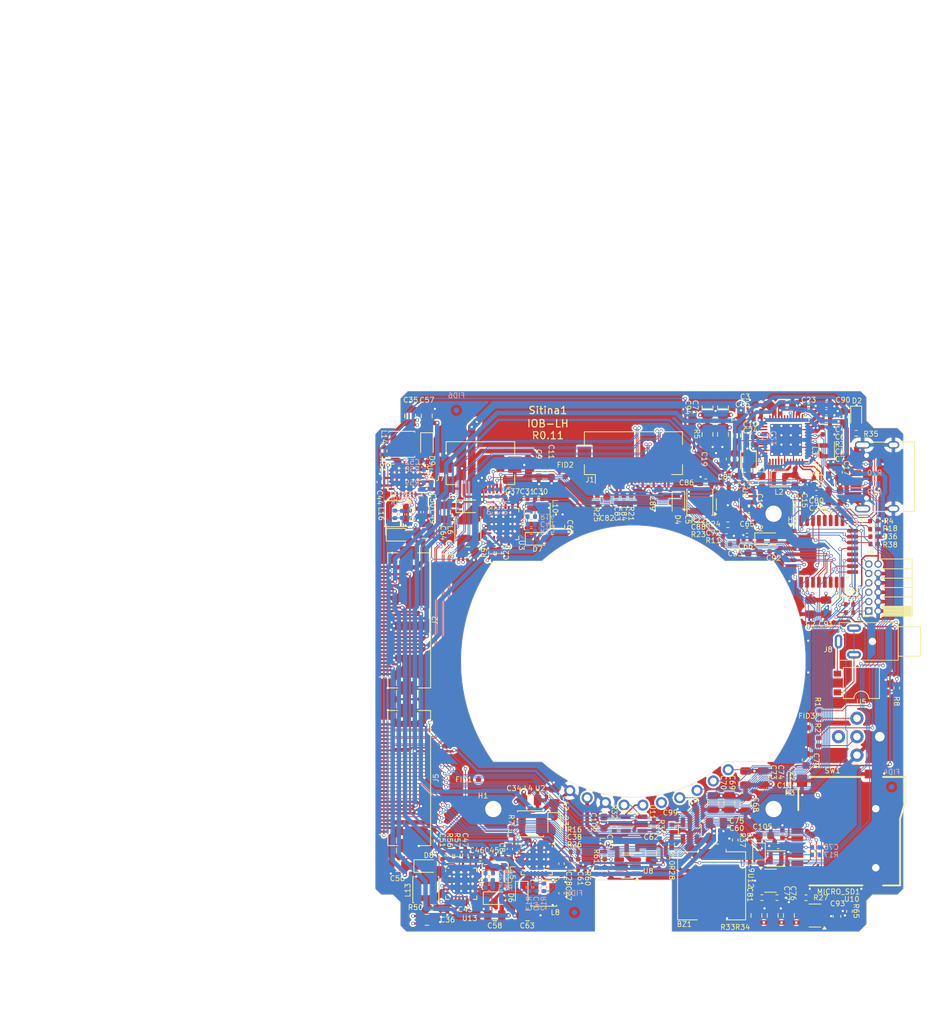
<source format=kicad_pcb>
(kicad_pcb (version 20240108) (generator "pcbnew") (generator_version "8.0")
  (title_block (title "Sitina 1 IO Board LH") (date "2024-07-31") (rev "R0.11") (company "Copyright 2024 Wenting Zhang") (comment 2 "MERCHANTABILITY, SATISFACTORY QUALITY AND FITNESS FOR A PARTICULAR PURPOSE.") (comment 3 "This source is distributed WITHOUT ANY EXPRESS OR IMPLIED WARRANTY, INCLUDING OF") (comment 4 "This source describes Open Hardware and is licensed under the CERN-OHL-S v2."))
  (layers (0 "F.Cu" signal) (1 "In1.Cu" power) (2 "In2.Cu" mixed) (31 "B.Cu" signal) (34 "B.Paste" user) (35 "F.Paste" user) (36 "B.SilkS" user "B.Silkscreen") (37 "F.SilkS" user "F.Silkscreen") (38 "B.Mask" user) (39 "F.Mask" user) (44 "Edge.Cuts" user))
  (net 0 "")
  (net 1 "Net-(U1-LDO3)")
  (net 2 "GND")
  (net 3 "+BATT")
  (net 4 "IPSOUT")
  (net 5 "+VSD")
  (net 6 "+3V3")
  (net 7 "/power/VINT")
  (net 8 "Net-(U1-VREF)")
  (net 9 "Net-(U1-GPIO0{slash}LDOIO0)")
  (net 10 "/power/PWRON")
  (net 11 "Net-(U2-PSN)")
  (net 12 "Net-(U3-PSN)")
  (net 13 "Net-(U1-CHSENSE)")
  (net 14 "BACKUP_CELL")
  (net 15 "+RTC")
  (net 16 "+3.3VA")
  (net 17 "Net-(U2-CN)")
  (net 18 "Net-(U1-LDO24IN)")
  (net 19 "Net-(U2-CP)")
  (net 20 "Net-(U3-CN)")
  (net 21 "Net-(U3-CP)")
  (net 22 "+1V8")
  (net 23 "Net-(U2-VREF)")
  (net 24 "Net-(U3-VREF)")
  (net 25 "-9VD")
  (net 26 "+16VA")
  (net 27 "Net-(U2-FBP)")
  (net 28 "+8VD")
  (net 29 "Net-(U13-PSN)")
  (net 30 "/lcd/LEDA")
  (net 31 "Net-(C88-Pad2)")
  (net 32 "Net-(D4-A)")
  (net 33 "Net-(U14-PSN)")
  (net 34 "Net-(U13-VREF)")
  (net 35 "Net-(U13-CN)")
  (net 36 "Net-(R1-Pad2)")
  (net 37 "Net-(SW1-A)")
  (net 38 "Net-(U13-CP)")
  (net 39 "I2C1_SCL")
  (net 40 "I2C1_SDA")
  (net 41 "Net-(U14-VREF)")
  (net 42 "Net-(U6-FB)")
  (net 43 "Net-(U14-CN)")
  (net 44 "Net-(U14-CP)")
  (net 45 "+5VD")
  (net 46 "Net-(U13-FBP)")
  (net 47 "Net-(U14-FBP)")
  (net 48 "+16VD")
  (net 49 "-4VD")
  (net 50 "Net-(U13-FBN)")
  (net 51 "Net-(U14-FBN)")
  (net 52 "-15VD")
  (net 53 "Net-(U8-FB)")
  (net 54 "Net-(U8-SW)")
  (net 55 "+2VD")
  (net 58 "Net-(U3-FBP)")
  (net 59 "Net-(U2-FBN)")
  (net 60 "-8VA")
  (net 61 "Net-(U3-FBN)")
  (net 62 "Net-(D3-A)")
  (net 63 "Net-(D8-A)")
  (net 64 "Net-(D9-A)")
  (net 65 "Net-(D10-K)")
  (net 66 "Net-(D11-K)")
  (net 68 "MIPI_CKN")
  (net 69 "MIPI_D1N")
  (net 70 "MIPI_D1P")
  (net 72 "MIPI_CKP")
  (net 73 "MIPI_D0P")
  (net 74 "MIPI_D0N")
  (net 77 "CCD_PULSE_SYNC")
  (net 79 "CCD_AFE_SYNC")
  (net 81 "FPGA_TCK")
  (net 82 "FPGA_TDO")
  (net 83 "DCDC_EN")
  (net 84 "PWROK")
  (net 85 "FPGA_TDI")
  (net 86 "SDIO_CLK")
  (net 87 "FPGA_TMS")
  (net 88 "SDIO_DAT2")
  (net 89 "SDIO_CMD")
  (net 90 "SDIO_DAT0")
  (net 91 "PS_POR_B")
  (net 92 "SDIO_DAT1")
  (net 93 "SDIO_DAT3")
  (net 94 "GRIP_MOSI")
  (net 95 "GRIP_MISO")
  (net 96 "GRIP_CS")
  (net 97 "GRIP_SCK")
  (net 98 "Net-(D5-A)")
  (net 99 "Net-(D6-K)")
  (net 100 "Net-(D7-K)")
  (net 101 "FLASH_SYNC")
  (net 103 "PMU_IRQ")
  (net 104 "CCD_POWEREN")
  (net 107 "Net-(U1-LX_CHG)")
  (net 108 "Net-(U1-LX2)")
  (net 111 "Net-(U1-LX3)")
  (net 112 "/mcu/LED_R")
  (net 113 "/mcu/BEEPER")
  (net 115 "/lcd/LEDK")
  (net 116 "Net-(U1-BIAS)")
  (net 117 "Net-(U4-NRST)")
  (net 118 "I2C2_SDA")
  (net 119 "EXTEN")
  (net 120 "/power/PWRLED")
  (net 129 "+5VP")
  (net 130 "Net-(J3-CC1)")
  (net 131 "Net-(BZ1-+)")
  (net 132 "Net-(J3-CC2)")
  (net 134 "I2C2_SCL")
  (net 135 "LCD_EN")
  (net 136 "LCD_PWM")
  (net 137 "Net-(MICRO_SD1-CLK{slash}SCLK)")
  (net 140 "+CCDPWR")
  (net 141 "FLASH_SYNC_S")
  (net 142 "FLASH_SYNC_T")
  (net 143 "Net-(R8-Pad2)")
  (net 144 "+3V3_LENS")
  (net 145 "Net-(U9-SET)")
  (net 146 "BODY_CS_LENS")
  (net 147 "LENS_CS_BODY")
  (net 148 "LENS_DET")
  (net 150 "LENS_TXD")
  (net 151 "+5V_LENS")
  (net 152 "Net-(D1-A)")
  (net 153 "MCU_SWDIO")
  (net 154 "BODY_VD_LENS")
  (net 155 "LENS_RXD")
  (net 156 "MCU_SWCLK")
  (net 157 "Net-(D2-A)")
  (net 158 "LENS_PWR_EN")
  (net 159 "Net-(U11-SET)")
  (net 160 "Net-(U12-FB)")
  (net 162 "Net-(U4-PC14)")
  (net 163 "Net-(U4-PC15)")
  (net 165 "Net-(U10-VOUT)")
  (net 166 "Net-(U10-SET)")
  (footprint "Resistor_SMD:R_0402_1005Metric" (layer "F.Cu") (at 200.7 118.6 -90)
    (property "Reference" "R8")
    (property "Value" "200R")
  )
  (footprint "Resistor_SMD:R_0402_1005Metric" (layer "F.Cu") (at 167.765 137.35 -90)
    (property "Reference" "R31")
    (property "Value" "10K")
  )
  (footprint "Capacitor_SMD:C_0805_2012Metric" (layer "F.Cu") (at 175.8 134.15 -90)
    (property "Reference" "C70")
    (property "Value" "47uF")
  )
  (footprint "Capacitor_SMD:C_0402_1005Metric" (layer "F.Cu") (at 139.11 141.29 -90)
    (property "Reference" "C51")
    (property "Value" "18pF")
  )
  (footprint "Connector_PinSocket_1.27mm:PinSocket_2x06_P1.27mm_Horizontal" (layer "F.Cu") (at 196.9 108.175 180)
    (property "Reference" "J9")
    (property "Value" "Conn_02x06_Odd_Even")
  )
  (footprint "Resistor_SMD:R_0402_1005Metric" (layer "F.Cu") (at 178.8 139.2 90)
    (property "Reference" "R37")
    (property "Value" "1K")
  )
  (footprint "Capacitor_SMD:C_0402_1005Metric" (layer "F.Cu") (at 191.15 84.26)
    (property "Reference" "C7")
    (property "Value" "4.7uF")
  )
  (footprint "footprints:MFP4_3.85x4.4" (layer "F.Cu") (at 195.9 117.93 180)
    (property "Reference" "U5")
    (property "Value" "FODM3023")
  )
  (footprint "Inductor_SMD:L_Changjiang_FNR3015S" (layer "F.Cu") (at 133.6 85.6 180)
    (property "Reference" "L14")
    (property "Value" "YHNR3015-4R7M")
  )
  (footprint "Resistor_SMD:R_0402_1005Metric" (layer "F.Cu") (at 145.75 100.27 -90)
    (property "Reference" "R9")
    (property "Value" "100")
  )
  (footprint "Fiducial:Fiducial_0.75mm_Mask1.5mm" (layer "F.Cu") (at 188.7 124 180)
    (property "Reference" "FID3")
    (property "Value" "Fiducial")
  )
  (footprint "Inductor_SMD:L_Changjiang_FNR3015S" (layer "F.Cu") (at 152.85 146.4 180)
    (property "Reference" "L8")
    (property "Value" "YHNR3015-4R7M")
  )
  (footprint "Capacitor_SMD:C_0805_2012Metric" (layer "F.Cu") (at 134.72 81.77 90)
    (property "Reference" "C35")
    (property "Value" "47uF")
  )
  (footprint "footprints:VQFN-24-1EP_4x4mm_P0.5mm_EP2.45x2.45mm_0.3ThermalVias" (layer "F.Cu") (at 147.35 96.4)
    (property "Reference" "U3")
    (property "Value" "TPS65131RGE")
  )
  (footprint "Capacitor_SMD:C_0805_2012Metric" (layer "F.Cu") (at 181.675 149.41 90)
    (property "Reference" "C81")
    (property "Value" "47uF")
  )
  (footprint "Capacitor_SMD:C_0805_2012Metric" (layer "F.Cu") (at 136.6 97.6)
    (property "Reference" "C55" (hide yes))
    (property "Value" "10uF 25V")
  )
  (footprint "Capacitor_SMD:C_0402_1005Metric" (layer "F.Cu") (at 191.5 89.08 90)
    (property "Reference" "C18")
    (property "Value" "1nF")
  )
  (footprint "Capacitor_SMD:C_0805_2012Metric" (layer "F.Cu") (at 154.25 133.2 90)
    (property "Reference" "C42")
    (property "Value" "10uF 25V")
  )
  (footprint "Inductor_SMD:L_Murata_DFE201610P" (layer "F.Cu") (at 164.8 139.9)
    (property "Reference" "L7")
    (property "Value" "FTC201610S4R7MBCA")
  )
  (footprint "Inductor_SMD:L_Murata_DFE201610P" (layer "F.Cu") (at 191.2 86.5 90)
    (property "Reference" "L3")
    (property "Value" "FTC201610S4R7MBCA")
  )
  (footprint "footprints:Jack_2.5mm_PJ_210A" (layer "F.Cu") (at 200.9 112.3 90)
    (property "Reference" "J8")
    (property "Value" "AudioJack2")
  )
  (footprint "Resistor_SMD:R_0402_1005Metric" (layer "F.Cu") (at 162.4 137.45 -90)
    (property "Reference" "R32")
    (property "Value" "10K")
  )
  (footprint "Resistor_SMD:R_0603_1608Metric" (layer "F.Cu") (at 179 84.4 90)
    (property "Reference" "R5")
    (property "Value" "30mR")
  )
  (footprint "Resistor_SMD:R_0402_1005Metric" (layer "F.Cu") (at 148.45 138 90)
    (property "Reference" "R7")
    (property "Value" "100")
  )
  (footprint "Resistor_SMD:R_0402_1005Metric" (layer "F.Cu") (at 197.64 98.1 180)
    (property "Reference" "R36")
    (property "Value" "10K")
  )
  (footprint "Resistor_SMD:R_0402_1005Metric" (layer "F.Cu") (at 170.225 137.6 90)
    (property "Reference" "R10")
    (property "Value" "10K")
  )
  (footprint "Inductor_SMD:L_Murata_DFE201610P" (layer "F.Cu") (at 180.6 87.7 90)
    (property "Reference" "L1")
    (property "Value" "FTC201610S4R7MBCA")
  )
  (footprint "Inductor_SMD:L_Murata_DFE201610P" (layer "F.Cu") (at 184.74 90.3)
    (property "Reference" "L2")
    (property "Value" "FTC201610S4R7MBCA")
  )
  (footprint "Capacitor_SMD:C_0805_2012Metric" (layer "F.Cu") (at 176.25 139)
    (property "Reference" "C60")
    (property "Value" "47uF")
  )
  (footprint "Capacitor_SMD:C_0402_1005Metric" (layer "F.Cu") (at 140.25 148.67 180)
    (property "Reference" "C43")
    (property "Value" "470nF")
  )
  (footprint "Capacitor_SMD:C_0402_1005Metric" (layer "F.Cu") (at 130.6 90.7 90)
    (property "Reference" "C44")
    (property "Value" "470nF")
  )
  (footprint "Crystal:Crystal_SMD_TXC_9HT11-2Pin_2.0x1.2mm_HandSoldering" (layer "F.Cu") (at 183.1 98.4)
    (property "Reference" "Y2")
    (property "Value" "32.768K")
  )
  (footprint "Fiducial:Fiducial_0.75mm_Mask1.5mm" (layer "F.Cu") (at 155.75 90)
    (property "Reference" "FID2")
    (property "Value" "Fiducial")
  )
  (footprint "Capacitor_SMD:C_0603_1608Metric" (layer "F.Cu") (at 152.1625 89.225 -90)
    (property "Reference" "C9")
    (property "Value" "22uF")
  )
  (footprint "Capacitor_SMD:C_0402_1005Metric" (layer "F.Cu") (at 155.25 144.4 -90)
    (property "Reference" "C28")
    (property "Value" "4.7nF")
  )
  (footprint "Resistor_SMD:R_0402_1005Metric" (layer "F.Cu") (at 191.15 82.26)
    (property "Reference" "R3")
    (property "Value" "200K")
  )
  (footprint "Capacitor_SMD:C_0603_1608Metric" (layer "F.Cu") (at 177.08 87.59 -90)
    (property "Reference" "C19")
    (property "Value" "10uF")
  )
  (footprint "Capacitor_SMD:C_0402_1005Metric" (layer "F.Cu") (at 155.25 146.4 -90)
    (property "Reference" "C27")
    (property "Value" "470nF")
  )
  (footprint "Resistor_SMD:R_0402_1005Metric" (layer "F.Cu") (at 190.2 122.2 -90)
    (property "Reference" "R1")
    (property "Value" "1K")
  )
  (footprint "MountingHole:MountingHole_2.2mm_M2_DIN965" (layer "F.Cu") (at 184 135)
    (property "Reference" "H3")
    (property "Value" "MountingHole")
  )
  (footprint "Resistor_SMD:R_0402_1005Metric" (layer "F.Cu") (at 188.4 147.01)
    (property "Reference" "R27")
    (property "Value" "10K")
  )
  (footprint "footprints:TFC-WPAPR-08" (layer "F.Cu") (at 194.598145 138)
    (property "Reference" "MICRO_SD1")
    (property "Value" "MICRO_SD(TFC-WPAPR-08)")
  )
  (footprint "Capacitor_SMD:C_0402_1005Metric" (layer "F.Cu") (at 163.7 93 -90)
    (property "Reference" "C84")
    (property "Value" "100nF")
  )
  (footprint "Capacitor_SMD:C_0805_2012Metric" (layer "F.Cu") (at 167.4 141 -90)
    (property "Reference" "C62")
    (property "Value" "47uF")
  )
  (footprint "Capacitor_SMD:C_0402_1005Metric" (layer "F.Cu") (at 148.25 140.4 90)
    (property "Reference" "C8")
    (property "Value" "470nF")
  )
  (footprint "Package_TO_SOT_SMD:SOT-23-6" (layer "F.Cu") (at 183.575 144.7)
    (property "Reference" "U12")
    (property "Value" "SY7208")
  )
  (footprint "Capacitor_SMD:C_0603_1608Metric" (layer "F.Cu") (at 186.89 90.56 90)
    (property "Reference" "C14")
    (property "Value" "10uF")
  )
  (footprint "Resistor_SMD:R_0402_1005Metric" (layer "F.Cu") (at 190.1 125.9 -90)
    (property "Reference" "R2")
    (property "Value" "1K")
  )
  (footprint "Capacitor_SMD:C_0402_1005Metric" (layer "F.Cu") (at 180.4 98.5)
    (property "Reference" "C66")
    (property "Value" "18pF")
  )
  (footprint "Capacitor_SMD:C_0805_2012Metric" (layer "F.Cu") (at 142.58 100.23)
    (property "Reference" "C32")
    (property "Value" "47uF")
  )
  (footprint "Resistor_SMD:R_0402_1005Metric" (layer "F.Cu") (at 195.2 84.1 180)
    (property "Reference" "R35")
    (property "Value" "10K")
  )
  (footprint "Capacitor_SMD:C_0603_1608Metric" (layer "F.Cu") (at 192.25 91.85 180)
    (property "Reference" "C20")
    (property "Value" "10uF")
  )
  (footprint "Diode_SMD:D_SOD-323" (layer "F.Cu") (at 154.25 137.1 -90)
    (property "Reference" "D3")
    (property "Value" "B0540WS")
  )
  (footprint "Capacitor_SMD:C_0402_1005Metric" (layer "F.Cu") (at 146.75 100.27 -90)
    (property "Reference" "C26")
    (property "Value" "470nF")
  )
  (footprint "Capacitor_SMD:C_0402_1005Metric" (layer "F.Cu") (at 180.9 85.6)
    (property "Reference" "C24")
    (property "Value" "4.7uF")
  )
  (footprint "Resistor_SMD:R_0402_1005Metric" (layer "F.Cu") (at 180.658589 95.464113)
    (property "Reference" "R23")
    (property "Value" "5.1K")
  )
  (footprint "Buzzer_Beeper:Buzzer_Murata_PKMCS0909E" (layer "F.Cu") (at 175.6 145.4 -90)
    (property "Reference" "BZ1")
    (property "Value" "Buzzer")
  )
  (footprint "MountingHole:MountingHole_2.2mm_M2_DIN965" (layer "F.Cu") (at 184 95)
    (property "Reference" "H2")
    (property "Value" "MountingHole")
  )
  (footprint "Inductor_SMD:L_Changjiang_FNR3015S" (layer "F.Cu") (at 146.25 144.12 -90)
    (property "Reference" "L15")
    (property "Value" "YHNR3015-4R7M")
  )
  (footprint "Capacitor_SMD:C_0603_1608Metric" (layer "F.Cu") (at 192.8 89.38 90)
    (property "Reference" "C17")
    (property "Value" "10uF")
  )
  (footprint "Capacitor_SMD:C_0402_1005Metric" (layer "F.Cu") (at 162.7 93 -90)
    (property "Reference" "C83")
    (property "Value" "100nF")
  )
  (footprint "Capacitor_SMD:C_0603_1608Metric" (layer "F.Cu") (at 193.5 81.9 90)
    (property "Reference" "C90")
    (property "Value" "10uF")
  )
  (footprint "Capacitor_SMD:C_0805_2012Metric" (layer "F.Cu") (at 182.6 130.8 90)
    (property "Reference" "C74")
    (property "Value" "47uF")
  )
  (footprint "Resistor_SMD:R_0402_1005Metric" (layer "F.Cu") (at 141.12 141.29 90)
    (property "Reference" "R57")
    (property "Value" "220K")
  )
  (footprint "Capacitor_SMD:C_0603_1608Metric" (layer "F.Cu") (at 182.44 90.66 90)
    (property "Reference" "C16")
    (property "Value" "10uF")
  )
  (footprint "Resistor_SMD:R_0402_1005Metric" (layer "F.Cu") (at 164.7 93 -90)
    (property "Reference" "R21")
    (property "Value" "10K")
  )
  (footprint "Capacitor_SMD:C_0603_1608Metric" (layer "F.Cu") (at 180.1 89.9)
    (property "Reference" "C13")
    (property "Value" "10uF")
  )
  (footprint "Resistor_SMD:R_0402_1005Metric" (layer "F.Cu") (at 140.11 141.29 -90)
    (property "Reference" "R56")
    (property "Value" "680K")
  )
  (footprint "Package_TO_SOT_SMD:SOT-23-5" (layer "F.Cu") (at 189.6 149.425 180)
    (property "Reference" "U10")
    (property "Value" "MT9700")
  )
  (footprint "Capacitor_SMD:C_0402_1005Metric" (layer "F.Cu") (at 180.9 84.6 180)
    (property "Reference" "C10")
    (property "Value" "100nF")
  )
  (footprint "Capacitor_SMD:C_0805_2012Metric" (layer "F.Cu") (at 178 134.15 -90)
    (property "Reference" "C69")
    (property "Value" "47uF")
  )
  (footprint "Resistor_SMD:R_0402_1005Metric" (layer "F.Cu") (at 184.46 147 180)
    (property "Reference" "R34")
    (property "Value" "30K")
  )
  (footprint "footprints:VQFN-24-1EP_4x4mm_P0.5mm_EP2.45x2.45mm_0.3ThermalVias" (layer "F.Cu") (at 151.885 141.8 -90)
    (property "Reference" "U2")
    (property "Value" "TPS65131RGE")
  )
  (footprint "Capacitor_SMD:C_0805_2012Metric" (layer "F.Cu") (at 176.25 136.9)
    (property "Reference" "C75")
    (property "Value" "47uF")
  )
  (footprint "Diode_SMD:D_SOD-323" (layer "F.Cu") (at 142.55 94)
    (property "Reference" "D5")
    (property "Value" "B0540WS")
  )
  (footprint "Capacitor_SMD:C_0402_1005Metric" (layer "F.Cu") (at 180.658589 94.464113 180)
    (property "Reference" "C88")
    (property "Value" "470nF")
  )
  (footprint "Capacitor_SMD:C_0603_1608Metric" (layer "F.Cu") (at 185.8 80.2)
    (property "Reference" "C85")
    (property "Value" "10uF")
  )
  (footprint "Capacitor_SMD:C_0603_1608Metric" (layer "F.Cu") (at 182.825 138.6 180)
    (property "Reference" "C105")
    (property "Value" "10uF")
  )
  (footprint "Capacitor_SMD:C_0805_2012Metric" (layer "F.Cu") (at 183.875 149.41 90)
    (property "Reference" "C77")
    (property "Value" "47uF")
  )
  (footprint "Capacitor_SMD:C_0805_2012Metric" (layer "F.Cu") (at 139.45 94.8 -90)
    (property "Reference" "C64")
    (property "Value" "10uF 25V")
  )
  (footprint "Diode_SMD:D_SOD-323" (layer "F.Cu") (at 149.85 146.4 -90)
    (property "Reference" "D6")
    (property "Value" "B0540WS")
  )
  (footprint "Inductor_SMD:L_Changjiang_FNR3015S" (layer "F.Cu") (at 174 93.45 -90)
    (property "Reference" "L5")
    (property "Value" "YHNR3015-220M")
  )
  (footprint "footprints:VQFN-24-1EP_4x4mm_P0.5mm_EP2.45x2.45mm_0.3ThermalVias" (layer "F.Cu") (at 141.65 145.12)
    (property "Reference" "U13")
    (property "Value" "TPS65131RGE")
  )
  (footprint "Capacitor_SMD:C_0805_2012Metric" (layer "F.Cu") (at 186.075 149.41 90)
    (property "Reference" "C76")
    (property "Value" "47uF")
  )
  (footprint "Package_TO_SOT_SMD:SOT-23-5" (layer "F.Cu") (at 165.1 137)
    (property "Reference" "U11")
    (property "Value" "MT9700")
  )
  (footprint "footprints:VQFN-24-1EP_4x4mm_P0.5mm_EP2.45x2.45mm_0.3ThermalVias" (layer "F.Cu") (at 134.2 90.4 -90)
    (property "Reference" "U14")
    (property "Value" "TPS65131RGE")
  )
  (footprint "Package_TO_SOT_SMD:SOT-23-5" (layer "F.Cu") (at 177.8 93.75 90)
    (property "Reference" "U6")
    (property "Value" "CAT4139")
  )
  (footprint "Capacitor_SMD:C_0402_1005Metric" (layer "F.Cu") (at 157 141.8 180)
    (property "Reference" "C38")
    (property "Value" "18pF")
  )
  (footprint "Capacitor_SMD:C_0402_1005Metric" (layer "F.Cu") (at 191.15 83.26)
    (property "Reference" "C5")
    (property "Value" "470nF")
  )
  (footprint "Capacitor_SMD:C_0402_1005Metric" (layer "F.Cu") (at 135.8 94.792592 -90)
    (property "Reference" "C48")
    (property "Value" "470nF")
  )
  (footprint "Capacitor_SMD:C_0603_1608Metric" (layer "F.Cu") (at 153.8625 89.25 90)
    (property "Reference" "C11")
    (property "Value" "10uF")
  )
  (footprint "Capacitor_SMD:C_0402_1005Metric" (layer "F.Cu") (at 184.625 140)
    (property "Reference" "C104")
    (property "Value" "100nF")
  )
  (footprint "Capacitor_SMD:C_0805_2012Metric" (layer "F.Cu") (at 154.95 96.8 90)
    (property "Reference" "C67")
    (property "Value" "10uF 25V")
  )
  (footprint "Diode_SMD:D_SOD-323" (layer "F.Cu") (at 151.95 98.4)
    (property "Reference" "D7")
    (property "Value" "B0540WS")
  )
  (footprint "Capacitor_SMD:C_0805_2012Metric" (layer "F.Cu") (at 169 93.6 90)
    (property "Reference" "C89")
    (property "Value" "10uF 25V")
  )
  (footprint "MountingHole:MountingHole_2.2mm_M2_DIN965" (layer "F.Cu") (at 146 135)
    (property "Reference" "H1")
    (property "Value" "MountingHole")
  )
  (footprint "footprints:Hirose_FH12-20S-0.5SH_1x20-1MP_P0.50mm_Horizontal_Reversed" (layer "F.Cu") (at 165 88.4 180)
    (property "Reference" "J1")
    (property "Value" "~")
  )
  (footprint "Resistor_SMD:R_0402_1005Metric" (layer "F.Cu") (at 180.668589 93.444113)
    (property "Reference" "R22")
    (property "Value" "30K")
  )
  (footprint "footprints:TM-007-D1-X" (layer "F.Cu") (at 195.3 125.2 90)
    (property "Reference" "SW1")
    (property "Value" "C725874")
  )
  (footprint "Inductor_SMD:L_Changjiang_FNR3015S" (layer "F.Cu") (at 151.95 95.4 -90)
    (property "Reference" "L10")
    (property "Value" "YHNR3015-4R7M")
  )
  (footprint "Capacitor_SMD:C_0402_1005Metric" (layer "F.Cu") (at 152.15 93)
    (property "Reference" "C30")
    (property "Value" "470nF")
  )
  (footprint "Resistor_SMD:R_0402_1005Metric" (layer "F.Cu") (at 137.65 148.32 180)
    (property "Reference" "R50")
    (property "Value" "100")
  )
  (footprint "Connector_FFC-FPC:Hirose_FH12-12S-0.5SH_1x12-1MP_P0.50mm_Horizontal" (layer "F.Cu") (at 144.25 89.75 180)
    (property "Reference" "J7")
    (property "Value" "0.5mm Bottom Contact")
  )
  (footprint "Resistor_SMD:R_0402_1005Metric" (layer "F.Cu") (at 161.1 141.29 90)
    (property "Reference" "R61")
    (property "Value" "220K")
  )
  (footprint "Capacitor_SMD:C_0402_1005Metric" (layer "F.Cu") (at 148.15 93)
    (property "Reference" "C37")
    (property "Value" "10nF")
  )
  (footprint "Resistor_SMD:R_0402_1005Metric" (layer "F.Cu") (at 182.41 147 180)
    (property "Reference" "R33")
    (property "Value" "220K")
  )
  (footprint "Capacitor_SMD:C_0402_1005Metric" (layer "F.Cu") (at 183.94 100.1 180)
    (property "Reference" "C92")
    (property "Value" "100nF")
  )
  (footprint "Capacitor_SMD:C_0805_2012Metric" (layer "F.Cu") (at 180.2 130.8 90)
    (property "Reference" "C73")
    (property "Value" "47uF")
  )
  (footprint "Capacitor_SMD:C_0805_2012Metric" (layer "F.Cu") (at 151.05 133.8)
    (property "Reference" "C34")
    (property "Value" "47uF")
  )
  (footprint "Connector_FFC-FPC:Hirose_FH12-30S-0.5SH_1x30-1MP_P0.50mm_Horizontal" (layer "F.Cu") (at 133 109.45 90)
    (property "Reference" "J2")
    (property "Value" "0.5mm Bottom Contact")
  )
  (footprint "Capacitor_SMD:C_0603_1608Metric" (layer "F.Cu") (at 161 136.85 -90)
    (property "Reference" "C102")
    (property "Value" "22uF")
  )
  (footprint "Capacitor_SMD:C_0603_1608Metric" (layer "F.Cu") (at 181.34 100.3 180)
    (property "Reference" "C33")
    (property "Value" "10uF")
  )
  (footprint "Fiducial:Fiducial_0.75mm_Mask1.5mm" (layer "F.Cu") (at 144 131)
    (property "Reference" "FID1")
    (property "Value" "Fiducial")
  )
  (footprint "Capacitor_SMD:C_0402_1005Metric" (layer "F.Cu") (at 177.45 91.0125 180)
    (property "Reference" "C87")
    (property "Value" "100nF")
  )
  (footprint "Inductor_SMD:L_Murata_DFE201610P" (layer "F.Cu") (at 184.325 141.7 180)
    (property "Reference" "L9")
    (property "Value" "FTC201610S4R7MBCA")
  )
  (footprint "Diode_SMD:D_SOD-323" (layer "F.Cu") (at 136.85 142.72)
    (property "Reference" "D8")
    (property "Value" "B0540WS")
  )
  (footprint "Inductor_SMD:L_Changjiang_FNR3015S" (layer "F.Cu") (at 133 94.992592 180)
    (property "Reference" "L16")
    (property "Value" "YHNR3015-4R7M")
  )
  (footprint "Capacitor_SMD:C_0402_1005Metric" (layer "F.Cu") (at 150.15 93)
    (property "Reference" "C31")
    (property "Value" "4.7nF")
  )
  (footprint "Capacitor_SMD:C_0805_2012Metric" (layer "F.Cu") (at 150.65 149.4)
    (property "Reference" "C63")
    (property "Value" "10uF 25V")
  )
  (footprint "Capacitor_SMD:C_0402_1005Metric" (layer "F.Cu") (at 136.9 94.792592 -90)
    (property "Reference" "C49")
    (property "Value" "4.7nF")
  )
  (footprint "Resistor_SMD:R_0402_1005Metric" (layer "F.Cu") (at 197.64 99.1 180)
    (property "Reference" "R38")
    (property "Value" "10K")
  )
  (footprint "Capacitor_SMD:C_0402_1005Metric" (layer "F.Cu") (at 155.25 142.4 -90)
    (property "Reference" "C29" (hide yes))
    (property "Value" "10nF")
  )
  (footprint "Diode_SMD:D_SOD-323" (layer "F.Cu") (at 182.025 141.2 -90)
    (property "Reference" "D1")
    (property "Value" "B0540WS")
  )
  (footprint "Capacitor_SMD:C_0805_2012Metric" (layer "F.Cu") (at 133.05 142.72 180)
    (property "Reference" "C56")
    (property "Value" "10uF 25V")
  )
  (footprint "Connector_USB:USB_C_Receptacle_HRO_TYPE-C-31-M-12" (layer "F.Cu") (at 199.195 90 90)
    (property "Reference" "J3")
    (property "Value" "USB_C_Receptacle_USB2.0")
  )
  (footprint "LED_SMD:LED_0603_1608Metric" (layer "F.Cu") (at 195.2 81.9125 -90)
    (property "Reference" "D2")
    (property "Value" "LED")
  )
  (footprint "Capacitor_SMD:C_0805_2012Metric" (layer "F.Cu") (at 189 107.65 -90)
    (property "Reference" "C2")
    (property "Value" "47uF")
  )
  (footprint "Capacitor_SMD:C_0603_1608Metric" (layer "F.Cu") (at 192.592618 149.54 90)
    (property "Reference" "C93")
    (property "Value" "22uF")
  )
  (footprint "Resistor_SMD:R_0402_1005Metric" (layer "F.Cu") (at 197.6 97.1 180)
    (property "Reference" "R18")
    (property "Value" "10K")
  )
  (footprint "Resistor_SMD:R_0402_1005Metric" (layer "F.Cu") (at 177.8 96.5)
    (property "Reference" "R24")
    (property "Value" "1K")
  )
  (footprint "Capacitor_SMD:C_0402_1005Metric" (layer "F.Cu") (at 185.2 138.4 -90)
    (property "Reference" "C22")
    (property "Value" "100nF")
  )
  (footprint "Capacitor_SMD:C_0402_1005Metric" (layer "F.Cu") (at 144.25 141.67)
    (property "Reference" "C46")
    (property "Value" "4.7nF")
  )
  (footprint "Package_TO_SOT_SMD:SOT-23-5" (layer "F.Cu") (at 172.65 137.9375 -90)
    (property "Reference" "U9")
    (property "Value" "MT9700")
  )
  (footprint "Resistor_SMD:R_0402_1005Metric" (layer "F.Cu") (at 194.299998 107.3 180)
    (property "Reference" "R40")
    (property "Value" "2.2K")
  )
  (footprint "Resistor_SMD:R_0402_1005Metric" (layer "F.Cu") (at 170.175 139.75 -90)
    (property "Reference" "R28")
    (property "Value" "10K")
  )
  (footprint "Capacitor_SMD:C_0805_2012Metric" (layer "F.Cu") (at 177.14 80.66 90)
    (property "Reference" "C71")
    (property "Value" "47uF")
  )
  (footprint "Capacitor_SMD:C_0402_1005Metric" (layer "F.Cu") (at 189.8 92.2 180)
    (property "Reference" "C80")
    (property "Value" "100nF")
  )
  (footprint "Capacitor_SMD:C_0805_2012Metric" (layer "F.Cu") (at 177.14 84.26 -90)
    (property "Reference" "C95" (hide yes))
    (property "Value" "47uF")
  )
  (footprint "Resistor_SMD:R_0402_1005Metric" (layer "F.Cu") (at 157 142.8)
    (property "Reference" "R26")
    (property "Value" "22K")
  )
  (footprint "Resistor_SMD:R_0402_1005Metric" (layer "F.Cu") (at 194.299998 108.4 180)
    (property "Reference" "R39")
    (property "Value" "2.2K")
  )
  (footprint "footprints:QFN-48-1EP_6x6mm_P0.4mm_EP4.3x4.3mm_ThermalVias" (layer "F.Cu") (at 185.7 85.010001 90)
    (property "Reference" "U1" (hide yes))
    (property "Value" "AXP209")
  )
  (footprint "Inductor_SMD:L_Changjiang_FNR3015S" (layer "F.Cu") (at 142.55 97.2 -90)
    (property "Reference" "L6")
    (property "Value" "YHNR3015-4R7M")
  )
  (footprint "Package_TO_SOT_SMD:TSOT-23-5" (layer "F.Cu") (at 164.2 142.8 180)
    (property "Reference" "U8")
    (property "Value" "SY8008")
  )
  (footprint "Capacitor_SMD:C_0402_1005Metric" (layer "F.Cu") (at 188.75 80.46 180)
    (property "Reference" "C23")
    (property "Value" "4.7uF")
  )
  (footprint "Resistor_SMD:R_0603_1608Metric" (layer "F.Cu") (at 192.25 93.45 180)
    (property "Reference" "R6")
    (property "Value" "1")
  )
  (footprint "Capacitor_SMD:C_0603_1608Metric" (layer "F.Cu") (at 182.3 80.2 180)
    (property "Reference" "C3")
    (property "Value" "10uF")
  )
  (footprint "Resistor_SMD:R_0402_1005Metric" (layer "F.Cu") (at 131.2 86.5 90)
    (property "Reference" "R51")
    (property "Value" "100")
  )
  (footprint "Diode_SMD:D_SOD-323" (layer "F.Cu") (at 171.1 93.6 -90)
    (property "Reference" "D4")
    (property "Value" "B0540WS")
  )
  (footprint "Capacitor_SMD:C_0402_1005Metric" (layer "F.Cu") (at 191.15 81.26)
    (property "Reference" "C6")
    (property "Value" "4.7uF")
  )
  (footprint "Capacitor_SMD:C_0402_1005Metric" (layer "F.Cu") (at 146.25 141.67)
    (property "Reference" "C45")
    (property "Value" "470nF")
  )
  (footprint "Capacitor_SMD:C_0603_1608Metric" (layer "F.Cu") (at 188.4 128.325 90)
    (property "Reference" "C79")
    (property "Value" "22uF")
  )
  (footprint "Inductor_SMD:L_Changjiang_FNR3015S" (layer "F.Cu") (at 136.85 145.92 -90)
    (property "Reference" "L13")
    (property "Value" "YHNR3015-4R7M")
  )
  (footprint "Capacitor_SMD:C_0805_2012Metric" (layer "F.Cu") (at 136.98 81.75 90)
    (property "Reference" "C57")
    (property "Value" "10uF 25V")
  )
  (footprint "Capacitor_SMD:C_0805_2012Metric" (layer "F.Cu") (at 175.04 84.26 -90)
    (property "Reference" "C96" (hide yes))
    (property "Value" "47uF")
  )
  (footprint "Diode_SMD:D_SOD-323" (layer "F.Cu") (at 133.092592 97.85)
    (property "Reference" "D11" (hide yes))
    (property "Value" "B0540WS")
  )
  (footprint "Inductor_SMD:L_Changjiang_FNR3015S" (layer "F.Cu") (at 151.05 137 180)
    (property "Reference" "L4")
    (property "Value" "YHNR3015-4R7M")
  )
  (footprint "Resistor_SMD:R_0402_1005Metric" (layer "F.Cu") (at 177.6 99.165 180)
    (property "Reference" "R11")
    (property "Value" "10K")
  )
  (footprint "Capacitor_SMD:C_0603_1608Metric" (layer "F.Cu") (at 172.65 135 180)
    (property "Reference" "C99")
    (property "Value" "22uF")
  )
  (footprint "Capacitor_SMD:C_0805_2012Metric" (layer "F.Cu") (at 137 150)
    (property "Reference" "C36")
    (property "Value" "47uF")
  )
  (footprint "Capacitor_SMD:C_0402_1005Metric" (layer "F.Cu") (at 162.8 139.9 -90)
    (property "Reference" "C59")
    (property "Value" "100nF")
  )
  (footprint "Capacitor_SMD:C_0402_1005Metric" (layer "F.Cu") (at 188.19 91.06 90)
    (property "Reference" "C15")
    (property "Value" "1nF")
  )
  (footprint "Capacitor_SMD:C_0402_1005Metric" (layer "F.Cu") (at 142.2 141.2 90)
    (property "Reference" "C47")
    (property "Value" "10nF")
  )
  (footprint "Capacitor_SMD:C_0603_1608Metric" (layer "F.Cu") (at 161.4 93.5 90)
    (property "Reference" "C82")
    (property "Value" "10uF")
  )
  (footprint "Diode_SMD:D_SOD-323" (layer "F.Cu") (at 146.25 147.07)
    (property "Reference" "D10" (hide yes))
    (property "Value" "B0540WS")
  )
  (footprint "Capacitor_SMD:C_0805_2012Metric" (layer "F.Cu") (at 180.2 134.35 -90)
    (property "Reference" "C68")
    (property "Value" "47uF")
  )
  (footprint "Capacitor_SMD:C_0603_1608Metric" (layer "F.Cu") (at 180.35 81.86)
    (property "Reference" "C1")
    (property "Value" "22uF")
  )
  (footprint "Capacitor_SMD:C_0402_1005Metric" (layer "F.Cu") (at 160 143.39 90)
    (property "Reference" "C61")
    (property "Value" "18pF")
  )
  (footprint "Capacitor_SMD:C_0402_1005Metric" (layer "F.Cu") (at 137.6 91.2 -90)
    (property "Reference" "C50")
    (property "Value" "10nF")
  )
  (footprint "Resistor_SMD:R_0402_1005Metric" (layer "F.Cu") (at 161.1 143.39 90)
    (property "Reference" "R60")
    (property "Value" "510K")
  )
  (footprint "Capacitor_SMD:C_0603_1608Metric" (layer "F.Cu") (at 174.8 90.8)
    (property "Reference" "C86")
    (property "Value" "10uF")
  )
  (footprint "Capacitor_SMD:C_0402_1005Metric" (layer "F.Cu") (at 189.46 90.685 90)
    (property "Reference" "C25")
    (property "Value" "4.7uF")
  )
  (footprint "Capacitor_SMD:C_0805_2012Metric" (layer "F.Cu") (at 175.04 80.66 90)
    (property "Reference" "C94")
    (property "Value" "47uF")
  )
  (footprint "Resistor_SMD:R_0402_1005Metric" (layer "F.Cu") (at 157 140.8 180)
    (property "Reference" "R16")
    (property "Value" "270K")
  )
  (footprint "Capacitor_SMD:C_0805_2012Metric" (layer "F.Cu") (at 146.2 149.4 180)
    (property "Reference" "C58")
    (property "Value" "10uF 25V")
  )
  (footprint "Capacitor_SMD:C_0805_2012Metric" (layer "F.Cu") (at 191.1 107.65 -90)
    (property "Reference" "C91")
    (property "Value" "47uF")
  )
  (footprint "Diode_SMD:D_SOD-323" (layer "F.Cu") (at 137 85.645 -90)
    (property "Reference" "D9")
    (property "Value" "B0540WS")
  )
  (footprint "Connector_FFC-FPC:Hirose_FH12-30S-0.5SH_1x30-1MP_P0.50mm_Horizontal" (layer "F.Cu") (at 133 130.8 90)
    (property "Reference" "J5")
    (property "Value" "0.5mm Bottom Contact")
  )
  (footprint "Resistor_SMD:R_0402_1005Metric" (layer "F.Cu") (at 194.292618 148.84 90)
    (property "Reference" "R65")
    (property "Value" "10K")
  )
  (footprint "Package_QFP:LQFP-32_7x7mm_P0.8mm" (layer "F.Cu") (at 190.54 100.1)
    (property "Reference" "U4")
    (property "Value" "STM32G030K6Tx")
  )
  (footprint "Capacitor_SMD:C_0402_1005Metric" (layer "F.Cu") (at 191.15 80.26)
    (property "Reference" "C4")
    (property "Value" "4.7uF")
  )
  (footprint "Resistor_SMD:R_0402_1005Metric" (layer "F.Cu") (at 160.1 93 -90)
    (property "Reference" "R25")
    (property "Value" "7.5")
  )
  (footprint "Capacitor_SMD:C_0603_1608Metric" (layer "F.Cu") (at 178.7 87.6 90)
    (property "Reference" "C12" (hide yes))
    (property "Value" "10uF")
  )
  (footprint "Resistor_SMD:R_0402_1005Metric" (layer "F.Cu") (at 197.6 96 180)
    (property "Reference" "R4")
    (property "Value" "10K")
  )
  (footprint "Capacitor_SMD:C_0402_1005Metric" (layer "F.Cu") (at 180.4 97.3)
    (property "Reference" "C65")
    (property "Value" "18pF")
  )
  (footprint "Capacitor_SMD:C_0402_1005Metric" (layer "F.Cu") (at 177.6 98.065 180)
    (property "Reference" "C72")
    (property "Value" "100nF")
  )
  (footprint "footprints:YZP0652-15072-01" (layer "B.Cu") (at 156.375 132.5 180)
    (property "Reference" "J12" (hide yes))
    (property "Value" "LensMount")
  )
  (footprint "footprints:YZP0652-15072-01" (layer "B.Cu") (at 158.725 133.475 180)
    (property "Reference" "J13" (hide yes))
    (property "Value" "LensMount")
  )
  (footprint "Fiducial:Fiducial_0.75mm_Mask1.5mm" (layer "B.Cu") (at 157 149 180)
    (property "Reference" "FID5")
    (property "Value" "Fiducial")
  )
  (footprint "Resistor_SMD:R_0402_1005Metric" (layer "B.Cu") (at 197.7 88.3)
    (property "Reference" "R20")
    (property "Value" "5.1K")
  )
  (footprint "Resistor_SMD:R_0402_1005Metric" (layer "B.Cu") (at 152.85 145.6 90)
    (property "Reference" "R12")
    (property "Value" "30K")
  )
  (footprint "Resistor_SMD:R_0402_1005Metric" (layer "B.Cu") (at 145.45 143.67 180)
    (property "Reference" "R52")
    (property "Value" "82K")
  )
  (footprint "Resistor_SMD:R_0402_1005Metric" (layer "B.Cu") (at 145.55 92.2 -90)
    (property "Reference" "R29")
    (property "Value" "200K")
  )
  (footprint "Resistor_SMD:R_0402_1005Metric" (layer "B.Cu") (at 197.7 90.9)
    (property "Reference" "R19")
    (property "Value" "5.1K")
  )
  (footprint "Capacitor_SMD:C_0402_1005Metric" (layer "B.Cu") (at 182.85 84.76 90)
    (property "Reference" "C21")
    (property "Value" "100nF")
  )
  (footprint "Fiducial:Fiducial_0.75mm_Mask1.5mm" (layer "B.Cu") (at 141 81 180)
    (property "Reference" "FID6")
    (property "Value" "Fiducial")
  )
  (footprint "Capacitor_SMD:C_0402_1005Metric" (layer "B.Cu") (at 133.65 95.092592 -90)
    (property "Reference" "C54")
    (property "Value" "DNP")
  )
  (footprint "Capacitor_SMD:C_0402_1005Metric" (layer "B.Cu") (at 146.55 92.2 -90)
    (property "Reference" "C39")
    (property "Value" "18pF")
  )
  (footprint "Resistor_SMD:R_0402_1005Metric" (layer "B.Cu") (at 137.1 90.8)
    (property "Reference" "R59")
    (property "Value" "22K")
  )
  (footprint "Capacitor_SMD:C_0402_1005Metric" (layer "B.Cu") (at 137.1 88 180)
    (property "Reference" "C52")
    (property "Value" "18pF")
  )
  (footprint "footprints:YZP0652-15072-01" (layer "B.Cu") (at 161.2 134.125 180)
    (property "Reference" "J14" (hide yes))
    (property "Value" "LensMount")
  )
  (footprint "Resistor_SMD:R_0402_1005Metric" (layer "B.Cu") (at 147.55 92.2 90)
    (property "Reference" "R30")
    (property "Value" "36K")
  )
  (footprint "footprints:YZP0652-15072-01" (layer "B.Cu") (at 166.275 134.475 180)
    (property "Reference" "J16" (hide yes))
    (property "Value" "LensMount")
  )
  (footprint "Resistor_SMD:R_0402_1005Metric" (layer "B.Cu") (at 132.65 95.092592 -90)
    (property "Reference" "R55")
    (property "Value" "270K")
  )
  (footprint "footprints:YZP0652-15072-01" (layer "B.Cu") (at 175.825 131.2 180)
    (property "Reference" "J20" (hide yes))
    (property "Value" "LensMount")
  )
  (footprint "Capacitor_SMD:C_0402_1005Metric" (layer "B.Cu") (at 151.85 145.6 -90)
    (property "Reference" "C40")
    (property "Value" "DNP")
  )
  (footprint "Capacitor_SMD:C_0402_1005Metric" (layer "B.Cu") (at 189.71 140.200002)
    (property "Reference" "C78")
    (property "Value" "18pF")
  )
  (footprint "footprints:YZP0652-15072-01" (layer "B.Cu") (at 171.275 133.475 180)
    (property "Reference" "J18" (hide yes))
    (property "Value" "LensMount")
  )
  (footprint "Fiducial:Fiducial_0.75mm_Mask1.5mm" (layer "B.Cu") (at 200 132 180)
    (property "Reference" "FID4")
    (property "Value" "Fiducial")
  )
  (footprint "Resistor_SMD:R_0402_1005Metric" (layer "B.Cu") (at 151.15 97.4)
    (property "Reference" "R15")
    (property "Value" "220K")
  )
  (footprint "footprints:YZP0652-15072-01" (layer "B.Cu") (at 168.8 134.125 180)
    (property "Reference" "J17" (hide yes))
    (property "Value" "LensMount")
  )
  (footprint "Capacitor_SMD:C_0402_1005Metric" (layer "B.Cu") (at 145.45 144.67)
    (property "Reference" "C53")
    (property "Value" "DNP")
  )
  (footprint "Resistor_SMD:R_0402_1005Metric" (layer "B.Cu") (at 134.65 95.092592 90)
    (property "Reference" "R54")
    (property "Value" "22K")
  )
  (footprint "footprints:YZP0652-15072-01" (layer "B.Cu") (at 173.625 132.475 180)
    (property "Reference" "J19" (hide yes))
    (property "Value" "LensMount")
  )
  (footprint "Capacitor_SMD:C_0402_1005Metric" (layer "B.Cu") (at 151.15 96.4)
    (property "Reference" "C41")
    (property "Value" "DNP")
  )
  (footprint "Resistor_SMD:R_0402_1005Metric" (layer "B.Cu") (at 137.1 89 180)
    (property "Reference" "R58")
    (property "Value" "270K")
  )
  (footprint "footprints:YZP0652-15072-01" (layer "B.Cu") (at 177.85 129.675 180)
    (property "Reference" "J21" (hide yes))
    (property "Value" "LensMount")
  )
  (footprint "footprints:YZP0652-15072-01" (layer "B.Cu") (at 163.725 134.475 180)
    (property "Reference" "J15" (hide yes))
    (property "Value" "LensMount")
  )
  (footprint "Resistor_SMD:R_0402_1005Metric" (layer "B.Cu") (at 145.45 145.67)
    (property "Reference" "R53")
    (property "Value" "270K")
  )
  (footprint "Resistor_SMD:R_0402_1005Metric" (layer "B.Cu") (at 189.71 141.2 180)
    (property "Reference" "R17")
    (property "Value" "22")
  )
  (footprint "Resistor_SMD:R_0402_1005Metric" (layer "B.Cu") (at 151.15 95.4 180)
    (property "Reference" "R14")
    (property "Value" "30K")
  )
  (footprint "Resistor_SMD:R_0402_1005Metric" (layer "B.Cu") (at 150.85 145.6 -90)
    (property "Reference" "R13")
    (property "Value" "200K")
  )
  (gr_line (start 159.8 151.6) (end 134.2 151.6) (stroke (width 0.05)) (layer "Edge.Cuts"))
  (gr_line (start 195.8 78.4) (end 134.4 78.4) (stroke (width 0.05)) (layer "Edge.Cuts"))
  (gr_arc (start 184 101.4) (mid 188.328706 115) (end 184 128.6) (stroke (width 0.05)) (layer "Edge.Cuts"))
  (gr_line (start 196.6 79.2) (end 195.8 78.4) (stroke (width 0.05)) (layer "Edge.Cuts"))
  (gr_line (start 200.8 146.6) (end 201.6 145.8) (stroke (width 0.05)) (layer "Edge.Cuts"))
  (gr_line (start 196.6 147.4) (end 197.4 146.6) (stroke (width 0.05)) (layer "Edge.Cuts"))
  (gr_line (start 133.4 82.6) (end 133.4 79.4) (stroke (width 0.05)) (layer "Edge.Cuts"))
  (gr_line (start 130 145.8) (end 130 84.2) (stroke (width 0.05)) (layer "Edge.Cuts"))
  (gr_line (start 200.8 83.4) (end 201.6 84.2) (stroke (width 0.05)) (layer "Edge.Cuts"))
  (gr_arc (start 177.4 128.6) (mid 165 133.404347) (end 152.6 128.6) (stroke (width 0.05)) (layer "Edge.Cuts"))
  (gr_line (start 159.8 144.6) (end 159.8 151.6) (stroke (width 0.05)) (layer "Edge.Cuts"))
  (gr_line (start 177.4 101.4) (end 184 101.4) (stroke (width 0.05)) (layer "Edge.Cuts"))
  (gr_arc (start 152.6 101.4) (mid 165 96.595653) (end 177.4 101.4) (stroke (width 0.05)) (layer "Edge.Cuts"))
  (gr_arc (start 146.000001 128.6) (mid 141.634214 115) (end 146.000001 101.400001) (stroke (width 0.05)) (layer "Edge.Cuts"))
  (gr_line (start 130.8 146.6) (end 132.4 146.6) (stroke (width 0.05)) (layer "Edge.Cuts"))
  (gr_line (start 196.6 147.4) (end 196.6 150.6) (stroke (width 0.05)) (layer "Edge.Cuts"))
  (gr_line (start 133.4 82.6) (end 132.6 83.4) (stroke (width 0.05)) (layer "Edge.Cuts"))
  (gr_line (start 134.4 78.4) (end 133.4 79.4) (stroke (width 0.05)) (layer "Edge.Cuts"))
  (gr_line (start 200.8 83.4) (end 197.6 83.4) (stroke (width 0.05)) (layer "Edge.Cuts"))
  (gr_line (start 130.8 146.6) (end 130 145.8) (stroke (width 0.05)) (layer "Edge.Cuts"))
  (gr_line (start 196.6 82.4) (end 196.6 79.2) (stroke (width 0.05)) (layer "Edge.Cuts"))
  (gr_line (start 133.4 150.8) (end 134.2 151.6) (stroke (width 0.05)) (layer "Edge.Cuts"))
  (gr_line (start 196.6 82.4) (end 197.6 83.4) (stroke (width 0.05)) (layer "Edge.Cuts"))
  (gr_line (start 146.000001 101.400001) (end 152.6 101.399998) (stroke (width 0.05)) (layer "Edge.Cuts"))
  (gr_line (start 130.8 83.4) (end 132.6 83.4) (stroke (width 0.05)) (layer "Edge.Cuts"))
  (gr_line (start 195.6 151.6) (end 170.2 151.6) (stroke (width 0.05)) (layer "Edge.Cuts"))
  (gr_line (start 133.4 147.6) (end 132.4 146.6) (stroke (width 0.05)) (layer "Edge.Cuts"))
  (gr_line (start 133.4 147.6) (end 133.4 150.8) (stroke (width 0.05)) (layer "Edge.Cuts"))
  (gr_line (start 170.2 151.6) (end 170.2 144.6) (stroke (width 0.05)) (layer "Edge.Cuts"))
  (gr_line (start 177.4 128.6) (end 184 128.6) (stroke (width 0.05)) (layer "Edge.Cuts"))
  (gr_line (start 195.6 151.6) (end 196.6 150.6) (stroke (width 0.05)) (layer "Edge.Cuts"))
  (gr_line (start 200.8 146.6) (end 197.4 146.6) (stroke (width 0.05)) (layer "Edge.Cuts"))
  (gr_line (start 170.2 144.6) (end 159.8 144.6) (stroke (width 0.05)) (layer "Edge.Cuts"))
  (gr_line (start 201.6 145.8) (end 201.6 84.2) (stroke (width 0.05)) (layer "Edge.Cuts"))
  (gr_line (start 146.000001 128.599999) (end 152.6 128.6) (stroke (width 0.05)) (layer "Edge.Cuts"))
  (gr_line (start 130.8 83.4) (end 130 84.2) (stroke (width 0.05)) (layer "Edge.Cuts"))
  (gr_text "Sitina1" (at 153.4 81 0) (layer "F.SilkS") (effects (font (size 1 1))))
  (gr_text "IOB-LH\nR0.11" (at 153.4 83.6 0) (layer "F.SilkS") (effects (font (size 1 1))))
  (segment (start 182.75 84.410001) (end 182.239726 84.410001) (width 0.15) (layer "F.Cu") (net 1))
  (segment (start 182.239726 84.410001) (end 182.047985 84.21826) (width 0.15) (layer "F.Cu") (net 1))
  (via (at 182.047985 84.21826) (size 0.45) (drill 0.3) (layers "F.Cu" "B.Cu") (net 1))
  (segment (start 182.047985 84.21826) (end 182.78826 84.21826) (width 0.15) (layer "B.Cu") (net 1))
  (segment (start 182.78826 84.21826) (end 182.85 84.28) (width 0.15) (layer "B.Cu") (net 1))
  (segment (start 132.1 142.72) (end 132.1 143.73) (width 0.6) (layer "F.Cu") (net 2))
  (segment (start 192.725 81.125) (end 192.7 81.1) (width 0.5) (layer "F.Cu") (net 2))
  (segment (start 170.225 138.11) (end 169.705 138.11) (width 0.2) (layer "F.Cu") (net 2))
  (segment (start 186.14866 141.24866) (end 186 141.1) (width 0.3) (layer "F.Cu") (net 2))
  (segment (start 165.3375 142.8) (end 164.4 142.8) (width 0.5) (layer "F.Cu") (net 2))
  (segment (start 145.25 149.4) (end 145.25 149.07) (width 0.6) (layer "F.Cu") (net 2))
  (segment (start 134.52 127.05) (end 134.81 126.76) (width 0.2) (layer "F.Cu") (net 2))
  (segment (start 160.625 94.275) (end 161.4 94.275) (width 0.3) (layer "F.Cu") (net 2))
  (segment (start 137.95 150) (end 137.95 150.05) (width 0.3) (layer "F.Cu") (net 2))
  (segment (start 131.195 134.005) (end 135.680894 134.005) (width 0.3) (layer "F.Cu") (net 2))
  (segment (start 193.025 91.025) (end 193 91) (width 0.2) (layer "F.Cu") (net 2))
  (segment (start 132.11 110.7) (end 132.13 110.72) (width 0.3) (layer "F.Cu") (net 2))
  (segment (start 177.08 85.99) (end 177.05 85.96) (width 0.3) (layer "F.Cu") (net 2))
  (segment (start 146.6 95.65) (end 147.35 96.4) (width 0.3) (layer "F.Cu") (net 2))
  (segment (start 169.705 138.11) (end 169.65 138.055) (width 0.2) (layer "F.Cu") (net 2))
  (segment (start 134.72 80.82) (end 134.72 79.88) (width 0.3) (layer "F.Cu") (net 2))
  (segment (start 146.73 141.29) (end 147.05 140.97) (width 0.2) (layer "F.Cu") (net 2))
  (segment (start 153.9 90.9) (end 153.9 90.0625) (width 0.3) (layer "F.Cu") (net 2))
  (segment (start 191.66 82.25) (end 192.25 81.66) (width 0.2) (layer "F.Cu") (net 2))
  (segment (start 194.292618 149.35) (end 193.735 149.35) (width 0.2) (layer "F.Cu") (net 2))
  (segment (start 135.49 135.55) (end 135.62 135.42) (width 0.3) (layer "F.Cu") (net 2))
  (segment (start 154 146.4) (end 154 147.95) (width 0.5) (layer "F.Cu") (net 2))
  (segment (start 143.53 101.111974) (end 143.370987 101.270987) (width 0.3) (layer "F.Cu") (net 2))
  (segment (start 186.7 87.960001) (end 186.7 87.060001) (width 0.15) (layer "F.Cu") (net 2))
  (segment (start 142.2 140.72) (end 142.82 140.72) (width 0.15) (layer "F.Cu") (net 2))
  (segment (start 154.2 131.4) (end 154.2 132.2) (width 0.2) (layer "F.Cu") (net 2))
  (segment (start 155.15 95.85) (end 155.4 95.6) (width 0.3) (layer "F.Cu") (net 2))
  (segment (start 182.75 86.410001) (end 184.3 86.410001) (width 0.11) (layer "F.Cu") (net 2))
  (segment (start 155.865072 142.88) (end 155.885001 142.899929) (width 0.3) (layer "F.Cu") (net 2))
  (segment (start 185.2 137.2) (end 185.2 138.02) (width 0.2) (layer "F.Cu") (net 2))
  (segment (start 192.592618 148.765) (end 193.33 148.765) (width 0.2) (layer "F.Cu") (net 2))
  (segment (start 131.15 123.55) (end 136.765 123.55) (width 0.2) (layer "F.Cu") (net 2))
  (segment (start 178.55 98.065) (end 178.615 98) (width 0.3) (layer "F.Cu") (net 2))
  (segment (start 142.9 143.87) (end 141.65 145.12) (width 0.3) (layer "F.Cu") (net 2))
  (segment (start 186.265 91.335) (end 186.89 91.335) (width 0.2) (layer "F.Cu") (net 2))
  (segment (start 191.63 80.26) (end 192.04 80.26) (width 0.2) (layer "F.Cu") (net 2))
  (segment (start 189.33 92.76) (end 189.33 92.21) (width 0.3) (layer "F.Cu") (net 2))
  (segment (start 177.2 138) (end 177.2 136.9) (width 0.6) (layer "F.Cu") (net 2))
  (segment (start 181.4 80.2) (end 181.525 80.2) (width 0.3) (layer "F.Cu") (net 2))
  (segment (start 131.15 102.7) (end 132.055 102.7) (width 0.3) (layer "F.Cu") (net 2))
  (segment (start 178.63 89.61) (end 179.01 89.61) (width 0.2) (layer "F.Cu") (net 2))
  (segment (start 134.81 126.76) (end 134.875 126.695) (width 0.2) (layer "F.Cu") (net 2))
  (segment (start 192.04 90.14) (end 192.74 90.14) (width 0.3) (layer "F.Cu") (net 2))
  (segment (start 180.1 100.3) (end 180.565 100.3) (width 0.3) (layer "F.Cu") (net 2))
  (segment (start 145.25 149.07) (end 144.7 148.52) (width 0.6) (layer "F.Cu") (net 2))
  (segment (start 134.95 89.65) (end 134.2 90.4) (width 0.3) (layer "F.Cu") (net 2))
  (segment (start 134.875 126.695) (end 138.933458 126.695) (width 0.2) (layer "F.Cu") (net 2))
  (segment (start 181.635 91.435) (end 181.6 91.4) (width 0.2) (layer "F.Cu") (net 2))
  (segment (start 139.6625 144.87) (end 141.4 144.87) (width 0.3) (layer "F.Cu") (net 2))
  (segment (start 178.08 98.065) (end 178.55 98.065) (width 0.3) (layer "F.Cu") (net 2))
  (segment (start 198.11 97.1) (end 199.415 97.1) (width 0.2) (layer "F.Cu") (net 2))
  (segment (start 176.215 86.815) (end 176.2 86.8) (width 0.3) (layer "F.Cu") (net 2))
  (segment (start 143.53 100.23) (end 143.53 101.111974) (width 0.3) (layer "F.Cu") (net 2))
  (segment (start 164.98 136.81) (end 164.79 137) (width 0.6) (layer "F.Cu") (net 2))
  (segment (start 177.08 86.815) (end 177.08 85.99) (width 0.3) (layer "F.Cu") (net 2))
  (segment (start 161 137.625) (end 160.945 137.625) (width 0.3) (layer "F.Cu") (net 2))
  (segment (start 191.8 149.51) (end 191.715 149.425) (width 0.2) (layer "F.Cu") (net 2))
  (segment (start 147.645183 139.92) (end 147.535002 140.030181) (width 0.2) (layer "F.Cu") (net 2))
  (segment (start 171.875 135.3125) (end 171.875 135) (width 0.6) (layer "F.Cu") (net 2))
  (segment (start 187.075 79.7) (end 188.47 79.7) (width 0.2) (layer "F.Cu") (net 2))
  (segment (start 176.17 79.71) (end 177.14 79.71) (width 0.3) (layer "F.Cu") (net 2))
  (segment (start 134.15 96.542592) (end 134.1 96.592592) (width 0.5) (layer "F.Cu") (net 2))
  (segment (start 179.01 89.61) (end 179.3 89.9) (width 0.2) (layer "F.Cu") (net 2))
  (segment (start 132.55 114.81) (end 132.44 114.7) (width 0.3) (layer "F.Cu") (net 2))
  (segment (start 131.15 107.2) (end 133.24 107.2) (width 0.3) (layer "F.Cu") (net 2))
  (segment (start 144.73 141.67) (end 144.73 141.19) (width 0.2) (layer "F.Cu") (net 2))
  (segment (start 131.15 127.05) (end 134.52 127.05) (width 0.2) (layer "F.Cu") (net 2))
  (segment (start 134.4 118.6) (end 131.7 118.6) (width 0.3) (layer "F.Cu") (net 2))
  (segment (start 163.7 93.48) (end 163.7 93.49) (width 0.3) (layer "F.Cu") (net 2))
  (segment (start 155.4 95.6) (end 155.4 95.1) (width 0.3) (layer "F.Cu") (net 2))
  (segment (start 175.04 85.21) (end 175.04 85.26) (width 0.6) (layer "F.Cu") (net 2))
  (segment (start 160.56 94.21) (end 160.625 94.275) (width 0.3) (layer "F.Cu") (net 2))
  (segment (start 146.73 141.67) (end 146.73 141.29) (width 0.2) (layer "F.Cu") (net 2))
  (segment (start 148.25 139.92) (end 147.645183 139.92) (width 0.2) (layer "F.Cu") (net 2))
  (segment (start 186.99 79.785) (end 186.575 80.2) (width 0.2) (layer "F.Cu") (net 2))
  (segment (start 152 133.8) (end 152 132.4) (width 0.2) (layer "F.Cu") (net 2))
  (segment (start 195.15 93.405) (end 196.065 94.32) (width 0.3) (layer "F.Cu") (net 2))
  (segment (start 184.145 140) (end 184.145 139.345) (width 0.6) (layer "F.Cu") (net 2))
  (segment (start 195.15 86.595) (end 196.065 85.68) (width 0.3) (layer "F.Cu") (net 2))
  (segment (start 177.65 149.75) (end 177.7 149.8) (width 0.3) (layer "F.Cu") (net 2))
  (segment (start 181.306513 82.693487) (end 181.125 82.511974) (width 0.2) (layer "F.Cu") (net 2))
  (segment (start 189.7 80.4) (end 189.29 80.4) (width 0.2) (layer "F.Cu") (net 2))
  (segment (start 132.44 114.7) (end 131.15 114.7) (width 0.3) (layer "F.Cu") (net 2))
  (segment (start 189.905 91.165) (end 189.91 91.17) (width 0.3) (layer "F.Cu") (net 2))
  (segment (start 177.14 85.87) (end 177.05 85.96) (width 0.6) (layer "F.Cu") (net 2))
  (segment (start 188.65 86.010001) (end 187.75 86.010001) (width 0.15) (layer "F.Cu") (net 2))
  (segment (start 187.849365 131.15216) (end 187.849365 133.049365) (width 0.3) (layer "F.Cu") (net 2))
  (segment (start 180.47 84.145894) (end 180.47 84.86) (width 0.11) (layer "F.Cu") (net 2))
  (segment (start 141.5 89.12) (end 141.76 88.86) (width 0.3) (layer "F.Cu") (net 2))
  (segment (start 175.6 149.75) (end 177.65 149.75) (width 0.3) (layer "F.Cu") (net 2))
  (segment (start 177.85 90.48) (end 177.89 90.44) (width 0.3) (layer "F.Cu") (net 2))
  (segment (start 188.84954 145.74954) (end 188.9 145.8) (width 0.3) (layer "F.Cu") (net 2))
  (segment (start 134.45 90.15) (end 134.2 90.4) (width 0.3) (layer "F.Cu") (net 2))
  (segment (start 131.15 116.97) (end 131.15 116.7) (width 0.2) (layer "F.Cu") (net 2))
  (segment (start 157.915 142.8) (end 158.17 142.545) (width 0.2) (layer "F.Cu") (net 2))
  (segment (start 133.34 104.7) (end 133.36 104.68) (width 0.3) (layer "F.Cu") (net 2))
  (segment (start 177.955 88.375) (end 177.94 88.36) (width 0.2) (layer "F.Cu") (net 2))
  (segment (start 154.95 95.85) (end 154.85 95.85) (width 0.3) (layer "F.Cu") (net 2))
  (segment (start 152.1625 90) (end 153.8375 90) (width 0.3) (layer "F.Cu") (net 2))
  (segment (start 181.125 80.6) (end 181.525 80.2) (width 0.3) (layer "F.Cu") (net 2))
  (segment (start 177.85 91.0125) (end 177.85 90.48) (width 0.3) (layer "F.Cu") (net 2))
  (segment (start 195.15 93.25) (end 195.15 93.405) (width 0.3) (layer "F.Cu") (net 2))
  (segment (start 184.3 86.410001) (end 185.7 85.010001) (width 0.11) (layer "F.Cu") (net 2))
  (segment (start 155.25 142.88) (end 155.865072 142.88) (width 0.3) (layer "F.Cu") (net 2))
  (segment (start 147.485 100.75) (end 147.5 100.735) (width 0.3) (layer "F.Cu") (net 2))
  (segment (start 162.4 136.94) (end 161.685 136.94) (width 0.6) (layer "F.Cu") (net 2))
  (segment (start 136.9 95.272592) (end 136.9 95.892592) (width 0.6) (layer "F.Cu") (net 2))
  (segment (start 191.66 82.26) (end 191.66 82.25) (width 0.2) (layer "F.Cu") (net 2))
  (segment (start 134.4 100.3) (end 132.3 100.3) (width 0.3) (layer "F.Cu") (net 2))
  (segment (start 142.14 140.78) (end 142.2 140.72) (width 0.15) (layer "F.Cu") (net 2))
  (segment (start 137.95 150) (end 137.95 149.85) (width 0.3) (layer "F.Cu") (net 2))
  (segment (start 188.67 79.785) (end 186.99 79.785) (width 0.2) (layer "F.Cu") (net 2))
  (segment (start 152.635 141.05) (end 151.885 141.8) (width 0.3) (layer "F.Cu") (net 2))
  (segment (start 152.635 139.8125) (end 152.635 141.05) (width 0.3) (layer "F.Cu") (net 2))
  (segment (start 188.4 127.55) (end 188.4 126.625) (width 0.2) (layer "F.Cu") (net 2))
  (segment (start 191.85 81.26) (end 192.25 81.66) (width 0.2) (layer "F.Cu") (net 2))
  (segment (start 130.6 90.22) (end 130.6 89.6) (width 0.3) (layer "F.Cu") (net 2))
  (segment (start 153.9 90.0625) (end 153.8625 90.025) (width 0.3) (layer "F.Cu") (net 2))
  (segment (start 174.025 90.8) (end 174.025 90.075) (width 0.3) (layer "F.Cu") (net 2))
  (segment (start 187.224525 141.24866) (end 186.14866 141.24866) (width 0.3) (layer "F.Cu") (net 2))
  (segment (start 142.9 143.1325) (end 142.9 143.87) (width 0.3) (layer "F.Cu") (net 2))
  (segment (start 150.63 93) (end 150.63 92.42) (width 0.2) (layer "F.Cu") (net 2))
  (segment (start 141.12 140.78) (end 142.14 140.78) (width 0.15) (layer "F.Cu") (net 2))
  (segment (start 187.849365 133.049365) (end 187.9 133.1) (width 0.3) (layer "F.Cu") (net 2))
  (segment (start 176.79 135.1) (end 176.8 135.11) (width 0.3) (layer "F.Cu") (net 2))
  (segment (start 132.04 103.7) (end 132.055 103.685) (width 0.3) (layer "F.Cu") (net 2))
  (segment (start 184.145 140) (end 184.025 140) (width 0.6) (layer "F.Cu") (net 2))
  (segment (start 191.5 90.325) (end 191.535772 90.360772) (width 0.2) (layer "F.Cu") (net 2))
  (segment (start 177.2 139) (end 178 139) (width 0.3) (layer "F.Cu") (net 2))
  (segment (start 152.63 92.37) (end 152.63 92.35) (width 0.3) (layer "F.Cu") (net 2))
  (segment (start 161.685 136.94) (end 161 137.625) (width 0.6) (layer "F.Cu") (net 2))
  (segment (start 153.8375 90) (end 153.8625 90.025) (width 0.3) (layer "F.Cu") (net 2))
  (segment (start 164.23 94.12) (end 164.23 93.98) (width 0.3) (layer "F.Cu") (net 2))
  (segment (start 184.97 147) (end 185.7 147) (width 0.2) (layer "F.Cu") (net 2))
  (segment (start 193.735 149.35) (end 193.675 149.41) (width 0.2) (layer "F.Cu") (net 2))
  (segment (start 154.5 95.5) (end 154.5 95.1) (width 0.3) (layer "F.Cu") (net 2))
  (segment (start 153.8725 143.05) (end 153.135 143.05) (width 0.2) (layer "F.Cu") (net 2))
  (segment (start 181.3 135.3) (end 181.331335 135.331335) (width 0.3) (layer "F.Cu") (net 2))
  (segment (start 162.18 139.42) (end 162.12 139.48) (width 0.3) (layer "F.Cu") (net 2))
  (segment (start 134.72 79.88) (end 134.73 79.87) (width 0.3) (layer "F.Cu") (net 2))
  (segment (start 154.95 95.85) (end 155.15 95.85) (width 0.3) (layer "F.Cu") (net 2))
  (segment (start 163.24 93.95) (end 163.24 94.11) (width 0.3) (layer "F.Cu") (net 2))
  (segment (start 189.1 108.7) (end 189 108.6) (width 0.6) (layer "F.Cu") (net 2))
  (segment (start 151.95 94.25) (end 153.5 94.25) (width 0.5) (layer "F.Cu") (net 2))
  (segment (start 139.35 95.75) (end 140.685 95.75) (width 0.2) (layer "F.Cu") (net 2))
  (segment (start 194.15 93.25) (end 194.1 93.2) (width 0.3) (layer "F.Cu") (net 2))
  (segment (start 163.7 93.49) (end 164.23 94.02) (width 0.3) (layer "F.Cu") (net 2))
  (segment (start 135.85 139.95) (end 135.9 140) (width 0.15) (layer "F.Cu") (net 2))
  (segment (start 177.2 139) (end 177.2 136.9) (width 0.6) (layer "F.Cu") (net 2))
  (segment (start 184.7 87.960001) (end 184.7 86.010001) (width 0.15) (layer "F.Cu") (net 2))
  (segment (start 182.6 129.85) (end 181.4 129.85) (width 0.6) (layer "F.Cu") (net 2))
  (segment (start 186.575 80.2) (end 187.075 79.7) (width 0.2) (layer "F.Cu") (net 2))
  (segment (start 183.6 138.6) (end 183.6 137.55) (width 0.3) (layer "F.Cu") (net 2))
  (segment (start 188.19 92.11) (end 188.14 92.16) (width 0.2) (layer "F.Cu") (net 2))
  (segment (start 177.14 85.21) (end 177.14 85.87) (width 0.6) (layer "F.Cu") (net 2))
  (segment (start 180.47 86.146988) (end 180.47 85.86) (width 0.11) (layer "F.Cu") (net 2))
  (segment (start 154 147.95) (end 154.05 148) (width 0.5) (layer "F.Cu") (net 2))
  (segment (start 169.25 91.55) (end 169.2 91.6) (width 0.3) (layer "F.Cu") (net 2))
  (segment (start 191.5 89.56) (end 191.5 90.325) (width 0.2) (layer "F.Cu") (net 2))
  (segment (start 152.2 91) (end 152.2 90.025) (width 0.3) (layer "F.Cu") (net 2))
  (segment (start 160.56 94.21) (end 160.56 93.97) (width 0.3) (layer "F.Cu") (net 2))
  (segment (start 153.8725 143.05) (end 155.08 143.05) (width 0.3) (layer "F.Cu") (net 2))
  (segment (start 139.77 149.335) (end 139.77 148.67) (width 0.2) (layer "F.Cu") (net 2))
  (segment (start 184.145 140) (end 183.4 140) (width 0.5) (layer "F.Cu") (net 2))
  (segment (start 137.6 91.68) (end 136.98 91.68) (width 0.2) (layer "F.Cu") (net 2))
  (segment (start 167.07 136.81) (end 167.735 136.81) (width 0.3) (layer "F.Cu") (net 2))
  (segment (start 186.7 87.060001) (end 186.225 86.585001) (width 0.15) (layer "F.Cu") (net 2))
  (segment (start 199.415 97.1) (end 199.435 97.12) (width 0.2) (layer "F.Cu") (net 2))
  (segment (start 181.125 82.511974) (end 181.125 81.86) (width 0.2) (layer "F.Cu") (net 2))
  (segment (start 136.22 134.544106) (end 136.22 134.61) (width 0.3) (layer "F.Cu") (net 2))
  (segment (start 164.23 94.02) (end 164.23 94.12) (width 0.3) (layer "F.Cu") (net 2))
  (segment (start 145.3625 95.65) (end 146.6 95.65) (width 0.3) (layer "F.Cu") (net 2))
  (segment (start 141.5 91.6) (end 141.5 89.12) (width 0.3) (layer "F.Cu") (net 2))
  (segment (start 132.2 109.7) (end 132.21 109.71) (width 0.3) (layer "F.Cu") (net 2))
  (segment (start 148.6 94.4125) (end 148.6 93.03) (width 0.3) (layer "F.Cu") (net 2))
  (segment (start 171.05 135) (end 171 135) (width 0.6) (layer "F.Cu") (net 2))
  (segment (start 191.63 84.26) (end 192.25 84.26) (width 0.2) (layer "F.Cu") (net 2))
  (segment (start 186.075 148.46) (end 186.075 147.61) (width 0.6) (layer "F.Cu") (net 2))
  (segment (start 131.15 135.55) (end 135.49 135.55) (width 0.3) (layer "F.Cu") (net 2))
  (segment (start 187.1 83.610001) (end 185.7 85.010001) (width 0.15) (layer "F.Cu") (net 2))
  (segment (start 167.75 90.25) (end 167.75 91.55) (width 0.3) (layer "F.Cu") (net 2))
  (segment (start 152.63 93) (end 152.63 92.37) (width 0.2) (layer "F.Cu") (net 2))
  (segment (start 169.75 91.55) (end 169.8 91.6) (width 0.3) (layer "F.Cu") (net 2))
  (segment (start 183 100.1) (end 183.46 100.1) (width 0.2) (layer "F.Cu") (net 2))
  (segment (start 162.7 93.57) (end 162.7 93.48) (width 0.3) (layer "F.Cu") (net 2))
  (segment (start 142.82 140.72) (end 142.9 140.8) (width 0.15) (layer "F.Cu") (net 2))
  (segment (start 137.55 97.6) (end 137.55 96.542592) (width 0.6) (layer "F.Cu") (net 2))
  (segment (start 178.7 88.375) (end 177.955 88.375) (width 0.2) (layer "F.Cu") (net 2))
  (segment (start 146.75 100.75) (end 147.485 100.75) (width 0.3) (layer "F.Cu") (net 2))
  (segment (start 195.2 81.125) (end 195.2 80.3525) (width 0.2) (layer "F.Cu") (net 2))
  (segment (start 175.04 79.71) (end 176.17 79.71) (width 0.3) (layer "F.Cu") (net 2))
  (segment (start 138.2 150.3) (end 138.8 150.3) (width 0.3) (layer "F.Cu") (net 2))
  (segment (start 167.75 91.55) (end 167.7 91.6) (width 0.3) (layer "F.Cu") (net 2))
  (segment (start 187.75 86.010001) (end 187.275 85.535001) (width 0.15) (layer "F.Cu") (net 2))
  (segment (start 187.849365 145.74954) (end 188.84954 145.74954) (width 0.3) (layer "F.Cu") (net 2))
  (segment (start 155.83 146.88) (end 155.89 146.88) (width 0.2) (layer "F.Cu") (net 2))
  (segment (start 131.15 104.7) (end 133.34 104.7) (width 0.3) (layer "F.Cu") (net 2))
  (segment (start 189.1 109.35) (end 189.1 108.7) (width 0.6) (layer "F.Cu") (net 2))
  (segment (start 142.73 100.23) (end 142.7 100.2) (width 0.3) (layer "F.Cu") (net 2))
  (segment (start 190.6 108.6) (end 191.1 108.6) (width 0.2) (layer "F.Cu") (net 2))
  (segment (start 136.98 91.68) (end 136.95 91.65) (width 0.2) (layer "F.Cu") (net 2))
  (segment (start 189.33 92.21) (end 189.32 92.2) (width 0.3) (layer "F.Cu") (net 2))
  (segment (start 163.7 93.49) (end 163.24 93.95) (width 0.3) (layer "F.Cu") (net 2))
  (segment (start 192.04 80.26) (end 192.24 80.46) (width 0.2) (layer "F.Cu") (net 2))
  (segment (start 138.2 149.6) (end 138.9 149.6) (width 0.3) (layer "F.Cu") (net 2))
  (segment (start 183.875 148.46) (end 181.675 148.46) (width 0.6) (layer "F.Cu") (net 2))
  (segment (start 152.63 92.35) (end 152.64 92.34) (width 0.3) (layer "F.Cu") (net 2))
  (segment (start 148.63 93) (end 148.63 92.42) (width 0.3) (layer "F.Cu") (net 2))
  (segment (start 164.79 137) (end 163.9625 137) (width 0.6) (layer "F.Cu") (net 2))
  (segment (start 197.448025 145.74954) (end 195.95046 145.74954) (width 0.3) (layer "F.Cu") (net 2))
  (segment (start 199.15 116.66) (end 199.15 117.45) (width 0.3) (layer "F.Cu") (net 2))
  (segment (start 164.23 93.98) (end 164.7 93.51) (width 0.3) (layer "F.Cu") (net 2))
  (segment (start 139.6625 144.37) (end 140.9 144.37) (width 0.3) (layer "F.Cu") (net 2))
  (segment (start 193.33 148.765) (end 193.375 148.81) (width 0.2) (layer "F.Cu") (net 2))
  (segment (start 178 135.1) (end 179.03 135.1) (width 0.3) (layer "F.Cu") (net 2))
  (segment (start 134.4 139.95) (end 135.85 139.95) (width 0.15) (layer "F.Cu") (net 2))
  (segment (start 157.51 142.8) (end 157.915 142.8) (width 0.2) (layer "F.Cu") (net 2))
  (segment (start 172.65 136.0875) (end 171.875 135.3125) (width 0.6) (layer "F.Cu") (net 2))
  (segment (start 182.44 91.435) (end 181.635 91.435) (width 0.2) (layer "F.Cu") (net 2))
  (segment (start 188.19 91.54) (end 188.19 92.11) (width 0.2) (layer "F.Cu") (net 2))
  (segment (start 184.145 139.145) (end 183.6 138.6) (width 0.3) (layer "F.Cu") (net 2))
  (segment (start 180.547947 84.067947) (end 180.47 84.145894) (width 0.11) (layer "F.Cu") (net 2))
  (segment (start 167.95 94.55) (end 167.9 94.6) (width 0.3) (layer "F.Cu") (net 2))
  (segment (start 195.2 80.3525) (end 195.25 80.3025) (width 0.2) (layer "F.Cu") (net 2))
  (segment (start 153.5 94.25) (end 153.55 94.2) (width 0.5) (layer "F.Cu") (net 2))
  (segment (start 187.89 147.01) (end 187.89 145.790175) (width 0.3) (layer "F.Cu") (net 2))
  (segment (start 137.95 150.05) (end 138.2 150.3) (width 0.3) (layer "F.Cu") (net 2))
  (segment (start 177.8 94.8875) (end 177.8 93.85) (width 0.15) (layer "F.Cu") (net 2))
  (segment (start 181.138589 94.438589) (end 180.66141 93.96141) (width 0.2) (layer "F.Cu") (net 2))
  (segment (start 179.92 98.5) (end 179.92 97.92) (width 0.2) (layer "F.Cu") (net 2))
  (segment (start 191.63 83.26) (end 192.25 83.26) (width 0.2) (layer "F.Cu") (net 2))
  (segment (start 132.53 114.2) (end 132.55 114.22) (width 0.3) (layer "F.Cu") (net 2))
  (segment (start 163.9625 137) (end 163.9025 136.94) (width 0.6) (layer "F.Cu") (net 2))
  (segment (start 148.6 93.03) (end 148.63 93) (width 0.3) (layer "F.Cu") (net 2))
  (segment (start 150.15 88.35) (end 150.2 88.4) (width 0.3) (layer "F.Cu") (net 2))
  (segment (start 170.175 139.24) (end 169.585 139.24) (width 0.2) (layer "F.Cu") (net 2))
  (segment (start 136.98 80.8) (end 138.08 80.8) (width 0.3) (layer "F.Cu") (net 2))
  (segment (start 148.6 95.15) (end 147.35 96.4) (width 0.3) (layer "F.Cu") (net 2))
  (segment (start 131.15 110.2) (end 132.53 110.2) (width 0.3) (layer "F.Cu") (net 2))
  (segment (start 171.875 135) (end 171.05 135) (width 0.6) (layer "F.Cu") (net 2))
  (segment (start 169 94.55) (end 167.95 94.55) (width 0.3) (layer "F.Cu") (net 2))
  (segment (start 141.4 144.87) (end 141.65 145.12) (width 0.3) (layer "F.Cu") (net 2))
  (segment (start 152.135 139.8125) (end 152.135 141.55) (width 0.3) (layer "F.Cu") (net 2))
  (segment (start 145 91.6) (end 145 90.57) (width 0.3) (layer "F.Cu") (net 2))
  (segment (start 185.24 100.5) (end 186.365 100.5) (width 0.2) (layer "F.Cu") (net 2))
  (segment (start 193.025 91.85) (end 193.025 91.025) (width 0.2) (layer "F.Cu") (net 2))
  (segment (start 165.3 91.49) (end 164.75 90.94) (width 0.2) (layer "F.Cu") (net 2))
  (segment (start 191.2 108.5) (end 191.2 107.76) (width 0.2) (layer "F.Cu") (net 2))
  (segment (start 155.89 146.88) (end 155.91 146.86) (width 0.2) (layer "F.Cu") (net 2))
  (segment (start 195.15 93.25) (end 194.15 93.25) (width 0.3) (layer "F.Cu") (net 2))
  (segment (start 134.4 121.65) (end 131.75 121.65) (width 0.3) (layer "F.Cu") (net 2))
  (segment (start 131.15 137.55) (end 133.89 137.55) (width 0.3) (layer "F.Cu") (net 2))
  (segment (start 184.7 86.010001) (end 185.7 85.010001) (width 0.15) (layer "F.Cu") (net 2))
  (segment (start 145.3625 96.15) (end 147.1 96.15) (width 0.3) (layer "F.Cu") (net 2))
  (segment (start 131.15 134.05) (end 131.195 134.005) (width 0.3) (layer "F.Cu") (net 2))
  (segment (start 131.75 121.65) (end 131.7 121.6) (width 0.3) (layer "F.Cu") (net 2))
  (segment (start 133.24 107.2) (end 133.31 107.13) (width 0.3) (layer "F.Cu") (net 2))
  (segment (start 131.15 109.7) (end 132.2 109.7) (width 0.3) (layer "F.Cu") (net 2))
  (segment (start 135.8 95.272592) (end 135.8 95.892592) (width 0.2) (layer "F.Cu") (net 2))
  (segment (start 136.765 123.55) (end 136.805 123.59) (width 0.2) (layer "F.Cu") (net 2))
  (segment (start 179.03 135.1) (end 179.05 135.12) (width 0.3) (layer "F.Cu") (net 2))
  (segment (start 186 141.1) (end 186 140.81) (width 0.3) (layer "F.Cu") (net 2))
  (segment (start 191.63 81.26) (end 191.85 81.26) (width 0.2) (layer "F.Cu") (net 2))
  (segment (start 167.735 136.81) (end 167.765 136.84) (width 0.3) (layer "F.Cu") (net 2))
  (segment (start 148.6 94.4125) (end 148.6 95.15) (width 0.3) (layer "F.Cu") (net 2))
  (segment (start 179.92 97.92) (end 179.9 97.9) (width 0.2) (layer "F.Cu") (net 2))
  (segment (start 191.715 149.425) (end 190.5125 149.425) (width 0.2) (layer "F.Cu") (net 2))
  (segment (start 136.95 91.65) (end 136.1875 91.65) (width 0.2) (layer "F.Cu") (net 2))
  (segment (start 182.4375 144.7) (end 181.5 144.7) (width 0.6) (layer "F.Cu") (net 2))
  (segment (start 180.2 135.3) (end 181.3 135.3) (width 0.3) (layer "F.Cu") (net 2))
  (segment (start 176.13 79.75) (end 176.17 79.71) (width 0.3) (layer "F.Cu") (net 2))
  (segment (start 146.25 142.97) (end 147.85 142.97) (width 0.5) (layer "F.Cu") (net 2))
  (segment (start 181.125 81.86) (end 181.125 80.6) (width 0.3) (layer "F.Cu") (net 2))
  (segment (start 140.9 144.37) (end 141.65 145.12) (width 0.3) (layer "F.Cu") (net 2))
  (segment (start 155.08 143.05) (end 155.25 142.88) (width 0.3) (layer "F.Cu") (net 2))
  (segment (start 186.075 148.46) (end 183.875 148.46) (width 0.6) (layer "F.Cu") (net 2))
  (segment (start 169.25 90.25) (end 169.25 91.55) (width 0.3) (layer "F.Cu") (net 2))
  (segment (start 131.37 117.19) (end 131.15 116.97) (width 0.2) (layer "F.Cu") (net 2))
  (segment (start 155.25 146.88) (end 155.83 146.88) (width 0.2) (layer "F.Cu") (net 2))
  (segment (start 160.52 139.66) (end 161.1 140.24) (width 0.3) (layer "F.Cu") (net 2))
  (segment (start 174.72 79.71) (end 173.22 81.21) (width 0.3) (layer "F.Cu") (net 2))
  (segment (start 144.73 141.19) (end 144.75 141.17) (width 0.2) (layer "F.Cu") (net 2))
  (segment (start 151.6 149.4) (end 152.4 149.4) (width 0.2) (layer "F.Cu") (net 2))
  (segment (start 143.53 100.23) (end 142.73 100.23) (width 0.3) (layer "F.Cu") (net 2))
  (segment (start 155.8 144.85) (end 155.77 144.88) (width 0.3) (layer "F.Cu") (net 2))
  (segment (start 189.46 91.165) (end 189.905 91.165) (width 0.3) (layer "F.Cu") (net 2))
  (segment (start 167.4 141.95) (end 168.45 141.95) (width 0.5) (layer "F.Cu") (net 2))
  (segment (start 164.75 90.94) (end 164.75 90.25) (width 0.2) (layer "F.Cu") (net 2))
  (segment (start 197.448025 130.25046) (end 198.94954 130.25046) (width 0.3) (layer "F.Cu") (net 2))
  (segment (start 163.24 94.11) (end 162.7 93.57) (width 0.3) (layer "F.Cu") (net 2))
  (segment (start 163.9025 136.94) (end 162.4 136.94) (width 0.6) (layer "F.Cu") (net 2))
  (segment (start 191.1 108.6) (end 191.2 108.5) (width 0.2) (layer "F.Cu") (net 2))
  (segment (start 144 90.555) (end 143.985 90.54) (width 0.3) (layer "F.Cu") (net 2))
  (segment (start 131.15 103.7) (end 132.04 103.7) (width 0.3) (layer "F.Cu") (net 2))
  (segment (start 193.5 81.125) (end 192.725 81.125) (width 0.5) (layer "F.Cu") (net 2))
  (segment (start 147.1 96.15) (end 147.35 96.4) (width 0.3) (layer "F.Cu") (net 2))
  (segment (start 154.85 95.85) (end 154.5 95.5) (width 0.3) (layer "F.Cu") (net 2))
  (segment (start 169.75 90.25) (end 169.75 91.55) (width 0.3) (layer "F.Cu") (net 2))
  (segment (start 148.9 88.35) (end 150.15 88.35) (width 0.3) (layer "F.Cu") (net 2))
  (segment (start 160.56 93.97) (end 160.1 93.51) (width 0.3) (layer "F.Cu") (net 2))
  (segment (start 131.15 110.7) (end 132.11 110.7) (width 0.3) (layer "F.Cu") (net 2))
  (segment (start 187.89 145.790175) (end 187.849365 145.74954) (width 0.3) (layer "F.Cu") (net 2))
  (segment (start 145 90.57) (end 145.03 90.54) (width 0.3) (layer "F.Cu") (net 2))
  (segment (start 133.89 137.55) (end 133.91 137.57) (width 0.3) (layer "F.Cu") (net 2))
  (segment (start 175.8 135.1) (end 176.79 135.1) (width 0.3) (layer "F.Cu") (net 2))
  (segment (start 180.8 79.6) (end 181.4 80.2) (width 0.3) (layer "F.Cu") (net 2))
  (segment (start 140.685 95.75) (end 140.695 95.74) (width 0.2) (layer "F.Cu") (net 2))
  (segment (start 144 91.6) (end 144 90.555) (width 0.3) (layer "F.Cu") (net 2))
  (segment (start 199.15 117.45) (end 199.2 117.5) (width 0.3) (layer "F.Cu") (net 2))
  (segment (start 174.025 90.075) (end 174.1 90) (width 0.3) (layer "F.Cu") (net 2))
  (segment (start 134.45 88.4125) (end 134.45 90.15) (width 0.3) (layer "F.Cu") (net 2))
  (segment (start 195.95046 145.74954) (end 195.9 145.8) (width 0.3) (layer "F.Cu") (net 2))
  (segment (start 153.135 143.05) (end 151.885 141.8) (width 0.2) (layer "F.Cu") (net 2))
  (segment (start 172.65 136.8) (end 172.65 136.0875) (width 0.6) (layer "F.Cu") (net 2))
  (segment (start 184.145 139.345) (end 184.145 139.145) (width 0.3) (layer "F.Cu") (net 2))
  (segment (start 162.8 139.42) (end 162.18 139.42) (width 0.3) (layer "F.Cu") (net 2))
  (segment (start 134.15 94.992592) (end 134.15 96.542592) (width 0.5) (layer "F.Cu") (net 2))
  (segment (start 144.5 90.18) (end 144.46 90.14) (width 0.3) (layer "F.Cu") (net 2))
  (segment (start 180.435614 86.181374) (end 180.47 86.146988) (width 0.11) (layer "F.Cu") (net 2))
  (segment (start 152.2 90.025) (end 153.8625 90.025) (width 0.3) (layer "F.Cu") (net 2))
  (segment (start 175.04 85.26) (end 175.74 85.96) (width 0.6) (layer "F.Cu") (net 2))
  (segment (start 131.68 117.19) (end 131.37 117.19) (width 0.2) (layer "F.Cu") (net 2))
  (segment (start 135.680894 134.005) (end 136.22 134.544106) (width 0.3) (layer "F.Cu") (net 2))
  (segment (start 166.25 90.25) (end 166.25 91.55) (width 0.3) (layer "F.Cu") (net 2))
  (segment (start 195.15 86.75) (end 195.15 86.595) (width 0.3) (layer "F.Cu") (net 2))
  (segment (start 188.65 83.610001) (end 187.1 83.610001) (width 0.15) (layer "F.Cu") (net 2))
  (segment (start 179.92 97.88) (end 179.9 97.9) (width 0.2) (layer "F.Cu") (net 2))
  (segment (start 185.5 87.960001) (end 185.5 86.910001) (width 0.15) (layer "F.Cu") (net 2))
  (segment (start 137.55 96.542592) (end 136.9 95.892592) (width 0.6) (layer "F.Cu") (net 2))
  (segment (start 144.5 91.6) (end 144.5 90.18) (width 0.3) (layer "F.Cu") (net 2))
  (segment (start 134.95 88.4125) (end 134.95 89.65) (width 0.3) (layer "F.Cu") (net 2))
  (segment (start 154.2 132.2) (end 154.25 132.25) (width 0.2) (layer "F.Cu") (net 2))
  (segment (start 155.25 144.88) (end 155.77 144.88) (width 0.2) (layer "F.Cu") (net 2))
  (segment (start 131.15 114.2) (end 132.53 114.2) (width 0.3) (layer "F.Cu") (net 2))
  (segment (start 180.2 129.85) (end 182.6 129.85) (width 0.6) (layer "F.Cu") (net 2))
  (segment (start 179.92 97.3) (end 179.92 97.88) (width 0.2) (layer "F.Cu") (net 2))
  (segment (start 189.29 80.4) (end 189.23 80.46) (width 0.2) (layer "F.Cu") (net 2))
  (segment (start 179.9 100.1) (end 180.1 100.3) (width 0.3) (layer "F.Cu") (net 2))
  (segment (start 175.04 79.71) (end 174.72 79.71) (width 0.3) (layer "F.Cu") (net 2))
  (segment (start 160.945 137.625) (end 160.13 136.81) (width 0.3) (layer "F.Cu") (net 2))
  (segment (start 139.6 88.35) (end 139.6 86.8) (width 0.3) (layer "F.Cu") (net 2))
  (segment (start 152.135 141.55) (end 151.885 141.8) (width 0.3) (layer "F.Cu") (net 2))
  (segment (start 188.47 79.7) (end 189.23 80.46) (width 0.2) (layer "F.Cu") (net 2))
  (segment (start 176.13 81.075) (end 176.13 79.75) (width 0.3) (layer "F.Cu") (net 2))
  (segment (start 198.94954 130.25046) (end 199 130.2) (width 0.3) (layer "F.Cu") (net 2))
  (segment (start 185.5 86.910001) (end 185.175 86.585001) (width 0.15) (layer "F.Cu") (net 2))
  (segment (start 161.1 140.24) (end 161.1 140.78) (width 0.3) (layer "F.Cu") (net 2))
  (segment (start 177.08 86.815) (end 176.215 86.815) (width 0.3) (layer "F.Cu") (net 2))
  (segment (start 137.95 149.85) (end 138.2 149.6) (width 0.3) (layer "F.Cu") (net 2))
  (segment (start 166.25 91.55) (end 166.3 91.6) (width 0.3) (layer "F.Cu") (net 2))
  (via (at 144.46 90.14) (size 0.45) (drill 0.3) (layers "F.Cu" "B.Cu") (net 2))
  (via (at 180.8 79.6) (size 0.46) (drill 0.3) (layers "F.Cu" "B.Cu") (net 2))
  (via (at 198.3 91.6) (size 0.45) (drill 0.3) (layers "F.Cu" "B.Cu") (net 2))
  (via (at 180.547947 84.067947) (size 0.45) (drill 0.3) (layers "F.Cu" "B.Cu") (net 2))
  (via (at 193 91) (size 0.46) (drill 0.3) (layers "F.Cu" "B.Cu") (net 2))
  (via (at 199.2 117.5) (size 0.45) (drill 0.3) (layers "F.Cu" "B.Cu") (net 2))
  (via (at 138.08 80.8) (size 0.45) (drill 0.3) (layers "F.Cu" "B.Cu") (net 2))
  (via (at 175.74 85.96) (size 0.45) (drill 0.3) (layers "F.Cu" "B.Cu") (net 2))
  (via (at 187.9 133.1) (size 0.45) (drill 0.3) (layers "F.Cu" "B.Cu") (net 2))
  (via (at 131.7 118.6) (size 0.45) (drill 0.3) (layers "F.Cu" "B.Cu") (net 2))
  (via (at 185.24 100.5) (size 0.45) (drill 0.3) (layers "F.Cu" "B.Cu") (net 2))
  (via (at 184.975 148.46) (size 0.45) (drill 0.3) (layers "F.Cu" "B.Cu") (net 2))
  (via (at 152 132.4) (size 0.45) (drill 0.3) (layers "F.Cu" "B.Cu") (net 2))
  (via (at 169.575 139.25) (size 0.46) (drill 0.3) (layers "F.Cu" "B.Cu") (net 2))
  (via (at 138.933458 126.695) (size 0.45) (drill 0.3) (layers "F.Cu" "B.Cu") (net 2))
  (via (at 179.9 97.9) (size 0.45) (drill 0.3) (layers "F.Cu" "B.Cu") (net 2))
  (via (at 185.2 137.2) (size 0.45) (drill 0.3) (layers "F.Cu" "B.Cu") (net 2))
  (via (at 179.9 100.1) (size 0.45) (drill 0.3) (layers "F.Cu" "B.Cu") (net 2))
  (via (at 183.4 140) (size 0.45) (drill 0.3) (layers "F.Cu" "B.Cu") (net 2))
  (via (at 164.4 142.8) (size 0.45) (drill 0.3) (layers "F.Cu" "B.Cu") (net 2))
  (via (at 152.2 91) (size 0.45) (drill 0.3) (layers "F.Cu" "B.Cu") (net 2))
  (via (at 180.435614 86.181374) (size 0.45) (drill 0.3) (layers "F.Cu" "B.Cu") (net 2))
  (via (at 191.2 107.76) (size 0.45) (drill 0.3) (layers "F.Cu" "B.Cu") (net 2))
  (via (at 169.2 91.6) (size 0.45) (drill 0.3) (layers "F.Cu" "B.Cu") (net 2))
  (via (at 190.879903 140.1) (size 0.45) (drill 0.3) (layers "F.Cu" "B.Cu") (net 2))
  (via (at 139.6 86.8) (size 0.45) (drill 0.3) (layers "F.Cu" "B.Cu") (net 2))
  (via (at 181.331335 135.331335) (size 0.45) (drill 0.3) (layers "F.Cu" "B.Cu") (net 2))
  (via (at 160.52 139.66) (size 0.45) (drill 0.3) (layers "F.Cu" "B.Cu") (net 2))
  (via (at 150.2 88.4) (size 0.45) (drill 0.3) (layers "F.Cu" "B.Cu") (net 2))
  (via (at 136.22 134.61) (size 0.45) (drill 0.3) (layers "F.Cu" "B.Cu") (net 2))
  (via (at 134.1 96.592592) (size 0.45) (drill 0.3) (layers "F.Cu" "B.Cu") (net 2))
  (via (at 131.7 121.6) (size 0.45) (drill 0.3) (layers "F.Cu" "B.Cu") (net 2))
  (via (at 147.85 142.97) (size 0.45) (drill 0.3) (layers "F.Cu" "B.Cu") (net 2))
  (via (at 195.25 80.3025) (size 0.45) (drill 0.3) (layers "F.Cu" "B.Cu") (net 2))
  (via (at 169.65 138.055) (size 0.45) (drill 0.3) (layers "F.Cu" "B.Cu") (net 2))
  (via (at 193.375 148.81) (size 0.45) (drill 0.3) (layers "F.Cu" "B.Cu") (net 2))
  (via (at 144.7 148.52) (size 0.45) (drill 0.3) (layers "F.Cu" "B.Cu") (net 2))
  (via (at 166.3 91.6) (size 0.45) (drill 0.3) (layers "F.Cu" "B.Cu") (net 2))
  (via (at 178.63 89.61) (size 0.45) (drill 0.3) (layers "F.Cu" "B.Cu") (net 2))
  (via (at 167.07 136.81) (size 0.45) (drill 0.3) (layers "F.Cu" "B.Cu") (net 2))
  (via (at 177.7 149.8) (size 0.45) (drill 0.3) (layers "F.Cu" "B.Cu") (net 2))
  (via (at 179.05 135.12) (size 0.45) (drill 0.3) (layers "F.Cu" "B.Cu") (net 2))
  (via (at 136.95 91.65) (size 0.45) (drill 0.3) (layers "F.Cu" "B.Cu") (net 2))
  (via (at 188.14 92.16) (size 0.45) (drill 0.3) (layers "F.Cu" "B.Cu") (net 2))
  (via (at 150.65 92.4) (size 0.45) (drill 0.3) (layers "F.Cu" "B.Cu") (net 2))
  (via (at 152.64 92.34) (size 0.45) (drill 0.3) (layers "F.Cu" "B.Cu") (net 2))
  (via (at 163.24 94.11) (size 0.45) (drill 0.3) (layers "F.Cu" "B.Cu") (net 2))
  (via (at 132.55 114.22) (size 0.45) (drill 0.3) (layers "F.Cu" "B.Cu") (net 2))
  (via (at 177.89 90.44) (size 0.45) (drill 0.3) (layers "F.Cu" "B.Cu") (net 2))
  (via (at 176.2 86.8) (size 0.45) (drill 0.3) (layers "F.Cu" "B.Cu") (net 2))
  (via (at 138.9 149.6) (size 0.45) (drill 0.3) (layers "F.Cu" "B.Cu") (net 2))
  (via (at 147.56 91.12) (size 0.45) (drill 0.3) (layers "F.Cu" "B.Cu") (net 2))
  (via (at 138.8 150.3) (size 0.45) (drill 0.3) (layers "F.Cu" "B.Cu") (net 2))
  (via (at 185.7 147) (size 0.45) (drill 0.3) (layers "F.Cu" "B.Cu") (net 2))
  (via (at 141.76 88.86) (size 0.45) (drill 0.3) (layers "F.Cu" "B.Cu") (net 2))
  (via (at 198.8 88.3) (size 0.45) (drill 0.3) (layers "F.Cu" "B.Cu") (net 2))
  (via (at 131.68 117.19) (size 0.45) (drill 0.3) (layers "F.Cu" "B.Cu") (net 2))
  (via (at 192.7 81.1) (size 0.45) (drill 0.3) (layers "F.Cu" "B.Cu") (net 2))
  (via (at 142.9 140.8) (size 0.45) (drill 0.3) (layers "F.Cu" "B.Cu") (net 2))
  (via (at 177.94 88.36) (size 0.45) (drill 0.3) (layers "F.Cu" "B.Cu") (net 2))
  (via (at 141.7 140.78) (size 0.45) (drill 0.3) (layers "F.Cu" "B.Cu") (net 2))
  (via (at 135.8 95.892592) (size 0.45) (drill 0.3) (layers "F.Cu" "B.Cu") (net 2))
  (via (at 189.1 109.35) (size 0.45) (drill 0.3) (layers "F.Cu" "B.Cu") (net 2))
  (via (at 199 130.2) (size 0.45) (drill 0.3) (layers "F.Cu" "B.Cu") (net 2))
  (via (at 144.75 141.17) (size 0.45) (drill 0.3) (layers "F.Cu" "B.Cu") (net 2))
  (via (at 132.3 100.3) (size 0.45) (drill 0.3) (layers "F.Cu" "B.Cu") (net 2))
  (via (at 147.5 100.735) (size 0.45) (drill 0.3) (layers "F.Cu" "B.Cu") (net 2))
  (via (at 189.33 92.76) (size 0.45) (drill 0.3) (layers "F.Cu" "B.Cu") (net 2))
  (via (at 160.56 94.21) (size 0.45) (drill 0.3) (layers "F.Cu" "B.Cu") (net 2))
  (via (at 199.435 97.12) (size 0.45) (drill 0.3) (layers "F.Cu" "B.Cu") (net 2))
  (via (at 134.73 79.87) (size 0.45) (drill 0.3) (layers "F.Cu" "B.Cu") (net 2))
  (via (at 130.6 89.592592) (size 0.45) (drill 0.3) (layers "F.Cu" "B.Cu") (net 2))
  (via (at 183 100.1) (size 0.45) (drill 0.3) (layers "F.Cu" "B.Cu") (net 2))
  (via (at 132.1 143.73) (size 0.45) (drill 0.3) (layers "F.Cu" "B.Cu") (net 2))
  (via (at 136.805 123.59) (size 0.45) (drill 0.3) (layers "F.Cu" "B.Cu") (net 2))
  (via (at 132.13 110.72) (size 0.45) (drill 0.3) (layers "F.Cu" "B.Cu") (net 2))
  (via (at 181.306513 82.693487) (size 0.45) (drill 0.3) (layers "F.Cu" "B.Cu") (net 2))
  (via (at 188.7 112.2) (size 0.45) (drill 0.3) (layers "F.Cu" "B.Cu") (net 2))
  (via (at 181.5 144.7) (size 0.45) (drill 0.3) (layers "F.Cu" "B.Cu") (net 2))
  (via (at 135.62 135.42) (size 0.45) (drill 0.3) (layers "F.Cu" "B.Cu") (net 2))
  (via (at 176.13 81.075) (size 0.45) (drill 0.3) (layers "F.Cu" "B.Cu") (net 2))
  (via (at 135.9 140) (size 0.45) (drill 0.3) (layers "F.Cu" "B.Cu") (net 2))
  (via (at 155.91 146.86) (size 0.45) (drill 0.3) (layers "F.Cu" "B.Cu") (net 2))
  (via (at 169.8 91.6) (size 0.45) (drill 0.3) (layers "F.Cu" "B.Cu") (net 2))
  (via (at 192.24 80.46) (size 0.45) (drill 0.3) (layers "F.Cu" "B.Cu") (net 2))
  (via (at 191.8 149.51) (size 0.45) (drill 0.3) (layers "F.Cu" "B.Cu") (net 2))
  (via (at 133.91 137.57) (size 0.45) (drill 0.3) (layers "F.Cu" "B.Cu") (net 2))
  (via (at 194.1 93.2) (size 0.45) (drill 0.3) (layers "F.Cu" "B.Cu") (net 2))
  (via (at 191.535772 90.360772) (size 0.45) (drill 0.3) (layers "F.Cu" "B.Cu") (net 2))
  (via (at 178.615 98) (size 0.45) (drill 0.3) (layers "F.Cu" "B.Cu") (net 2))
  (via (at 162.12 139.48) (size 0.45) (drill 0.3) (layers "F.Cu" "B.Cu") (net 2))
  (via (at 155.885001 142.899929) (size 0.45) (drill 0.3) (layers "F.Cu" "B.Cu") (net 2))
  (via (at 180.66141 93.96141) (size 0.45) (drill 0.3) (layers "F.Cu" "B.Cu") (net 2))
  (via (at 192.25 84.26) (size 0.45) (drill 0.3) (layers "F.Cu" "B.Cu") (net 2))
  (via (at 189.91 91.17) (size 0.45) (drill 0.3) (layers "F.Cu" "B.Cu") (net 2))
  (via (at 168.45 141.95) (size 0.45) (drill 0.3) (layers "F.Cu" "B.Cu") (net 2))
  (via (at 152.4 149.4) (size 0.45) (drill 0.3) (layers "F.Cu" "B.Cu") (net 2))
  (via (at 178 139) (size 0.45) (drill 0.3) (layers "F.Cu" "B.Cu") (net 2))
  (via (at 132.53 110.2) (size 0.45) (drill 0.3) (layers "F.Cu" "B.Cu") (net 2))
  (via (at 192.25 81.66) (size 0.45) (drill 0.3) (layers "F.Cu" "B.Cu") (net 2))
  (via (at 142.7 100.2) (size 0.45) (drill 0.3) (layers "F.Cu" "B.Cu") (net 2))
  (via (at 140.695 95.74) (size 0.45) (drill 0.3) (layers "F.Cu" "B.Cu") (net 2))
  (via (at 154.05 148) (size 0.45) (drill 0.3) (layers "F.Cu" "B.Cu") (net 2))
  (via (at 155.77 144.88) (size 0.45) (drill 0.3) (layers "F.Cu" "B.Cu") (net 2))
  (via (at 182.775 148.46) (size 0.45) (drill 0.3) (layers "F.Cu" "B.Cu") (net 2))
  (via (at 176.8 135.11) (size 0.45) (drill 0.3) (layers "F.Cu" "B.Cu") (net 2))
  (via (at 132.55 114.81) (size 0.45) (drill 0.3) (layers "F.Cu" "B.Cu") (net 2))
  (via (at 147.535002 140.030181) (size 0.45) (drill 0.3) (layers "F.Cu" "B.Cu") (net 2))
  (via (at 153.55 94.2) (size 0.45) (drill 0.3) (layers "F.Cu" "B.Cu") (net 2))
  (via (at 167.7 91.6) (size 0.45) (drill 0.3) (layers "F.Cu" "B.Cu") (net 2))
  (via (at 133.31 107.13) (size 0.45) (drill 0.3) (layers "F.Cu" "B.Cu") (net 2))
  (via (at 155.4 95.1) (size 0.45) (drill 0.3) (layers "F.Cu" "B.Cu") (net 2))
  (via (at 139.77 149.335) (size 0.45) (drill 0.3) (layers "F.Cu" "B.Cu") (net 2))
  (via (at 133.36 104.68) (size 0.45) (drill 0.3) (layers "F.Cu" "B.Cu") (net 2))
  (via (at 153.9 90.9) (size 0.45) (drill 0.3) (layers "F.Cu" "B.Cu") (net 2))
  (via (at 186.265 91.335) (size 0.45) (drill 0.3) (layers "F.Cu" "B.Cu") (net 2))
  (via (at 160.13 136.81) (size 0.45) (drill 0.3) (layers "F.Cu" "B.Cu") (net 2))
  (via (at 136.9 95.892592) (size 0.45) (drill 0.3) (layers "F.Cu" "B.Cu") (net 2))
  (via (at 158.17 142.545) (size 0.45) (drill 0.3) (layers "F.Cu" "B.Cu") (net 2))
  (via (at 143.370987 101.270987) (size 0.45) (drill 0.3) (layers "F.Cu" "B.Cu") (net 2))
  (via (at 183.6 137.55) (size 0.45) (drill 0.3) (layers "F.Cu" "B.Cu") (net 2))
  (via (at 192.04 90.14) (size 0.45) (drill 0.3) (layers "F.Cu" "B.Cu") (net 2))
  (via (at 188.9 145.8) (size 0.45) (drill 0.3) (layers "F.Cu" "B.Cu") (net 2))
  (via (at 132.055 103.685) (size 0.45) (drill 0.3) (layers "F.Cu" "B.Cu") (net 2))
  (via (at 148.65 92.4) (size 0.45) (drill 0.3) (layers "F.Cu" "B.Cu") (net 2))
  (via (at 165.3 91.49) (size 0.45) (drill 0.3) (layers "F.Cu" "B.Cu") (net 2))
  (via (at 171 135) (size 0.45) (drill 0.3) (layers "F.Cu" "B.Cu") (net 2))
  (via (at 181.6 91.4) (size 0.45) (drill 0.3) (layers "F.Cu" "B.Cu") (net 2))
  (via (at 164.98 136.81) (size 0.45) (drill 0.3) (layers "F.Cu" "B.Cu") (net 2))
  (via (at 195.9 145.8) (size 0.45) (drill 0.3) (layers "F.Cu" "B.Cu") (net 2))
  (via (at 167.9 94.6) (size 0.45) (drill 0.3) (layers "F.Cu" "B.Cu") (net 2))
  (via (at 164.23 94.12) (size 0.45) (drill 0.3) (layers "F.Cu" "B.Cu") (net 2))
  (via (at 186.14 104.14) (size 0.45) (drill 0.3) (layers "F.Cu" "B.Cu") (net 2))
  (via (at 132.055 102.7) (size 0.45) (drill 0.3) (layers "F.Cu" "B.Cu") (net 2))
  (via (at 188.4 126.625) (size 0.46) (drill 0.3) (layers "F.Cu" "B.Cu") (net 2))
  (via (at 186 140.81) (size 0.45) (drill 0.3) (layers "F.Cu" "B.Cu") (net 2))
  (via (at 143.985 90.54) (size 0.45) (drill 0.3) (layers "F.Cu" "B.Cu") (net 2))
  (via (at 177.05 85.96) (size 0.45) (drill 0.3) (layers "F.Cu" "B.Cu") (net 2))
  (via (at 174.1 90) (size 0.45) (drill 0.3) (layers "F.Cu" "B.Cu") (net 2))
  (via (at 154.5 95.1) (size 0.45) (drill 0.3) (layers "F.Cu" "B.Cu") (net 2))
  (via (at 181.4 129.85) (size 0.45) (drill 0.3) (layers "F.Cu" "B.Cu") (net 2))
  (via (at 177.2 138) (size 0.45) (drill 0.3) (layers "F.Cu" "B.Cu") (net 2))
  (via (at 147.05 140.97) (size 0.45) (drill 0.3) (layers "F.Cu" "B.Cu") (net 2))
  (via (at 192.25 83.26) (size 0.45) (drill 0.3) (layers "F.Cu" "B.Cu") (net 2))
  (via (at 177.8 93.85) (size 0.45) (drill 0.3) (layers "F.Cu" "B.Cu") (net 2))
  (via (at 143 148.52) (size 0.45) (drill 0.3) (layers "F.Cu" "B.Cu") (net 2))
  (via (at 189.7 80.4) (size 0.45) (drill 0.3) (layers "F.Cu" "B.Cu") (net 2))
  (via (at 145.03 90.54) (size 0.45) (drill 0.3) (layers "F.Cu" "B.Cu") (net 2))
  (via (at 193.675 149.41) (size 0.45) (drill 0.3) (layers "F.Cu" "B.Cu") (net 2))
  (via (at 173.22 81.21) (size 0.45) (drill 0.3) (layers "F.Cu" "B.Cu") (net 2))
  (via (at 188.7 116.5) (size 0.45) (drill 0.3) (layers "F.Cu" "B.Cu") (net 2))
  (via (at 132.21 109.71) (size 0.45) (drill 0.3) (layers "F.Cu" "B.Cu") (net 2))
  (via (at 154.2 131.4) (size 0.45) (drill 0.3) (layers "F.Cu" "B.Cu") (net 2))
  (via (at 188.67 79.785) (size 0.45) (drill 0.3) (layers "F.Cu" "B.Cu") (net 2))
  (via (at 186.075 147.61) (size 0.45) (drill 0.3) (layers "F.Cu" "B.Cu") (net 2))
  (segment (start 183.829999 85.24) (end 184.125 85.535001) (width 0.2) (layer "B.Cu") (net 2))
  (segment (start 137.31 90.8) (end 137.31 91.29) (width 0.2) (layer "B.Cu") (net 2))
  (segment (start 198.21 91.51) (end 198.3 91.6) (width 0.3) (layer "B.Cu") (net 2))
  (segment (start 147.56 91.68) (end 147.55 91.69) (width 0.2) (layer "B.Cu") (net 2))
  (segment (start 198.21 88.3) (end 198.8 88.3) (width 0.3) (layer "B.Cu") (net 2))
  (segment (start 190.879903 140.1) (end 190.779901 140.200002) (width 0.2) (layer "B.Cu") (net 2))
  (segment (start 137.31 91.29) (end 136.95 91.65) (width 0.2) (layer "B.Cu") (net 2))
  (segment (start 147.56 91.12) (end 147.56 91.68) (width 0.2) (layer "B.Cu") (net 2))
  (segment (start 198.21 90.9) (end 198.21 91.51) (width 0.3) (layer "B.Cu") (net 2))
  (segment (start 182.85 85.24) (end 183.829999 85.24) (width 0.2) (layer "B.Cu") (net 2))
  (segment (start 190.779901 140.200002) (end 190.19 140.200002) (width 0.2) (layer "B.Cu") (net 2))
  (segment (start 152.1625 87.4725) (end 152.1625 88.45) (width 0.6) (layer "F.Cu") (net 3))
  (segment (start 179 82.435) (end 179 83.575) (width 1) (layer "F.Cu") (net 3))
  (segment (start 143.5 91.6) (end 143.5 90.45) (width 0.3) (layer "F.Cu") (net 3))
  (segment (start 143.08 88.32) (end 143.08 83.26) (width 1) (layer "F.Cu") (net 3))
  (segment (start 181.175 83.46) (end 179.58 81.865) (width 0.6) (layer "F.Cu") (net 3))
  (segment (start 179.58 81) (end 179.58 80.28) (width 1) (layer "F.Cu") (net 3))
  (segment (start 143.08 83.26) (end 143.09 83.25) (width 1) (layer "F.Cu") (net 3))
  (segment (start 143.08 88.32) (end 143.08 87.81) (width 0.6) (layer "F.Cu") (net 3))
  (segment (start 179.58 81.865) (end 179.58 81) (width 0.6) (layer "F.Cu") (net 3))
  (segment (start 182.75 83.610001) (end 182.1 83.610001) (width 0.2) (layer "F.Cu") (net 3))
  (segment (start 181.325001 83.610001) (end 181.175 83.46) (width 0.2) (layer "F.Cu") (net 3))
  (segment (start 181.225 83.41) (end 181.175 83.46) (width 0.2) (layer "F.Cu") (net 3))
  (segment (start 142.5 91.6) (end 142.5 90.57) (width 0.3) (layer "F.Cu") (net 3))
  (segment (start 179 83.575) (end 179.115 83.46) (width 0.5) (layer "F.Cu") (net 3))
  (segment (start 182.1 83.210001) (end 181.424999 83.210001) (width 0.2) (layer "F.Cu") (net 3))
  (segment (start 181.424999 83.210001) (end 181.175 83.46) (width 0.2) (layer "F.Cu") (net 3))
  (segment (start 182.1 83.210001) (end 182.1 83.41) (width 0.2) (layer "F.Cu") (net 3))
  (segment (start 143 90.43) (end 142.82 90.25) (width 0.3) (layer "F.Cu") (net 3))
  (segment (start 151.2 86.51) (end 152.1625 87.4725) (width 0.6) (layer "F.Cu") (net 3))
  (segment (start 179.58 81.855) (end 179.58 81) (width 1) (layer "F.Cu") (net 3))
  (segment (start 143.08 88.32) (end 143.08 90.25) (width 1) (layer "F.Cu") (net 3))
  (segment (start 182.1 83.41) (end 181.225 83.41) (width 0.2) (layer "F.Cu") (net 3))
  (segment (start 142.5 90.57) (end 142.82 90.25) (width 0.3) (layer "F.Cu") (net 3))
  (segment (start 179.335 82.435) (end 180 83.1) (width 1) (layer "F.Cu") (net 3))
  (segment (start 144.38 86.51) (end 151.2 86.51) (width 0.6) (layer "F.Cu") (net 3))
  (segment (start 143.08 87.81) (end 144.38 86.51) (width 0.6) (layer "F.Cu") (net 3))
  (segment (start 143.09 83.25) (end 143.77 82.57) (width 1) (layer "F.Cu") (net 3))
  (segment (start 143 91.6) (end 143 90.43) (width 0.3) (layer "F.Cu") (net 3))
  (segment (start 152.1875 88.475) (end 152.1625 88.45) (width 0.6) (layer "F.Cu") (net 3))
  (segment (start 181.175 83.46) (end 181.175 84.605) (width 0.3) (layer "F.Cu") (net 3))
  (segment (start 182.1 83.41) (end 182.1 83.610001) (width 0.2) (layer "F.Cu") (net 3))
  (segment (start 153.8625 88.475) (end 152.1875 88.475) (width 0.6) (layer "F.Cu") (net 3))
  (segment (start 182.75 83.210001) (end 182.1 83.210001) (width 0.2) (layer "F.Cu") (net 3))
  (segment (start 143.5 90.45) (end 143.3 90.25) (width 0.3) (layer "F.Cu") (net 3))
  (segment (start 182.1 83.610001) (end 181.325001 83.610001) (width 0.2) (layer "F.Cu") (net 3))
  (segment (start 179 82.435) (end 179.58 81.855) (width 1) (layer "F.Cu") (net 3))
  (segment (start 143.08 90.25) (end 142.82 90.25) (width 0.3) (layer "F.Cu") (net 3))
  (segment (start 179.115 83.46) (end 181.175 83.46) (width 0.5) (layer "F.Cu") (net 3))
  (segment (start 143.3 90.25) (end 143.08 90.25) (width 0.3) (layer "F.Cu") (net 3))
  (segment (start 179 82.435) (end 179.335 82.435) (width 1) (layer "F.Cu") (net 3))
  (via (at 143.77 82.57) (size 0.45) (drill 0.3) (layers "F.Cu" "B.Cu") (net 3))
  (via (at 179.58 81) (size 0.46) (drill 0.3) (layers "F.Cu" "B.Cu") (net 3))
  (via (at 179.58 80.28) (size 0.46) (drill 0.3) (layers "F.Cu" "B.Cu") (net 3))
  (via (at 143.09 83.25) (size 0.45) (drill 0.3) (layers "F.Cu" "B.Cu") (net 3))
  (segment (start 179.58 81) (end 179.58 80.28) (width 1) (layer "B.Cu") (net 3))
  (segment (start 179.58 80.28) (end 179.54 80.24) (width 1) (layer "B.Cu") (net 3))
  (segment (start 146.1 80.24) (end 143.77 82.57) (width 1) (layer "B.Cu") (net 3))
  (segment (start 179.54 80.24) (end 146.1 80.24) (width 1) (layer "B.Cu") (net 3))
  (segment (start 143.77 82.57) (end 143.09 83.25) (width 1) (layer "B.Cu") (net 3))
  (segment (start 131.15 136.55) (end 132.35 136.55) (width 0.3) (layer "F.Cu") (net 4))
  (segment (start 183.45 131.75) (end 183.6 131.6) (width 0.6) (layer "F.Cu") (net 4))
  (segment (start 189 106.7) (end 191.1 106.7) (width 0.6) (layer "F.Cu") (net 4))
  (segment (start 183.35 85.46) (end 183.199999 85.610001) (width 0.11) (layer "F.Cu") (net 4))
  (segment (start 176.9 133.2) (end 175.8 133.2) (width 0.6) (layer "F.Cu") (net 4))
  (segment (start 181.255 86.155) (end 181.43 85.98) (width 0.5) (layer "F.Cu") (net 4))
  (segment (start 179 133.2) (end 178 133.2) (width 0.6) (layer "F.Cu") (net 4))
  (segment (start 189.210001 86.810001) (end 188.65 86.810001) (width 0.2) (layer "F.Cu") (net 4))
  (segment (start 182.425 89.9) (end 182.44 89.885) (width 0.6) (layer "F.Cu") (net 4))
  (segment (start 190.57 83.36) (end 190.67 83.26) (width 0.5) (layer "F.Cu") (net 4))
  (segment (start 180.875 89.9) (end 182.425 89.9) (width 0.6) (layer "F.Cu") (net 4))
  (segment (start 177.14 81.61) (end 177.14 83.31) (width 0.6) (layer "F.Cu") (net 4))
  (segment (start 186.3 81.4) (end 186.3 82.060001) (width 0.2) (layer "F.Cu") (net 4))
  (segment (start 191.1 106.7) (end 191.1 105.8) (width 0.3) (layer "F.Cu") (net 4))
  (segment (start 175.85 137.8) (end 175.85 137.45) (width 0.6) (layer "F.Cu") (net 4))
  (segment (start 174.19 83.31) (end 173.94 83.06) (width 0.6) (layer "F.Cu") (net 4))
  (segment (start 138.4 138.2) (end 137 136.8) (width 0.6) (layer "F.Cu") (net 4))
  (segment (start 175.85 139.15) (end 173.675 139.15) (width 0.6) (layer "F.Cu") (net 4))
  (segment (start 173.675 139.15) (end 173.6 139.075) (width 0.6) (layer "F.Cu") (net 4))
  (segment (start 183.875 150.36) (end 181.675 150.36) (width 0.6) (layer "F.Cu") (net 4))
  (segment (start 132.35 137.05) (end 132.6 136.8) (width 0.3) (layer "F.Cu") (net 4))
  (segment (start 182.3 80.975) (end 183.075 80.2) (width 0.5) (layer "F.Cu") (net 4))
  (segment (start 193.55 93.45) (end 194 93.9) (width 0.3) (layer "F.Cu") (net 4))
  (segment (start 185.9 88.303199) (end 185.522699 88.6805) (width 0.15) (layer "F.Cu") (net 4))
  (segment (start 137 136.8) (end 132.6 136.8) (width 0.6) (layer "F.Cu") (net 4))
  (segment (start 186.09 150.375) (end 186.075 150.36) (width 0.6) (layer "F.Cu") (net 4))
  (segment (start 182.1 82.07) (end 182.3 81.87) (width 0.5) (layer "F.Cu") (net 4))
  (segment (start 181.2 133.4) (end 180.2 133.4) (width 0.6) (layer "F.Cu") (net 4))
  (segment (start 182.1 82.315) (end 182.1 82.07) (width 0.5) (layer "F.Cu") (net 4))
  (segment (start 174.09 81.61) (end 174.04 81.66) (width 0.6) (layer "F.Cu") (net 4))
  (segment (start 189.95 83.36) (end 190.57 83.36) (width 0.5) (layer "F.Cu") (net 4))
  (segment (start 181.43 85.98) (end 181.43 85.86) (width 0.5) (layer "F.Cu") (net 4))
  (segment (start 185.522699 88.6805) (end 185.3 88.6805) (width 0.15) (layer "F.Cu") (net 4))
  (segment (start 175.04 81.61) (end 175.04 83.31) (width 0.6) (layer "F.Cu") (net 4))
  (segment (start 177.08 88.365) (end 176.665 88.365) (width 0.3) (layer "F.Cu") (net 4))
  (segment (start 131.15 137.05) (end 132.35 137.05) (width 0.3) (layer "F.Cu") (net 4))
  (segment (start 178.23 81.61) (end 177.14 81.61) (width 0.6) (layer "F.Cu") (net 4))
  (segment (start 175.04 83.31) (end 174.19 83.31) (width 0.6) (layer "F.Cu") (net 4))
  (segment (start 185.9 87.960001) (end 185.9 88.303199) (width 0.15) (layer "F.Cu") (net 4))
  (segment (start 182.75 84.010001) (end 183.200001 84.010001) (width 0.11) (layer "F.Cu") (net 4))
  (segment (start 189.655 87.255) (end 189.210001 86.810001) (width 0.2) (layer "F.Cu") (net 4))
  (segment (start 178.04 83.31) (end 177.14 83.31) (width 0.6) (layer "F.Cu") (net 4))
  (segment (start 188.2375 150.375) (end 186.09 150.375) (width 0.6) (layer "F.Cu") (net 4))
  (segment (start 175.3 137.114526) (end 175.85 137.664526) (width 0.6) (layer "F.Cu") (net 4))
  (segment (start 175.85 139.15) (end 175.85 137.8) (width 0.6) (layer "F.Cu") (net 4))
  (segment (start 183.200001 84.010001) (end 183.35 84.16) (width 0.11) (layer "F.Cu") (net 4))
  (segment (start 182.6 131.75) (end 183.45 131.75) (width 0.6) (layer "F.Cu") (net 4))
  (segment (start 189 106.1) (end 189.275772 105.824228) (width 0.3) (layer "F.Cu") (net 4))
  (segment (start 175.85 139.15) (end 175.85 138.4) (width 0.6) (layer "F.Cu") (net 4))
  (segment (start 175.3 136.9) (end 175.3 137.114526) (width 0.6) (layer "F.Cu") (net 4))
  (segment (start 182.1 82.315) (end 182.745 82.315) (width 0.5) (layer "F.Cu") (net 4))
  (segment (start 182.3 81.87) (end 182.3 80.975) (width 0.5) (layer "F.Cu") (net 4))
  (segment (start 182.745 82.315) (end 182.3 81.87) (width 0.5) (layer "F.Cu") (net 4))
  (segment (start 186.075 150.36) (end 183.875 150.36) (width 0.6) (layer "F.Cu") (net 4))
  (segment (start 175.04 81.61) (end 174.09 81.61) (width 0.6) (layer "F.Cu") (net 4))
  (segment (start 176.665 88.365) (end 176.2 87.9) (width 0.3) (layer "F.Cu") (net 4))
  (segment (start 189 106.7) (end 189 106.1) (width 0.3) (layer "F.Cu") (net 4))
  (segment (start 180.2 133.4) (end 180.2 131.75) (width 0.6) (layer "F.Cu") (net 4))
  (segment (start 182.6 131.75) (end 180.2 131.75) (width 0.6) (layer "F.Cu") (net 4))
  (segment (start 193.075 93.45) (end 193.55 93.45) (width 0.3) (layer "F.Cu") (net 4))
  (segment (start 132.35 136.55) (end 132.6 136.8) (width 0.3) (layer "F.Cu") (net 4))
  (segment (start 175.85 137.45) (end 175.3 136.9) (width 0.6) (layer "F.Cu") (net 4))
  (segment (start 183.199999 85.610001) (end 182.75 85.610001) (width 0.11) (layer "F.Cu") (net 4))
  (segment (start 178 133.2) (end 175.8 133.2) (width 0.6) (layer "F.Cu") (net 4))
  (segment (start 183.35 84.16) (end 183.35 85.46) (width 0.11) (layer "F.Cu") (net 4))
  (segment (start 180.2 133.4) (end 177.875 133.4) (width 0.6) (layer "F.Cu") (net 4))
  (via (at 186.3 81.4) (size 0.45) (drill 0.3) (layers "F.Cu" "B.Cu") (net 4))
  (via (at 174.04 81.66) (size 0.45) (drill 0.3) (layers "F.Cu" "B.Cu") (net 4))
  (via (at 178.23 81.61) (size 0.45) (drill 0.3) (layers "F.Cu" "B.Cu") (net 4))
  (via (at 182.1 82.315) (size 0.45) (drill 0.3) (layers "F.Cu" "B.Cu") (net 4))
  (via (at 138.4 138.2) (size 0.45) (drill 0.3) (layers "F.Cu" "B.Cu") (net 4))
  (via (at 173.94 83.06) (size 0.45) (drill 0.3) (layers "F.Cu" "B.Cu") (net 4))
  (via (at 191.1 105.8) (size 0.45) (drill 0.3) (layers "F.Cu" "B.Cu") (net 4))
  (via (at 181.74 89.9) (size 0.45) (drill 0.3) (layers "F.Cu" "B.Cu") (net 4))
  (via (at 178.04 83.31) (size 0.45) (drill 0.3) (layers "F.Cu" "B.Cu") (net 4))
  (via (at 179 133.2) (size 0.45) (drill 0.3) (layers "F.Cu" "B.Cu") (net 4))
  (via (at 194 93.9) (size 0.45) (drill 0.3) (layers "F.Cu" "B.Cu") (net 4))
  (via (at 189.655 87.255) (size 0.45) (drill 0.3) (layers "F.Cu" "B.Cu") (net 4))
  (via (at 176.9 133.2) (size 0.45) (drill 0.3) (layers "F.Cu" "B.Cu") (net 4))
  (via (at 175.9 137.68) (size 0.45) (drill 0.3) (layers "F.Cu" "B.Cu") (net 4))
  (via (at 187.075 150.375) (size 0.45) (drill 0.3) (layers "F.Cu" "B.Cu") (net 4))
  (via (at 189.95 83.36) (size 0.45) (drill 0.3) (layers "F.Cu" "B.Cu") (net 4))
  (via (at 175.9 138.3) (size 0.45) (drill 0.3) (layers "F.Cu" "B.Cu") (net 4))
  (via (at 183.6 131.6) (size 0.45) (drill 0.3) (layers "F.Cu" "B.Cu") (net 4))
  (via (at 185.075 150.36) (size 0.45) (drill 0.3) (layers "F.Cu" "B.Cu") (net 4))
  (via (at 182.745 82.315) (size 0.45) (drill 0.3) (layers "F.Cu" "B.Cu") (net 4))
  (via (at 182.675 150.36) (size 0.45) (drill 0.3) (layers "F.Cu" "B.Cu") (net 4))
  (via (at 176.2 87.9) (size 0.45) (drill 0.3) (layers "F.Cu" "B.Cu") (net 4))
  (via (at 181.255 86.155) (size 0.45) (drill 0.3) (layers "F.Cu" "B.Cu") (net 4))
  (via (at 181.2 133.4) (size 0.45) (drill 0.3) (layers "F.Cu" "B.Cu") (net 4))
  (via (at 185.3 88.6805) (size 0.45) (drill 0.3) (layers "F.Cu" "B.Cu") (net 4))
  (via (at 189.275772 105.824228) (size 0.45) (drill 0.3) (layers "F.Cu" "B.Cu") (net 4))
  (segment (start 182.305 83.005) (end 182.305 82.52) (width 0.5) (layer "B.Cu") (net 4))
  (segment (start 146.45 141.75) (end 147.97 141.75) (width 0.6) (layer "B.Cu") (net 4))
  (segment (start 182.305 82.52) (end 182.1 82.315) (width 0.5) (layer "B.Cu") (net 4))
  (segment (start 181.15 86.05) (end 181.255 86.155) (width 0.5) (layer "B.Cu") (net 4))
  (segment (start 182.745 82.565) (end 182.305 83.005) (width 0.5) (layer "B.Cu") (net 4))
  (segment (start 175.9 139.19) (end 175.9 138.3) (width 0.6) (layer "B.Cu") (net 4))
  (segment (start 185.3 88.6805) (end 182.9595 88.6805) (width 0.6) (layer "B.Cu") (net 4))
  (segment (start 186.3 81.4) (end 186.3 82.215) (width 0.3) (layer "B.Cu") (net 4))
  (segment (start 140.04 139.84) (end 144.54 139.84) (width 0.6) (layer "B.Cu") (net 4))
  (segment (start 182.305 83.005) (end 181.15 84.16) (width 0.5) (layer "B.Cu") (net 4))
  (segment (start 183 82.315) (end 186.4 82.315) (width 0.5) (layer "B.Cu") (net 4))
  (segment (start 186.3 82.215) (end 186.4 82.315) (width 0.3) (layer "B.Cu") (net 4))
  (segment (start 182.9595 87.1695) (end 182.9595 88.6805) (width 0.5) (layer "B.Cu") (net 4))
  (segment (start 181.945 86.155) (end 182.9595 87.1695) (width 0.5) (layer "B.Cu") (net 4))
  (segment (start 185.855 88.1) (end 185.3 88.655) (width 0.5) (layer "B.Cu") (net 4))
  (segment (start 181.15 84.16) (end 181.15 86.05) (width 0.5) (layer "B.Cu") (net 4))
  (segment (start 171.29 143.8) (end 175.9 139.19) (width 0.6) (layer "B.Cu") (net 4))
  (segment (start 175.9 138.3) (end 175.9 137.755) (width 0.6) (layer "B.Cu") (net 4))
  (segment (start 144.54 139.84) (end 146.45 141.75) (width 0.6) (layer "B.Cu") (net 4))
  (segment (start 181.255 86.155) (end 181.945 86.155) (width 0.5) (layer "B.Cu") (net 4))
  (segment (start 182.9595 88.6805) (end 181.74 89.9) (width 0.6) (layer "B.Cu") (net 4))
  (segment (start 188.81 88.1) (end 185.855 88.1) (width 0.5) (layer "B.Cu") (net 4))
  (segment (start 147.97 141.75) (end 150.02 143.8) (width 0.6) (layer "B.Cu") (net 4))
  (segment (start 186.4 82.315) (end 188.905 82.315) (width 0.5) (layer "B.Cu") (net 4))
  (segment (start 182.745 82.315) (end 182.745 82.565) (width 0.5) (layer "B.Cu") (net 4))
  (segment (start 189.655 87.255) (end 188.81 88.1) (width 0.5) (layer "B.Cu") (net 4))
  (segment (start 182.745 82.315) (end 183 82.315) (width 0.5) (layer "B.Cu") (net 4))
  (segment (start 138.4 138.2) (end 140.04 139.84) (width 0.6) (layer "B.Cu") (net 4))
  (segment (start 150.02 143.8) (end 171.29 143.8) (width 0.6) (layer "B.Cu") (net 4))
  (segment (start 188.905 82.315) (end 189.95 83.36) (width 0.5) (layer "B.Cu") (net 4))
  (segment (start 188.1 88.61) (end 189.49 88.61) (width 0.2) (layer "F.Cu") (net 5))
  (segment (start 196.71 110.29) (end 200.43 110.29) (width 0.2) (layer "F.Cu") (net 5))
  (segment (start 190.29 89.41) (end 190.29 90.63) (width 0.2) (layer "F.Cu") (net 5))
  (segment (start 185.81 138.88) (end 185.2 138.88) (width 0.2) (layer "F.Cu") (net 5))
  (segment (start 190.29 90.63) (end 190.43 90.77) (width 0.2) (layer "F.Cu") (net 5))
  (segment (start 195.015 109.635) (end 196.055 109.635) (width 0.2) (layer "F.Cu") (net 5))
  (segment (start 187.9 88.41) (end 188.1 88.61) (width 0.2) (layer "F.Cu") (net 5))
  (segment (start 192.492709 109.012709) (end 194.392709 109.012709) (width 0.2) (layer "F.Cu") (net 5))
  (segment (start 187.16 129.1) (end 186.05 130.21) (width 0.2) (layer "F.Cu") (net 5))
  (segment (start 196.055 109.635) (end 196.22 109.8) (width 0.2) (layer "F.Cu") (net 5))
  (segment (start 199.79 128.93) (end 199.62 129.1) (width 0.2) (layer "F.Cu") (net 5))
  (segment (start 190.43 90.77) (end 190.43 92.05) (width 0.2) (layer "F.Cu") (net 5))
  (segment (start 190.28 92.2) (end 190.28 93.68) (width 0.2) (layer "F.Cu") (net 5))
  (segment (start 186.05 130.21) (end 186.05 138.64) (width 0.2) (layer "F.Cu") (net 5))
  (segment (start 190.28 93.68) (end 190.45 93.85) (width 0.2) (layer "F.Cu") (net 5))
  (segment (start 194.392709 109.012709) (end 194.99 109.61) (width 0.2) (layer "F.Cu") (net 5))
  (segment (start 186.05 138.64) (end 185.81 138.88) (width 0.2) (layer "F.Cu") (net 5))
  (segment (start 194.99 109.61) (end 195.015 109.635) (width 0.2) (layer "F.Cu") (net 5))
  (segment (start 189.49 88.61) (end 190.29 89.41) (width 0.2) (layer "F.Cu") (net 5))
  (segment (start 196.22 109.8) (end 196.71 110.29) (width 0.2) (layer "F.Cu") (net 5))
  (segment (start 190.43 92.05) (end 190.28 92.2) (width 0.2) (layer "F.Cu") (net 5))
  (segment (start 187.9 87.960001) (end 187.9 88.41) (width 0.2) (layer "F.Cu") (net 5))
  (segment (start 188.4 129.1) (end 187.16 129.1) (width 0.2) (layer "F.Cu") (net 5))
  (segment (start 187.224525 139.04902) (end 185.97902 139.04902) (width 0.2) (layer "F.Cu") (net 5))
  (segment (start 199.62 129.1) (end 188.4 129.1) (width 0.2) (layer "F.Cu") (net 5))
  (segment (start 185.97902 139.04902) (end 185.81 138.88) (width 0.2) (layer "F.Cu") (net 5))
  (via (at 200.43 110.29) (size 0.45) (drill 0.3) (layers "F.Cu" "B.Cu") (net 5))
  (via (at 199.79 128.93) (size 0.45) (drill 0.3) (layers "F.Cu" "B.Cu") (net 5))
  (via (at 190.45 93.85) (size 0.45) (drill 0.3) (layers "F.Cu" "B.Cu") (net 5))
  (via (at 192.492709 109.012709) (size 0.45) (drill 0.3) (layers "F.Cu" "B.Cu") (net 5))
  (segment (start 194.346962 106.446962) (end 194.261962 106.531962) (width 0.2) (layer "B.Cu") (net 5))
  (segment (start 200.43 110.29) (end 200.43 116.35) (width 0.2) (layer "B.Cu") (net 5))
  (segment (start 195.035 97.419817) (end 195.035 104.619817) (width 0.2) (layer "B.Cu") (net 5))
  (segment (start 195.035 104.619817) (end 195.035 105.758924) (width 0.2) (layer "B.Cu") (net 5))
  (segment (start 190.45 93.85) (end 191.465183 93.85) (width 0.2) (layer "B.Cu") (net 5))
  (segment (start 199.91 128.83) (end 199.81 128.93) (width 0.2) (layer "B.Cu") (net 5))
  (segment (start 191.465183 93.85) (end 195.035 97.419817) (width 0.2) (layer "B.Cu") (net 5))
  (segment (start 192.61 108.895418) (end 192.492709 109.012709) (width 0.2) (layer "B.Cu") (net 5))
  (segment (start 199.79 128.71) (end 199.91 128.83) (width 0.2) (layer "B.Cu") (net 5))
  (segment (start 199.79 116.99) (end 199.79 128.71) (width 0.2) (layer "B.Cu") (net 5))
  (segment (start 199.81 128.93) (end 199.79 128.93) (width 0.2) (layer "B.Cu") (net 5))
  (segment (start 195.035 105.758924) (end 194.346962 106.446962) (width 0.2) (layer "B.Cu") (net 5))
  (segment (start 194.261962 107.118038) (end 192.61 108.77) (width 0.2) (layer "B.Cu") (net 5))
  (segment (start 194.261962 106.531962) (end 194.261962 107.118038) (width 0.2) (layer "B.Cu") (net 5))
  (segment (start 192.61 108.77) (end 192.61 108.895418) (width 0.2) (layer "B.Cu") (net 5))
  (segment (start 200.43 116.35) (end 199.79 116.99) (width 0.2) (layer "B.Cu") (net 5))
  (segment (start 198.17 99.37) (end 198.17 100.71) (width 0.2) (layer "F.Cu") (net 6))
  (segment (start 162.7 92.52) (end 161.605 92.52) (width 0.3) (layer "F.Cu") (net 6))
  (segment (start 192.8 86.705) (end 191.87 85.775) (width 0.5) (layer "F.Cu") (net 6))
  (segment (start 191.8 88.5) (end 191.7 88.6) (width 0.5) (layer "F.Cu") (net 6))
  (segment (start 165.34 136.05) (end 165.18 135.89) (width 0.3) (layer "F.Cu") (net 6))
  (segment (start 161.4 92.725) (end 161.4 92) (width 0.3) (layer "F.Cu") (net 6))
  (segment (start 191.8 88.005) (end 191.4 88.005) (width 0.5) (layer "F.Cu") (net 6))
  (segment (start 192.8 88.005) (end 192.8 86.705) (width 0.5) (layer "F.Cu") (net 6))
  (segment (start 176.97 90.375038) (end 178.180744 89.164294) (width 0.5) (layer "F.Cu") (net 6))
  (segment (start 166.2375 136.05) (end 165.34 136.05) (width 0.3) (layer "F.Cu") (net 6))
  (segment (start 135.36 127.16) (end 135.38 127.18) (width 0.3) (layer "F.Cu") (net 6))
  (segment (start 192.1 88.6) (end 192.1 88.005) (width 0.5) (layer "F.Cu") (net 6))
  (segment (start 191.87 85.775) (end 191.2 85.775) (width 0.5) (layer "F.Cu") (net 6))
  (segment (start 176.3375 92.1) (end 176.37 92.1325) (width 0.6) (layer "F.Cu") (net 6))
  (segment (start 198.15 99.35) (end 198.17 99.37) (width 0.2) (layer "F.Cu") (net 6))
  (segment (start 131.15 134.55) (end 135.42 134.55) (width 0.3) (layer "F.Cu") (net 6))
  (segment (start 194.809998 107.3) (end 194.809998 106.730002) (width 0.2) (layer "F.Cu") (net 6))
  (segment (start 176.7575 90.8) (end 176.97 91.0125) (width 0.5) (layer "F.Cu") (net 6))
  (segment (start 195.95 101.2) (end 196.44 100.71) (width 0.2) (layer "F.Cu") (net 6))
  (segment (start 198.15 98.1) (end 198.15 98.4) (width 0.2) (layer "F.Cu") (net 6))
  (segment (start 176.26 91.49) (end 176.26 90.8) (width 0.3) (layer "F.Cu") (net 6))
  (segment (start 176.26 90.8) (end 176.7575 90.8) (width 0.5) (layer "F.Cu") (net 6))
  (segment (start 176.85 92.6125) (end 176.37 92.1325) (width 0.6) (layer "F.Cu") (net 6))
  (segment (start 175.575 90.8) (end 176.26 90.8) (width 0.5) (layer "F.Cu") (net 6))
  (segment (start 192.1 88.005) (end 191.8 88.005) (width 0.5) (layer "F.Cu") (net 6))
  (segment (start 176.97 91.0125) (end 176.97 90.375038) (width 0.5) (layer "F.Cu") (net 6))
  (segment (start 192.1 88.005) (end 192.8 88.005) (width 0.5) (layer "F.Cu") (net 6))
  (segment (start 191.4 88.6) (end 191.7 88.6) (width 0.5) (layer "F.Cu") (net 6))
  (segment (start 162.7 92.52) (end 163.7 92.52) (width 0.3) (layer "F.Cu") (net 6))
  (segment (start 175.59 92.1) (end 176.3375 92.1) (width 0.6) (layer "F.Cu") (net 6))
  (segment (start 175.575 92.085) (end 175.59 92.1) (width 0.5) (layer "F.Cu") (net 6))
  (segment (start 194.809998 106.730002) (end 194.93 106.61) (width 0.2) (layer "F.Cu") (net 6))
  (segment (start 163.25 92.07) (end 163.7 92.52) (width 0.3) (layer "F.Cu") (net 6))
  (segment (start 135.42 134.55) (end 135.48 134.49) (width 0.3) (layer "F.Cu") (net 6))
  (segment (start 198.15 99.1) (end 198.15 99.35) (width 0.2) (layer "F.Cu") (net 6))
  (segment (start 163.25 90.25) (end 163.25 92.07) (width 0.3) (layer "F.Cu") (net 6))
  (segment (start 198.16 98.09) (end 198.15 98.1) (width 0.6) (layer "F.Cu") (net 6))
  (segment (start 198.11 96) (end 198.8 96) (width 0.2) (layer "F.Cu") (net 6))
  (segment (start 191.7 88.6) (end 192.1 88.6) (width 0.5) (layer "F.Cu") (net 6))
  (segment (start 198.17 100.71) (end 198.17 101.825) (width 0.2) (layer "F.Cu") (net 6))
  (segment (start 135.38 127.18) (end 140.55 127.18) (width 0.3) (layer "F.Cu") (net 6))
  (segment (start 192.1 88.6) (end 192.795 88.6) (width 0.5) (layer "F.Cu") (net 6))
  (segment (start 192.795 88.6) (end 192.8 88.605) (width 0.5) (layer "F.Cu") (net 6))
  (segment (start 198.15 98.4) (end 198.15 99.1) (width 0.2) (layer "F.Cu") (net 6))
  (segment (start 131.15 135.05) (end 134.92 135.05) (width 0.3) (layer "F.Cu") (net 6))
  (segment (start 134.92 135.05) (end 135.48 134.49) (width 0.3) (layer "F.Cu") (net 6))
  (segment (start 161.605 92.52) (end 161.4 92.725) (width 0.3) (layer "F.Cu") (net 6))
  (segment (start 191.4 88.005) (end 191.4 88.6) (width 0.5) (layer "F.Cu") (net 6))
  (segment (start 140.55 127.18) (end 140.7 127.03) (width 0.3) (layer "F.Cu") (net 6))
  (segment (start 195.95 104.69) (end 195.95 101.2) (width 0.2) (layer "F.Cu") (net 6))
  (segment (start 196.44 100.71) (end 198.17 100.71) (width 0.2) (layer "F.Cu") (net 6))
  (segment (start 162.75 90.25) (end 162.75 92.47) (width 0.3) (layer "F.Cu") (net 6))
  (segment (start 174 92.1) (end 175.59 92.1) (width 0.6) (layer "F.Cu") (net 6))
  (segment (start 198.86 98.09) (end 198.16 98.09) (width 0.6) (layer "F.Cu") (net 6))
  (segment (start 162.75 92.47) (end 162.7 92.52) (width 0.3) (layer "F.Cu") (net 6))
  (segment (start 192.8 88.005) (end 192.695 88.005) (width 0.5) (layer "F.Cu") (net 6))
  (segment (start 195.66 104.98) (end 195.95 104.69) (width 0.2) (layer "F.Cu") (net 6))
  (segment (start 191.8 88.005) (end 191.8 88.5) (width 0.5) (layer "F.Cu") (net 6))
  (segment (start 192.8 88.605) (end 192.8 88.005) (width 0.5) (layer "F.Cu") (net 6))
  (segment (start 194.809998 108.4) (end 194.809998 107.3) (width 0.2) (layer "F.Cu") (net 6))
  (segment (start 192.695 88.005) (end 192.1 88.6) (width 0.5) (layer "F.Cu") (net 6))
  (segment (start 175.575 90.8) (end 175.575 92.085) (width 0.5) (layer "F.Cu") (net 6))
  (via (at 161.4 92) (size 0.45) (drill 0.3) (layers "F.Cu" "B.Cu") (net 6))
  (via (at 140.7 127.03) (size 0.45) (drill 0.3) (layers "F.Cu" "B.Cu") (net 6))
  (via (at 191.4 88.005) (size 0.46) (drill 0.3) (layers "F.Cu" "B.Cu") (net 6))
  (via (at 194.93 106.61) (size 0.45) (drill 0.3) (layers "F.Cu" "B.Cu") (net 6))
  (via (at 165.18 135.89) (size 0.45) (drill 0.3) (layers "F.Cu" "B.Cu") (net 6))
  (via (at 135.48 134.49) (size 0.45) (drill 0.3) (layers "F.Cu" "B.Cu") (net 6))
  (via (at 192.1 88.005) (size 0.45) (drill 0.3) (layers "F.Cu" "B.Cu") (net 6))
  (via (at 195.66 104.98) (size 0.45) (drill 0.3) (layers "F.Cu" "B.Cu") (net 6))
  (via (at 176.26 91.49) (size 0.45) (drill 0.3) (layers "F.Cu" "B.Cu") (net 6))
  (via (at 135.36 127.16) (size 0.45) (drill 0.3) (layers "F.Cu" "B.Cu") (net 6))
  (via (at 178.226716 89.118322) (size 0.45) (drill 0.3) (layers "F.Cu" "B.Cu") (net 6))
  (via (at 198.8 96) (size 0.45) (drill 0.3) (layers "F.Cu" "B.Cu") (net 6))
  (via (at 198.86 98.09) (size 0.45) (drill 0.3) (layers "F.Cu" "B.Cu") (net 6))
  (segment (start 151.74 129.84) (end 148.36 129.84) (width 0.3) (layer "B.Cu") (net 6))
  (segment (start 192.545 88.005) (end 191.465 88.005) (width 0.6) (layer "B.Cu") (net 6))
  (segment (start 194.93 106.61) (end 195.58 105.96) (width 0.2) (layer "B.Cu") (net 6))
  (segment (start 195.58 105.14) (end 195.66 105.06) (width 0.2) (layer "B.Cu") (net 6))
  (segment (start 183.92 79.2) (end 183.29 79.83) (width 0.5) (layer "B.Cu") (net 6))
  (segment (start 135.64 99.25) (end 138.65 96.24) (width 0.6) (layer "B.Cu") (net 6))
  (segment (start 193.85 86.7) (end 193.85 82.6) (width 0.5) (layer "B.Cu") (net 6))
  (segment (start 171.855 82.405) (end 179.435 82.405) (width 0.6) (layer "B.Cu") (net 6))
  (segment (start 181.57 80.27) (end 180.22 81.62) (width 0.5) (layer "B.Cu") (net 6))
  (segment (start 181.64 80.27) (end 181.57 80.27) (width 0.5) (layer "B.Cu") (net 6))
  (segment (start 192.1 88.005) (end 191.415 88.005) (width 0.5) (layer "B.Cu") (net 6))
  (segment (start 141.02 127.03) (end 140.7 127.03) (width 0.3) (layer "B.Cu") (net 6))
  (segment (start 138.65 96.24) (end 138.65 93.02) (width 0.6) (layer "B.Cu") (net 6))
  (segment (start 199.11 90.02) (end 199.11 92.15) (width 0.6) (layer "B.Cu") (net 6))
  (segment (start 161.91 92.51) (end 168.97 92.51) (width 0.3) (layer "B.Cu") (net 6))
  (segment (start 169.17 92.31) (end 175.44 92.31) (width 0.3) (layer "B.Cu") (net 6))
  (segment (start 146.51 81.36) (end 170.81 81.36) (width 0.6) (layer "B.Cu") (net 6))
  (segment (start 198.8 92.46) (end 198.8 94.62) (width 0.6) (layer "B.Cu") (net 6))
  (segment (start 193.85 86.7) (end 192.545 88.005) (width 0.6) (layer "B.Cu") (net 6))
  (segment (start 179.435 82.405) (end 178.72 83.12) (width 0.5) (layer "B.Cu") (net 6))
  (segment (start 182.85 80.27) (end 181.64 80.27) (width 0.5) (layer "B.Cu") (net 6))
  (segment (start 187.33 79.2) (end 183.92 79.2) (width 0.5) (layer "B.Cu") (net 6))
  (segment (start 155.51 133.61) (end 151.74 129.84) (width 0.3) (layer "B.Cu") (net 6))
  (segment (start 192.74 79.76) (end 192.18 79.2) (width 0.5) (layer "B.Cu") (net 6))
  (segment (start 193.85 80.87) (end 192.74 79.76) (width 0.5) (layer "B.Cu") (net 6))
  (segment (start 139.61 92.06) (end 139.61 88.26) (width 0.6) (layer "B.Cu") (net 6))
  (segment (start 178.72 88.625038) (end 178.226716 89.118322) (width 0.5) (layer "B.Cu") (net 6))
  (segment (start 135.36 127.16) (end 135.36 107.92) (width 0.6) (layer "B.Cu") (net 6))
  (segment (start 199.11 92.15) (end 198.8 92.46) (width 0.6) (layer "B.Cu") (net 6))
  (segment (start 135.36 127.16) (end 135.36 134.37) (width 0.6) (layer "B.Cu") (net 6))
  (segment (start 135.36 107.92) (end 135.64 107.64) (width 0.6) (layer "B.Cu") (net 6))
  (segment (start 194.98 89.57) (end 198.1 89.57) (width 0.6) (layer "B.Cu") (net 6))
  (segment (start 139.61 88.26) (end 146.51 81.36) (width 0.6) (layer "B.Cu") (net 6))
  (segment (start 165.18 135.89) (end 157.79 135.89) (width 0.3) (layer "B.Cu") (net 6))
  (segment (start 143.83 129.84) (end 141.33 127.34) (width 0.3) (layer "B.Cu") (net 6))
  (segment (start 170.81 81.36) (end 171.855 82.405) (width 0.6) (layer "B.Cu") (net 6))
  (segment (start 192.1 88.005) (end 192.545 88.005) (width 0.5) (layer "B.Cu") (net 6))
  (segment (start 198.8 98.03) (end 198.86 98.09) (width 0.6) (layer "B.Cu") (net 6))
  (segment (start 138.65 93.02) (end 139.61 92.06) (width 0.6) (layer "B.Cu") (net 6))
  (segment (start 180.22 81.62) (end 179.435 82.405) (width 0.5) (layer "B.Cu") (net 6))
  (segment (start 193.415 88.005) (end 194.62 89.21) (width 0.6) (layer "B.Cu") (net 6))
  (segment (start 198.1 89.57) (end 198.66 89.57) (width 0.6) (layer "B.Cu") (net 6))
  (segment (start 192.545 88.005) (end 193.415 88.005) (width 0.6) (layer "B.Cu") (net 6))
  (segment (start 161.4 92) (end 161.91 92.51) (width 0.3) (layer "B.Cu") (net 6))
  (segment (start 198.8 94.62) (end 198.8 96) (width 0.6) (layer "B.Cu") (net 6))
  (segment (start 141.33 127.34) (end 141.02 127.03) (width 0.3) (layer "B.Cu") (net 6))
  (segment (start 194.62 89.21) (end 194.98 89.57) (width 0.6) (layer "B.Cu") (net 6))
  (segment (start 183.29 79.83) (end 182.85 80.27) (width 0.5) (layer "B.Cu") (net 6))
  (segment (start 193.85 82.6) (end 193.85 80.87) (width 0.5) (layer "B.Cu") (net 6))
  (segment (start 178.72 83.12) (end 178.72 84.27) (width 0.5) (layer "B.Cu") (net 6))
  (segment (start 135.36 134.37) (end 135.48 134.49) (width 0.6) (layer "B.Cu") (net 6))
  (segment (start 135.64 107.64) (end 135.64 99.25) (width 0.6) (layer "B.Cu") (net 6))
  (segment (start 195.58 105.96) (end 195.58 105.14) (width 0.2) (layer "B.Cu") (net 6))
  (segment (start 198.8 96) (end 198.8 98.03) (width 0.6) (layer "B.Cu") (net 6))
  (segment (start 195.66 105.06) (end 195.66 104.98) (width 0.2) (layer "B.Cu") (net 6))
  (segment (start 178.72 84.27) (end 178.72 88.625038) (width 0.5) (layer "B.Cu") (net 6))
  (segment (start 157.79 135.89) (end 155.51 133.61) (width 0.3) (layer "B.Cu") (net 6))
  (segment (start 198.66 89.57) (end 199.11 90.02) (width 0.6) (layer "B.Cu") (net 6))
  (segment (start 192.18 79.2) (end 187.33 79.2) (width 0.5) (layer "B.Cu") (net 6))
  (segment (start 148.36 129.84) (end 143.83 129.84) (width 0.3) (layer "B.Cu") (net 6))
  (segment (start 175.44 92.31) (end 176.26 91.49) (width 0.3) (layer "B.Cu") (net 6))
  (segment (start 168.97 92.51) (end 169.17 92.31) (width 0.3) (layer "B.Cu") (net 6))
  (segment (start 190.67 84.26) (end 190.36 84.26) (width 0.11) (layer "F.Cu") (net 9))
  (segment (start 189.809999 84.810001) (end 188.65 84.810001) (width 0.11) (layer "F.Cu") (net 9))
  (segment (start 190.36 84.26) (end 189.809999 84.810001) (width 0.11) (layer "F.Cu") (net 9))
  (segment (start 182.185 86.9) (end 182.185 87.885) (width 0.11) (layer "F.Cu") (net 10))
  (segment (start 182.75 86.810001) (end 182.274999 86.810001) (width 0.11) (layer "F.Cu") (net 10))
  (segment (start 193.31 121.69) (end 194 121) (width 0.11) (layer "F.Cu") (net 10))
  (segment (start 182.274999 86.810001) (end 182.185 86.9) (width 0.11) (layer "F.Cu") (net 10))
  (segment (start 194 121) (end 197 121) (width 0.11) (layer "F.Cu") (net 10))
  (segment (start 182.185 87.885) (end 182.2 87.9) (width 0.11) (layer "F.Cu") (net 10))
  (segment (start 190.2 121.69) (end 193.31 121.69) (width 0.11) (layer "F.Cu") (net 10))
  (via (at 197 121) (size 0.45) (drill 0.3) (layers "F.Cu" "B.Cu") (net 10))
  (via (at 182.2 87.9) (size 0.45) (drill 0.3) (layers "F.Cu" "B.Cu") (net 10))
  (segment (start 181.2 90.01761) (end 181.2 88.8) (width 0.11) (layer "B.Cu") (net 10))
  (segment (start 181.58239 90.4) (end 181.2 90.01761) (width 0.11) (layer "B.Cu") (net 10))
  (segment (start 199.471127 109.08) (end 199.6 108.951127) (width 0.11) (layer "B.Cu") (net 10))
  (segment (start 197 121) (end 197 115.8) (width 0.11) (layer "B.Cu") (net 10))
  (segment (start 199.6 108.951127) (end 199.6 101.2) (width 0.11) (layer "B.Cu") (net 10))
  (segment (start 182.1 87.9) (end 182.2 87.9) (width 0.11) (layer "B.Cu") (net 10))
  (segment (start 197.8 96.2) (end 196.8 95.2) (width 0.11) (layer "B.Cu") (net 10))
  (segment (start 199.6 101.2) (end 197.8 99.4) (width 0.11) (layer "B.Cu") (net 10))
  (segment (start 196.8 95.2) (end 194.7 95.2) (width 0.11) (layer "B.Cu") (net 10))
  (segment (start 199.455563 109.095563) (end 199.471127 109.08) (width 0.11) (layer "B.Cu") (net 10))
  (segment (start 197 115.8) (end 198.38 114.42) (width 0.11) (layer "B.Cu") (net 10))
  (segment (start 189.9 90.4) (end 181.58239 90.4) (width 0.11) (layer "B.Cu") (net 10))
  (segment (start 198.38 114.42) (end 198.38 110.171126) (width 0.11) (layer "B.Cu") (net 10))
  (segment (start 198.38 110.171126) (end 199.455563 109.095563) (width 0.11) (layer "B.Cu") (net 10))
  (segment (start 194.7 95.2) (end 189.9 90.4) (width 0.11) (layer "B.Cu") (net 10))
  (segment (start 181.2 88.8) (end 182.1 87.9) (width 0.11) (layer "B.Cu") (net 10))
  (segment (start 197.8 99.4) (end 197.8 96.2) (width 0.11) (layer "B.Cu") (net 10))
  (segment (start 149 141.55) (end 149 141.45) (width 0.2) (layer "F.Cu") (net 11))
  (segment (start 151.67 139.29) (end 151.635 139.325) (width 0.2) (layer "F.Cu") (net 11))
  (segment (start 149.15 142.077106) (end 149.622894 142.55) (width 0.2) (layer "F.Cu") (net 11))
  (segment (start 149 141.15) (end 148.95 141.1) (width 0.2) (layer "F.Cu") (net 11))
  (segment (start 149.15 141.3) (end 149.15 142.077106) (width 0.2) (layer "F.Cu") (net 11))
  (segment (start 148.769999 138.51) (end 148.85 138.590001) (width 0.3) (layer "F.Cu") (net 11))
  (segment (start 148.625 140.775) (end 148.52 140.88) (width 0.3) (layer "F.Cu") (net 11))
  (segment (start 148.45 138.51) (end 148.769999 138.51) (width 0.3) (layer "F.Cu") (net 11))
  (segment (start 149.15 141.3) (end 148.95 141.1) (width 0.3) (layer "F.Cu") (net 11))
  (segment (start 149.8975 141.55) (end 149.4 141.55) (width 0.3) (layer "F.Cu") (net 11))
  (segment (start 148.85 140.55) (end 148.625 140.775) (width 0.3) (layer "F.Cu") (net 11))
  (segment (start 149.622894 142.55) (end 149.8975 142.55) (width 0.2) (layer "F.Cu") (net 11))
  (segment (start 149 141.45) (end 149.15 141.3) (width 0.2) (layer "F.Cu") (net 11))
  (segment (start 151.635 139.325) (end 151.635 139.8125) (width 0.2) (layer "F.Cu") (net 11))
  (segment (start 149.4 141.55) (end 149.15 141.3) (width 0.3) (layer "F.Cu") (net 11))
  (segment (start 148.85 138.590001) (end 148.85 140.55) (width 0.3) (layer "F.Cu") (net 11))
  (segment (start 148.95 141.1) (end 148.625 140.775) (width 0.3) (layer "F.Cu") (net 11))
  (segment (start 149 141.55) (end 149 141.15) (width 0.2) (layer "F.Cu") (net 11))
  (via (at 151.67 139.29) (size 0.45) (drill 0.3) (layers "F.Cu" "B.Cu") (net 11))
  (via (at 149.15 141.3) (size 0.45) (drill 0.3) (layers "F.Cu" "B.Cu") (net 11))
  (segment (start 150.225 140.365) (end 149.84 140.75) (width 0.2) (layer "B.Cu") (net 11))
  (segment (start 151.525 139.29) (end 150.45 140.365) (width 0.2) (layer "B.Cu") (net 11))
  (segment (start 150.45 140.365) (end 150.225 140.365) (width 0.2) (layer "B.Cu") (net 11))
  (segment (start 149.7 140.75) (end 149.15 141.3) (width 0.2) (layer "B.Cu") (net 11))
  (segment (start 151.67 139.29) (end 151.525 139.29) (width 0.2) (layer "B.Cu") (net 11))
  (segment (start 149.84 140.75) (end 149.7 140.75) (width 0.2) (layer "B.Cu") (net 11))
  (segment (start 147.1 99.34) (end 147.21 99.45) (width 0.3) (layer "F.Cu") (net 12))
  (segment (start 145.75 99.76) (end 146.72 99.76) (width 0.3) (layer "F.Cu") (net 12))
  (segment (start 147.1 98.3875) (end 147.1 99.34) (width 0.3) (layer "F.Cu") (net 12))
  (segment (start 147.21 99.46) (end 146.75 99.92) (width 0.3) (layer "F.Cu") (net 12))
  (segment (start 146.72 99.76) (end 146.75 99.79) (width 0.3) (layer "F.Cu") (net 12))
  (segment (start 147.21 99.45) (end 147.21 99.46) (width 0.3) (layer "F.Cu") (net 12))
  (segment (start 145.3625 96.65) (end 144.69 96.65) (width 0.3) (layer "F.Cu") (net 12))
  (segment (start 148.1 98.3875) (end 148.1 99.45) (width 0.3) (layer "F.Cu") (net 12))
  (via (at 147.21 99.45) (size 0.45) (drill 0.3) (layers "F.Cu" "B.Cu") (net 12))
  (via (at 148.1 99.45) (size 0.45) (drill 0.3) (layers "F.Cu" "B.Cu") (net 12))
  (via (at 144.69 96.65) (size 0.45) (drill 0.3) (layers "F.Cu" "B.Cu") (net 12))
  (segment (start 144.69 97.16) (end 144.69 96.65) (width 0.3) (layer "B.Cu") (net 12))
  (segment (start 146.98 99.45) (end 144.69 97.16) (width 0.3) (layer "B.Cu") (net 12))
  (segment (start 147.21 99.45) (end 148.1 99.45) (width 0.3) (layer "B.Cu") (net 12))
  (segment (start 147.21 99.45) (end 146.98 99.45) (width 0.3) (layer "B.Cu") (net 12))
  (segment (start 178.84 86.685) (end 178.7 86.825) (width 0.5) (layer "F.Cu") (net 13))
  (segment (start 179 85.225) (end 178.84 85.385) (width 0.5) (layer "F.Cu") (net 13))
  (segment (start 182.75 85.210001) (end 182 85.210001) (width 0.11) (layer "F.Cu") (net 13))
  (segment (start 179.114999 85.110001) (end 179 85.225) (width 0.11) (layer "F.Cu") (net 13))
  (segment (start 182 85.210001) (end 181.9 85.110001) (width 0.11) (layer "F.Cu") (net 13))
  (segment (start 180.6 86.975) (end 178.85 86.975) (width 0.5) (layer "F.Cu") (net 13))
  (segment (start 181.9 85.110001) (end 179.114999 85.110001) (width 0.11) (layer "F.Cu") (net 13))
  (segment (start 178.85 86.975) (end 178.7 86.825) (width 0.5) (layer "F.Cu") (net 13))
  (segment (start 178.84 85.385) (end 178.84 86.685) (width 0.5) (layer "F.Cu") (net 13))
  (segment (start 182 100.3) (end 181.1 99.4) (width 0.5) (layer "F.Cu") (net 15))
  (segment (start 182.115 100.3) (end 182 100.3) (width 0.5) (layer "F.Cu") (net 15))
  (segment (start 182.615 100.8) (end 182.115 100.3) (width 0.5) (layer "F.Cu") (net 15))
  (segment (start 182.8 100.8) (end 182.5 100.8) (width 0.5) (layer "F.Cu") (net 15))
  (segment (start 178.2 99.135) (end 178.23 99.165) (width 0.11) (layer "F.Cu") (net 15))
  (segment (start 142.28 92.7) (end 147.090434 92.7) (width 0.3) (layer "F.Cu") (net 15))
  (segment (start 187.74 80.46) (end 187.54 80.26) (width 0.5) (layer "F.Cu") (net 15))
  (segment (start 187.54 80.36) (end 186.74 81.16) (width 0.2) (layer "F.Cu") (net 15))
  (segment (start 181.1 99.4) (end 179.6 99.4) (width 0.5) (layer "F.Cu") (net 15))
  (segment (start 184.029999 100.8) (end 182.8 100.8) (width 0.5) (layer "F.Cu") (net 15))
  (segment (start 188.27 80.46) (end 187.74 80.46) (width 0.5) (layer "F.Cu") (net 15))
  (segment (start 179.4 99.2) (end 179.2 99) (width 0.5) (layer "F.Cu") (net 15))
  (segment (start 182.8 100.8) (end 182.615 100.8) (width 0.5) (layer "F.Cu") (net 15))
  (segment (start 174.525 95.875) (end 176.02 97.37) (width 0.3) (layer "F.Cu") (net 15))
  (segment (start 186.74 81.56) (end 186.7 81.6) (width 0.2) (layer "F.Cu") (net 15))
  (segment (start 155.63 91.75) (end 159.755 95.875) (width 0.3) (layer "F.Cu") (net 15))
  (segment (start 186.7 81.6) (end 186.7 82.060001) (width 0.2) (layer "F.Cu") (net 15))
  (segment (start 181.9 95.75648) (end 181.9 93.859113) (width 0.5) (layer "F.Cu") (net 15))
  (segment (start 147.090434 92.7) (end 148.040434 91.75) (width 0.3) (layer "F.Cu") (net 15))
  (segment (start 179.365 99.165) (end 179.4 99.2) (width 0.11) (layer "F.Cu") (net 15))
  (segment (start 148.040434 91.75) (end 155.63 91.75) (width 0.3) (layer "F.Cu") (net 15))
  (segment (start 179.6 99.4) (end 179.4 99.2) (width 0.5) (layer "F.Cu") (net 15))
  (segment (start 142 92.42) (end 142.28 92.7) (width 0.3) (layer "F.Cu") (net 15))
  (segment (start 188.27 80.23) (end 188.27 80.46) (width 0.12) (layer "F.Cu") (net 15))
  (segment (start 181.338537 96.317943) (end 181.9 95.75648) (width 0.5) (layer "F.Cu") (net 15))
  (segment (start 179.2 99) (end 179.2 97.37) (width 0.5) (layer "F.Cu") (net 15))
  (segment (start 184.42 100.409999) (end 184.029999 100.8) (width 0.5) (layer "F.Cu") (net 15))
  (segment (start 142 91.6) (end 142 92.42) (width 0.3) (layer "F.Cu") (net 15))
  (segment (start 179.517943 96.317943) (end 181.338537 96.317943) (width 0.5) (layer "F.Cu") (net 15))
  (segment (start 179.2 97.37) (end 179.2 96.635886) (width 0.5) (layer "F.Cu") (net 15))
  (segment (start 186.74 81.16) (end 186.74 81.56) (width 0.2) (layer "F.Cu") (net 15))
  (segment (start 184.42 100.1) (end 184.42 100.409999) (width 0.5) (layer "F.Cu") (net 15))
  (segment (start 184.82 99.7) (end 184.42 100.1) (width 0.5) (layer "F.Cu") (net 15))
  (segment (start 159.755 95.875) (end 174.525 95.875) (width 0.3) (layer "F.Cu") (net 15))
  (segment (start 187.54 80.26) (end 187.54 80.36) (width 0.2) (layer "F.Cu") (net 15))
  (segment (start 179.2 96.635886) (end 179.517943 96.317943) (width 0.5) (layer "F.Cu") (net 15))
  (segment (start 176.02 97.37) (end 179.2 97.37) (width 0.3) (layer "F.Cu") (net 15))
  (segment (start 178.23 99.165) (end 179.365 99.165) (width 0.11) (layer "F.Cu") (net 15))
  (segment (start 186.365 99.7) (end 184.82 99.7) (width 0.5) (layer "F.Cu") (net 15))
  (via (at 181.9 93.859113) (size 0.45) (drill 0.3) (layers "F.Cu" "B.Cu") (net 15))
  (via (at 187.54 80.26) (size 0.45) (drill 0.3) (layers "F.Cu" "B.Cu") (net 15))
  (segment (start 181.66 81.24) (end 179.4 83.5) (width 0.5) (layer "B.Cu") (net 15))
  (segment (start 187.18 79.9) (end 184.82 79.9) (width 0.5) (layer "B.Cu") (net 15))
  (segment (start 179.4 83.5) (end 179.4 90.027315) (width 0.5) (layer "B.Cu") (net 15))
  (segment (start 183.48 81.24) (end 181.66 81.24) (width 0.5) (layer "B.Cu") (net 15))
  (segment (start 181.4 92.027315) (end 181.4 93.359113) (width 0.5) (layer "B.Cu") (net 15))
  (segment (start 179.4 90.027315) (end 181.4 92.027315) (width 0.5) (layer "B.Cu") (net 15))
  (segment (start 184.82 79.9) (end 183.48 81.24) (width 0.5) (layer "B.Cu") (net 15))
  (segment (start 181.4 93.359113) (end 181.9 93.859113) (width 0.5) (layer "B.Cu") (net 15))
  (segment (start 187.54 80.26) (end 187.18 79.9) (width 0.5) (layer "B.Cu") (net 15))
  (segment (start 185.16 92.11) (end 183.03 92.11) (width 0.3) (layer "F.Cu") (net 16))
  (segment (start 136.305 107.885) (end 136.585 107.885) (width 0.3) (layer "F.Cu") (net 16))
  (segment (start 136.81 108.11) (end 136.81 108.97) (width 0.3) (layer "F.Cu") (net 16))
  (segment (start 189.426195 89.423805) (end 189.46 89.45761) (width 0.3) (layer "F.Cu") (net 16))
  (segment (start 182.5 92.64) (end 180.39 92.64) (width 0.3) (layer "F.Cu") (net 16))
  (segment (start 183.03 92.11) (end 182.5 92.64) (width 0.3) (layer "F.Cu") (net 16))
  (segment (start 188 89) (end 187.5 88.5) (width 0.2) (layer "F.Cu") (net 16))
  (segment (start 186.25 93.2) (end 185.16 92.11) (width 0.3) (layer "F.Cu") (net 16))
  (segment (start 136.81 108.97) (end 136.58 109.2) (width 0.3) (layer "F.Cu") (net 16))
  (segment (start 189.00239 89) (end 188 89) (width 0.2) (layer "F.Cu") (net 16))
  (segment (start 136.585 107.885) (end 136.81 108.11) (width 0.3) (layer "F.Cu") (net 16))
  (segment (start 187.5 88.5) (end 187.5 87.960001) (width 0.2) (layer "F.Cu") (net 16))
  (segment (start 188.83 90.835) (end 188.83 91.779566) (width 0.3) (layer "F.Cu") (net 16))
  (segment (start 189.426195 89.423805) (end 189.00239 89) (width 0.2) (layer "F.Cu") (net 16))
  (segment (start 136.58 109.2) (end 131.15 109.2) (width 0.3) (layer "F.Cu") (net 16))
  (segment (start 188.14 93.2) (end 186.25 93.2) (width 0.3) (layer "F.Cu") (net 16))
  (segment (start 188.69 91.919566) (end 188.69 92.65) (width 0.3) (layer "F.Cu") (net 16))
  (segment (start 188.83 91.779566) (end 188.69 91.919566) (width 0.3) (layer "F.Cu") (net 16))
  (segment (start 188.69 92.65) (end 188.14 93.2) (width 0.3) (layer "F.Cu") (net 16))
  (segment (start 189.46 90.205) (end 188.83 90.835) (width 0.3) (layer "F.Cu") (net 16))
  (segment (start 189.46 89.45761) (end 189.46 90.205) (width 0.3) (layer "F.Cu") (net 16))
  (via (at 180.39 92.64) (size 0.45) (drill 0.3) (layers "F.Cu" "B.Cu") (net 16))
  (via (at 136.305 107.885) (size 0.45) (drill 0.3) (layers "F.Cu" "B.Cu") (net 16))
  (segment (start 140.5 88.47) (end 146.67 82.3) (width 0.3) (layer "B.Cu") (net 16))
  (segment (start 136.305 107.885) (end 136.26 107.84) (width 0.3) (layer "B.Cu") (net 16))
  (segment (start 140.5 92.02196) (end 140.5 88.47) (width 0.3) (layer "B.Cu") (net 16))
  (segment (start 139.37 96.45804) (end 139.37 93.15196) (width 0.3) (layer "B.Cu") (net 16))
  (segment (start 178.034106 89.7) (end 180.39 92.055894) (width 0.3) (layer "B.Cu") (net 16))
  (segment (start 146.67 82.3) (end 169.88 82.3) (width 0.3) (layer "B.Cu") (net 16))
  (segment (start 177.28 89.7) (end 178.034106 89.7) (width 0.3) (layer "B.Cu") (net 16))
  (segment (start 139.37 93.15196) (end 140.5 92.02196) (width 0.3) (layer "B.Cu") (net 16))
  (segment (start 180.39 92.055894) (end 180.39 92.64) (width 0.3) (layer "B.Cu") (net 16))
  (segment (start 169.88 82.3) (end 177.28 89.7) (width 0.3) (layer "B.Cu") (net 16))
  (segment (start 136.26 99.56804) (end 139.37 96.45804) (width 0.3) (layer "B.Cu") (net 16))
  (segment (start 136.26 107.84) (end 136.26 99.56804) (width 0.3) (layer "B.Cu") (net 16))
  (segment (start 153.135 143.7875) (end 155.1175 143.7875) (width 0.3) (layer "F.Cu") (net 17))
  (segment (start 155.1175 143.7875) (end 155.25 143.92) (width 0.3) (layer "F.Cu") (net 17))
  (segment (start 188.994818 87.210001) (end 188.65 87.210001) (width 0.2) (layer "F.Cu") (net 18))
  (segment (start 191.475 91.165) (end 190.6 90.29) (width 0.2) (layer "F.Cu") (net 18))
  (segment (start 190.6 90.29) (end 190.6 88.815183) (width 0.2) (layer "F.Cu") (net 18))
  (segment (start 190.6 88.815183) (end 188.994818 87.210001) (width 0.2) (layer "F.Cu") (net 18))
  (segment (start 191.55 93.45) (end 191.55 91.9) (width 0.5) (layer "F.Cu") (net 18))
  (segment (start 191.6 91.85) (end 191.475 91.85) (width 0.2) (layer "F.Cu") (net 18))
  (segment (start 191.475 91.85) (end 191.475 91.165) (width 0.2) (layer "F.Cu") (net 18))
  (segment (start 153.8725 142.05) (end 155.12 142.05) (width 0.3) (layer "F.Cu") (net 19))
  (segment (start 155.12 142.05) (end 155.25 141.92) (width 0.3) (layer "F.Cu") (net 19))
  (segment (start 149.3375 95.15) (end 149.3375 93.3325) (width 0.3) (layer "F.Cu") (net 20))
  (segment (start 149.3375 93.3325) (end 149.67 93) (width 0.3) (layer "F.Cu") (net 20))
  (segment (start 147.685 94.3275) (end 147.685 93.015) (width 0.3) (layer "F.Cu") (net 21))
  (segment (start 147.6 94.4125) (end 147.685 94.3275) (width 0.3) (layer "F.Cu") (net 21))
  (segment (start 147.685 93.015) (end 147.67 93) (width 0.3) (layer "F.Cu") (net 21))
  (segment (start 185.98 89.785) (end 185.465 90.3) (width 0.6) (layer "F.Cu") (net 22))
  (segment (start 186.89 89.785) (end 186.89 88.91) (width 0.6) (layer "F.Cu") (net 22))
  (segment (start 173.21 84.31) (end 172.04 83.14) (width 0.3) (layer "F.Cu") (net 22))
  (segment (start 185.465 89.935) (end 185.615 89.785) (width 0.6) (layer "F.Cu") (net 22))
  (segment (start 131.15 138.05) (end 131.15 138.53) (width 0.2) (layer "F.Cu") (net 22))
  (segment (start 187.685 90.58) (end 186.89 89.785) (width 0.6) (layer "F.Cu") (net 22))
  (segment (start 185.615 89.785) (end 186.89 89.785) (width 0.6) (layer "F.Cu") (net 22))
  (segment (start 178.694999 90.79) (end 178.544999 90.94) (width 0.3) (layer "F.Cu") (net 22))
  (segment (start 173.21 86.44) (end 173.21 84.31) (width 0.3) (layer "F.Cu") (net 22))
  (segment (start 187.685 90.79) (end 186.74 89.845) (width 0.3) (layer "F.Cu") (net 22))
  (segment (start 188.19 90.58) (end 187.685 90.58) (width 0.6) (layer "F.Cu") (net 22))
  (segment (start 131.15 138.53) (end 131.17 138.55) (width 0.2) (layer "F.Cu") (net 22))
  (segment (start 187.1 87.960001) (end 187.1 88.7) (width 0.3) (layer "F.Cu") (net 22))
  (segment (start 187.1 88.7) (end 186.94 88.86) (width 0.3) (layer "F.Cu") (net 22))
  (segment (start 186.89 89.785) (end 185.98 89.785) (width 0.6) (layer "F.Cu") (net 22))
  (segment (start 185.465 90.3) (end 185.465 89.935) (width 0.6) (layer "F.Cu") (net 22))
  (segment (start 172.04 83.14) (end 172.04 79.39) (width 0.3) (layer "F.Cu") (net 22))
  (segment (start 186.89 88.91) (end 186.94 88.86) (width 0.6) (layer "F.Cu") (net 22))
  (segment (start 186.74 89.845) (end 186.74 89.822132) (width 0.3) (layer "F.Cu") (net 22))
  (segment (start 181.15 90.79) (end 178.694999 90.79) (width 0.3) (layer "F.Cu") (net 22))
  (segment (start 185.465 89.935) (end 185.64 89.76) (width 0.6) (layer "F.Cu") (net 22))
  (via (at 187.685 90.79) (size 0.45) (drill 0.3) (layers "F.Cu" "B.Cu") (net 22))
  (via (at 173.21 86.44) (size 0.45) (drill 0.3) (layers "F.Cu" "B.Cu") (net 22))
  (via (at 178.544999 90.94) (size 0.45) (drill 0.3) (layers "F.Cu" "B.Cu") (net 22))
  (via (at 131.17 138.55) (size 0.45) (drill 0.3) (layers "F.Cu" "B.Cu") (net 22))
  (via (at 172.04 79.39) (size 0.45) (drill 0.3) (layers "F.Cu" "B.Cu") (net 22))
  (via (at 181.15 90.79) (size 0.45) (drill 0.3) (layers "F.Cu" "B.Cu") (net 22))
  (segment (start 134.58 81.16) (end 136.35 79.39) (width 0.2) (layer "B.Cu") (net 22))
  (segment (start 177.704106 90.94) (end 173.21 86.445894) (width 0.3) (layer "B.Cu") (net 22))
  (segment (start 136.35 79.39) (end 172.04 79.39) (width 0.2) (layer "B.Cu") (net 22))
  (segment (start 187.685 90.79) (end 181.13 90.79) (width 0.3) (layer "B.Cu") (net 22))
  (segment (start 181.13 90.79) (end 181.15 90.79) (width 0.3) (layer "B.Cu") (net 22))
  (segment (start 130.765 88.255) (end 130.765 86.085) (width 0.2) (layer "B.Cu") (net 22))
  (segment (start 178.544999 90.94) (end 177.704106 90.94) (width 0.3) (layer "B.Cu") (net 22))
  (segment (start 131.17 88.66) (end 130.765 88.255) (width 0.2) (layer "B.Cu") (net 22))
  (segment (start 130.765 86.085) (end 134.58 82.27) (width 0.2) (layer "B.Cu") (net 22))
  (segment (start 134.58 82.27) (end 134.58 81.16) (width 0.2) (layer "B.Cu") (net 22))
  (segment (start 173.21 86.445894) (end 173.21 86.44) (width 0.3) (layer "B.Cu") (net 22))
  (segment (start 131.17 138.55) (end 131.17 88.66) (width 0.2) (layer "B.Cu") (net 22))
  (segment (start 154.66 145.33) (end 154.66 144.79) (width 0.3) (layer "F.Cu") (net 23))
  (segment (start 154.47 144.6) (end 154.1 144.6) (width 0.3) (layer "F.Cu") (net 23))
  (segment (start 152.635 143.7875) (end 152.635 144.174999) (width 0.3) (layer "F.Cu") (net 23))
  (segment (start 154.66 144.79) (end 154.47 144.6) (width 0.3) (layer "F.Cu") (net 23))
  (segment (start 155.25 145.92) (end 154.66 145.33) (width 0.3) (layer "F.Cu") (net 23))
  (segment (start 152.635 144.174999) (end 153.060001 144.6) (width 0.3) (layer "F.Cu") (net 23))
  (segment (start 153.060001 144.6) (end 154.1 144.6) (width 0.3) (layer "F.Cu") (net 23))
  (via (at 154.1 144.6) (size 0.45) (drill 0.3) (layers "F.Cu" "B.Cu") (net 23))
  (segment (start 153.64 146.11) (end 154.1 145.65) (width 0.11) (layer "B.Cu") (net 23))
  (segment (start 152.85 146.11) (end 153.64 146.11) (width 0.11) (layer "B.Cu") (net 23))
  (segment (start 154.1 145.65) (end 154.1 144.6) (width 0.11) (layer "B.Cu") (net 23))
  (segment (start 151.67 93.23) (end 151.67 93) (width 0.3) (layer "F.Cu") (net 24))
  (segment (start 149.3375 95.65) (end 149.8 95.65) (width 0.3) (layer "F.Cu") (net 24))
  (segment (start 150.46 93.59) (end 151.31 93.59) (width 0.3) (layer "F.Cu") (net 24))
  (segment (start 150.15 95.3) (end 150.15 93.9) (width 0.3) (layer "F.Cu") (net 24))
  (segment (start 149.8 95.65) (end 150.15 95.3) (width 0.3) (layer "F.Cu") (net 24))
  (segment (start 150.15 93.9) (end 150.46 93.59) (width 0.3) (layer "F.Cu") (net 24))
  (segment (start 151.31 93.59) (end 151.67 93.23) (width 0.3) (layer "F.Cu") (net 24))
  (via (at 150.15 94.1) (size 0.45) (drill 0.3) (layers "F.Cu" "B.Cu") (net 24))
  (segment (start 151.66 94.46) (end 151.3 94.1) (width 0.11) (layer "B.Cu") (net 24))
  (segment (start 151.66 95.4) (end 151.66 94.46) (width 0.11) (layer "B.Cu") (net 24))
  (segment (start 151.3 94.1) (end 150.15 94.1) (width 0.11) (layer "B.Cu") (net 24))
  (segment (start 154.95 97.75) (end 155.91 97.75) (width 0.6) (layer "F.Cu") (net 25))
  (segment (start 131.15 113.7) (end 136.34 113.7) (width 0.3) (layer "F.Cu") (net 25))
  (segment (start 149.837155 96.65) (end 149.992477 96.494678) (width 0.11) (layer "F.Cu") (net 25))
  (segment (start 136.84 113.2) (end 136.95 113.09) (width 0.3) (layer "F.Cu") (net 25))
  (segment (start 136.34 113.7) (end 136.95 113.09) (width 0.3) (layer "F.Cu") (net 25))
  (segment (start 153 98.4) (end 154.3 98.4) (width 1) (layer "F.Cu") (net 25))
  (segment (start 149.3375 96.65) (end 149.837155 96.65) (width 0.11) (layer "F.Cu") (net 25))
  (segment (start 131.15 112.7) (end 136.56 112.7) (width 0.3) (layer "F.Cu") (net 25))
  (segment (start 136.56 112.7) (end 136.95 113.09) (width 0.3) (layer "F.Cu") (net 25))
  (segment (start 155.91 97.75) (end 156.2 97.46) (width 0.6) (layer "F.Cu") (net 25))
  (segment (start 131.15 113.2) (end 136.84 113.2) (width 0.3) (layer "F.Cu") (net 25))
  (segment (start 154.3 98.4) (end 154.95 97.75) (width 1) (layer "F.Cu") (net 25))
  (via (at 156.2 97.46) (size 0.45) (drill 0.3) (layers "F.Cu" "B.Cu") (net 25))
  (via (at 149.992477 96.494678) (size 0.45) (drill 0.3) (layers "F.Cu" "B.Cu") (net 25))
  (via (at 136.95 113.09) (size 0.45) (drill 0.3) (layers "F.Cu" "B.Cu") (net 25))
  (segment (start 149.992477 96.494678) (end 149.992477 97.772477) (width 0.11) (layer "B.Cu") (net 25))
  (segment (start 152.305 99.015) (end 153.86 97.46) (width 0.6) (layer "B.Cu") (net 25))
  (segment (start 138.71 106.83) (end 145.44 100.1) (width 0.6) (layer "B.Cu") (net 25))
  (segment (start 145.44 100.1) (end 151.22 100.1) (width 0.6) (layer "B.Cu") (net 25))
  (segment (start 151.66 98.05) (end 151.66 98.37) (width 0.3) (layer "B.Cu") (net 25))
  (segment (start 151.66 97.4) (end 151.66 98.05) (width 0.3) (layer "B.Cu") (net 25))
  (segment (start 151.22 100.1) (end 152.305 99.015) (width 0.6) (layer "B.Cu") (net 25))
  (segment (start 151.66 98.37) (end 152.305 99.015) (width 0.3) (layer "B.Cu") (net 25))
  (segment (start 136.95 113.09) (end 138.71 111.33) (width 0.6) (layer "B.Cu") (net 25))
  (segment (start 153.86 97.46) (end 156.2 97.46) (width 0.6) (layer "B.Cu") (net 25))
  (segment (start 150.27 98.05) (end 151.66 98.05) (width 0.11) (layer "B.Cu") (net 25))
  (segment (start 151.63 96.4) (end 151.63 97.37) (width 0.11) (layer "B.Cu") (net 25))
  (segment (start 138.71 111.33) (end 138.71 106.83) (width 0.6) (layer "B.Cu") (net 25))
  (segment (start 151.63 97.37) (end 151.66 97.4) (width 0.11) (layer "B.Cu") (net 25))
  (segment (start 149.992477 97.772477) (end 150.27 98.05) (width 0.11) (layer "B.Cu") (net 25))
  (segment (start 157.48 141.8) (end 157.48 140.83) (width 0.2) (layer "F.Cu") (net 26))
  (segment (start 155.63 134.39) (end 155.39 134.15) (width 0.2) (layer "F.Cu") (net 26))
  (segment (start 155.39 134.15) (end 154.25 134.15) (width 0.2) (layer "F.Cu") (net 26))
  (segment (start 155.64 140.11) (end 155.63 140.1) (width 0.2) (layer "F.Cu") (net 26))
  (segment (start 136.07 108.715) (end 135.635 108.28) (width 0.3) (layer "F.Cu") (net 26))
  (segment (start 157.13 140.11) (end 155.64 140.11) (width 0.2) (layer "F.Cu") (net 26))
  (segment (start 136.19 108.59) (end 135.945 108.59) (width 0.6) (layer "F.Cu") (net 26))
  (segment (start 136.07 108.715) (end 136.055 108.7) (width 0.3) (layer "F.Cu") (net 26))
  (segment (start 155.63 140.1) (end 155.63 134.39) (width 0.2) (layer "F.Cu") (net 26))
  (segment (start 157.51 140.49) (end 157.13 140.11) (width 0.2) (layer "F.Cu") (net 26))
  (segment (start 135.635 108.28) (end 132.98 108.28) (width 0.3) (layer "F.Cu") (net 26))
  (segment (start 152.81 135.11) (end 153.77 134.15) (width 0.6) (layer "F.Cu") (net 26))
  (segment (start 157.48 140.83) (end 157.51 140.8) (width 0.2) (layer "F.Cu") (net 26))
  (segment (start 136.055 108.7) (end 131.15 108.7) (width 0.3) (layer "F.Cu") (net 26))
  (segment (start 155.63 140.1) (end 154.68 141.05) (width 0.2) (layer "F.Cu") (net 26))
  (segment (start 157.51 140.8) (end 157.51 140.49) (width 0.2) (layer "F.Cu") (net 26))
  (segment (start 135.945 108.59) (end 135.8075 108.4525) (width 0.6) (layer "F.Cu") (net 26))
  (segment (start 132.9 108.2) (end 131.15 108.2) (width 0.3) (layer "F.Cu") (net 26))
  (segment (start 132.98 108.28) (end 132.9 108.2) (width 0.3) (layer "F.Cu") (net 26))
  (segment (start 154.68 141.05) (end 153.8725 141.05) (width 0.2) (layer "F.Cu") (net 26))
  (segment (start 154.25 136.05) (end 154.25 134.15) (width 1) (layer "F.Cu") (net 26))
  (segment (start 153.77 134.15) (end 154.25 134.15) (width 0.6) (layer "F.Cu") (net 26))
  (via (at 152.81 135.11) (size 0.45) (drill 0.3) (layers "F.Cu" "B.Cu") (net 26))
  (via (at 136.19 108.59) (size 0.45) (drill 0.3) (layers "F.Cu" "B.Cu") (net 26))
  (segment (start 151.38 135.11) (end 152.81 135.11) (width 0.6) (layer "B.Cu") (net 26))
  (segment (start 136.17 108.815) (end 136.19 108.795) (width 0.6) (layer "B.Cu") (net 26))
  (segment (start 136.19 108.795) (end 136.19 108.59) (width 0.6) (layer "B.Cu") (net 26))
  (segment (start 137.905 132.635) (end 144.495 132.635) (width 0.6) (layer "B.Cu") (net 26))
  (segment (start 144.495 132.635) (end 144.6 132.53) (width 0.6) (layer "B.Cu") (net 26))
  (segment (start 136.17 130.9) (end 137.905 132.635) (width 0.6) (layer "B.Cu") (net 26))
  (segment (start 144.6 132.53) (end 148.8 132.53) (width 0.6) (layer "B.Cu") (net 26))
  (segment (start 148.8 132.53) (end 151.38 135.11) (width 0.6) (layer "B.Cu") (net 26))
  (segment (start 136.17 108.815) (end 136.17 130.9) (width 0.6) (layer "B.Cu") (net 26))
  (segment (start 154.675 141.475) (end 156.195 141.475) (width 0.11) (layer "F.Cu") (net 27))
  (segment (start 156.49 140.8) (end 156.49 141.77) (width 0.11) (layer "F.Cu") (net 27))
  (segment (start 156.195 141.475) (end 156.52 141.8) (width 0.11) (layer "F.Cu") (net 27))
  (segment (start 153.8725 141.55) (end 154.6 141.55) (width 0.11) (layer "F.Cu") (net 27))
  (segment (start 156.49 141.77) (end 156.52 141.8) (width 0.11) (layer "F.Cu") (net 27))
  (segment (start 154.6 141.55) (end 154.675 141.475) (width 0.11) (layer "F.Cu") (net 27))
  (segment (start 156.52 141.8) (end 156.52 142.77) (width 0.11) (layer "F.Cu") (net 27))
  (segment (start 156.52 142.77) (end 156.49 142.8) (width 0.11) (layer "F.Cu") (net 27))
  (segment (start 131.15 111.2) (end 131.155 111.205) (width 0.3) (layer "F.Cu") (net 28))
  (segment (start 144.88 93.4) (end 145.974999 93.4) (width 0.2) (layer "F.Cu") (net 28))
  (segment (start 131.15 112.2) (end 136.34 112.2) (width 0.3) (layer "F.Cu") (net 28))
  (segment (start 146.6 94.025001) (end 146.6 94.4125) (width 0.2) (layer "F.Cu") (net 28))
  (segment (start 131.15 111.7) (end 136.84 111.7) (width 0.3) (layer "F.Cu") (net 28))
  (segment (start 140.57 92.89) (end 140.41 92.89) (width 0.6) (layer "F.Cu") (net 28))
  (segment (start 131.155 111.205) (end 136.585 111.205) (width 0.3) (layer "F.Cu") (net 28))
  (segment (start 144.88 93.4) (end 142.1 93.4) (width 0.2) (layer "F.Cu") (net 28))
  (segment (start 136.585 111.205) (end 136.96 111.58) (width 0.3) (layer "F.Cu") (net 28))
  (segment (start 136.84 111.7) (end 136.96 111.58) (width 0.3) (layer "F.Cu") (net 28))
  (segment (start 136.34 112.2) (end 136.96 111.58) (width 0.3) (layer "F.Cu") (net 28))
  (segment (start 141.35 93.85) (end 141.5 94) (width 0.6) (layer "F.Cu") (net 28))
  (segment (start 140.41 92.89) (end 139.45 93.85) (width 0.6) (layer "F.Cu") (net 28))
  (segment (start 145.974999 93.4) (end 146.6 94.025001) (width 0.2) (layer "F.Cu") (net 28))
  (segment (start 142.1 93.4) (end 141.5 94) (width 0.2) (layer "F.Cu") (net 28))
  (segment (start 139.45 93.85) (end 141.35 93.85) (width 0.6) (layer "F.Cu") (net 28))
  (via (at 144.88 93.4) (size 0.45) (drill 0.3) (layers "F.Cu" "B.Cu") (net 28))
  (via (at 140.57 92.89) (size 0.45) (drill 0.3) (layers "F.Cu" "B.Cu") (net 28))
  (via (at 136.96 111.58) (size 0.45) (drill 0.3) (layers "F.Cu" "B.Cu") (net 28))
  (segment (start 146.52 91.69) (end 146.55 91.72) (width 0.2) (layer "B.Cu") (net 28))
  (segment (start 140.57 92.89) (end 140.03 93.43) (width 0.6) (layer "B.Cu") (net 28))
  (segment (start 145 91.69) (end 144.7 91.99) (width 0.2) (layer "B.Cu") (net 28))
  (segment (start 144.7 91.99) (end 144.7 93.22) (width 0.2) (layer "B.Cu") (net 28))
  (segment (start 136.96 99.66) (end 136.96 111.58) (width 0.6) (layer "B.Cu") (net 28))
  (segment (start 140.03 96.59) (end 136.96 99.66) (width 0.6) (layer "B.Cu") (net 28))
  (segment (start 144.7 93.22) (end 144.88 93.4) (width 0.2) (layer "B.Cu") (net 28))
  (segment (start 145.55 91.69) (end 146.52 91.69) (width 0.2) (layer "B.Cu") (net 28))
  (segment (start 145.55 91.69) (end 145 91.69) (width 0.2) (layer "B.Cu") (net 28))
  (segment (start 140.03 93.43) (end 140.03 96.59) (width 0.6) (layer "B.Cu") (net 28))
  (segment (start 142.4 147.1075) (end 142.4 147.87) (width 0.3) (layer "F.Cu") (net 29))
  (segment (start 142.4 148.07) (end 142.3 147.97) (width 0.2) (layer "F.Cu") (net 29))
  (segment (start 141.43 147.97) (end 141.4 148) (width 0.3) (layer "F.Cu") (net 29))
  (segment (start 142.4 147.87) (end 142.3 147.97) (width 0.3) (layer "F.Cu") (net 29))
  (segment (start 138.41 148.07) (end 140.13 148.07) (width 0.3) (layer "F.Cu") (net 29))
  (segment (start 142.3 147.97) (end 141.43 147.97) (width 0.3) (layer "F.Cu") (net 29))
  (segment (start 141.4 147.1075) (end 141.4 148) (width 0.3) (layer "F.Cu") (net 29))
  (segment (start 138.16 148.32) (end 138.41 148.07) (width 0.3) (layer "F.Cu") (net 29))
  (segment (start 141.4 148) (end 140.73 148.67) (width 0.3) (layer "F.Cu") (net 29))
  (segment (start 142.6 148.07) (end 142.4 148.07) (width 0.2) (layer "F.Cu") (net 29))
  (segment (start 140.13 148.07) (end 140.73 148.67) (width 0.3) (layer "F.Cu") (net 29))
  (segment (start 139.6625 145.37) (end 139.04 145.37) (width 0.2) (layer "F.Cu") (net 29))
  (via (at 139.04 145.37) (size 0.45) (drill 0.3) (layers "F.Cu" "B.Cu") (net 29))
  (via (at 142.6 148.07) (size 0.45) (drill 0.3) (layers "F.Cu" "B.Cu") (net 29))
  (segment (start 142.6 147.22) (end 142.6 148.07) (width 0.2) (layer "B.Cu") (net 29))
  (segment (start 139.04 145.37) (end 139.04 145.38) (width 0.2) (layer "B.Cu") (net 29))
  (segment (start 139.04 145.38) (end 140.53 146.87) (width 0.2) (layer "B.Cu") (net 29))
  (segment (start 140.53 146.87) (end 142.3 146.87) (width 0.2) (layer "B.Cu") (net 29))
  (segment (start 142.3 146.87) (end 142.3 146.92) (width 0.2) (layer "B.Cu") (net 29))
  (segment (start 142.3 146.92) (end 142.6 147.22) (width 0.2) (layer "B.Cu") (net 29))
  (segment (start 169.1 92.55) (end 169 92.65) (width 0.5) (layer "F.Cu") (net 30))
  (segment (start 167.74 92.65) (end 167.06 91.97) (width 0.3) (layer "F.Cu") (net 30))
  (segment (start 161.75 91.5) (end 161.75 90.25) (width 0.3) (layer "F.Cu") (net 30))
  (segment (start 171.1 92.55) (end 169.1 92.55) (width 0.5) (layer "F.Cu") (net 30))
  (segment (start 169 92.65) (end 167.74 92.65) (width 0.3) (layer "F.Cu") (net 30))
  (via (at 161.75 91.5) (size 0.45) (drill 0.3) (layers "F.Cu" "B.Cu") (net 30))
  (via (at 167.06 91.97) (size 0.45) (drill 0.3) (layers "F.Cu" "B.Cu") (net 30))
  (segment (start 167.06 91.97) (end 166.945 92.085) (width 0.3) (layer "B.Cu") (net 30))
  (segment (start 166.945 92.085) (end 162.335 92.085) (width 0.3) (layer "B.Cu") (net 30))
  (segment (start 162.335 92.085) (end 161.75 91.5) (width 0.3) (layer "B.Cu") (net 30))
  (segment (start 180.178589 94.474113) (end 181.168589 95.464113) (width 0.11) (layer "F.Cu") (net 31))
  (segment (start 180.178589 94.464113) (end 180.178589 94.474113) (width 0.11) (layer "F.Cu") (net 31))
  (segment (start 180.158589 93.444113) (end 180.158589 94.444113) (width 0.11) (layer "F.Cu") (net 31))
  (segment (start 180.158589 94.444113) (end 180.178589 94.464113) (width 0.11) (layer "F.Cu") (net 31))
  (segment (start 174.0875 94.8875) (end 174 94.8) (width 0.6) (layer "F.Cu") (net 32))
  (segment (start 174 94.8) (end 171.25 94.8) (width 0.5) (layer "F.Cu") (net 32))
  (segment (start 176.85 94.8875) (end 174.0875 94.8875) (width 0.6) (layer "F.Cu") (net 32))
  (segment (start 171.25 94.8) (end 171.15 94.7) (width 0.5) (layer "F.Cu") (net 32))
  (segment (start 131.25 90.15) (end 131.2 90.1) (width 0.3) (layer "F.Cu") (net 33))
  (segment (start 133.95 88.4125) (end 133.95 87.75) (width 0.2) (layer "F.Cu") (net 33))
  (segment (start 131.2 87.69) (end 131.2 89.45) (width 0.2) (layer "F.Cu") (net 33))
  (segment (start 132.1825 91.18) (end 132.2125 91.15) (width 0.3) (layer "F.Cu") (net 33))
  (segment (start 131.2 91.18) (end 131.2 90.1) (width 0.3) (layer "F.Cu") (net 33))
  (segment (start 131.2 91.18) (end 132.1825 91.18) (width 0.3) (layer "F.Cu") (net 33))
  (segment (start 132.2125 90.15) (end 131.25 90.15) (width 0.3) (layer "F.Cu") (net 33))
  (segment (start 131.2 89.45) (end 131.2 87.01) (width 0.3) (layer "F.Cu") (net 33))
  (segment (start 130.6 91.18) (end 131.2 91.18) (width 0.3) (layer "F.Cu") (net 33))
  (segment (start 131.2 90.1) (end 131.2 89.45) (width 0.3) (layer "F.Cu") (net 33))
  (via (at 131.2 87.69) (size 0.45) (drill 0.3) (layers "F.Cu" "B.Cu") (net 33))
  (via (at 133.95 87.75) (size 0.45) (drill 0.3) (layers "F.Cu" "B.Cu") (net 33))
  (segment (start 133.89 87.69) (end 133.95 87.75) (width 0.2) (layer "B.Cu") (net 33))
  (segment (start 131.2 87.69) (end 133.89 87.69) (width 0.2) (layer "B.Cu") (net 33))
  (segment (start 144.024999 144.37) (end 144.35 144.044999) (width 0.3) (layer "F.Cu") (net 34))
  (segment (start 144.35 143.22) (end 144.35 143.255) (width 0.3) (layer "F.Cu") (net 34))
  (segment (start 144.35 142.6) (end 144.64 142.31) (width 0.3) (layer "F.Cu") (net 34))
  (segment (start 144.35 143.22) (end 144.35 142.6) (width 0.3) (layer "F.Cu") (net 34))
  (segment (start 144.35 144.044999) (end 144.35 143.22) (width 0.3) (layer "F.Cu") (net 34))
  (segment (start 143.6375 144.37) (end 144.024999 144.37) (width 0.3) (layer "F.Cu") (net 34))
  (segment (start 144.64 142.31) (end 145.13 142.31) (width 0.3) (layer "F.Cu") (net 34))
  (segment (start 145.13 142.31) (end 145.77 141.67) (width 0.3) (layer "F.Cu") (net 34))
  (via (at 144.35 143.255) (size 0.45) (drill 0.3) (layers "F.Cu" "B.Cu") (net 34))
  (segment (start 144.42 143.185) (end 144.35 143.255) (width 0.11) (layer "B.Cu") (net 34))
  (segment (start 145.96 143.67) (end 145.475 143.185) (width 0.11) (layer "B.Cu") (net 34))
  (segment (start 145.475 143.185) (end 144.42 143.185) (width 0.11) (layer "B.Cu") (net 34))
  (segment (start 143.6375 143.87) (end 143.6375 141.8025) (width 0.3) (layer "F.Cu") (net 35))
  (segment (start 143.6375 141.8025) (end 143.77 141.67) (width 0.3) (layer "F.Cu") (net 35))
  (segment (start 190.2 122.71) (end 195.29 122.71) (width 0.11) (layer "F.Cu") (net 36))
  (segment (start 195.29 122.71) (end 195.3 122.7) (width 0.11) (layer "F.Cu") (net 36))
  (segment (start 190.1 126.41) (end 194.09 126.41) (width 0.11) (layer "F.Cu") (net 37))
  (segment (start 194.09 126.41) (end 195.3 125.2) (width 0.11) (layer "F.Cu") (net 37))
  (segment (start 141.9 143.1325) (end 141.9 141.8) (width 0.3) (layer "F.Cu") (net 38))
  (segment (start 140 130) (end 140 129.696912) (width 0.11) (layer "F.Cu") (net 39))
  (segment (start 138.353088 128.05) (end 131.15 128.05) (width 0.11) (layer "F.Cu") (net 39))
  (segment (start 193.689998 107.4) (end 193.789998 107.3) (width 0.11) (layer "F.Cu") (net 39))
  (segment (start 193.6 101.4) (end 193.7 101.3) (width 0.11) (layer "F.Cu") (net 39))
  (segment (start 140 129.696912) (end 138.353088 128.05) (width 0.11) (layer "F.Cu") (net 39))
  (segment (start 193.7 101.3) (end 194.715 101.3) (width 0.11) (layer "F.Cu") (net 39))
  (segment (start 193 107.4) (end 193.689998 107.4) (width 0.11) (layer "F.Cu") (net 39))
  (via (at 193 107.4) (size 0.45) (drill 0.3) (layers "F.Cu" "B.Cu") (net 39))
  (via (at 193.6 101.4) (size 0.45) (drill 0.3) (layers "F.Cu" "B.Cu") (net 39))
  (via (at 140 130) (size 0.45) (drill 0.3) (layers "F.Cu" "B.Cu") (net 39))
  (segment (start 193.53 106.87) (end 193.53 101.47) (width 0.11) (layer "B.Cu") (net 39))
  (segment (start 141.491127 130.78) (end 151.291127 130.78) (width 0.11) (layer "B.Cu") (net 39))
  (segment (start 190.72 123.145492) (end 191.1 122.765492) (width 0.11) (layer "B.Cu") (net 39))
  (segment (start 182.708874 130.98) (end 188.997748 130.98) (width 0.11) (layer "B.Cu") (net 39))
  (segment (start 193.53 101.47) (end 193.6 101.4) (width 0.11) (layer "B.Cu") (net 39))
  (segment (start 193 107.953874) (end 193 107.4) (width 0.11) (layer "B.Cu") (net 39))
  (segment (start 193 107.4) (end 193.53 106.87) (width 0.11) (layer "B.Cu") (net 39))
  (segment (start 168.206621 137.44) (end 169.046621 136.6) (width 0.11) (layer "B.Cu") (net 39))
  (segment (start 172.532252 136.6) (end 175.092252 134.04) (width 0.11) (layer "B.Cu") (net 39))
  (segment (start 152.62 132.108873) (end 152.62 132.408873) (width 0.11) (layer "B.Cu") (net 39))
  (segment (start 191.1 109.853874) (end 193 107.953874) (width 0.11) (layer "B.Cu") (net 39))
  (segment (start 140.711127 130) (end 141.491127 130.78) (width 0.11) (layer "B.Cu") (net 39))
  (segment (start 151.291127 130.78) (end 152.62 132.108873) (width 0.11) (layer "B.Cu") (net 39))
  (segment (start 188.997748 130.98) (end 190.72 129.257748) (width 0.11) (layer "B.Cu") (net 39))
  (segment (start 190.72 129.257748) (end 190.72 123.145492) (width 0.11) (layer "B.Cu") (net 39))
  (segment (start 152.62 132.408873) (end 157.651127 137.44) (width 0.11) (layer "B.Cu") (net 39))
  (segment (start 157.651127 137.44) (end 168.206621 137.44) (width 0.11) (layer "B.Cu") (net 39))
  (segment (start 175.092252 134.04) (end 179.648874 134.04) (width 0.11) (layer "B.Cu") (net 39))
  (segment (start 169.046621 136.6) (end 172.532252 136.6) (width 0.11) (layer "B.Cu") (net 39))
  (segment (start 179.648874 134.04) (end 182.708874 130.98) (width 0.11) (layer "B.Cu") (net 39))
  (segment (start 140 130) (end 140.711127 130) (width 0.11) (layer "B.Cu") (net 39))
  (segment (start 191.1 122.765492) (end 191.1 109.853874) (width 0.11) (layer "B.Cu") (net 39))
  (segment (start 193 99.8) (end 193.4 99.8) (width 0.11) (layer "F.Cu") (net 40))
  (segment (start 131.15 127.55) (end 138.35 127.55) (width 0.11) (layer "F.Cu") (net 40))
  (segment (start 193.5 99.7) (end 194.715 99.7) (width 0.11) (layer "F.Cu") (net 40))
  (segment (start 193.4 99.8) (end 193.5 99.7) (width 0.11) (layer "F.Cu") (net 40))
  (segment (start 192.501165 107.901165) (end 193 108.4) (width 0.11) (layer "F.Cu") (net 40))
  (segment (start 138.35 127.55) (end 140.4 129.6) (width 0.11) (layer "F.Cu") (net 40))
  (segment (start 193 108.4) (end 193.789998 108.4) (width 0.11) (layer "F.Cu") (net 40))
  (via (at 192.501165 107.901165) (size 0.45) (drill 0.3) (layers "F.Cu" "B.Cu") (net 40))
  (via (at 140.4 129.6) (size 0.45) (drill 0.3) (layers "F.Cu" "B.Cu") (net 40))
  (via (at 193 99.8) (size 0.45) (drill 0.3) (layers "F.Cu" "B.Cu") (net 40))
  (segment (start 141.582253 130.56) (end 151.382253 130.56) (width 0.11) (layer "B.Cu") (net 40))
  (segment (start 169.02 136.3) (end 172.521126 136.3) (width 0.11) (layer "B.Cu") (net 40))
  (segment (start 140.58 129.78) (end 140.802254 129.780001) (width 0.11) (layer "B.Cu") (net 40))
  (segment (start 152.84 132.017747) (end 152.84 132.317747) (width 0.11) (layer "B.Cu") (net 40))
  (segment (start 152.84 132.317747) (end 157.722253 137.2) (width 0.11) (layer "B.Cu") (net 40))
  (segment (start 157.722253 137.2) (end 168.12 137.2) (width 0.11) (layer "B.Cu") (net 40))
  (segment (start 190.88 122.674366) (end 190.88 109.762748) (width 0.11) (layer "B.Cu") (net 40))
  (segment (start 188.906622 130.76) (end 190.5 129.166622) (width 0.11) (layer "B.Cu") (net 40))
  (segment (start 193.2 100) (end 193 99.8) (width 0.11) (layer "B.Cu") (net 40))
  (segment (start 179.557747 133.82) (end 182.617747 130.76) (width 0.11) (layer "B.Cu") (net 40))
  (segment (start 192.501165 107.901165) (end 192.501165 107.298835) (width 0.11) (layer "B.Cu") (net 40))
  (segment (start 151.382253 130.56) (end 152.84 132.017747) (width 0.11) (layer "B.Cu") (net 40))
  (segment (start 140.4 129.6) (end 140.58 129.78) (width 0.11) (layer "B.Cu") (net 40))
  (segment (start 175.001126 133.82) (end 179.557747 133.82) (width 0.11) (layer "B.Cu") (net 40))
  (segment (start 172.521126 136.3) (end 175.001126 133.82) (width 0.11) (layer "B.Cu") (net 40))
  (segment (start 193.2 106.6) (end 193.2 100) (width 0.11) (layer "B.Cu") (net 40))
  (segment (start 190.5 129.166622) (end 190.5 123.054366) (width 0.11) (layer "B.Cu") (net 40))
  (segment (start 182.617747 130.76) (end 188.906622 130.76) (width 0.11) (layer "B.Cu") (net 40))
  (segment (start 168.12 137.2) (end 169.02 136.3) (width 0.11) (layer "B.Cu") (net 40))
  (segment (start 192.501165 108.141583) (end 192.501165 107.901165) (width 0.11) (layer "B.Cu") (net 40))
  (segment (start 190.5 123.054366) (end 190.88 122.674366) (width 0.11) (layer "B.Cu") (net 40))
  (segment (start 140.802254 129.780001) (end 141.582253 130.56) (width 0.11) (layer "B.Cu") (net 40))
  (segment (start 190.88 109.762748) (end 192.501165 108.141583) (width 0.11) (layer "B.Cu") (net 40))
  (segment (start 192.501165 107.298835) (end 193.2 106.6) (width 0.11) (layer "B.Cu") (net 40))
  (segment (start 135.450899 93.109999) (end 135.450899 93.099365) (width 0.11) (layer "F.Cu") (net 41))
  (segment (start 135.8 93.792592) (end 135.8 94.312592) (width 0.11) (layer "F.Cu") (net 41))
  (segment (start 135.450899 93.109999) (end 135.450899 93.443491) (width 0.11) (layer "F.Cu") (net 41))
  (segment (start 135.450899 93.099365) (end 134.95 92.598466) (width 0.11) (layer "F.Cu") (net 41))
  (segment (start 134.95 92.598466) (end 134.95 92.3875) (width 0.11) (layer "F.Cu") (net 41))
  (segment (start 135.450899 93.443491) (end 135.8 93.792592) (width 0.11) (layer "F.Cu") (net 41))
  (via (at 135.450899 93.109999) (size 0.45) (drill 0.3) (layers "F.Cu" "B.Cu") (net 41))
  (segment (start 135.450899 93.109999) (end 135.450899 94.801693) (width 0.11) (layer "B.Cu") (net 41))
  (segment (start 135.450899 94.801693) (end 134.65 95.602592) (width 0.11) (layer "B.Cu") (net 41))
  (segment (start 178.975 95.1125) (end 178.75 94.8875) (width 0.11) (layer "F.Cu") (net 42))
  (segment (start 178.75 94.8875) (end 178.75 96.06) (width 0.11) (layer "F.Cu") (net 42))
  (segment (start 180.148589 95.464113) (end 179.345887 95.464113) (width 0.12) (layer "F.Cu") (net 42))
  (segment (start 178.75 96.06) (end 178.31 96.5) (width 0.11) (layer "F.Cu") (net 42))
  (segment (start 179.345887 95.464113) (end 178.31 96.5) (width 0.12) (layer "F.Cu") (net 42))
  (segment (start 135.45 92.3875) (end 136.5375 92.3875) (width 0.3) (layer "F.Cu") (net 43))
  (segment (start 136.5375 92.3875) (end 136.9 92.75) (width 0.3) (layer "F.Cu") (net 43))
  (segment (start 136.9 92.75) (end 136.9 94.312592) (width 0.3) (layer "F.Cu") (net 43))
  (segment (start 137.53 90.65) (end 137.6 90.72) (width 0.3) (layer "F.Cu") (net 44))
  (segment (start 136.1875 90.65) (end 137.53 90.65) (width 0.3) (layer "F.Cu") (net 44))
  (segment (start 135.8 142.72) (end 134 142.72) (width 1) (layer "F.Cu") (net 45))
  (segment (start 131.15 116.2) (end 132.08 116.2) (width 0.3) (layer "F.Cu") (net 45))
  (segment (start 132.06 115.7) (end 132.32 115.96) (width 0.3) (layer "F.Cu") (net 45))
  (segment (start 134 142.72) (end 134 143.9) (width 0.6) (layer "F.Cu") (net 45))
  (segment (start 140.9 143.1325) (end 140.9 142.6) (width 0.15) (layer "F.Cu") (net 45))
  (segment (start 138.44 141.955588) (end 138.44 141.7) (width 0.15) (layer "F.Cu") (net 45))
  (segment (start 131.15 115.7) (end 132.06 115.7) (width 0.3) (layer "F.Cu") (net 45))
  (segment (start 138.44 141.7) (end 138.44 141.06) (width 0.15) (layer "F.Cu") (net 45))
  (segment (start 140.11 140.78) (end 139.14 140.78) (width 0.2) (layer "F.Cu") (net 45))
  (segment (start 138.44 141.7) (end 134.3 141.7) (width 0.15) (layer "F.Cu") (net 45))
  (segment (start 134.3 141.7) (end 134 142) (width 0.15) (layer "F.Cu") (net 45))
  (segment (start 140.9 142.6) (end 140.7 142.4) (width 0.15) (layer "F.Cu") (net 45))
  (segment (start 138.884412 142.4) (end 138.44 141.955588) (width 0.15) (layer "F.Cu") (net 45))
  (segment (start 140.115 140.79) (end 140.085 140.82) (width 0.2) (layer "F.Cu") (net 45))
  (segment (start 134 143.9) (end 134.01 143.91) (width 0.6) (layer "F.Cu") (net 45))
  (segment (start 132.08 116.2) (end 132.32 115.96) (width 0.3) (layer "F.Cu") (net 45))
  (segment (start 138.69 140.81) (end 139.11 140.81) (width 0.15) (layer "F.Cu") (net 45))
  (segment (start 134 142) (end 134 142.72) (width 0.15) (layer "F.Cu") (net 45))
  (segment (start 138.44 141.06) (end 138.69 140.81) (width 0.15) (layer "F.Cu") (net 45))
  (segment (start 140.7 142.4) (end 138.884412 142.4) (width 0.15) (layer "F.Cu") (net 45))
  (via (at 132.32 115.96) (size 0.45) (drill 0.3) (layers "F.Cu" "B.Cu") (net 45))
  (via (at 134.01 143.91) (size 0.45) (drill 0.3) (layers "F.Cu" "B.Cu") (net 45))
  (segment (start 134.01 143.65) (end 132.36 142) (width 0.6) (layer "B.Cu") (net 45))
  (segment (start 134.01 143.91) (end 134.01 143.65) (width 0.6) (layer "B.Cu") (net 45))
  (segment (start 132.36 116) (end 132.32 115.96) (width 0.6) (layer "B.Cu") (net 45))
  (segment (start 132.36 142) (end 132.36 116) (width 0.6) (layer "B.Cu") (net 45))
  (segment (start 141.4 142.08) (end 141.12 141.8) (width 0.15) (layer "F.Cu") (net 46))
  (segment (start 139.14 141.8) (end 139.11 141.77) (width 0.15) (layer "F.Cu") (net 46))
  (segment (start 140.11 141.8) (end 139.14 141.8) (width 0.15) (layer "F.Cu") (net 46))
  (segment (start 141.4 143.1325) (end 141.4 142.08) (width 0.15) (layer "F.Cu") (net 46))
  (segment (start 141.12 141.8) (end 140.11 141.8) (width 0.15) (layer "F.Cu") (net 46))
  (segment (start 136.9 90.15) (end 136.95 90.1) (width 0.11) (layer "F.Cu") (net 47))
  (segment (start 136.1875 90.15) (end 136.9 90.15) (width 0.11) (layer "F.Cu") (net 47))
  (via (at 136.95 90.1) (size 0.45) (drill 0.3) (layers "F.Cu" "B.Cu") (net 47))
  (segment (start 136.95 90.1) (end 136.59 89.74) (width 0.11) (layer "B.Cu") (net 47))
  (segment (start 136.95 90.1) (end 136.95 90.44) (width 0.11) (layer "B.Cu") (net 47))
  (segment (start 136.95 90.44) (end 136.59 90.8) (width 0.11) (layer "B.Cu") (net 47))
  (segment (start 136.59 89) (end 136.59 88.03) (width 0.11) (layer "B.Cu") (net 47))
  (segment (start 136.59 89.74) (end 136.59 89) (width 0.11) (layer "B.Cu") (net 47))
  (segment (start 136.59 88.03) (end 136.62 88) (width 0.11) (layer "B.Cu") (net 47))
  (segment (start 137.35 84.245) (end 137.35 82.7) (width 1) (layer "F.Cu") (net 48))
  (segment (start 131.15 104.2) (end 132.68 104.2) (width 0.3) (layer "F.Cu") (net 48))
  (segment (start 137.1 89.65) (end 136.1875 89.65) (width 0.2) (layer "F.Cu") (net 48))
  (segment (start 132.68 104.2) (end 132.69 104.19) (width 0.3) (layer "F.Cu") (net 48))
  (segment (start 137.2 89.55) (end 137.1 89.65) (width 0.2) (layer "F.Cu") (net 48))
  (segment (start 137.35 82.7) (end 138.39 82.7) (width 0.6) (layer "F.Cu") (net 48))
  (segment (start 137 84.595) (end 137.35 84.245) (width 1) (layer "F.Cu") (net 48))
  (segment (start 138.39 82.7) (end 138.4 82.69) (width 0.6) (layer "F.Cu") (net 48))
  (via (at 132.69 104.19) (size 0.45) (drill 0.3) (layers "F.Cu" "B.Cu") (net 48))
  (via (at 137.2 89.55) (size 0.45) (drill 0.3) (layers "F.Cu" "B.Cu") (net 48))
  (via (at 138.4 82.69) (size 0.45) (drill 0.3) (layers "F.Cu" "B.Cu") (net 48))
  (segment (start 138.4 82.69) (end 138.4 87.18) (width 0.6) (layer "B.Cu") (net 48))
  (segment (start 137.655 96.145) (end 137.655 92.963026) (width 0.6) (layer "B.Cu") (net 48))
  (segment (start 138.4 92.218026) (end 138.4 87.18) (width 0.6) (layer "B.Cu") (net 48))
  (segment (start 132.69 101.11) (end 137.655 96.145) (width 0.6) (layer "B.Cu") (net 48))
  (segment (start 138.4 87.18) (end 137.58 88) (width 0.6) (layer "B.Cu") (net 48))
  (segment (start 137.58 88.97) (end 137.61 89) (width 0.2) (layer "B.Cu") (net 48))
  (segment (start 137.61 89.14) (end 137.2 89.55) (width 0.2) (layer "B.Cu") (net 48))
  (segment (start 137.58 88) (end 137.58 88.97) (width 0.2) (layer "B.Cu") (net 48))
  (segment (start 132.69 104.19) (end 132.69 101.11) (width 0.6) (layer "B.Cu") (net 48))
  (segment (start 137.61 89) (end 137.61 89.14) (width 0.2) (layer "B.Cu") (net 48))
  (segment (start 137.655 92.963026) (end 138.4 92.218026) (width 0.6) (layer "B.Cu") (net 48))
  (segment (start 132.46 105.7) (end 132.64 105.52) (width 0.3) (layer "F.Cu") (net 49))
  (segment (start 132.22 115.2) (end 132.42 115.4) (width 0.3) (layer "F.Cu") (net 49))
  (segment (start 148.06 149.4) (end 148.07 149.41) (width 0.6) (layer "F.Cu") (net 49))
  (segment (start 131.15 105.7) (end 132.46 105.7) (width 0.3) (layer "F.Cu") (net 49))
  (segment (start 147.15 149.4) (end 148.06 149.4) (width 0.6) (layer "F.Cu") (net 49))
  (segment (start 147.15 147.22) (end 147.3 147.07) (width 0.6) (layer "F.Cu") (net 49))
  (segment (start 144.114662 145.37) (end 144.224913 145.259749) (width 0.15) (layer "F.Cu") (net 49))
  (segment (start 132.42 115.4) (end 133.19 115.4) (width 0.3) (layer "F.Cu") (net 49))
  (segment (start 132.32 105.2) (end 132.64 105.52) (width 0.3) (layer "F.Cu") (net 49))
  (segment (start 143.6375 145.37) (end 144.114662 145.37) (width 0.15) (layer "F.Cu") (net 49))
  (segment (start 147.15 149.4) (end 147.15 147.22) (width 0.6) (layer "F.Cu") (net 49))
  (segment (start 131.15 105.2) (end 132.32 105.2) (width 0.3) (layer "F.Cu") (net 49))
  (segment (start 131.15 115.2) (end 132.22 115.2) (width 0.3) (layer "F.Cu") (net 49))
  (via (at 148.07 149.41) (size 0.45) (drill 0.3) (layers "F.Cu" "B.Cu") (net 49))
  (via (at 133.19 115.4) (size 0.45) (drill 0.3) (layers "F.Cu" "B.Cu") (net 49))
  (via (at 144.224913 145.259749) (size 0.45) (drill 0.3) (layers "F.Cu" "B.Cu") (net 49))
  (via (at 132.64 105.52) (size 0.45) (drill 0.3) (layers "F.Cu" "B.Cu") (net 49))
  (segment (start 145.93 145.64) (end 145.96 145.67) (width 0.6) (layer "B.Cu") (net 49))
  (segment (start 141.31 149.41) (end 140.41 148.51) (width 0.6) (layer "B.Cu") (net 49))
  (segment (start 145.93 144.67) (end 145.93 145.64) (width 0.6) (layer "B.Cu") (net 49))
  (segment (start 145.96 145.67) (end 145.96 146.34) (width 0.15) (layer "B.Cu") (net 49))
  (segment (start 132.63 105.53) (end 132.64 105.52) (width 0.6) (layer "B.Cu") (net 49))
  (segment (start 133.19 115.4) (end 133.19 108.54) (width 0.6) (layer "B.Cu") (net 49))
  (segment (start 132.63 107.98) (end 132.63 105.53) (width 0.6) (layer "B.Cu") (net 49))
  (segment (start 136.81 144.8) (end 133.19 141.18) (width 0.6) (layer "B.Cu") (net 49))
  (segment (start 148.07 149.41) (end 145.9 149.41) (width 0.6) (layer "B.Cu") (net 49))
  (segment (start 144.224913 145.259749) (end 144.2 145.284662) (width 0.15) (layer "B.Cu") (net 49))
  (segment (start 140.41 148.51) (end 136.81 148.51) (width 0.6) (layer "B.Cu") (net 49))
  (segment (start 144.2 145.284662) (end 144.2 146.3) (width 0.15) (layer "B.Cu") (net 49))
  (segment (start 145.96 146.34) (end 145.8 146.5) (width 0.15) (layer "B.Cu") (net 49))
  (segment (start 133.19 108.54) (end 132.63 107.98) (width 0.6) (layer "B.Cu") (net 49))
  (segment (start 145.8 149.31) (end 145.9 149.41) (width 0.15) (layer "B.Cu") (net 49))
  (segment (start 144.4 146.5) (end 145.8 146.5) (width 0.15) (layer "B.Cu") (net 49))
  (segment (start 145.8 146.5) (end 145.8 149.31) (width 0.15) (layer "B.Cu") (net 49))
  (segment (start 144.2 146.3) (end 144.4 146.5) (width 0.15) (layer "B.Cu") (net 49))
  (segment (start 133.19 141.18) (end 133.19 115.4) (width 0.6) (layer "B.Cu") (net 49))
  (segment (start 145.9 149.41) (end 141.31 149.41) (width 0.6) (layer "B.Cu") (net 49))
  (segment (start 136.81 148.51) (end 136.81 144.8) (width 0.6) (layer "B.Cu") (net 49))
  (segment (start 144.210894 144.87) (end 144.452685 144.628209) (width 0.11) (layer "F.Cu") (net 50))
  (segment (start 143.6375 144.87) (end 144.210894 144.87) (width 0.11) (layer "F.Cu") (net 50))
  (via (at 144.452685 144.628209) (size 0.45) (drill 0.3) (layers "F.Cu" "B.Cu") (net 50))
  (segment (start 144.94 143.67) (end 144.94 144.64) (width 0.11) (layer "B.Cu") (net 50))
  (segment (start 144.97 145.64) (end 144.94 145.67) (width 0.11) (layer "B.Cu") (net 50))
  (segment (start 144.452685 144.628209) (end 144.494476 144.67) (width 0.11) (layer "B.Cu") (net 50))
  (segment (start 144.94 144.64) (end 144.97 144.67) (width 0.11) (layer "B.Cu") (net 50))
  (segment (start 144.494476 144.67) (end 144.97 144.67) (width 0.11) (layer "B.Cu") (net 50))
  (segment (start 144.97 144.67) (end 144.97 145.64) (width 0.11) (layer "B.Cu") (net 50))
  (segment (start 135 93.3) (end 135 93.792592) (width 0.11) (layer "F.Cu") (net 51))
  (segment (start 135 93.3) (end 134.45 92.75) (width 0.11) (layer "F.Cu") (net 51))
  (segment (start 134.45 92.75) (end 134.45 92.3875) (width 0.11) (layer "F.Cu") (net 51))
  (via (at 135 93.792592) (size 0.45) (drill 0.3) (layers "F.Cu" "B.Cu") (net 51))
  (segment (start 134.62 94.612592) (end 134.65 94.582592) (width 0.11) (layer "B.Cu") (net 51))
  (segment (start 133.62 94.582592) (end 133.65 94.612592) (width 0.11) (layer "B.Cu") (net 51))
  (segment (start 133.65 94.612592) (end 134.62 94.612592) (width 0.11) (layer "B.Cu") (net 51))
  (segment (start 134.65 94.142592) (end 134.65 94.582592) (width 0.11) (layer "B.Cu") (net 51))
  (segment (start 135 93.792592) (end 134.65 94.142592) (width 0.11) (layer "B.Cu") (net 51))
  (segment (start 132.65 94.582592) (end 133.62 94.582592) (width 0.11) (layer "B.Cu") (net 51))
  (segment (start 136.5 101.4) (end 135.64 102.26) (width 0.6) (layer "F.Cu") (net 52))
  (segment (start 132.67 102.2) (end 132.68 102.21) (width 0.3) (layer "F.Cu") (net 52))
  (segment (start 133.95 93.13) (end 133.92 93.16) (width 0.11) (layer "F.Cu") (net 52))
  (segment (start 135.47 96.79) (end 135.65 96.97) (width 0.11) (layer "F.Cu") (net 52))
  (segment (start 132.73 102.26) (end 132.68 102.21) (width 0.6) (layer "F.Cu") (net 52))
  (segment (start 134.392592 97.6) (end 134.142592 97.85) (width 0.6) (layer "F.Cu") (net 52))
  (segment (start 135.65 97.6) (end 134.392592 97.6) (width 0.6) (layer "F.Cu") (net 52))
  (segment (start 135.64 102.26) (end 132.73 102.26) (width 0.6) (layer "F.Cu") (net 52))
  (segment (start 131.15 102.2) (end 132.67 102.2) (width 0.3) (layer "F.Cu") (net 52))
  (segment (start 133.95 92.3875) (end 133.95 93.13) (width 0.11) (layer "F.Cu") (net 52))
  (segment (start 135.47 96.55) (end 135.47 96.79) (width 0.11) (layer "F.Cu") (net 52))
  (segment (start 136.5 98.45) (end 136.5 98.64) (width 0.6) (layer "F.Cu") (net 52))
  (segment (start 136.5 98.64) (end 136.5 101.4) (width 0.6) (layer "F.Cu") (net 52))
  (segment (start 135.65 96.97) (end 135.65 97.6) (width 0.11) (layer "F.Cu") (net 52))
  (segment (start 135.65 97.6) (end 136.5 98.45) (width 0.6) (layer "F.Cu") (net 52))
  (via (at 135.47 96.55) (size 0.45) (drill 0.3) (layers "F.Cu" "B.Cu") (net 52))
  (via (at 133.92 93.16) (size 0.45) (drill 0.3) (layers "F.Cu" "B.Cu") (net 52))
  (segment (start 135.037408 96.982592) (end 135.47 96.55) (width 0.11) (layer "B.Cu") (net 52))
  (segment (start 132.28 93.47) (end 131.95 93.8) (width 0.11) (layer "B.Cu") (net 52))
  (segment (start 132.142592 95.602592) (end 132.65 95.602592) (width 0.11) (layer "B.Cu") (net 52))
  (segment (start 133.61 93.47) (end 132.28 93.47) (width 0.11) (layer "B.Cu") (net 52))
  (segment (start 131.95 93.8) (end 131.95 95.41) (width 0.11) (layer "B.Cu") (net 52))
  (segment (start 133.92 93.16) (end 133.61 93.47) (width 0.11) (layer "B.Cu") (net 52))
  (segment (start 133.65 96.694136) (end 133.938456 96.982592) (width 0.11) (layer "B.Cu") (net 52))
  (segment (start 133.65 95.572592) (end 132.68 95.572592) (width 0.11) (layer "B.Cu") (net 52))
  (segment (start 133.65 95.572592) (end 133.65 96.694136) (width 0.11) (layer "B.Cu") (net 52))
  (segment (start 132.68 95.572592) (end 132.65 95.602592) (width 0.11) (layer "B.Cu") (net 52))
  (segment (start 131.95 95.41) (end 132.142592 95.602592) (width 0.11) (layer "B.Cu") (net 52))
  (segment (start 133.938456 96.982592) (end 135.037408 96.982592) (width 0.11) (layer "B.Cu") (net 52))
  (segment (start 161.97 143.75) (end 161.1 142.88) (width 0.11) (layer "F.Cu") (net 53))
  (segment (start 161.07 142.91) (end 161.1 142.88) (width 0.11) (layer "F.Cu") (net 53))
  (segment (start 160 142.91) (end 161.07 142.91) (width 0.11) (layer "F.Cu") (net 53))
  (segment (start 162.8625 143.75) (end 161.97 143.75) (width 0.11) (layer "F.Cu") (net 53))
  (segment (start 161.1 142.88) (end 161.1 141.8) (width 0.11) (layer "F.Cu") (net 53))
  (segment (start 164.075 141.325) (end 164.075 139.9) (width 0.6) (layer "F.Cu") (net 54))
  (segment (start 164.6 141.85) (end 164.075 141.325) (width 0.6) (layer "F.Cu") (net 54))
  (segment (start 165.1375 141.85) (end 164.6 141.85) (width 0.6) (layer "F.Cu") (net 54))
  (segment (start 169.04 142.54) (end 169.04 141.818751) (width 0.3) (layer "F.Cu") (net 55))
  (segment (start 168.82 141.598751) (end 168.82 140.27) (width 0.3) (layer "F.Cu") (net 55))
  (segment (start 165.525 140.025) (end 165.55 140.05) (width 0.6) (layer "F.Cu") (net 55))
  (segment (start 165.55 140.05) (end 167.4 140.05) (width 0.6) (layer "F.Cu") (net 55))
  (segment (start 169.04 141.818751) (end 168.82 141.598751) (width 0.3) (layer "F.Cu") (net 55))
  (segment (start 165.525 140.025) (end 165.65 140.15) (width 0.6) (layer "F.Cu") (net 55))
  (segment (start 159.41 143.87) (end 159.09 143.55) (width 0.3) (layer "F.Cu") (net 55))
  (segment (start 168.6 140.05) (end 167.4 140.05) (width 0.3) (layer "F.Cu") (net 55))
  (segment (start 160 143.87) (end 159.41 143.87) (width 0.3) (layer "F.Cu") (net 55))
  (segment (start 160.03 143.9) (end 160 143.87) (width 0.2) (layer "F.Cu") (net 55))
  (segment (start 165.525 139.9) (end 165.525 140.025) (width 0.6) (layer "F.Cu") (net 55))
  (segment (start 161.1 143.9) (end 160.03 143.9) (width 0.2) (layer "F.Cu") (net 55))
  (segment (start 159.09 143.55) (end 159.09 143.03) (width 0.3) (layer "F.Cu") (net 55))
  (segment (start 168.82 140.27) (end 168.6 140.05) (width 0.3) (layer "F.Cu") (net 55))
  (segment (start 134.63 103.2) (end 131.15 103.2) (width 0.3) (layer "F.Cu") (net 55))
  (via (at 134.63 103.2) (size 0.45) (drill 0.3) (layers "F.Cu" "B.Cu") (net 55))
  (via (at 169.04 142.54) (size 0.45) (drill 0.3) (layers "F.Cu" "B.Cu") (net 55))
  (via (at 159.09 143.03) (size 0.45) (drill 0.3) (layers "F.Cu" "B.Cu") (net 55))
  (segment (start 167.195 142.315) (end 159.805 142.315) (width 0.3) (layer "B.Cu") (net 55))
  (segment (start 167.42 142.54) (end 167.195 142.315) (width 0.3) (layer "B.Cu") (net 55))
  (segment (start 150.395 138.805) (end 149.79 139.41) (width 0.3) (layer "B.Cu") (net 55))
  (segment (start 159.09 143.03) (end 157.75 143.03) (width 0.3) (layer "B.Cu") (net 55))
  (segment (start 147.925423 139.28) (end 140.27196 139.28) (width 0.3) (layer "B.Cu") (net 55))
  (segment (start 138.42098 137.42902) (end 136.72902 137.42902) (width 0.3) (layer "B.Cu") (net 55))
  (segment (start 159.805 142.315) (end 159.09 143.03) (width 0.3) (layer "B.Cu") (net 55))
  (segment (start 134.7 103.27) (end 134.63 103.2) (width 0.3) (layer "B.Cu") (net 55))
  (segment (start 149.79 139.41) (end 148.055423 139.41) (width 0.3) (layer "B.Cu") (net 55))
  (segment (start 157.75 143.03) (end 153.525 138.805) (width 0.3) (layer "B.Cu") (net 55))
  (segment (start 136.72902 137.42902) (end 134.7 135.4) (width 0.3) (layer "B.Cu") (net 55))
  (segment (start 148.055423 139.41) (end 147.925423 139.28) (width 0.3) (layer "B.Cu") (net 55))
  (segment (start 169.04 142.54) (end 167.42 142.54) (width 0.3) (layer "B.Cu") (net 55))
  (segment (start 134.7 135.4) (end 134.7 103.27) (width 0.3) (layer "B.Cu") (net 55))
  (segment (start 153.525 138.805) (end 150.395 138.805) (width 0.3) (layer "B.Cu") (net 55))
  (segment (start 140.27196 139.28) (end 138.42098 137.42902) (width 0.3) (layer "B.Cu") (net 55))
  (segment (start 147.1 94.4125) (end 147.1 93.7) (width 0.11) (layer "F.Cu") (net 58))
  (segment (start 147.1 93.7) (end 147.2 93.6) (width 0.11) (layer "F.Cu") (net 58))
  (via (at 147.2 93.6) (size 0.45) (drill 0.3) (layers "F.Cu" "B.Cu") (net 58))
  (segment (start 147.2 93.06) (end 147.55 92.71) (width 0.11) (layer "B.Cu") (net 58))
  (segment (start 146.55 92.68) (end 145.58 92.68) (width 0.11) (layer "B.Cu") (net 58))
  (segment (start 147.55 92.71) (end 146.58 92.71) (width 0.11) (layer "B.Cu") (net 58))
  (segment (start 146.58 92.71) (end 146.55 92.68) (width 0.11) (layer "B.Cu") (net 58))
  (segment (start 147.2 93.6) (end 147.2 93.06) (width 0.11) (layer "B.Cu") (net 58))
  (segment (start 145.58 92.68) (end 145.55 92.71) (width 0.11) (layer "B.Cu") (net 58))
  (segment (start 152.135 144.360894) (end 152.135 143.7875) (width 0.11) (layer "F.Cu") (net 59))
  (segment (start 152.346471 144.572365) (end 152.135 144.360894) (width 0.11) (layer "F.Cu") (net 59))
  (via (at 152.346471 144.572365) (size 0.45) (drill 0.3) (layers "F.Cu" "B.Cu") (net 59))
  (segment (start 151.85 145.12) (end 150.88 145.12) (width 0.11) (layer "B.Cu") (net 59))
  (segment (start 150.88 145.12) (end 150.85 145.09) (width 0.11) (layer "B.Cu") (net 59))
  (segment (start 152.346471 144.572365) (end 152.346471 144.623529) (width 0.11) (layer "B.Cu") (net 59))
  (segment (start 152.346471 144.623529) (end 151.85 145.12) (width 0.11) (layer "B.Cu") (net 59))
  (segment (start 152.85 145.09) (end 151.88 145.09) (width 0.11) (layer "B.Cu") (net 59))
  (segment (start 151.88 145.09) (end 151.85 145.12) (width 0.11) (layer "B.Cu") (net 59))
  (segment (start 133.64 107.7) (end 133.67 107.73) (width 0.3) (layer "F.Cu") (net 60))
  (segment (start 151.635 143.7875) (end 151.635 144.325925) (width 0.15) (layer "F.Cu") (net 60))
  (segment (start 149.7 149.4) (end 148.92 149.4) (width 0.6) (layer "F.Cu") (net 60))
  (segment (start 151.635 144.325925) (end 151.754205 144.44513) (width 0.15) (layer "F.Cu") (net 60))
  (segment (start 131.15 107.7) (end 133.64 107.7) (width 0.3) (layer "F.Cu") (net 60))
  (segment (start 149.7 147.6) (end 149.7 149.4) (width 1) (layer "F.Cu") (net 60))
  (segment (start 148.92 149.4) (end 148.9 149.42) (width 0.6) (layer "F.Cu") (net 60))
  (segment (start 149.85 147.45) (end 149.7 147.6) (width 1) (layer "F.Cu") (net 60))
  (via (at 133.67 107.73) (size 0.45) (drill 0.3) (layers "F.Cu" "B.Cu") (net 60))
  (via (at 148.9 149.42) (size 0.45) (drill 0.3) (layers "F.Cu" "B.Cu") (net 60))
  (via (at 151.754205 144.44513) (size 0.45) (drill 0.3) (layers "F.Cu" "B.Cu") (net 60))
  (segment (start 145.83 142.72) (end 145.09 141.98) (width 0.6) (layer "B.Cu") (net 60))
  (segment (start 146.5 142.72) (end 145.83 142.72) (width 0.6) (layer "B.Cu") (net 60))
  (segment (start 147.07 147.405908) (end 147.07 145.9) (width 0.6) (layer "B.Cu") (net 60))
  (segment (start 134.04 108.1) (end 133.67 107.73) (width 0.6) (layer "B.Cu") (net 60))
  (segment (start 149.7 146.11) (end 147.28 146.11) (width 0.15) (layer "B.Cu") (net 60))
  (segment (start 151.85 146.08) (end 150.88 146.08) (width 0.11) (layer "B.Cu") (net 60))
  (segment (start 148.9 149.235908) (end 147.07 147.405908) (width 0.6) (layer "B.Cu") (net 60))
  (segment (start 151.754205 144.44513) (end 150.05487 144.44513) (width 0.15) (layer "B.Cu") (net 60))
  (segment (start 145.09 141.98) (end 140.08 141.98) (width 0.6) (layer "B.Cu") (net 60))
  (segment (start 149.7 144.8) (end 149.7 146.11) (width 0.15) (layer "B.Cu") (net 60))
  (segment (start 150.05487 144.44513) (end 149.7 144.8) (width 0.15) (layer "B.Cu") (net 60))
  (segment (start 134.04 135.94) (end 134.04 108.1) (width 0.6) (layer "B.Cu") (net 60))
  (segment (start 147.07 145.9) (end 147.07 143.29) (width 0.6) (layer "B.Cu") (net 60))
  (segment (start 150.85 146.11) (end 149.7 146.11) (width 0.15) (layer "B.Cu") (net 60))
  (segment (start 148.9 149.42) (end 148.9 149.235908) (width 0.6) (layer "B.Cu") (net 60))
  (segment (start 147.28 146.11) (end 147.07 145.9) (width 0.15) (layer "B.Cu") (net 60))
  (segment (start 140.08 141.98) (end 134.04 135.94) (width 0.6) (layer "B.Cu") (net 60))
  (segment (start 147.07 143.29) (end 146.5 142.72) (width 0.6) (layer "B.Cu") (net 60))
  (segment (start 150.88 146.08) (end 150.85 146.11) (width 0.11) (layer "B.Cu") (net 60))
  (segment (start 150.025322 95.934678) (end 150.201216 95.934678) (width 0.11) (layer "F.Cu") (net 61))
  (segment (start 149.3375 96.15) (end 149.81 96.15) (width 0.11) (layer "F.Cu") (net 61))
  (segment (start 149.81 96.15) (end 150.025322 95.934678) (width 0.11) (layer "F.Cu") (net 61))
  (via (at 150.201216 95.934678) (size 0.45) (drill 0.3) (layers "F.Cu" "B.Cu") (net 61))
  (segment (start 150.67 96.4) (end 150.67 97.37) (width 0.11) (layer "B.Cu") (net 61))
  (segment (start 150.201216 95.934678) (end 150.204678 95.934678) (width 0.11) (layer "B.Cu") (net 61))
  (segment (start 150.64 96.37) (end 150.67 96.4) (width 0.11) (layer "B.Cu") (net 61))
  (segment (start 150.204678 95.934678) (end 150.67 96.4) (width 0.11) (layer "B.Cu") (net 61))
  (segment (start 150.64 95.4) (end 150.64 96.37) (width 0.11) (layer "B.Cu") (net 61))
  (segment (start 150.67 97.37) (end 150.64 97.4) (width 0.11) (layer "B.Cu") (net 61))
  (segment (start 139.6625 143.87) (end 139.1 143.87) (width 0.3) (layer "F.Cu") (net 63))
  (segment (start 138.2 144.77) (end 136.85 144.77) (width 0.3) (layer "F.Cu") (net 63))
  (segment (start 139.1 143.87) (end 138.2 144.77) (width 0.3) (layer "F.Cu") (net 63))
  (segment (start 132.042592 97.85) (end 131.9 97.707408) (width 0.6) (layer "F.Cu") (net 66))
  (segment (start 131.9 95.042592) (end 131.85 94.992592) (width 0.6) (layer "F.Cu") (net 66))
  (segment (start 131.9 97.707408) (end 131.9 95.042592) (width 0.6) (layer "F.Cu") (net 66))
  (segment (start 140.231109 100.784455) (end 140.464455 100.784455) (width 0.12) (layer "F.Cu") (net 68))
  (segment (start 167.25 90.25) (end 167.25 89.274999) (width 0.12) (layer "F.Cu") (net 68))
  (segment (start 140.11 100.905564) (end 140.231109 100.784455) (width 0.12) (layer "F.Cu") (net 68))
  (segment (start 131.15 126.55) (end 132.125001 126.55) (width 0.12) (layer "F.Cu") (net 68))
  (segment (start 167.25 89.274999) (end 167.11 89.134999) (width 0.12) (layer "F.Cu") (net 68))
  (segment (start 132.125001 126.55) (end 132.265001 126.41) (width 0.12) (layer "F.Cu") (net 68))
  (segment (start 132.265001 126.41) (end 138.545564 126.41) (width 0.12) (layer "F.Cu") (net 68))
  (segment (start 138.545564 126.41) (end 140.11 124.845564) (width 0.12) (layer "F.Cu") (net 68))
  (segment (start 167.11 85.765) (end 167.275 85.6) (width 0.12) (layer "F.Cu") (net 68))
  (segment (start 140.11 124.845564) (end 140.11 100.905564) (width 0.12) (layer "F.Cu") (net 68))
  (segment (start 167.11 89.134999) (end 167.11 85.765) (width 0.12) (layer "F.Cu") (net 68))
  (via (at 167.275 85.6) (size 0.45) (drill 0.3) (layers "F.Cu" "B.Cu") (net 68))
  (via (at 140.464455 100.784455) (size 0.45) (drill 0.3) (layers "F.Cu" "B.Cu") (net 68))
  (segment (start 166.145564 87.01) (end 167.11 86.045564) (width 0.12) (layer "B.Cu") (net 68))
  (segment (start 145.901126 87.01) (end 166.145564 87.01) (width 0.12) (layer "B.Cu") (net 68))
  (segment (start 142.81 90.101126) (end 145.901126 87.01) (width 0.12) (layer "B.Cu") (net 68))
  (segment (start 142.81 98.205564) (end 142.81 90.101126) (width 0.12) (layer "B.Cu") (net 68))
  (segment (start 167.11 85.765) (end 167.275 85.6) (width 0.12) (layer "B.Cu") (net 68))
  (segment (start 140.464455 100.551109) (end 142.81 98.205564) (width 0.12) (layer "B.Cu") (net 68))
  (segment (start 140.464455 100.784455) (end 140.464455 100.551109) (width 0.12) (layer "B.Cu") (net 68))
  (segment (start 167.11 86.045564) (end 167.11 85.765) (width 0.12) (layer "B.Cu") (net 68))
  (segment (start 131.15 124.55) (end 132.125001 124.55) (width 0.12) (layer "F.Cu") (net 69))
  (segment (start 137.445564 124.41) (end 138.31 123.545564) (width 0.12) (layer "F.Cu") (net 69))
  (segment (start 165.75 89.274999) (end 165.61 89.134999) (width 0.12) (layer "F.Cu") (net 69))
  (segment (start 165.75 90.25) (end 165.75 89.274999) (width 0.12) (layer "F.Cu") (net 69))
  (segment (start 138.641109 99.444455) (end 138.874455 99.444455) (width 0.12) (layer "F.Cu") (net 69))
  (segment (start 132.125001 124.55) (end 132.265001 124.41) (width 0.12) (layer "F.Cu") (net 69))
  (segment (start 132.265001 124.41) (end 137.445564 124.41) (width 0.12) (layer "F.Cu") (net 69))
  (segment (start 165.61 89.134999) (end 165.61 83.565) (width 0.12) (layer "F.Cu") (net 69))
  (segment (start 165.61 83.565) (end 165.775 83.4) (width 0.12) (layer "F.Cu") (net 69))
  (segment (start 138.31 123.545564) (end 138.31 99.775564) (width 0.12) (layer "F.Cu") (net 69))
  (segment (start 138.31 99.775564) (end 138.641109 99.444455) (width 0.12) (layer "F.Cu") (net 69))
  (via (at 138.874455 99.444455) (size 0.45) (drill 0.3) (layers "F.Cu" "B.Cu") (net 69))
  (via (at 165.775 83.4) (size 0.45) (drill 0.3) (layers "F.Cu" "B.Cu") (net 69))
  (segment (start 165.61 84.345564) (end 164.645564 85.31) (width 0.12) (layer "B.Cu") (net 69))
  (segment (start 165.61 83.565) (end 165.61 84.345564) (width 0.12) (layer "B.Cu") (net 69))
  (segment (start 138.874455 99.444455) (end 138.874455 99.211109) (width 0.12) (layer "B.Cu") (net 69))
  (segment (start 144.701126 85.31) (end 141.31 88.701126) (width 0.12) (layer "B.Cu") (net 69))
  (segment (start 164.645564 85.31) (end 144.701126 85.31) (width 0.12) (layer "B.Cu") (net 69))
  (segment (start 138.874455 99.211109) (end 141.31 96.775564) (width 0.12) (layer "B.Cu") (net 69))
  (segment (start 165.775 83.4) (end 165.61 83.565) (width 0.12) (layer "B.Cu") (net 69))
  (segment (start 141.31 96.775564) (end 141.31 88.701126) (width 0.12) (layer "B.Cu") (net 69))
  (segment (start 131.15 124.05) (end 132.125001 124.05) (width 0.12) (layer "F.Cu") (net 70))
  (segment (start 138.485545 99.288891) (end 138.485545 99.055545) (width 0.12) (layer "F.Cu") (net 70))
  (segment (start 132.265001 124.19) (end 137.354436 124.19) (width 0.12) (layer "F.Cu") (net 70))
  (segment (start 165.39 89.134999) (end 165.39 83.565) (width 0.12) (layer "F.Cu") (net 70))
  (segment (start 137.354436 124.19) (end 138.09 123.454436) (width 0.12) (layer "F.Cu") (net 70))
  (segment (start 138.09 99.684436) (end 138.485545 99.288891) (width 0.12) (layer "F.Cu") (net 70))
  (segment (start 138.09 123.454436) (end 138.09 99.684436) (width 0.12) (layer "F.Cu") (net 70))
  (segment (start 165.39 83.565) (end 165.225 83.4) (width 0.12) (layer "F.Cu") (net 70))
  (segment (start 132.125001 124.05) (end 132.265001 124.19) (width 0.12) (layer "F.Cu") (net 70))
  (segment (start 165.25 89.274999) (end 165.39 89.134999) (width 0.12) (layer "F.Cu") (net 70))
  (segment (start 165.25 90.25) (end 165.25 89.274999) (width 0.12) (layer "F.Cu") (net 70))
  (via (at 165.225 83.4) (size 0.45) (drill 0.3) (layers "F.Cu" "B.Cu") (net 70))
  (via (at 138.485545 99.055545) (size 0.45) (drill 0.3) (layers "F.Cu" "B.Cu") (net 70))
  (segment (start 138.485545 99.055545) (end 138.718891 99.055545) (width 0.12) (layer "B.Cu") (net 70))
  (segment (start 138.718891 99.055545) (end 141.09 96.684436) (width 0.12) (layer "B.Cu") (net 70))
  (segment (start 165.39 84.254436) (end 164.554436 85.09) (width 0.12) (layer "B.Cu") (net 70))
  (segment (start 165.39 83.565) (end 165.39 84.254436) (width 0.12) (layer "B.Cu") (net 70))
  (segment (start 141.09 96.684436) (end 141.09 88.61) (width 0.12) (layer "B.Cu") (net 70))
  (segment (start 164.554436 85.09) (end 144.61 85.09) (width 0.12) (layer "B.Cu") (net 70))
  (segment (start 165.225 83.4) (end 165.39 83.565) (width 0.12) (layer "B.Cu") (net 70))
  (segment (start 144.61 85.09) (end 141.09 88.61) (width 0.12) (layer "B.Cu") (net 70))
  (segment (start 139.89 124.754436) (end 139.89 100.814436) (width 0.12) (layer "F.Cu") (net 72))
  (segment (start 166.75 90.25) (end 166.75 89.274999) (width 0.12) (layer "F.Cu") (net 72))
  (segment (start 132.125001 126.05) (end 132.265001 126.19) (width 0.12) (layer "F.Cu") (net 72))
  (segment (start 131.15 126.05) (end 132.125001 126.05) (width 0.12) (layer "F.Cu") (net 72))
  (segment (start 166.89 85.765) (end 166.725 85.6) (width 0.12) (layer "F.Cu") (net 72))
  (segment (start 139.89 100.814436) (end 140.075545 100.628891) (width 0.12) (layer "F.Cu") (net 72))
  (segment (start 138.454436 126.19) (end 139.89 124.754436) (width 0.12) (layer "F.Cu") (net 72))
  (segment (start 140.075545 100.628891) (end 140.075545 100.395545) (width 0.12) (layer "F.Cu") (net 72))
  (segment (start 166.75 89.274999) (end 166.89 89.134999) (width 0.12) (layer "F.Cu") (net 72))
  (segment (start 166.89 89.134999) (end 166.89 85.765) (width 0.12) (layer "F.Cu") (net 72))
  (segment (start 132.265001 126.19) (end 138.454436 126.19) (width 0.12) (layer "F.Cu") (net 72))
  (via (at 166.725 85.6) (size 0.45) (drill 0.3) (layers "F.Cu" "B.Cu") (net 72))
  (via (at 140.075545 100.395545) (size 0.45) (drill 0.3) (layers "F.Cu" "B.Cu") (net 72))
  (segment (start 140.075545 100.395545) (end 140.308891 100.395545) (width 0.12) (layer "B.Cu") (net 72))
  (segment (start 142.59 90.01) (end 145.81 86.79) (width 0.12) (layer "B.Cu") (net 72))
  (segment (start 166.89 85.765) (end 166.725 85.6) (width 0.12) (layer "B.Cu") (net 72))
  (segment (start 145.81 86.79) (end 166.054436 86.79) (width 0.12) (layer "B.Cu") (net 72))
  (segment (start 166.054436 86.79) (end 166.89 85.954436) (width 0.12) (layer "B.Cu") (net 72))
  (segment (start 166.89 85.954436) (end 166.89 85.765) (width 0.12) (layer "B.Cu") (net 72))
  (segment (start 140.308891 100.395545) (end 142.59 98.114436) (width 0.12) (layer "B.Cu") (net 72))
  (segment (start 142.59 98.114436) (end 142.59 90.01) (width 0.12) (layer "B.Cu") (net 72))
  (segment (start 168.25 89.274999) (end 168.39 89.134999) (width 0.12) (layer "F.Cu") (net 73))
  (segment (start 168.39 83.965) (end 168.225 83.8) (width 0.12) (layer "F.Cu") (net 73))
  (segment (start 138.054436 125.19) (end 139.09 124.154436) (width 0.12) (layer "F.Cu") (net 73))
  (segment (start 139.09 124.154436) (end 139.09 100.184436) (width 0.12) (layer "F.Cu") (net 73))
  (segment (start 168.25 90.25) (end 168.25 89.274999) (width 0.12) (layer "F.Cu") (net 73))
  (segment (start 132.265001 125.19) (end 138.054436 125.19) (width 0.12) (layer "F.Cu") (net 73))
  (segment (start 168.39 89.134999) (end 168.39 83.965) (width 0.12) (layer "F.Cu") (net 73))
  (segment (start 132.125001 125.05) (end 132.265001 125.19) (width 0.12) (layer "F.Cu") (net 73))
  (segment (start 140.005545 99.268891) (end 140.005545 99.035545) (width 0.12) (layer "F.Cu") (net 73))
  (segment (start 139.09 100.184436) (end 140.005545 99.268891) (width 0.12) (layer "F.Cu") (net 73))
  (segment (start 131.15 125.05) (end 132.125001 125.05) (width 0.12) (layer "F.Cu") (net 73))
  (via (at 140.005545 99.035545) (size 0.45) (drill 0.3) (layers "F.Cu" "B.Cu") (net 73))
  (via (at 168.225 83.8) (size 0.45) (drill 0.3) (layers "F.Cu" "B.Cu") (net 73))
  (segment (start 145.21 85.99) (end 141.99 89.21) (width 0.12) (layer "B.Cu") (net 73))
  (segment (start 141.99 97.284436) (end 141.99 89.21) (width 0.12) (layer "B.Cu") (net 73))
  (segment (start 166.154436 84.79) (end 164.954436 85.99) (width 0.12) (layer "B.Cu") (net 73))
  (segment (start 140.238891 99.035545) (end 141.99 97.284436) (width 0.12) (layer "B.Cu") (net 73))
  (segment (start 140.005545 99.035545) (end 140.238891 99.035545) (width 0.12) (layer "B.Cu") (net 73))
  (segment (start 168.225 83.8) (end 168.39 83.965) (width 0.12) (layer "B.Cu") (net 73))
  (segment (start 167.954436 84.79) (end 166.154436 84.79) (width 0.12) (layer "B.Cu") (net 73))
  (segment (start 168.39 84.354436) (end 167.954436 84.79) (width 0.12) (layer "B.Cu") (net 73))
  (segment (start 164.954436 85.99) (end 145.21 85.99) (width 0.12) (layer "B.Cu") (net 73))
  (segment (start 168.39 83.965) (end 168.39 84.354436) (width 0.12) (layer "B.Cu") (net 73))
  (segment (start 168.61 83.965) (end 168.775 83.8) (width 0.12) (layer "F.Cu") (net 74))
  (segment (start 131.15 125.55) (end 132.125001 125.55) (width 0.12) (layer "F.Cu") (net 74))
  (segment (start 168.75 90.25) (end 168.75 89.274999) (width 0.12) (layer "F.Cu") (net 74))
  (segment (start 139.31 100.275564) (end 140.161109 99.424455) (width 0.12) (layer "F.Cu") (net 74))
  (segment (start 168.61 89.134999) (end 168.61 83.965) (width 0.12) (layer "F.Cu") (net 74))
  (segment (start 140.161109 99.424455) (end 140.394455 99.424455) (width 0.12) (layer "F.Cu") (net 74))
  (segment (start 168.75 89.274999) (end 168.61 89.134999) (width 0.12) (layer "F.Cu") (net 74))
  (segment (start 132.265001 125.41) (end 138.145564 125.41) (width 0.12) (layer "F.Cu") (net 74))
  (segment (start 132.125001 125.55) (end 132.265001 125.41) (width 0.12) (layer "F.Cu") (net 74))
  (segment (start 139.31 124.245564) (end 139.31 100.275564) (width 0.12) (layer "F.Cu") (net 74))
  (segment (start 138.145564 125.41) (end 139.31 124.245564) (width 0.12) (layer "F.Cu") (net 74))
  (via (at 168.775 83.8) (size 0.45) (drill 0.3) (layers "F.Cu" "B.Cu") (net 74))
  (via (at 140.394455 99.424455) (size 0.45) (drill 0.3) (layers "F.Cu" "B.Cu") (net 74))
  (segment (start 140.394455 99.424455) (end 140.394455 99.191109) (width 0.12) (layer "B.Cu") (net 74))
  (segment (start 142.21 97.375564) (end 142.21 89.301126) (width 0.12) (layer "B.Cu") (net 74))
  (segment (start 145.301126 86.21) (end 142.21 89.301126) (width 0.12) (layer "B.Cu") (net 74))
  (segment (start 168.61 83.965) (end 168.61 84.445564) (width 0.12) (layer "B.Cu") (net 74))
  (segment (start 140.394455 99.191109) (end 142.21 97.375564) (width 0.12) (layer "B.Cu") (net 74))
  (segment (start 168.61 84.445564) (end 168.045564 85.01) (width 0.12) (layer "B.Cu") (net 74))
  (segment (start 166.245564 85.01) (end 165.045564 86.21) (width 0.12) (layer "B.Cu") (net 74))
  (segment (start 168.775 83.8) (end 168.61 83.965) (width 0.12) (layer "B.Cu") (net 74))
  (segment (start 168.045564 85.01) (end 166.245564 85.01) (width 0.12) (layer "B.Cu") (net 74))
  (segment (start 165.045564 86.21) (end 145.301126 86.21) (width 0.12) (layer "B.Cu") (net 74))
  (segment (start 131.15 130.55) (end 138.15 130.55) (width 0.11) (layer "F.Cu") (net 81))
  (segment (start 138.15 130.55) (end 139.6 132) (width 0.11) (layer "F.Cu") (net 81))
  (via (at 139.6 132) (size 0.45) (drill 0.3) (layers "F.Cu" "B.Cu") (net 81))
  (segment (start 191.6 130) (end 189.13 132.47) (width 0.11) (layer "B.Cu") (net 81))
  (segment (start 195.425 108.175) (end 191.98 111.62) (width 0.11) (layer "B.Cu") (net 81))
  (segment (start 169.4 137.6) (end 168.61 138.39) (width 0.11) (layer "B.Cu") (net 81))
  (segment (start 189.13 132.47) (end 183.33 132.47) (width 0.11) (layer "B.Cu") (net 81))
  (segment (start 196.9 108.175) (end 195.425 108.175) (width 0.11) (layer "B.Cu") (net 81))
  (segment (start 191.98 111.62) (end 191.98 123.13) (width 0.11) (layer "B.Cu") (net 81))
  (segment (start 174.866757 135.51) (end 172.776757 137.6) (width 0.11) (layer "B.Cu") (net 81))
  (segment (start 172.776757 137.6) (end 169.4 137.6) (width 0.11) (layer "B.Cu") (net 81))
  (segment (start 152.751974 134.064228) (end 152.441976 134.064228) (width 0.11) (layer "B.Cu") (net 81))
  (segment (start 150.377748 132) (end 139.6 132) (width 0.11) (layer "B.Cu") (net 81))
  (segment (start 168.61 138.39) (end 157.077746 138.39) (width 0.11) (layer "B.Cu") (net 81))
  (segment (start 183.33 132.47) (end 180.29 135.51) (width 0.11) (layer "B.Cu") (net 81))
  (segment (start 152.441976 134.064228) (end 150.377748 132) (width 0.11) (layer "B.Cu") (net 81))
  (segment (start 191.98 123.13) (end 191.6 123.51) (width 0.11) (layer "B.Cu") (net 81))
  (segment (start 191.6 123.51) (end 191.6 130) (width 0.11) (layer "B.Cu") (net 81))
  (segment (start 180.29 135.51) (end 174.866757 135.51) (width 0.11) (layer "B.Cu") (net 81))
  (segment (start 157.077746 138.39) (end 152.751974 134.064228) (width 0.11) (layer "B.Cu") (net 81))
  (segment (start 131.15 129.55) (end 138.061127 129.55) (width 0.11) (layer "F.Cu") (net 82))
  (segment (start 138.341127 129.83) (end 139.311127 130.8) (width 0.11) (layer "F.Cu") (net 82))
  (segment (start 138.061127 129.55) (end 138.341127 129.83) (width 0.11) (layer "F.Cu") (net 82))
  (segment (start 139.311127 130.8) (end 139.6 130.8) (width 0.11) (layer "F.Cu") (net 82))
  (via (at 139.6 130.8) (size 0.45) (drill 0.3) (layers "F.Cu" "B.Cu") (net 82))
  (segment (start 191.54 110.995) (end 196.9 105.635) (width 0.11) (layer "B.Cu") (net 82))
  (segment (start 152.624228 133.624228) (end 152.934228 133.624228) (width 0.11) (layer "B.Cu") (net 82))
  (segment (start 191.54 122.947746) (end 191.54 110.995) (width 0.11) (layer "B.Cu") (net 82))
  (segment (start 191.16 123.327746) (end 191.54 122.947746) (width 0.11) (layer "B.Cu") (net 82))
  (segment (start 188.967748 132.01) (end 191.16 129.817748) (width 0.11) (layer "B.Cu") (net 82))
  (segment (start 140.36 131.56) (end 150.56 131.56) (width 0.11) (layer "B.Cu") (net 82))
  (segment (start 152.934228 133.624228) (end 157.26 137.95) (width 0.11) (layer "B.Cu") (net 82))
  (segment (start 191.16 129.817748) (end 191.16 123.327746) (width 0.11) (layer "B.Cu") (net 82))
  (segment (start 183.167746 132.01) (end 188.967748 132.01) (width 0.11) (layer "B.Cu") (net 82))
  (segment (start 150.56 131.56) (end 152.624228 133.624228) (width 0.11) (layer "B.Cu") (net 82))
  (segment (start 169.108874 137.16) (end 172.594505 137.16) (width 0.11) (layer "B.Cu") (net 82))
  (segment (start 180.697746 134.48) (end 183.167746 132.01) (width 0.11) (layer "B.Cu") (net 82))
  (segment (start 168.318874 137.95) (end 169.108874 137.16) (width 0.11) (layer "B.Cu") (net 82))
  (segment (start 139.6 130.8) (end 140.36 131.56) (width 0.11) (layer "B.Cu") (net 82))
  (segment (start 175.274505 134.48) (end 180.697746 134.48) (width 0.11) (layer "B.Cu") (net 82))
  (segment (start 172.594505 137.16) (end 175.274505 134.48) (width 0.11) (layer "B.Cu") (net 82))
  (segment (start 157.26 137.95) (end 168.318874 137.95) (width 0.11) (layer "B.Cu") (net 82))
  (segment (start 195.2 106.2) (end 194 106.2) (width 0.11) (layer "F.Cu") (net 83))
  (segment (start 171.7 139.95) (end 171.39 140.26) (width 0.11) (layer "F.Cu") (net 83))
  (segment (start 193.34 105.54) (end 193.34 104.275) (width 0.11) (layer "F.Cu") (net 83))
  (segment (start 171.7 139.075) (end 171.7 139.95) (width 0.11) (layer "F.Cu") (net 83))
  (segment (start 195.6 106.6) (end 195.2 106.2) (width 0.11) (layer "F.Cu") (net 83))
  (segment (start 195.6 109.2) (end 195.6 106.6) (width 0.11) (layer "F.Cu") (net 83))
  (segment (start 194 106.2) (end 193.34 105.54) (width 0.11) (layer "F.Cu") (net 83))
  (segment (start 173.41 142.28) (end 171.39 140.26) (width 0.11) (layer "F.Cu") (net 83))
  (segment (start 173.95 142.28) (end 173.41 142.28) (width 0.11) (layer "F.Cu") (net 83))
  (segment (start 171.39 140.26) (end 170.175 140.26) (width 0.11) (layer "F.Cu") (net 83))
  (via (at 195.6 109.2) (size 0.45) (drill 0.3) (layers "F.Cu" "B.Cu") (net 83))
  (via (at 173.95 142.28) (size 0.45) (drill 0.3) (layers "F.Cu" "B.Cu") (net 83))
  (segment (start 196.015 115.785) (end 196.4 115.4) (width 0.11) (layer "B.Cu") (net 83))
  (segment (start 195.8 137.4) (end 195.8 130) (width 0.11) (layer "B.Cu") (net 83))
  (segment (start 196.79 122.19) (end 196.015 121.415) (width 0.11) (layer "B.Cu") (net 83))
  (segment (start 196.4 115.4) (end 196.4 110) (width 0.11) (layer "B.Cu") (net 83))
  (segment (start 196.79 129.01) (end 196.79 122.19) (width 0.11) (layer "B.Cu") (net 83))
  (segment (start 195.8 130) (end 196.79 129.01) (width 0.11) (layer "B.Cu") (net 83))
  (segment (start 196.4 110) (end 195.6 109.2) (width 0.11) (layer "B.Cu") (net 83))
  (segment (start 173.95 142.28) (end 174.03 142.2) (width 0.11) (layer "B.Cu") (net 83))
  (segment (start 191 142.2) (end 195.8 137.4) (width 0.11) (layer "B.Cu") (net 83))
  (segment (start 174.03 142.2) (end 191 142.2) (width 0.11) (layer "B.Cu") (net 83))
  (segment (start 196.015 121.415) (end 196.015 115.785) (width 0.11) (layer "B.Cu") (net 83))
  (segment (start 193.62 94.82) (end 195 96.2) (width 0.11) (layer "F.Cu") (net 84))
  (segment (start 187.9 81.6) (end 187.94 81.56) (width 0.11) (layer "F.Cu") (net 84))
  (segment (start 187.9 82.060001) (end 187.9 81.6) (width 0.11) (layer "F.Cu") (net 84))
  (segment (start 197.9 95) (end 197.09 95.81) (width 0.11) (layer "F.Cu") (net 84))
  (segment (start 192.54 95.925) (end 192.54 95.175001) (width 0.11) (layer "F.Cu") (net 84))
  (segment (start 197.09 95.81) (end 197.09 96) (width 0.11) (layer "F.Cu") (net 84))
  (segment (start 195 96.2) (end 196.89 96.2) (width 0.11) (layer "F.Cu") (net 84))
  (segment (start 192.895001 94.82) (end 193.62 94.82) (width 0.11) (layer "F.Cu") (net 84))
  (segment (start 187.94 81.56) (end 188.34 81.56) (width 0.11) (layer "F.Cu") (net 84))
  (segment (start 192.54 95.175001) (end 192.895001 94.82) (width 0.11) (layer "F.Cu") (net 84))
  (segment (start 196.89 96.2) (end 197.09 96) (width 0.11) (layer "F.Cu") (net 84))
  (segment (start 197.9 92.4) (end 197.9 95) (width 0.11) (layer "F.Cu") (net 84))
  (via (at 188.34 81.56) (size 0.45) (drill 0.3) (layers "F.Cu" "B.Cu") (net 84))
  (via (at 197.9 92.4) (size 0.45) (drill 0.3) (layers "F.Cu" "B.Cu") (net 84))
  (segment (start 192.43 91.23) (end 192.43 89.978456) (width 0.11) (layer "B.Cu") (net 84))
  (segment (start 188.736899 81.56) (end 188.34 81.56) (width 0.11) (layer "B.Cu") (net 84))
  (segment (start 191 83.823101) (end 188.736899 81.56) (width 0.11) (layer "B.Cu") (net 84))
  (segment (start 197.9 92.4) (end 197 91.5) (width 0.11) (layer "B.Cu") (net 84))
  (segment (start 191 88.548456) (end 191 83.823101) (width 0.11) (layer "B.Cu") (net 84))
  (segment (start 192.43 89.978456) (end 191 88.548456) (width 0.11) (layer "B.Cu") (net 84))
  (segment (start 192.7 91.5) (end 192.43 91.23) (width 0.11) (layer "B.Cu") (net 84))
  (segment (start 197 91.5) (end 192.7 91.5) (width 0.11) (layer "B.Cu") (net 84))
  (segment (start 131.15 130.05) (end 138.25 130.05) (width 0.11) (layer "F.Cu") (net 85))
  (segment (start 138.25 130.05) (end 139.6 131.4) (width 0.11) (layer "F.Cu") (net 85))
  (via (at 139.6 131.4) (size 0.45) (drill 0.3) (layers "F.Cu" "B.Cu") (net 85))
  (segment (start 191.76 123.038873) (end 191.76 111.528873) (width 0.11) (layer "B.Cu") (net 85))
  (segment (start 191.38 123.418873) (end 191.76 123.038873) (width 0.11) (layer "B.Cu") (net 85))
  (segment (start 183.238873 132.25) (end 189.038874 132.25) (width 0.11) (layer "B.Cu") (net 85))
  (segment (start 172.685631 137.38) (end 175.365631 134.7) (width 0.11) (layer "B.Cu") (net 85))
  (segment (start 150.468874 131.78) (end 152.533102 133.844228) (width 0.11) (layer "B.Cu") (net 85))
  (segment (start 152.843101 133.844228) (end 157.168873 138.17) (width 0.11) (layer "B.Cu") (net 85))
  (segment (start 196.383873 106.905) (end 196.9 106.905) (width 0.11) (layer "B.Cu") (net 85))
  (segment (start 169.2 137.38) (end 172.685631 137.38) (width 0.11) (layer "B.Cu") (net 85))
  (segment (start 157.168873 138.17) (end 168.41 138.17) (width 0.11) (layer "B.Cu") (net 85))
  (segment (start 175.365631 134.7) (end 180.788873 134.7) (width 0.11) (layer "B.Cu") (net 85))
  (segment (start 139.6 131.4) (end 139.98 131.78) (width 0.11) (layer "B.Cu") (net 85))
  (segment (start 168.41 138.17) (end 169.2 137.38) (width 0.11) (layer "B.Cu") (net 85))
  (segment (start 189.038874 132.25) (end 191.38 129.908874) (width 0.11) (layer "B.Cu") (net 85))
  (segment (start 191.76 111.528873) (end 196.383873 106.905) (width 0.11) (layer "B.Cu") (net 85))
  (segment (start 139.98 131.78) (end 150.468874 131.78) (width 0.11) (layer "B.Cu") (net 85))
  (segment (start 180.788873 134.7) (end 183.238873 132.25) (width 0.11) (layer "B.Cu") (net 85))
  (segment (start 152.533102 133.844228) (end 152.843101 133.844228) (width 0.11) (layer "B.Cu") (net 85))
  (segment (start 191.38 129.908874) (end 191.38 123.418873) (width 0.11) (layer "B.Cu") (net 85))
  (segment (start 131.78 133.55) (end 131.83 133.6) (width 0.11) (layer "F.Cu") (net 86))
  (segment (start 131.15 133.55) (end 131.78 133.55) (width 0.11) (layer "F.Cu") (net 86))
  (segment (start 138.840372 136.640372) (end 138.840372 136.759627) (width 0.11) (layer "F.Cu") (net 86))
  (segment (start 131.83 133.6) (end 135.8 133.6) (width 0.11) (layer "F.Cu") (net 86))
  (segment (start 135.8 133.6) (end 138.840372 136.640372) (width 0.11) (layer "F.Cu") (net 86))
  (via (at 138.840372 136.759627) (size 0.45) (drill 0.3) (layers "F.Cu" "B.Cu") (net 86))
  (segment (start 171.39 141.2) (end 175.52 137.07) (width 0.11) (layer "B.Cu") (net 86))
  (segment (start 157.351544 141.2) (end 171.39 141.2) (width 0.11) (layer "B.Cu") (net 86))
  (segment (start 183 141.2) (end 189.2 141.2) (width 0.11) (layer "B.Cu") (net 86))
  (segment (start 148.591128 138.5) (end 148.691128 138.4) (width 0.11) (layer "B.Cu") (net 86))
  (segment (start 148.691132 138.399999) (end 149.381131 137.71) (width 0.11) (layer "B.Cu") (net 86))
  (segment (start 178.87 137.07) (end 183 141.2) (width 0.11) (layer "B.Cu") (net 86))
  (segment (start 141.7 138.5) (end 148.591128 138.5) (width 0.11) (layer "B.Cu") (net 86))
  (segment (start 153.861544 137.71) (end 157.351544 141.2) (width 0.11) (layer "B.Cu") (net 86))
  (segment (start 175.52 137.07) (end 178.87 137.07) (width 0.11) (layer "B.Cu") (net 86))
  (segment (start 139.959627 136.759627) (end 141.7 138.5) (width 0.11) (layer "B.Cu") (net 86))
  (segment (start 149.381131 137.71) (end 153.861544 137.71) (width 0.11) (layer "B.Cu") (net 86))
  (segment (start 138.840372 136.759627) (end 139.959627 136.759627) (width 0.11) (layer "B.Cu") (net 86))
  (segment (start 148.691128 138.4) (end 148.691132 138.399999) (width 0.11) (layer "B.Cu") (net 86))
  (segment (start 138.25 129.05) (end 139.4 130.2) (width 0.11) (layer "F.Cu") (net 87))
  (segment (start 131.15 129.05) (end 138.25 129.05) (width 0.11) (layer "F.Cu") (net 87))
  (via (at 139.4 130.2) (size 0.45) (drill 0.3) (layers "F.Cu" "B.Cu") (net 87))
  (segment (start 172.503378 136.94) (end 175.183378 134.26) (width 0.11) (layer "B.Cu") (net 87))
  (segment (start 169.017747 136.94) (end 172.503378 136.94) (width 0.11) (layer "B.Cu") (net 87))
  (segment (start 152.4 132.648873) (end 157.481127 137.73) (width 0.11) (layer "B.Cu") (net 87))
  (segment (start 152.4 132.2) (end 152.4 132.648873) (width 0.11) (layer "B.Cu") (net 87))
  (segment (start 196.02 106.203874) (end 196.02 105.245) (width 0.11) (layer "B.Cu") (net 87))
  (segment (start 190.94 129.66) (end 190.94 123.236619) (width 0.11) (layer "B.Cu") (net 87))
  (segment (start 139.4 130.2) (end 139.61 130.41) (width 0.11) (layer "B.Cu") (net 87))
  (segment (start 157.481127 137.73) (end 168.227747 137.73) (width 0.11) (layer "B.Cu") (net 87))
  (segment (start 175.183378 134.26) (end 179.74 134.26) (width 0.11) (layer "B.Cu") (net 87))
  (segment (start 168.227747 137.73) (end 169.017747 136.94) (width 0.11) (layer "B.Cu") (net 87))
  (segment (start 182.8 131.2) (end 189.4 131.2) (width 0.11) (layer "B.Cu") (net 87))
  (segment (start 190.94 123.236619) (end 191.32 122.856619) (width 0.11) (layer "B.Cu") (net 87))
  (segment (start 179.74 134.26) (end 182.8 131.2) (width 0.11) (layer "B.Cu") (net 87))
  (segment (start 196.02 105.245) (end 196.9 104.365) (width 0.11) (layer "B.Cu") (net 87))
  (segment (start 141.2 131.34) (end 151.54 131.34) (width 0.11) (layer "B.Cu") (net 87))
  (segment (start 140.27 130.41) (end 141.2 131.34) (width 0.11) (layer "B.Cu") (net 87))
  (segment (start 151.54 131.34) (end 152.4 132.2) (width 0.11) (layer "B.Cu") (net 87))
  (segment (start 191.32 122.856619) (end 191.32 110.903874) (width 0.11) (layer "B.Cu") (net 87))
  (segment (start 191.32 110.903874) (end 196.02 106.203874) (width 0.11) (layer "B.Cu") (net 87))
  (segment (start 139.61 130.41) (end 140.27 130.41) (width 0.11) (layer "B.Cu") (net 87))
  (segment (start 189.4 131.2) (end 190.94 129.66) (width 0.11) (layer "B.Cu") (net 87))
  (segment (start 136.245052 131.55) (end 139.147526 134.452474) (width 0.11) (layer "F.Cu") (net 88))
  (segment (start 189.2 136.4) (end 188.5521 135.7521) (width 0.11) (layer "F.Cu") (net 88))
  (segment (start 188.5521 135.7521) (end 187.224525 135.7521) (width 0.11) (layer "F.Cu") (net 88))
  (segment (start 131.15 131.55) (end 136.245052 131.55) (width 0.11) (layer "F.Cu") (net 88))
  (segment (start 189.2 137.6) (end 189.2 136.4) (width 0.11) (layer "F.Cu") (net 88))
  (via (at 139.147526 134.452474) (size 0.45) (drill 0.3) (layers "F.Cu" "B.Cu") (net 88))
  (via (at 189.2 137.6) (size 0.45) (drill 0.3) (layers "F.Cu" "B.Cu") (net 88))
  (segment (start 139.147526 134.452474) (end 139.2236 134.452474) (width 0.11) (layer "B.Cu") (net 88))
  (segment (start 148.22662 137.62) (end 149.07662 136.77) (width 0.11) (layer "B.Cu") (net 88))
  (segment (start 188.64 138.16) (end 189.2 137.6) (width 0.11) (layer "B.Cu") (net 88))
  (segment (start 157.71605 140.32) (end 170.990135 140.32) (width 0.11) (layer "B.Cu") (net 88))
  (segment (start 182.182253 138.16) (end 188.64 138.16) (width 0.11) (layer "B.Cu") (net 88))
  (segment (start 170.990135 140.32) (end 175.130135 136.18) (width 0.11) (layer "B.Cu") (net 88))
  (segment (start 154.16605 136.77) (end 157.71605 140.32) (width 0.11) (layer "B.Cu") (net 88))
  (segment (start 149.07662 136.77) (end 154.16605 136.77) (width 0.11) (layer "B.Cu") (net 88))
  (segment (start 142.391126 137.62) (end 148.22662 137.62) (width 0.11) (layer "B.Cu") (net 88))
  (segment (start 180.202253 136.18) (end 182.182253 138.16) (width 0.11) (layer "B.Cu") (net 88))
  (segment (start 175.130135 136.18) (end 180.202253 136.18) (width 0.11) (layer "B.Cu") (net 88))
  (segment (start 139.2236 134.452474) (end 142.391126 137.62) (width 0.11) (layer "B.Cu") (net 88))
  (segment (start 135.85 133.05) (end 139 136.2) (width 0.11) (layer "F.Cu") (net 89))
  (segment (start 187.55174 137.95174) (end 187.224525 137.95174) (width 0.11) (layer "F.Cu") (net 89))
  (segment (start 188.6 139) (end 187.55174 137.95174) (width 0.11) (layer "F.Cu") (net 89))
  (segment (start 131.15 133.05) (end 135.85 133.05) (width 0.11) (layer "F.Cu") (net 89))
  (via (at 188.6 139) (size 0.45) (drill 0.3) (layers "F.Cu" "B.Cu") (net 89))
  (via (at 139 136.2) (size 0.45) (drill 0.3) (layers "F.Cu" "B.Cu") (net 89))
  (segment (start 179.45 136.85) (end 181.8 139.2) (width 0.11) (layer "B.Cu") (net 89))
  (segment (start 181.8 139.2) (end 188.4 139.2) (width 0.11) (layer "B.Cu") (net 89))
  (segment (start 148.628874 138.151126) (end 149.29 137.49) (width 0.11) (layer "B.Cu") (net 89))
  (segment (start 149.29 137.49) (end 153.95267 137.49) (width 0.11) (layer "B.Cu") (net 89))
  (segment (start 157.44267 140.98) (end 171.29 140.98) (width 0.11) (layer "B.Cu") (net 89))
  (segment (start 148.500001 138.28) (end 148.600001 138.18) (width 0.11) (layer "B.Cu") (net 89))
  (segment (start 139 136.2) (end 139.8 136.2) (width 0.11) (layer "B.Cu") (net 89))
  (segment (start 175.42 136.85) (end 179.45 136.85) (width 0.11) (layer "B.Cu") (net 89))
  (segment (start 171.29 140.98) (end 175.42 136.85) (width 0.11) (layer "B.Cu") (net 89))
  (segment (start 188.4 139.2) (end 188.6 139) (width 0.11) (layer "B.Cu") (net 89))
  (segment (start 141.88 138.28) (end 148.500001 138.28) (width 0.11) (layer "B.Cu") (net 89))
  (segment (start 148.600001 138.18) (end 148.628874 138.151126) (width 0.11) (layer "B.Cu") (net 89))
  (segment (start 139.8 136.2) (end 141.88 138.28) (width 0.11) (layer "B.Cu") (net 89))
  (segment (start 153.95267 137.49) (end 157.44267 140.98) (width 0.11) (layer "B.Cu") (net 89))
  (segment (start 187.224525 142.34848) (end 188.45152 142.34848) (width 0.11) (layer "F.Cu") (net 90))
  (segment (start 135.901544 132.55) (end 138.875772 135.524228) (width 0.11) (layer "F.Cu") (net 90))
  (segment (start 189 141.8) (end 189 139.4) (width 0.11) (layer "F.Cu") (net 90))
  (segment (start 188.45152 142.34848) (end 189 141.8) (width 0.11) (layer "F.Cu") (net 90))
  (segment (start 131.15 132.55) (end 135.901544 132.55) (width 0.11) (layer "F.Cu") (net 90))
  (via (at 138.875772 135.524228) (size 0.45) (drill 0.3) (layers "F.Cu" "B.Cu") (net 90))
  (via (at 189 139.4) (size 0.45) (drill 0.3) (layers "F.Cu" "B.Cu") (net 90))
  (segment (start 189 138.848456) (end 189 139.4) (width 0.11) (layer "B.Cu") (net 90))
  (segment (start 149.198874 137.27) (end 154.043796 137.27) (width 0.11) (layer "B.Cu") (net 90))
  (segment (start 148.408874 138.06) (end 149.198874 137.27) (width 0.11) (layer "B.Cu") (net 90))
  (segment (start 157.533797 140.76) (end 171.19 140.76) (width 0.11) (layer "B.Cu") (net 90))
  (segment (start 139.524228 135.524228) (end 142.06 138.06) (width 0.11) (layer "B.Cu") (net 90))
  (segment (start 138.875772 135.524228) (end 139.524228 135.524228) (width 0.11) (layer "B.Cu") (net 90))
  (segment (start 171.19 140.76) (end 175.32 136.63) (width 0.11) (layer "B.Cu") (net 90))
  (segment (start 180.03 136.63) (end 182 138.6) (width 0.11) (layer "B.Cu") (net 90))
  (segment (start 154.536898 137.763102) (end 157.533797 140.76) (width 0.11) (layer "B.Cu") (net 90))
  (segment (start 175.32 136.63) (end 180.03 136.63) (width 0.11) (layer "B.Cu") (net 90))
  (segment (start 182 138.6) (end 188.751544 138.6) (width 0.11) (layer "B.Cu") (net 90))
  (segment (start 142.06 138.06) (end 148.408874 138.06) (width 0.11) (layer "B.Cu") (net 90))
  (segment (start 188.751544 138.6) (end 189 138.848456) (width 0.11) (layer "B.Cu") (net 90))
  (segment (start 154.043796 137.27) (end 154.536898 137.763102) (width 0.11) (layer "B.Cu") (net 90))
  (segment (start 139.075772 129.324228) (end 138.301544 128.55) (width 0.11) (layer "F.Cu") (net 91))
  (segment (start 189.34 98.34) (end 189.34 95.925) (width 0.11) (layer "F.Cu") (net 91))
  (segment (start 189.6 98.6) (end 189.34 98.34) (width 0.11) (layer "F.Cu") (net 91))
  (segment (start 189.7 98.6) (end 189.6 98.6) (width 0.11) (layer "F.Cu") (net 91))
  (segment (start 138.301544 128.55) (end 131.15 128.55) (width 0.11) (layer "F.Cu") (net 91))
  (via (at 139.075772 129.324228) (size 0.45) (drill 0.3) (layers "F.Cu" "B.Cu") (net 91))
  (via (at 189.7 98.6) (size 0.45) (drill 0.3) (layers "F.Cu" "B.Cu") (net 91))
  (segment (start 140.81 129.21) (end 139.19 129.21) (width 0.11) (layer "B.Cu") (net 91))
  (segment (start 190.21 122.98) (end 190.21 129.145496) (width 0.11) (layer "B.Cu") (net 91))
  (segment (start 192.98 100.58) (end 192.98 106.39) (width 0.11) (layer "B.Cu") (net 91))
  (segment (start 190.21 129.145496) (end 188.815496 130.54) (width 0.11) (layer "B.Cu") (net 91))
  (segment (start 191.81 107.56) (end 191.81 108.48) (width 0.11) (layer "B.Cu") (net 91))
  (segment (start 188.815496 130.54) (end 182.52662 130.54) (width 0.11) (layer "B.Cu") (net 91))
  (segment (start 151.54 130.34) (end 141.94 130.34) (width 0.11) (layer "B.Cu") (net 91))
  (segment (start 191 98.6) (end 192.98 100.58) (width 0.11) (layer "B.Cu") (net 91))
  (segment (start 168.96 136.04) (end 168.67365 136.32635) (width 0.11) (layer "B.Cu") (net 91))
  (segment (start 172.47 136.04) (end 168.96 136.04) (width 0.11) (layer "B.Cu") (net 91))
  (segment (start 174.91 133.6) (end 172.47 136.04) (width 0.11) (layer "B.Cu") (net 91))
  (segment (start 157.52635 136.32635) (end 151.54 130.34) (width 0.11) (layer "B.Cu") (net 91))
  (segment (start 180.868874 132.197746) (end 180.868874 132.197748) (width 0.11) (layer "B.Cu") (net 91))
  (segment (start 141.94 130.34) (end 140.81 129.21) (width 0.11) (layer "B.Cu") (net 91))
  (segment (start 190.66 122.53) (end 190.21 122.98) (width 0.11) (layer "B.Cu") (net 91))
  (segment (start 180.868874 132.197748) (end 179.466622 133.6) (width 0.11) (layer "B.Cu") (net 91))
  (segment (start 192.98 106.39) (end 191.81 107.56) (width 0.11) (layer "B.Cu") (net 91))
  (segment (start 182.52662 130.54) (end 180.868874 132.197746) (width 0.11) (layer "B.Cu") (net 91))
  (segment (start 168.67365 136.32635) (end 157.52635 136.32635) (width 0.11) (layer "B.Cu") (net 91))
  (segment (start 190.66 109.63) (end 190.66 122.53) (width 0.11) (layer "B.Cu") (net 91))
  (segment (start 189.7 98.6) (end 191 98.6) (width 0.11) (layer "B.Cu") (net 91))
  (segment (start 191.81 108.48) (end 190.66 109.63) (width 0.11) (layer "B.Cu") (net 91))
  (segment (start 179.466622 133.6) (end 174.91 133.6) (width 0.11) (layer "B.Cu") (net 91))
  (segment (start 139.19 129.21) (end 139.075772 129.324228) (width 0.11) (layer "B.Cu") (net 91))
  (segment (start 188.6 143.4) (end 188.2 143.4) (width 0.11) (layer "F.Cu") (net 92))
  (segment (start 136.193508 132.05) (end 139.271754 135.128246) (width 0.11) (layer "F.Cu") (net 92))
  (segment (start 189.8 139.2) (end 189.8 142.2) (width 0.11) (layer "F.Cu") (net 92))
  (segment (start 189.8 142.2) (end 188.6 143.4) (width 0.11) (layer "F.Cu") (net 92))
  (segment (start 188.1517 143.4483) (end 187.224525 143.4483) (width 0.11) (layer "F.Cu") (net 92))
  (segment (start 188.2 143.4) (end 188.1517 143.4483) (width 0.11) (layer "F.Cu") (net 92))
  (segment (start 131.15 132.05) (end 136.193508 132.05) (width 0.11) (layer "F.Cu") (net 92))
  (via (at 189.8 139.2) (size 0.45) (drill 0.3) (layers "F.Cu" "B.Cu") (net 92))
  (via (at 139.271754 135.128246) (size 0.45) (drill 0.3) (layers "F.Cu" "B.Cu") (net 92))
  (segment (start 139.588246 135.128246) (end 142.3 137.84) (width 0.11) (layer "B.Cu") (net 92))
  (segment (start 171.081261 140.54) (end 175.221261 136.4) (width 0.11) (layer "B.Cu") (net 92))
  (segment (start 175.221261 136.4) (end 180.111126 136.4) (width 0.11) (layer "B.Cu") (net 92))
  (segment (start 149.167748 136.99) (end 154.074923 136.99) (width 0.11) (layer "B.Cu") (net 92))
  (segment (start 156.994923 139.91) (end 157.624924 140.54) (width 0.11) (layer "B.Cu") (net 92))
  (segment (start 157.624924 140.54) (end 171.081261 140.54) (width 0.11) (layer "B.Cu") (net 92))
  (segment (start 182.091126 138.38) (end 188.98 138.38) (width 0.11) (layer "B.Cu") (net 92))
  (segment (start 180.111126 136.4) (end 182.091126 138.38) (width 0.11) (layer "B.Cu") (net 92))
  (segment (start 148.628874 137.528874) (end 149.167748 136.99) (width 0.11) (layer "B.Cu") (net 92))
  (segment (start 148.317747 137.84) (end 148.628874 137.528874) (width 0.11) (layer "B.Cu") (net 92))
  (segment (start 188.98 138.38) (end 189.8 139.2) (width 0.11) (layer "B.Cu") (net 92))
  (segment (start 139.271754 135.128246) (end 139.588246 135.128246) (width 0.11) (layer "B.Cu") (net 92))
  (segment (start 142.3 137.84) (end 148.317747 137.84) (width 0.11) (layer "B.Cu") (net 92))
  (segment (start 154.074923 136.99) (end 156.994923 139.91) (width 0.11) (layer "B.Cu") (net 92))
  (segment (start 136.296596 131.05) (end 139.785261 134.538665) (width 0.11) (layer "F.Cu") (net 93))
  (segment (start 188.6 137.2) (end 188.25192 136.85192) (width 0.11) (layer "F.Cu") (net 93))
  (segment (start 139.785261 134.538665) (end 139.861335 134.538665) (width 0.11) (layer "F.Cu") (net 93))
  (segment (start 188.25192 136.85192) (end 187.224525 136.85192) (width 0.11) (layer "F.Cu") (net 93))
  (segment (start 131.15 131.05) (end 136.296596 131.05) (width 0.11) (layer "F.Cu") (net 93))
  (via (at 139.861335 134.538665) (size 0.45) (drill 0.3) (layers "F.Cu" "B.Cu") (net 93))
  (via (at 188.6 137.2) (size 0.45) (drill 0.3) (layers "F.Cu" "B.Cu") (net 93))
  (segment (start 169.466385 138.8) (end 172.199009 138.8) (width 0.11) (layer "B.Cu") (net 93))
  (segment (start 148.985493 136.55) (end 154.257176 136.55) (width 0.11) (layer "B.Cu") (net 93))
  (segment (start 139.861335 134.538665) (end 142.72267 137.4) (width 0.11) (layer "B.Cu") (net 93))
  (segment (start 148.135493 137.4) (end 148.985493 136.55) (width 0.11) (layer "B.Cu") (net 93))
  (segment (start 180.293379 135.96) (end 182.273379 137.94) (width 0.11) (layer "B.Cu") (net 93))
  (segment (start 157.757176 140.05) (end 168.216385 140.05) (width 0.11) (layer "B.Cu") (net 93))
  (segment (start 154.257176 136.55) (end 157.757176 140.05) (width 0.11) (layer "B.Cu") (net 93))
  (segment (start 175.039009 135.96) (end 180.293379 135.96) (width 0.11) (layer "B.Cu") (net 93))
  (segment (start 168.216385 140.05) (end 169.466385 138.8) (width 0.11) (layer "B.Cu") (net 93))
  (segment (start 172.199009 138.8) (end 175.039009 135.96) (width 0.11) (layer "B.Cu") (net 93))
  (segment (start 142.72267 137.4) (end 148.135493 137.4) (width 0.11) (layer "B.Cu") (net 93))
  (segment (start 182.273379 137.94) (end 187.86 137.94) (width 0.11) (layer "B.Cu") (net 93))
  (segment (start 187.86 137.94) (end 188.6 137.2) (width 0.11) (layer "B.Cu") (net 93))
  (segment (start 191.74 101.66) (end 191.74 104.275) (width 0.11) (layer "F.Cu") (net 94))
  (segment (start 192.2 101.2) (end 191.74 101.66) (width 0.11) (layer "F.Cu") (net 94))
  (segment (start 146.5 90.5) (end 146.5 91.6) (width 0.11) (layer "F.Cu") (net 94))
  (via (at 192.2 101.2) (size 0.45) (drill 0.3) (layers "F.Cu" "B.Cu") (net 94))
  (via (at 146.5 90.5) (size 0.45) (drill 0.3) (layers "F.Cu" "B.Cu") (net 94))
  (segment (start 185.2 99.4) (end 177.4 99.4) (width 0.11) (layer "B.Cu") (net 94))
  (segment (start 155.2 90.4) (end 146.6 90.4) (width 0.11) (layer "B.Cu") (net 94))
  (segment (start 171.5 93.5) (end 158.3 93.5) (width 0.11) (layer "B.Cu") (net 94))
  (segment (start 187 101.2) (end 185.2 99.4) (width 0.11) (layer "B.Cu") (net 94))
  (segment (start 158.3 93.5) (end 155.2 90.4) (width 0.11) (layer "B.Cu") (net 94))
  (segment (start 146.6 90.4) (end 146.5 90.5) (width 0.11) (layer "B.Cu") (net 94))
  (segment (start 177.4 99.4) (end 171.5 93.5) (width 0.11) (layer "B.Cu") (net 94))
  (segment (start 192.2 101.2) (end 187 101.2) (width 0.11) (layer "B.Cu") (net 94))
  (segment (start 191.8 100.7) (end 191.24 101.26) (width 0.11) (layer "F.Cu") (net 95))
  (segment (start 191.24 102.9) (end 190.94 103.2) (width 0.11) (layer "F.Cu") (net 95))
  (segment (start 191.24 101.26) (end 191.24 102.9) (width 0.11) (layer "F.Cu") (net 95))
  (segment (start 145.5 90.1) (end 145.5 91.6) (width 0.11) (layer "F.Cu") (net 95))
  (segment (start 190.94 103.2) (end 190.94 104.275) (width 0.11) (layer "F.Cu") (net 95))
  (via (at 145.5 90.1) (size 0.45) (drill 0.3) (layers "F.Cu" "B.Cu") (net 95))
  (via (at 191.8 100.7) (size 0.45) (drill 0.3) (layers "F.Cu" "B.Cu") (net 95))
  (segment (start 156.855563 91.744436) (end 155.291127 90.18) (width 0.11) (layer "B.Cu") (net 95))
  (segment (start 176.055563 97.744436) (end 171.591127 93.28) (width 0.11) (layer "B.Cu") (net 95))
  (segment (start 181.8 99.18) (end 177.491126 99.18) (width 0.11) (layer "B.Cu") (net 95))
  (segment (start 191.8 100.7) (end 186.811126 100.7) (width 0.11) (layer "B.Cu") (net 95))
  (segment (start 186.811126 100.7) (end 186.555563 100.444437) (width 0.11) (layer "B.Cu") (net 95))
  (segment (start 177.491126 99.18) (end 176.055563 97.744437) (width 0.11) (layer "B.Cu") (net 95))
  (segment (start 148.1 90.18) (end 148.02 90.1) (width 0.11) (layer "B.Cu") (net 95))
  (segment (start 156.855563 91.744437) (end 156.855563 91.744436) (width 0.11) (layer "B.Cu") (net 95))
  (segment (start 171.591127 93.28) (end 168.6 93.28) (width 0.11) (layer "B.Cu") (net 95))
  (segment (start 158.391126 93.28) (end 156.855563 91.744437) (width 0.11) (layer "B.Cu") (net 95))
  (segment (start 155.291127 90.18) (end 151.4 90.18) (width 0.11) (layer "B.Cu") (net 95))
  (segment (start 186.555563 100.444436) (end 185.291127 99.18) (width 0.11) (layer "B.Cu") (net 95))
  (segment (start 151.4 90.18) (end 148.1 90.18) (width 0.11) (layer "B.Cu") (net 95))
  (segment (start 186.555563 100.444437) (end 186.555563 100.444436) (width 0.11) (layer "B.Cu") (net 95))
  (segment (start 176.055563 97.744437) (end 176.055563 97.744436) (width 0.11) (layer "B.Cu") (net 95))
  (segment (start 168.6 93.28) (end 158.391126 93.28) (width 0.11) (layer "B.Cu") (net 95))
  (segment (start 185.291127 99.18) (end 181.8 99.18) (width 0.11) (layer "B.Cu") (net 95))
  (segment (start 148.02 90.1) (end 145.5 90.1) (width 0.11) (layer "B.Cu") (net 95))
  (segment (start 190.8 100) (end 190.8 102.24) (width 0.11) (layer "F.Cu") (net 96))
  (segment (start 190.8 102.24) (end 189.34 103.7) (width 0.11) (layer "F.Cu") (net 96))
  (segment (start 189.34 103.7) (end 189.34 104.275) (width 0.11) (layer "F.Cu") (net 96))
  (segment (start 146 89.3) (end 146 91.6) (width 0.11) (layer "F.Cu") (net 96))
  (via (at 146 89.3) (size 0.45) (drill 0.3) (layers "F.Cu" "B.Cu") (net 96))
  (via (at 190.8 100) (size 0.45) (drill 0.3) (layers "F.Cu" "B.Cu") (net 96))
  (segment (start 178.9 98.74) (end 177.673378 98.74) (width 0.11) (layer "B.Cu") (net 96))
  (segment (start 176.966689 98.033308) (end 171.773381 92.84) (width 0.11) (layer "B.Cu") (net 96))
  (segment (start 156.631126 90.897746) (end 155.47338 89.74) (width 0.11) (layer "B.Cu") (net 96))
  (segment (start 162.6 92.84) (end 158.573378 92.84) (width 0.11) (layer "B.Cu") (net 96))
  (segment (start 185.1 98.74) (end 178.9 98.74) (width 0.11) (layer "B.Cu") (net 96))
  (segment (start 190.8 100) (end 186.73338 100) (width 0.11) (layer "B.Cu") (net 96))
  (segment (start 186.73338 100) (end 185.47338 98.74) (width 0.11) (layer "B.Cu") (net 96))
  (segment (start 155.47338 89.74) (end 154.66 89.74) (width 0.11) (layer "B.Cu") (net 96))
  (segment (start 158.573378 92.84) (end 158.366689 92.633311) (width 0.11) (layer "B.Cu") (net 96))
  (segment (start 177.673378 98.74) (end 176.966689 98.033311) (width 0.11) (layer "B.Cu") (net 96))
  (segment (start 154.22 89.3) (end 146.6 89.3) (width 0.11) (layer "B.Cu") (net 96))
  (segment (start 185.47338 98.74) (end 185.1 98.74) (width 0.11) (layer "B.Cu") (net 96))
  (segment (start 176.966689 98.033311) (end 176.966689 98.033308) (width 0.11) (layer "B.Cu") (net 96))
  (segment (start 146.6 89.3) (end 146 89.3) (width 0.11) (layer "B.Cu") (net 96))
  (segment (start 154.66 89.74) (end 154.22 89.3) (width 0.11) (layer "B.Cu") (net 96))
  (segment (start 158.366689 92.633311) (end 156.631126 90.897746) (width 0.11) (layer "B.Cu") (net 96))
  (segment (start 171.773381 92.84) (end 162.6 92.84) (width 0.11) (layer "B.Cu") (net 96))
  (segment (start 190.14 103.3) (end 190.14 104.275) (width 0.11) (layer "F.Cu") (net 97))
  (segment (start 147 89.7) (end 147 91.6) (width 0.11) (layer "F.Cu") (net 97))
  (segment (start 191.02 102.42) (end 190.14 103.3) (width 0.11) (layer "F.Cu") (net 97))
  (segment (start 191.4 100.3) (end 191.02 100.68) (width 0.11) (layer "F.Cu") (net 97))
  (segment (start 191.02 100.68) (end 191.02 102.42) (width 0.11) (layer "F.Cu") (net 97))
  (via (at 147 89.7) (size 0.45) (drill 0.3) (layers "F.Cu" "B.Cu") (net 97))
  (via (at 191.4 100.3) (size 0.45) (drill 0.3) (layers "F.Cu" "B.Cu") (net 97))
  (segment (start 191.4 100.3) (end 191.31 100.39) (width 0.11) (layer "B.Cu") (net 97))
  (segment (start 185.200001 98.96) (end 180.4 98.96) (width 0.11) (layer "B.Cu") (net 97))
  (segment (start 155.382253 89.96) (end 153.74 89.96) (width 0.11) (layer "B.Cu") (net 97))
  (segment (start 176.146689 97.524435) (end 171.682254 93.06) (width 0.11) (layer "B.Cu") (net 97))
  (segment (start 160.7 93.06) (end 158.482252 93.06) (width 0.11) (layer "B.Cu") (net 97))
  (segment (start 156.411126 90.988873) (end 155.382253 89.96) (width 0.11) (layer "B.Cu") (net 97))
  (segment (start 176.146689 97.524437) (end 176.146689 97.524435) (width 0.11) (layer "B.Cu") (net 97))
  (segment (start 180.4 98.96) (end 177.9 98.96) (width 0.11) (layer "B.Cu") (net 97))
  (segment (start 168.508873 93.06) (end 160.7 93.06) (width 0.11) (layer "B.Cu") (net 97))
  (segment (start 153.74 89.96) (end 153.48 89.7) (width 0.11) (layer "B.Cu") (net 97))
  (segment (start 156.511126 91.088874) (end 156.411126 90.988874) (width 0.11) (layer "B.Cu") (net 97))
  (segment (start 158.482252 93.06) (end 156.511126 91.088874) (width 0.11) (layer "B.Cu") (net 97))
  (segment (start 186.812253 100.39) (end 185.382253 98.96) (width 0.11) (layer "B.Cu") (net 97))
  (segment (start 191.31 100.39) (end 186.812253 100.39) (width 0.11) (layer "B.Cu") (net 97))
  (segment (start 171.682254 93.06) (end 168.508873 93.06) (width 0.11) (layer "B.Cu") (net 97))
  (segment (start 177.582252 98.96) (end 176.146689 97.524437) (width 0.11) (layer "B.Cu") (net 97))
  (segment (start 156.411126 90.988874) (end 156.411126 90.988873) (width 0.11) (layer "B.Cu") (net 97))
  (segment (start 153.48 89.7) (end 147 89.7) (width 0.11) (layer "B.Cu") (net 97))
  (segment (start 185.382253 98.96) (end 185.200001 98.96) (width 0.11) (layer "B.Cu") (net 97))
  (segment (start 177.9 98.96) (end 177.582252 98.96) (width 0.11) (layer "B.Cu") (net 97))
  (segment (start 200.7 117.4) (end 200.7 118.09) (width 0.11) (layer "F.Cu") (net 101))
  (segment (start 188.7 97.2) (end 188.350001 97.549999) (width 0.11) (layer "F.Cu") (net 101))
  (segment (start 196.693262 109.7) (end 200.59 109.7) (width 0.11) (layer "F.Cu") (net 101))
  (segment (start 195.99 106.2) (end 195.99 108.996738) (width 0.11) (layer "F.Cu") (net 101))
  (segment (start 194.51 104.72) (end 195.99 106.2) (width 0.11) (layer "F.Cu") (net 101))
  (segment (start 186.614999 97.549999) (end 186.365 97.3) (width 0.11) (layer "F.Cu") (net 101))
  (segment (start 200.59 109.7) (end 200.6 109.69) (width 0.11) (layer "F.Cu") (net 101))
  (segment (start 188.350001 97.549999) (end 186.614999 97.549999) (width 0.11) (layer "F.Cu") (net 101))
  (segment (start 195.99 108.996738) (end 196.693262 109.7) (width 0.11) (layer "F.Cu") (net 101))
  (via (at 200.7 117.4) (size 0.45) (drill 0.3) (layers "F.Cu" "B.Cu") (net 101))
  (via (at 194.51 104.72) (size 0.45) (drill 0.3) (layers "F.Cu" "B.Cu") (net 101))
  (via (at 200.6 109.69) (size 0.45) (drill 0.3) (layers "F.Cu" "B.Cu") (net 101))
  (via (at 188.7 97.2) (size 0.45) (drill 0.3) (layers "F.Cu" "B.Cu") (net 101))
  (segment (start 194.51 104.72) (end 194.63 104.6) (width 0.11) (layer "B.Cu") (net 101))
  (segment (start 193.9 97.1) (end 188.8 97.1) (width 0.11) (layer "B.Cu") (net 101))
  (segment (start 194.63 97.83) (end 193.9 97.1) (width 0.11) (layer "B.Cu") (net 101))
  (segment (start 200.6 109.69) (end 200.86 109.95) (width 0.11) (layer "B.Cu") (net 101))
  (segment (start 188.8 97.1) (end 188.7 97.2) (width 0.11) (layer "B.Cu") (net 101))
  (segment (start 200.86 109.95) (end 200.86 117.24) (width 0.11) (layer "B.Cu") (net 101))
  (segment (start 200.86 117.24) (end 200.7 117.4) (width 0.11) (layer "B.Cu") (net 101))
  (segment (start 194.63 104.6) (end 194.63 97.83) (width 0.11) (layer "B.Cu") (net 101))
  (segment (start 146.374999 99) (end 146.6 98.774999) (width 0.11) (layer "F.Cu") (net 104))
  (segment (start 132.65 89.65) (end 132.2125 89.65) (width 0.11) (layer "F.Cu") (net 104))
  (segment (start 137.63 123.01) (end 137.35 123.29) (width 0.11) (layer "F.Cu") (net 104))
  (segment (start 132.25 88.43) (end 131.74 88.43) (width 0.11) (layer "F.Cu") (net 104))
  (segment (start 138.29 98.46) (end 137.63 99.12) (width 0.11) (layer "F.Cu") (net 104))
  (segment (start 132.65 90.65) (end 132.8 90.5) (width 0.11) (layer "F.Cu") (net 104))
  (segment (start 139.04 147.66) (end 140.558466 147.66) (width 0.11) (layer "F.Cu") (net 104))
  (segment (start 138.29 93.23) (end 138.29 98.46) (width 0.11) (layer "F.Cu") (net 104))
  (segment (start 149.335 138.87) (end 149.335 138.365) (width 0.11) (layer "F.Cu") (net 104))
  (segment (start 149.335 138.365) (end 148.97 138) (width 0.11) (layer "F.Cu") (net 104))
  (segment (start 146.6 98.3875) (end 146.6 97.99) (width 0.11) (layer "F.Cu") (net 104))
  (segment (start 164.457218 143.75) (end 165.3375 143.75) (width 0.11) (layer "F.Cu") (net 104))
  (segment (start 141.1 146.52) (end 141.65 146.52) (width 0.11) (layer "F.Cu") (net 104))
  (segment (start 149.345 140.708466) (end 149.686534 141.05) (width 0.11) (layer "F.Cu") (net 104))
  (segment (start 140.9 146.72) (end 141.1 146.52) (width 0.11) (layer "F.Cu") (net 104))
  (segment (start 161.96 141.81) (end 161.96 142.57) (width 0.11) (layer "F.Cu") (net 104))
  (segment (start 147.389999 97.79) (end 147.6 98.000001) (width 0.11) (layer "F.Cu") (net 104))
  (segment (start 150.495 141.195) (end 150.495 141.8) (width 0.11) (layer "F.Cu") (net 104))
  (segment (start 163.987218 143.28) (end 164.457218 143.75) (width 0.11) (layer "F.Cu") (net 104))
  (segment (start 138.95 147.57) (end 139.04 147.66) (width 0.11) (layer "F.Cu") (net 104))
  (segment (start 146.6 97.99) (end 146.8 97.79) (width 0.11) (layer "F.Cu") (net 104))
  (segment (start 150.35 141.05) (end 150.495 141.195) (width 0.11) (layer "F.Cu") (net 104))
  (segment (start 132.8 89.8) (end 132.8 88.98) (width 0.11) (layer "F.Cu") (net 104))
  (segment (start 141.65 146.52) (end 141.9 146.77) (width 0.11) (layer "F.Cu") (net 104))
  (segment (start 137.63 101.15) (end 137.63 123.01) (width 0.11) (layer "F.Cu") (net 104))
  (segment (start 146.8 97.79) (end 147.389999 97.79) (width 0.11) (layer "F.Cu") (net 104))
  (segment (start 146.6 98.774999) (end 146.6 98.3875) (width 0.11) (layer "F.Cu") (net 104))
  (segment (start 142.23 134.88) (end 142.23 135.121544) (width 0.11) (layer "F.Cu") (net 104))
  (segment (start 145.108456 138) (end 142.23 135.121544) (width 0.11) (layer "F.Cu") (net 104))
  (segment (start 149.686534 141.05) (end 149.8975 141.05) (width 0.11) (layer "F.Cu") (net 104))
  (segment (start 149.8975 141.05) (end 150.35 141.05) (width 0.11) (layer "F.Cu") (net 104))
  (segment (start 142.23 129.56) (end 142.23 134.88) (width 0.11) (layer "F.Cu") (net 104))
  (segment (start 138.2 140.731432) (end 138.2 139.151544) (width 0.11) (layer "F.Cu") (net 104))
  (segment (start 141.9 146.77) (end 141.9 147.1075) (width 0.11) (layer "F.Cu") (net 104))
  (segment (start 138.2 139.151544) (end 142.23 135.121544) (width 0.11) (layer "F.Cu") (net 104))
  (segment (start 132.8 90.5) (end 132.8 89.8) (width 0.11) (layer "F.Cu") (net 104))
  (segment (start 150.495 141.8) (end 150.245 142.05) (width 0.11) (layer "F.Cu") (net 104))
  (segment (start 144.65 99) (end 146.374999 99) (width 0.11) (layer "F.Cu") (net 104))
  (segment (start 149.335 138.87) (end 149.345 138.88) (width 0.11) (layer "F.Cu") (net 104))
  (segment (start 162.67 143.28) (end 163.987218 143.28) (width 0.11) (layer "F.Cu") (net 104))
  (segment (start 149.345 138.88) (end 149.345 140.708466) (width 0.11) (layer "F.Cu") (net 104))
  (segment (start 132.8 88.98) (end 132.25 88.43) (width 0.11) (layer "F.Cu") (net 104))
  (segment (start 150.245 142.05) (end 149.8975 142.05) (width 0.11) (layer "F.Cu") (net 104))
  (segment (start 137.63 99.12) (end 137.63 101.15) (width 0.11) (layer "F.Cu") (net 104))
  (segment (start 192.61 102.9) (end 192.59 102.92) (width 0.11) (layer "F.Cu") (net 104))
  (segment (start 140.558466 147.66) (end 140.9 147.318466) (width 0.11) (layer "F.Cu") (net 104))
  (segment (start 138.95 147.57) (end 138.85 147.67) (width 0.11) (layer "F.Cu") (net 104))
  (segment (start 140.9 147.1075) (end 140.9 146.72) (width 0.11) (layer "F.Cu") (net 104))
  (segment (start 138.066703 140.864729) (end 138.2 140.731432) (width 0.11) (layer "F.Cu") (net 104))
  (segment (start 147.6 98.000001) (end 147.6 98.3875) (width 0.11) (layer "F.Cu") (net 104))
  (segment (start 161.96 142.57) (end 162.67 143.28) (width 0.11) (layer "F.Cu") (net 104))
  (segment (start 132.8 89.8) (end 132.65 89.65) (width 0.11) (layer "F.Cu") (net 104))
  (segment (start 140.9 147.318466) (end 140.9 147.1075) (width 0.11) (layer "F.Cu") (net 104))
  (segment (start 148.97 138) (end 145.108456 138) (width 0.11) (layer "F.Cu") (net 104))
  (segment (start 137.39 92.33) (end 138.29 93.23) (width 0.11) (layer "F.Cu") (net 104))
  (segment (start 194.715 102.9) (end 192.61 102.9) (width 0.11) (layer "F.Cu") (net 104))
  (segment (start 132.2125 90.65) (end 132.65 90.65) (width 0.11) (layer "F.Cu") (net 104))
  (via (at 138.066703 140.864729) (size 0.45) (drill 0.3) (layers "F.Cu" "B.Cu") (net 104))
  (via (at 131.74 88.43) (size 0.45) (drill 0.3) (layers "F.Cu" "B.Cu") (net 104))
  (via (at 142.23 129.56) (size 0.45) (drill 0.3) (layers "F.Cu" "B.Cu") (net 104))
  (via (at 192.59 102.92) (size 0.45) (drill 0.3) (layers "F.Cu" "B.Cu") (net 104))
  (via (at 138.95 147.57) (size 0.45) (drill 0.3) (layers "F.Cu" "B.Cu") (net 104))
  (via (at 137.39 92.33) (size 0.45) (drill 0.3) (layers "F.Cu" "B.Cu") (net 104))
  (via (at 149.335 138.87) (size 0.45) (drill 0.3) (layers "F.Cu" "B.Cu") (net 104))
  (via (at 137.35 123.29) (size 0.45) (drill 0.3) (layers "F.Cu" "B.Cu") (net 104))
  (via (at 161.96 141.81) (size 0.45) (drill 0.3) (layers "F.Cu" "B.Cu") (net 104))
  (via (at 137.63 101.15) (size 0.45) (drill 0.3) (layers "F.Cu" "B.Cu") (net 104))
  (via (at 144.65 99) (size 0.45) (drill 0.3) (layers "F.Cu" "B.Cu") (net 104))
  (segment (start 141.23 128.44) (end 142.23 129.44) (width 0.11) (layer "B.Cu") (net 104))
  (segment (start 133.07 92.33) (end 131.7 90.96) (width 0.11) (layer "B.Cu") (net 104))
  (segment (start 150.055 138.15) (end 149.335 138.87) (width 0.11) (layer "B.Cu") (net 104))
  (segment (start 192.59 102.202504) (end 191.807496 101.42) (width 0.11) (layer "B.Cu") (net 104))
  (segment (start 155.019437 139.599437) (end 153.57 138.15) (width 0.11) (layer "B.Cu") (net 104))
  (segment (start 150.02 93.14) (end 149.17 93.99) (width 0.11) (layer "B.Cu") (net 104))
  (segment (start 149.17 93.99) (end 144.51 93.99) (width 0.11) (layer "B.Cu") (net 104))
  (segment (start 156.99 93.72) (end 156.41 93.14) (width 0.11) (layer "B.Cu") (net 104))
  (segment (start 138.066703 140.864729) (end 138.65 141.448026) (width 0.11) (layer "B.Cu") (net 104))
  (segment (start 177.308873 99.619999) (end 171.408874 93.72) (width 0.11) (layer "B.Cu") (net 104))
  (segment (start 138.65 147.27) (end 138.95 147.57) (width 0.11) (layer "B.Cu") (net 104))
  (segment (start 156.41 93.14) (end 150.02 93.14) (width 0.11) (layer "B.Cu") (net 104))
  (segment (start 137.39 92.33) (end 133.07 92.33) (width 0.11) (layer "B.Cu") (net 104))
  (segment (start 157.24 141.82) (end 161.86 141.82) (width 0.11) (layer "B.Cu") (net 104))
  (segment (start 153.57 138.15) (end 150.055 138.15) (width 0.11) (layer "B.Cu") (net 104))
  (segment (start 137.35 123.29) (end 137.35 124.56) (width 0.11) (layer "B.Cu") (net 104))
  (segment (start 144.65 99) (end 144.65 99.01) (width 0.11) (layer "B.Cu") (net 104))
  (segment (start 144.45 94.05) (end 144.3 94.2) (width 0.11) (layer "B.Cu") (net 104))
  (segment (start 171.408874 93.72) (end 156.99 93.72) (width 0.11) (layer "B.Cu") (net 104))
  (segment (start 177.308873 99.62) (end 177.308873 99.619999) (width 0.11) (layer "B.Cu") (net 104))
  (segment (start 131.7 90.96) (end 131.7 88.47) (width 0.11) (layer "B.Cu") (net 104))
  (segment (start 186.908874 101.42) (end 185.108874 99.62) (width 0.11) (layer "B.Cu") (net 104))
  (segment (start 192.59 102.92) (end 192.59 102.202504) (width 0.11) (layer "B.Cu") (net 104))
  (segment (start 155.019437 139.599437) (end 157.24 141.82) (width 0.11) (layer "B.Cu") (net 104))
  (segment (start 185.108874 99.62) (end 177.308873 99.62) (width 0.11) (layer "B.Cu") (net 104))
  (segment (start 144.51 93.99) (end 144.45 94.05) (width 0.11) (layer "B.Cu") (net 104))
  (segment (start 144.65 99.01) (end 142.485545 101.174455) (width 0.11) (layer "B.Cu") (net 104))
  (segment (start 142.23 129.44) (end 142.23 129.56) (width 0.11) (layer "B.Cu") (net 104))
  (segment (start 161.9 141.78) (end 161.93 141.81) (width 0.11) (layer "B.Cu") (net 104))
  (segment (start 191.807496 101.42) (end 186.908874 101.42) (width 0.11) (layer "B.Cu") (net 104))
  (segment (start 142.485545 101.174455) (end 137.654455 101.174455) (width 0.11) (layer "B.Cu") (net 104))
  (segment (start 144.3 98.65) (end 144.65 99) (width 0.11) (layer "B.Cu") (net 104))
  (segment (start 144.3 94.2) (end 144.3 98.65) (width 0.11) (layer "B.Cu") (net 104))
  (segment (start 161.93 141.81) (end 161.96 141.81) (width 0.11) (layer "B.Cu") (net 104))
  (segment (start 161.86 141.82) (end 161.9 141.78) (width 0.11) (layer "B.Cu") (net 104))
  (segment (start 137.35 124.56) (end 141.23 128.44) (width 0.11) (layer "B.Cu") (net 104))
  (segment (start 131.7 88.47) (end 131.74 88.43) (width 0.11) (layer "B.Cu") (net 104))
  (segment (start 138.65 141.448026) (end 138.65 147.27) (width 0.11) (layer "B.Cu") (net 104))
  (segment (start 137.654455 101.174455) (end 137.63 101.15) (width 0.11) (layer "B.Cu") (net 104))
  (segment (start 195.71 84.1) (end 196.5 84.1) (width 0.11) (layer "F.Cu") (net 112))
  (segment (start 187.8 97.1) (end 187.74 97.04) (width 0.11) (layer "F.Cu") (net 112))
  (segment (start 197.7 91.190906) (end 197.5 91.390906) (width 0.11) (layer "F.Cu") (net 112))
  (segment (start 197.5 94.8) (end 196.8 95.5) (width 0.11) (layer "F.Cu") (net 112))
  (segment (start 197 84.1) (end 197.7 84.8) (width 0.11) (layer "F.Cu") (net 112))
  (segment (start 197.5 91.390906) (end 197.5 94.8) (width 0.11) (layer "F.Cu") (net 112))
  (segment (start 196.8 95.5) (end 195.5 95.5) (width 0.11) (layer "F.Cu") (net 112))
  (segment (start 191.62 94.38) (end 191.5 94.5) (width 0.11) (layer "F.Cu") (net 112))
  (segment (start 195.5 95.5) (end 194.38 94.38) (width 0.11) (layer "F.Cu") (net 112))
  (segment (start 196.5 84.1) (end 197 84.1) (width 0.11) (layer "F.Cu") (net 112))
  (segment (start 194.38 94.38) (end 191.62 94.38) (width 0.11) (layer "F.Cu") (net 112))
  (segment (start 197.7 84.8) (end 197.7 91.190906) (width 0.11) (layer "F.Cu") (net 112))
  (segment (start 187.74 97.04) (end 187.74 95.925) (width 0.11) (layer "F.Cu") (net 112))
  (via (at 191.5 94.5) (size 0.45) (drill 0.3) (layers "F.Cu" "B.Cu") (net 112))
  (via (at 187.8 97.1) (size 0.45) (drill 0.3) (layers "F.Cu" "B.Cu") (net 112))
  (segment (start 190.2 94.5) (end 187.8 96.9) (width 0.11) (layer "B.Cu") (net 112))
  (segment (start 187.8 96.9) (end 187.8 97.1) (width 0.11) (layer "B.Cu") (net 112))
  (segment (start 191.5 94.5) (end 190.2 94.5) (width 0.11) (layer "B.Cu") (net 112))
  (segment (start 194.455 95.11) (end 193.945 94.6) (width 0.11) (layer "F.Cu") (net 113))
  (segment (start 193.945 94.6) (end 192.1 94.6) (width 0.11) (layer "F.Cu") (net 113))
  (segment (start 191.74 94.96) (end 191.74 95.925) (width 0.11) (layer "F.Cu") (net 113))
  (segment (start 179.49 138.69) (end 179.6 138.8) (width 0.11) (layer "F.Cu") (net 113))
  (segment (start 179.6 142.4) (end 179.8 142.6) (width 0.11) (layer "F.Cu") (net 113))
  (segment (start 178.8 138.69) (end 179.49 138.69) (width 0.11) (layer "F.Cu") (net 113))
  (segment (start 179.6 138.8) (end 179.6 142.4) (width 0.11) (layer "F.Cu") (net 113))
  (segment (start 194.455 95.155) (end 194.455 95.11) (width 0.11) (layer "F.Cu") (net 113))
  (segment (start 192.1 94.6) (end 191.74 94.96) (width 0.11) (layer "F.Cu") (net 113))
  (segment (start 195.11 95.81) (end 194.455 95.155) (width 0.11) (layer "F.Cu") (net 113))
  (segment (start 195.2 95.81) (end 195.11 95.81) (width 0.11) (layer "F.Cu") (net 113))
  (via (at 195.2 95.81) (size 0.45) (drill 0.3) (layers "F.Cu" "B.Cu") (net 113))
  (via (at 179.8 142.6) (size 0.45) (drill 0.3) (layers "F.Cu" "B.Cu") (net 113))
  (segment (start 179.98 142.42) (end 179.8 142.6) (width 0.11) (layer "B.Cu") (net 113))
  (segment (start 198.1125 114.1225) (end 196.235 116) (width 0.11) (layer "B.Cu") (net 113))
  (segment (start 196.29 98.201126) (end 199.38 101.291126) (width 0.11) (layer "B.Cu") (net 113))
  (segment (start 199.38 101.291126) (end 199.38 108.86) (width 0.11) (layer "B.Cu") (net 113))
  (segment (start 196.29 96.9) (end 196.29 98.201126) (width 0.11) (layer "B.Cu") (net 113))
  (segment (start 198.1125 114.1225) (end 198.1125 110.1275) (width 0.11) (layer "B.Cu") (net 113))
  (segment (start 198.1125 110.1275) (end 199.38 108.86) (width 0.11) (layer "B.Cu") (net 113))
  (segment (start 197.01 122.098873) (end 197.01 136.501126) (width 0.11) (layer "B.Cu") (net 113))
  (segment (start 196.235 116) (end 196.235 121.323873) (width 0.11) (layer "B.Cu") (net 113))
  (segment (start 191.091126 142.42) (end 179.98 142.42) (width 0.11) (layer "B.Cu") (net 113))
  (segment (start 195.2 95.81) (end 196.29 96.9) (width 0.11) (layer "B.Cu") (net 113))
  (segment (start 197.01 136.501126) (end 191.091126 142.42) (width 0.11) (layer "B.Cu") (net 113))
  (segment (start 196.235 121.323873) (end 197.01 122.098873) (width 0.11) (layer "B.Cu") (net 113))
  (segment (start 160.75 91.45) (end 160.75 90.25) (width 0.3) (layer "F.Cu") (net 115))
  (segment (start 175.06 95.56) (end 163.86 95.56) (width 0.11) (layer "F.Cu") (net 115))
  (segment (start 177.29 96.5) (end 176 96.5) (width 0.11) (layer "F.Cu") (net 115))
  (segment (start 163.86 95.56) (end 162.9 94.6) (width 0.11) (layer "F.Cu") (net 115))
  (segment (start 160.1 92.1) (end 160.75 91.45) (width 0.3) (layer "F.Cu") (net 115))
  (segment (start 160.7 93.3) (end 160.7 93.09) (width 0.12) (layer "F.Cu") (net 115))
  (segment (start 162.9 94.6) (end 161.8 93.5) (width 0.12) (layer "F.Cu") (net 115))
  (segment (start 160.7 93.09) (end 160.1 92.49) (width 0.12) (layer "F.Cu") (net 115))
  (segment (start 161.8 93.5) (end 160.9 93.5) (width 0.12) (layer "F.Cu") (net 115))
  (segment (start 176 96.5) (end 175.06 95.56) (width 0.11) (layer "F.Cu") (net 115))
  (segment (start 160.9 93.5) (end 160.7 93.3) (width 0.12) (layer "F.Cu") (net 115))
  (segment (start 160.1 92.49) (end 160.1 92.1) (width 0.3) (layer "F.Cu") (net 115))
  (segment (start 177.21 99.165) (end 177.21 99.41) (width 0.11) (layer "F.Cu") (net 117))
  (segment (start 177.24 99.135) (end 177.21 99.165) (width 0.11) (layer "F.Cu") (net 117))
  (segment (start 177.24 98.065) (end 177.24 99.135) (width 0.11) (layer "F.Cu") (net 117))
  (segment (start 177.9 100.1) (end 178.8 100.1) (width 0.11) (layer "F.Cu") (net 117))
  (segment (start 188.16 101.89) (end 187.57 101.3) (width 0.11) (layer "F.Cu") (net 117))
  (segment (start 177.21 99.41) (end 177.9 100.1) (width 0.11) (layer "F.Cu") (net 117))
  (segment (start 187.57 101.3) (end 186.365 101.3) (width 0.11) (layer "F.Cu") (net 117))
  (via (at 188.16 101.89) (size 0.45) (drill 0.3) (layers "F.Cu" "B.Cu") (net 117))
  (via (at 178.8 100.1) (size 0.45) (drill 0.3) (layers "F.Cu" "B.Cu") (net 117))
  (segment (start 179.2 100.5) (end 178.8 100.1) (width 0.11) (layer "B.Cu") (net 117))
  (segment (start 183.96 100.5) (end 179.2 100.5) (width 0.11) (layer "B.Cu") (net 117))
  (segment (start 188.145 101.875) (end 185.335 101.875) (width 0.11) (layer "B.Cu") (net 117))
  (segment (start 185.335 101.875) (end 183.96 100.5) (width 0.11) (layer "B.Cu") (net 117))
  (segment (start 188.16 101.89) (end 188.145 101.875) (width 0.11) (layer "B.Cu") (net 117))
  (segment (start 185.618455 91.77) (end 183.48 91.77) (width 0.11) (layer "F.Cu") (net 118))
  (segment (start 193.9 98.1) (end 193.6 97.8) (width 0.11) (layer "F.Cu") (net 118))
  (segment (start 183.32 91.61) (end 183.32 88.140001) (width 0.11) (layer "F.Cu") (net 118))
  (segment (start 183.48 91.77) (end 183.32 91.61) (width 0.11) (layer "F.Cu") (net 118))
  (segment (start 194.715 98.1) (end 193.9 98.1) (width 0.11) (layer "F.Cu") (net 118))
  (segment (start 197.13 98.1) (end 194.715 98.1) (width 0.11) (layer "F.Cu") (net 118))
  (segment (start 186.030567 92.182112) (end 185.618455 91.77) (width 0.11) (layer "F.Cu") (net 118))
  (segment (start 183.32 88.140001) (end 183.5 87.960001) (width 0.11) (layer "F.Cu") (net 118))
  (via (at 186.030567 92.182112) (size 0.45) (drill 0.3) (layers "F.Cu" "B.Cu") (net 118))
  (via (at 193.6 97.8) (size 0.45) (drill 0.3) (layers "F.Cu" "B.Cu") (net 118))
  (segment (start 187.4 97.251544) (end 187.738456 97.59) (width 0.11) (layer "B.Cu") (net 118))
  (segment (start 187.738456 97.59) (end 193.39 97.59) (width 0.11) (layer "B.Cu") (net 118))
  (segment (start 187.4 92.59) (end 187.4 97.251544) (width 0.11) (layer "B.Cu") (net 118))
  (segment (start 186.992112 92.182112) (end 187.4 92.59) (width 0.11) (layer "B.Cu") (net 118))
  (segment (start 186.030567 92.182112) (end 186.992112 92.182112) (width 0.11) (layer "B.Cu") (net 118))
  (segment (start 193.39 97.59) (end 193.6 97.8) (width 0.11) (layer "B.Cu") (net 118))
  (segment (start 138.4 137.2) (end 138.6 137.4) (width 0.11) (layer "F.Cu") (net 119))
  (segment (start 138.6 137.4) (end 139.4 137.4) (width 0.11) (layer "F.Cu") (net 119))
  (segment (start 189.569999 84.410001) (end 189.59 84.39) (width 0.11) (layer "F.Cu") (net 119))
  (segment (start 137.25 136.05) (end 138.4 137.2) (width 0.11) (layer "F.Cu") (net 119))
  (segment (start 196.01 115.49) (end 195.82 115.3) (width 0.11) (layer "F.Cu") (net 119))
  (segment (start 198.84 115.58) (end 198.75 115.49) (width 0.11) (layer "F.Cu") (net 119))
  (segment (start 131.15 136.05) (end 137.25 136.05) (width 0.11) (layer "F.Cu") (net 119))
  (segment (start 189.089999 84.410001) (end 189.569999 84.410001) (width 0.11) (layer "F.Cu") (net 119))
  (segment (start 198.75 115.49) (end 196.01 115.49) (width 0.11) (layer "F.Cu") (net 119))
  (segment (start 189.089999 84.410001) (end 188.65 84.410001) (width 0.11) (layer "F.Cu") (net 119))
  (via (at 195.82 115.3) (size 0.45) (drill 0.3) (layers "F.Cu" "B.Cu") (net 119))
  (via (at 139.4 137.4) (size 0.45) (drill 0.3) (layers "F.Cu" "B.Cu") (net 119))
  (via (at 198.84 115.58) (size 0.45) (drill 0.3) (layers "F.Cu" "B.Cu") (net 119))
  (via (at 189.59 84.39) (size 0.45) (drill 0.3) (layers "F.Cu" "B.Cu") (net 119))
  (segment (start 140.288873 137.4) (end 139.4 137.4) (width 0.11) (layer "B.Cu") (net 119))
  (segment (start 198.83 110.43) (end 200.04 109.22) (width 0.11) (layer "B.Cu") (net 119))
  (segment (start 197.240564 92.379437) (end 197.240563 92.379437) (width 0.11) (layer "B.Cu") (net 119))
  (segment (start 198.84 115.58) (end 198.84 113.19) (width 0.11) (layer "B.Cu") (net 119))
  (segment (start 196.57 128.918873) (end 195.58 129.908873) (width 0.11) (layer "B.Cu") (net 119))
  (segment (start 195.78 115.34) (end 195.78 121.491126) (width 0.11) (layer "B.Cu") (net 119))
  (segment (start 183.398874 141.91) (end 178.778874 137.29) (width 0.11) (layer "B.Cu") (net 119))
  (segment (start 198.83 113.18) (end 198.83 110.43) (width 0.11) (layer "B.Cu") (net 119))
  (segment (start 195.58 129.908873) (end 195.58 137.308874) (width 0.11) (layer "B.Cu") (net 119))
  (segment (start 196.741126 91.88) (end 192.191126 91.88) (width 0.11) (layer "B.Cu") (net 119))
  (segment (start 148.82 138.8) (end 141.688873 138.8) (width 0.11) (layer "B.Cu") (net 119))
  (segment (start 199.735564 100.604437) (end 199.735563 100.604437) (width 0.11) (layer "B.Cu") (net 119))
  (segment (start 171.481126 141.42) (end 160.18 141.42) (width 0.11) (layer "B.Cu") (net 119))
  (segment (start 157.440418 141.6) (end 153.770418 137.93) (width 0.11) (layer "B.Cu") (net 119))
  (segment (start 190.978874 141.91) (end 183.398874 141.91) (width 0.11) (layer "B.Cu") (net 119))
  (segment (start 200.04 100.908873) (end 199.735564 100.604437) (width 0.11) (layer "B.Cu") (net 119))
  (segment (start 195.78 121.491126) (end 196.57 122.281126) (width 0.11) (layer "B.Cu") (net 119))
  (segment (start 198.24 99.108874) (end 198.24 93.378873) (width 0.11) (layer "B.Cu") (net 119))
  (segment (start 153.770418 137.93) (end 149.69 137.93) (width 0.11) (layer "B.Cu") (net 119))
  (segment (start 175.611126 137.29) (end 171.481126 141.42) (width 0.11) (layer "B.Cu") (net 119))
  (segment (start 178.778874 137.29) (end 175.611126 137.29) (width 0.11) (layer "B.Cu") (net 119))
  (segment (start 199.735563 100.604437) (end 198.24 99.108874) (width 0.11) (layer "B.Cu") (net 119))
  (segment (start 196.57 122.281126) (end 196.57 128.918873) (width 0.11) (layer "B.Cu") (net 119))
  (segment (start 195.58 137.308874) (end 190.978874 141.91) (width 0.11) (layer "B.Cu") (net 119))
  (segment (start 190.19 84.39) (end 189.59 84.39) (width 0.11) (layer "B.Cu") (net 119))
  (segment (start 190.78 90.468874) (end 190.78 84.98) (width 0.11) (layer "B.Cu") (net 119))
  (segment (start 160.18 141.42) (end 160 141.6) (width 0.11) (layer "B.Cu") (net 119))
  (segment (start 200.04 109.22) (end 200.04 100.908873) (width 0.11) (layer "B.Cu") (net 119))
  (segment (start 141.688873 138.8) (end 140.288873 137.4) (width 0.11) (layer "B.Cu") (net 119))
  (segment (start 149.69 137.93) (end 148.82 138.8) (width 0.11) (layer "B.Cu") (net 119))
  (segment (start 160 141.6) (end 157.440418 141.6) (width 0.11) (layer "B.Cu") (net 119))
  (segment (start 195.82 115.3) (end 195.78 115.34) (width 0.11) (layer "B.Cu") (net 119))
  (segment (start 192.191126 91.88) (end 190.78 90.468874) (width 0.11) (layer "B.Cu") (net 119))
  (segment (start 198.84 113.19) (end 198.83 113.18) (width 0.11) (layer "B.Cu") (net 119))
  (segment (start 197.240563 92.379437) (end 196.741126 91.88) (width 0.11) (layer "B.Cu") (net 119))
  (segment (start 198.24 93.378873) (end 197.240564 92.379437) (width 0.11) (layer "B.Cu") (net 119))
  (segment (start 190.78 84.98) (end 190.19 84.39) (width 0.11) (layer "B.Cu") (net 119))
  (segment (start 189.589999 85.210001) (end 188.65 85.210001) (width 0.11) (layer "F.Cu") (net 120))
  (segment (start 197.4 124) (end 191.49 124) (width 0.11) (layer "F.Cu") (net 120))
  (segment (start 191.49 124) (end 190.1 125.39) (width 0.11) (layer "F.Cu") (net 120))
  (segment (start 189.6 85.2) (end 189.589999 85.210001) (width 0.11) (layer "F.Cu") (net 120))
  (via (at 197.4 124) (size 0.45) (drill 0.3) (layers "F.Cu" "B.Cu") (net 120))
  (via (at 189.6 85.2) (size 0.45) (drill 0.3) (layers "F.Cu" "B.Cu") (net 120))
  (segment (start 197.4 116) (end 198.6 114.8) (width 0.11) (layer "B.Cu") (net 120))
  (segment (start 198.02 99.2) (end 198.02 93.47) (width 0.11) (layer "B.Cu") (net 120))
  (segment (start 190.55 86.15) (end 189.6 85.2) (width 0.11) (layer "B.Cu") (net 120))
  (segment (start 199.82 101) (end 198.02 99.2) (width 0.11) (layer "B.Cu") (net 120))
  (segment (start 190.55 90.55) (end 190.55 86.15) (width 0.11) (layer "B.Cu") (net 120))
  (segment (start 198.6 110.28) (end 199.82 109.06) (width 0.11) (layer "B.Cu") (net 120))
  (segment (start 198.6 114.8) (end 198.6 110.28) (width 0.11) (layer "B.Cu") (net 120))
  (segment (start 199.82 109.06) (end 199.82 101) (width 0.11) (layer "B.Cu") (net 120))
  (segment (start 197.4 124) (end 197.4 116) (width 0.11) (layer "B.Cu") (net 120))
  (segment (start 196.65 92.1) (end 192.1 92.1) (width 0.11) (layer "B.Cu") (net 120))
  (segment (start 198.02 93.47) (end 196.65 92.1) (width 0.11) (layer "B.Cu") (net 120))
  (segment (start 192.1 92.1) (end 190.55 90.55) (width 0.11) (layer "B.Cu") (net 120))
  (segment (start 192.8 82.5) (end 193.325 82.5) (width 0.6) (layer "F.Cu") (net 129))
  (segment (start 193.5 82.675) (end 193.5 83.1) (width 0.6) (layer "F.Cu") (net 129))
  (segment (start 194.05 87.55) (end 195.15 87.55) (width 0.6) (layer "F.Cu") (net 129))
  (segment (start 193.5 83.1) (end 193.9 83.5) (width 0.6) (layer "F.Cu") (net 129))
  (segment (start 193.9 87) (end 193.9 92.2) (width 0.6) (layer "F.Cu") (net 129))
  (segment (start 185.1 82.060001) (end 185.1 81.2) (width 0.2) (layer "F.Cu") (net 129))
  (segment (start 193.9 83.5) (end 193.9 87) (width 0.6) (layer "F.Cu") (net 129))
  (segment (start 184.7 81.2) (end 184.9 81) (width 0.2) (layer "F.Cu") (net 129))
  (segment (start 193.9 87.4) (end 194.05 87.55) (width 0.6) (layer "F.Cu") (net 129))
  (segment (start 195.15 92.45) (end 194.15 92.45) (width 0.6) (layer "F.Cu") (net 129))
  (segment (start 185.025 80.2) (end 185.025 80.875) (width 0.2) (layer "F.Cu") (net 129))
  (segment (start 194.15 92.45) (end 193.9 92.2) (width 0.6) (layer "F.Cu") (net 129))
  (segment (start 185.025 80.875) (end 184.9 81) (width 0.2) (layer "F.Cu") (net 129))
  (segment (start 193.325 82.5) (end 193.5 82.675) (width 0.6) (layer "F.Cu") (net 129))
  (segment (start 185.1 81.2) (end 184.9 81) (width 0.2) (layer "F.Cu") (net 129))
  (segment (start 184.9 80.2) (end 185.025 80.2) (width 0.5) (layer "F.Cu") (net 129))
  (segment (start 193.9 87) (end 193.9 87.4) (width 0.6) (layer "F.Cu") (net 129))
  (segment (start 184.7 82.060001) (end 184.7 81.2) (width 0.2) (layer "F.Cu") (net 129))
  (via (at 184.9 81) (size 0.45) (drill 0.3) (layers "F.Cu" "B.Cu") (net 129))
  (via (at 192.8 82.5) (size 0.45) (drill 0.3) (layers "F.Cu" "B.Cu") (net 129))
  (segment (start 187.225 80.925) (end 188.925 80.925) (width 0.6) (layer "B.Cu") (net 129))
  (segment (start 184.9 81) (end 185.135 80.765) (width 0.6) (layer "B.Cu") (net 129))
  (segment (start 189 81) (end 190.5 82.5) (width 0.6) (layer "B.Cu") (net 129))
  (segment (start 188.925 80.925) (end 189 81) (width 0.6) (layer "B.Cu") (net 129))
  (segment (start 187.065 80.765) (end 187.225 80.925) (width 0.6) (layer "B.Cu") (net 129))
  (segment (start 190.5 82.5) (end 192.4 82.5) (width 0.6) (layer "B.Cu") (net 129))
  (segment (start 185.135 80.765) (end 187.065 80.765) (width 0.6) (layer "B.Cu") (net 129))
  (segment (start 192.4 82.5) (end 192.8 82.5) (width 0.6) (layer "B.Cu") (net 129))
  (segment (start 195.15 91.25) (end 196.15 91.25) (width 0.11) (layer "F.Cu") (net 130))
  (segment (start 196.15 91.25) (end 196.5 90.9) (width 0.11) (layer "F.Cu") (net 130))
  (via (at 196.5 90.9) (size 0.45) (drill 0.3) (layers "F.Cu" "B.Cu") (net 130))
  (segment (start 196.5 90.9) (end 197.19 90.9) (width 0.11) (layer "B.Cu") (net 130))
  (segment (start 177.46 141.05) (end 175.6 141.05) (width 0.11) (layer "F.Cu") (net 131))
  (segment (start 178.8 139.71) (end 177.46 141.05) (width 0.11) (layer "F.Cu") (net 131))
  (segment (start 196.45 88.25) (end 196.5 88.3) (width 0.11) (layer "F.Cu") (net 132))
  (segment (start 195.15 88.25) (end 196.45 88.25) (width 0.11) (layer "F.Cu") (net 132))
  (via (at 196.5 88.3) (size 0.45) (drill 0.3) (layers "F.Cu" "B.Cu") (net 132))
  (segment (start 196.5 88.3) (end 197.19 88.3) (width 0.11) (layer "B.Cu") (net 132))
  (segment (start 185.898456 91.52) (end 183.81 91.52) (width 0.11) (layer "F.Cu") (net 134))
  (segment (start 194.715 98.9) (end 196.93 98.9) (width 0.11) (layer "F.Cu") (net 134))
  (segment (start 183.81 91.52) (end 183.54 91.25) (width 0.11) (layer "F.Cu") (net 134))
  (segment (start 186.103456 91.725) (end 185.898456 91.52) (width 0.11) (layer "F.Cu") (net 134))
  (segment (start 186.125 91.725) (end 186.103456 91.725) (width 0.11) (layer "F.Cu") (net 134))
  (segment (start 183.54 91.25) (end 183.54 89.37) (width 0.11) (layer "F.Cu") (net 134))
  (segment (start 194.715 98.9) (end 193.9 98.9) (width 0.11) (layer "F.Cu") (net 134))
  (segment (start 183.9 89.01) (end 183.9 87.960001) (width 0.11) (layer "F.Cu") (net 134))
  (segment (start 193.9 98.9) (end 193.5 98.5) (width 0.11) (layer "F.Cu") (net 134))
  (segment (start 196.93 98.9) (end 197.13 99.1) (width 0.11) (layer "F.Cu") (net 134))
  (segment (start 183.54 89.37) (end 183.9 89.01) (width 0.11) (layer "F.Cu") (net 134))
  (segment (start 186.63 92.23) (end 186.125 91.725) (width 0.11) (layer "F.Cu") (net 134))
  (segment (start 186.63 92.572112) (end 186.63 92.23) (width 0.11) (layer "F.Cu") (net 134))
  (via (at 186.63 92.572112) (size 0.45) (drill 0.3) (layers "F.Cu" "B.Cu") (net 134))
  (via (at 193.5 98.5) (size 0.45) (drill 0.3) (layers "F.Cu" "B.Cu") (net 134))
  (segment (start 192.9 97.9) (end 193.5 98.5) (width 0.11) (layer "B.Cu") (net 134))
  (segment (start 187.388456 97.9) (end 192.9 97.9) (width 0.11) (layer "B.Cu") (net 134))
  (segment (start 186.63 92.572112) (end 186.9 92.842112) (width 0.11) (layer "B.Cu") (net 134))
  (segment (start 186.9 92.842112) (end 186.9 97.411544) (width 0.11) (layer "B.Cu") (net 134))
  (segment (start 186.9 97.411544) (end 187.388456 97.9) (width 0.11) (layer "B.Cu") (net 134))
  (segment (start 164.25 91.55) (end 164.25 90.25) (width 0.11) (layer "F.Cu") (net 135))
  (segment (start 184.75 97.23) (end 183.41 97.23) (width 0.11) (layer "F.Cu") (net 135))
  (segment (start 178.76 92.6225) (end 178.75 92.6125) (width 0.11) (layer "F.Cu") (net 135))
  (segment (start 178.75 91.5) (end 178.75 92.6125) (width 0.11) (layer "F.Cu") (net 135))
  (segment (start 188.54 94.94) (end 188.19 94.59) (width 0.11) (layer "F.Cu") (net 135))
  (segment (start 188.19 94.59) (end 187.39 94.59) (width 0.11) (layer "F.Cu") (net 135))
  (segment (start 182.21 97.23) (end 181.79 96.81) (width 0.11) (layer "F.Cu") (net 135))
  (segment (start 164.7 92) (end 164.25 91.55) (width 0.11) (layer "F.Cu") (net 135))
  (segment (start 178.76 93.7) (end 178.76 92.6225) (width 0.11) (layer "F.Cu") (net 135))
  (segment (start 186.32 95.66) (end 184.75 97.23) (width 0.11) (layer "F.Cu") (net 135))
  (segment (start 187.39 94.59) (end 186.32 95.66) (width 0.11) (layer "F.Cu") (net 135))
  (segment (start 178.8375 92.7) (end 178.75 92.6125) (width 0.11) (layer "F.Cu") (net 135))
  (segment (start 183.41 97.23) (end 182.21 97.23) (width 0.11) (layer "F.Cu") (net 135))
  (segment (start 164.7 92.49) (end 164.7 92) (width 0.11) (layer "F.Cu") (net 135))
  (segment (start 188.54 95.925) (end 188.54 94.94) (width 0.11) (layer "F.Cu") (net 135))
  (via (at 164.25 91.4) (size 0.45) (drill 0.3) (layers "F.Cu" "B.Cu") (net 135))
  (via (at 181.79 96.81) (size 0.45) (drill 0.3) (layers "F.Cu" "B.Cu") (net 135))
  (via (at 178.76 93.7) (size 0.45) (drill 0.3) (layers "F.Cu" "B.Cu") (net 135))
  (via (at 178.75 91.5) (size 0.45) (drill 0.3) (layers "F.Cu" "B.Cu") (net 135))
  (segment (start 181.69 96.63) (end 178.76 93.7) (width 0.11) (layer "B.Cu") (net 135))
  (segment (start 181.79 96.81) (end 181.69 96.71) (width 0.11) (layer "B.Cu") (net 135))
  (segment (start 164.55 91.1) (end 164.25 91.4) (width 0.11) (layer "B.Cu") (net 135))
  (segment (start 177.27 91.1) (end 164.55 91.1) (width 0.11) (layer "B.Cu") (net 135))
  (segment (start 178.75 91.5) (end 177.67 91.5) (width 0.11) (layer "B.Cu") (net 135))
  (segment (start 181.69 96.71) (end 181.69 96.63) (width 0.11) (layer "B.Cu") (net 135))
  (segment (start 177.67 91.5) (end 177.27 91.1) (width 0.11) (layer "B.Cu") (net 135))
  (segment (start 185.12 92.608874) (end 186.591126 94.08) (width 0.11) (layer "F.Cu") (net 136))
  (segment (start 181.178589 93.444113) (end 182.305887 93.444113) (width 0.11) (layer "F.Cu") (net 136))
  (segment (start 186.591126 94.08) (end 189.844999 94.08) (width 0.11) (layer "F.Cu") (net 136))
  (segment (start 189.844999 94.08) (end 190.94 95.175001) (width 0.11) (layer "F.Cu") (net 136))
  (segment (start 184.991127 92.48) (end 185.12 92.608873) (width 0.11) (layer "F.Cu") (net 136))
  (segment (start 182.305887 93.444113) (end 183.27 92.48) (width 0.11) (layer "F.Cu") (net 136))
  (segment (start 185.12 92.608873) (end 185.12 92.608874) (width 0.11) (layer "F.Cu") (net 136))
  (segment (start 183.27 92.48) (end 184.991127 92.48) (width 0.11) (layer "F.Cu") (net 136))
  (segment (start 190.94 95.175001) (end 190.94 95.925) (width 0.11) (layer "F.Cu") (net 136))
  (segment (start 188.4 140.2) (end 188.34884 140.14884) (width 0.11) (layer "F.Cu") (net 137))
  (segment (start 188.34884 140.14884) (end 187.224525 140.14884) (width 0.11) (layer "F.Cu") (net 137))
  (via (at 188.4 140.2) (size 0.45) (drill 0.3) (layers "F.Cu" "B.Cu") (net 137))
  (segment (start 189.23 140.200002) (end 188.400002 140.200002) (width 0.11) (layer "B.Cu") (net 137))
  (segment (start 189.23 140.21) (end 190.22 141.2) (width 0.11) (layer "B.Cu") (net 137))
  (segment (start 189.23 140.200002) (end 189.23 140.21) (width 0.11) (layer "B.Cu") (net 137))
  (segment (start 188.400002 140.200002) (end 188.4 140.2) (width 0.11) (layer "B.Cu") (net 137))
  (segment (start 150.1 133.8) (end 150.1 132.748026) (width 0.6) (layer "F.Cu") (net 140))
  (segment (start 162.8 140.48) (end 162.8 141.7875) (width 0.6) (layer "F.Cu") (net 140))
  (segment (start 148.45 137.49) (end 149.41 137.49) (width 0.3) (layer "F.Cu") (net 140))
  (segment (start 135.55 149.5) (end 135.4 149.5) (width 0.3) (layer "F.Cu") (net 140))
  (segment (start 161.53 139.82) (end 161.53 139.66) (width 0.5) (layer "F.Cu") (net 140))
  (segment (start 135.2 83) (end 135.7 83) (width 0.3) (layer "F.Cu") (net 140))
  (segment (start 162.8 141.7875) (end 162.8625 141.85) (width 0.6) (layer "F.Cu") (net 140))
  (segment (start 131.2 85.99) (end 132.06 85.99) (width 0.3) (layer "F.Cu") (net 140))
  (segment (start 173.6 136.8) (end 173.6 135.175) (width 0.6) (layer "F.Cu") (net 140))
  (segment (start 142.55 98.35) (end 141.9 98.35) (width 1) (layer "F.Cu") (net 140))
  (segment (start 137.14 147.36) (end 136.85 147.07) (width 1) (layer "F.Cu") (net 140))
  (segment (start 149.25 133.8) (end 149.05 134) (width 0.6) (layer "F.Cu") (net 140))
  (segment (start 136.05 150) (end 135.6 150.45) (width 0.3) (layer "F.Cu") (net 140))
  (segment (start 135.4 149.5) (end 135.1 149.5) (width 0.3) (layer "F.Cu") (net 140))
  (segment (start 141.6 98.65) (end 141.6 100.4) (width 1) (layer "F.Cu") (net 140))
  (segment (start 132.06 85.99) (end 132.45 85.6) (width 0.3) (layer "F.Cu") (net 140))
  (segment (start 145.75 100.78) (end 145.72 100.78) (width 0.3) (layer "F.Cu") (net 140))
  (segment (start 173.6 135.175) (end 173.425 135) (width 0.6) (layer "F.Cu") (net 140))
  (segment (start 149.41 137.49) (end 149.9 137) (width 0.3) (layer "F.Cu") (net 140))
  (segment (start 149.9 137) (end 149.9 134) (width 1) (layer "F.Cu") (net 140))
  (segment (start 135.14 82.3) (end 135.7 82.3) (width 0.3) (layer "F.Cu") (net 140))
  (segment (start 173.225209 133.924791) (end 172.93 134.22) (width 0.5) (layer "F.Cu") (net 140))
  (segment (start 162.09 140.38) (end 161.89 140.18) (width 0.5) (layer "F.Cu") (net 140))
  (segment (start 134.72 82.72) (end 133.95 82.72) (width 0.6) (layer "F.Cu") (net 140))
  (segment (start 141.63 100.63) (end 141.9 100.9) (width 0.3) (layer "F.Cu") (net 140))
  (segment (start 173.425 135) (end 173.425 134.715) (width 0.5) (layer "F.Cu") (net 140))
  (segment (start 136.05 150) (end 135.55 149.5) (width 0.3) (layer "F.Cu") (net 140))
  (segment (start 134.72 82.72) (end 135.14 82.3) (width 0.3) (layer "F.Cu") (net 140))
  (segment (start 162.8 140.38) (end 162.09 140.38) (width 0.5) (layer "F.Cu") (net 140))
  (segment (start 173.404791 133.924791) (end 173.225209 133.924791) (width 0.5) (layer "F.Cu") (net 140))
  (segment (start 149.9 134) (end 150.1 133.8) (width 1) (layer "F.Cu") (net 140))
  (segment (start 141.9 100.9) (end 141.9 101.564455) (width 0.3) (layer "F.Cu") (net 140))
  (segment (start 141.63 100.23) (end 141.63 100.67) (width 0.3) (layer "F.Cu") (net 140))
  (segment (start 141.3 101) (end 141.3 101.564455) (width 0.3) (layer "F.Cu") (net 140))
  (segment (start 135.6 150.45) (end 135.6 150.5) (width 0.3) (layer "F.Cu") (net 140))
  (segment (start 173.425 133.945) (end 173.404791 133.924791) (width 0.5) (layer "F.Cu") (net 140))
  (segment (start 141.63 100.23) (end 141.63 100.63) (width 0.3) (layer "F.Cu") (net 140))
  (segment (start 173.425 134.715) (end 172.93 134.22) (width 0.5) (layer "F.Cu") (net 140))
  (segment (start 145.72 100.78) (end 145.2 101.3) (width 0.3) (layer "F.Cu") (net 140))
  (segment (start 137.14 148.32) (end 137.14 147.36) (width 1) (layer "F.Cu") (net 140))
  (segment (start 134.92 82.72) (end 135.2 83) (width 0.3) (layer "F.Cu") (net 140))
  (segment (start 132.45 84.22) (end 132.45 85.6) (width 0.6) (layer "F.Cu") (net 140))
  (segment (start 161.89 140.18) (end 161.53 139.82) (width 0.5) (layer "F.Cu") (net 140))
  (segment (start 150.1 133.8) (end 149.25 133.8) (width 0.6) (layer "F.Cu") (net 140))
  (segment (start 141.63 100.67) (end 141.3 101) (width 0.3) (layer "F.Cu") (net 140))
  (segment (start 150.1 132.748026) (end 150.156513 132.691513) (width 0.6) (layer "F.Cu") (net 140))
  (segment (start 136.05 149.41) (end 137.14 148.32) (width 1) (layer "F.Cu") (net 140))
  (segment (start 133.95 82.72) (end 132.45 84.22) (width 0.6) (layer "F.Cu") (net 140))
  (segment (start 173.425 135) (end 173.425 133.945) (width 0.5) (layer "F.Cu") (net 140))
  (segment (start 135.6 150.5) (end 135.1 150.5) (width 0.3) (layer "F.Cu") (net 140))
  (segment (start 136.05 150) (end 136.05 149.41) (width 1) (layer "F.Cu") (net 140))
  (segment (start 134.72 82.72) (end 134.92 82.72) (width 0.3) (layer "F.Cu") (net 140))
  (segment (start 141.6 98.65) (end 141.9 98.35) (width 1) (layer "F.Cu") (net 140))
  (via (at 135.1 149.5) (size 0.45) (drill 0.3) (layers "F.Cu" "B.Cu") (net 140))
  (via (at 141.9 101.564455) (size 0.45) (drill 0.3) (layers "F.Cu" "B.Cu") (net 140))
  (via (at 145.2 101.3) (size 0.45) (drill 0.3) (layers "F.Cu" "B.Cu") (net 140))
  (via (at 149.05 134) (size 0.45) (drill 0.3) (layers "F.Cu" "B.Cu") (net 140))
  (via (at 135.7 83) (size 0.45) (drill 0.3) (layers "F.Cu" "B.Cu") (net 140))
  (via (at 135.7 82.3) (size 0.45) (drill 0.3) (layers "F.Cu" "B.Cu") (net 140))
  (via (at 161.53 139.66) (size 0.45) (drill 0.3) (layers "F.Cu" "B.Cu") (net 140))
  (via (at 150.156513 132.691513) (size 0.45) (drill 0.3) (layers "F.Cu" "B.Cu") (net 140))
  (via (at 135.1 150.5) (size 0.45) (drill 0.3) (layers "F.Cu" "B.Cu") (net 140))
  (via (at 141.3 101.564455) (size 0.45) (drill 0.3) (layers "F.Cu" "B.Cu") (net 140))
  (via (at 172.93 134.22) (size 0.45) (drill 0.3) (layers "F.Cu" "B.Cu") (net 140))
  (via (at 173.404791 133.924791) (size 0.45) (drill 0.3) (layers "F.Cu" "B.Cu") (net 140))
  (segment (start 192.65 119.2) (end 193.4 119.2) (width 0.11) (layer "F.Cu") (net 141))
  (segment (start 193.4 119.2) (end 194.9 117.7) (width 0.11) (layer "F.Cu") (net 141))
  (segment (start 194.9 117.7) (end 194.9 114.1) (width 0.11) (layer "F.Cu") (net 141))
  (segment (start 194.9 114.1) (end 194.9 110.5) (width 0.11) (layer "B.Cu") (net 141))
  (segment (start 192.65 112.45) (end 192.8 112.3) (width 0.11) (layer "F.Cu") (net 142))
  (segment (start 192.65 116.66) (end 192.65 112.45) (width 0.11) (layer "F.Cu") (net 142))
  (segment (start 199.24 119.11) (end 199.15 119.2) (width 0.11) (layer "F.Cu") (net 143))
  (segment (start 200.7 119.11) (end 199.24 119.11) (width 0.11) (layer "F.Cu") (net 143))
  (segment (start 163.7 136.05) (end 163.675 136.075) (width 0.2) (layer "F.Cu") (net 144))
  (segment (start 165.205 134.475) (end 166.275 134.475) (width 0.2) (layer "F.Cu") (net 144))
  (segment (start 163.9625 136.05) (end 163.9625 135.7175) (width 0.2) (layer "F.Cu") (net 144))
  (segment (start 163.9625 135.7175) (end 165.205 134.475) (width 0.2) (layer "F.Cu") (net 144))
  (segment (start 163.9625 136.05) (end 163.7 136.05) (width 0.2) (layer "F.Cu") (net 144))
  (segment (start 163.675 136.075) (end 161 136.075) (width 0.2) (layer "F.Cu") (net 144))
  (segment (start 171.41 137.09) (end 171.7 136.8) (width 0.11) (layer "F.Cu") (net 145))
  (segment (start 170.225 137.09) (end 171.41 137.09) (width 0.11) (layer "F.Cu") (net 145))
  (segment (start 190.14 95.925) (end 190.14 101.726204) (width 0.11) (layer "F.Cu") (net 146))
  (segment (start 190.14 101.726204) (end 189.903102 101.963102) (width 0.11) (layer "F.Cu") (net 146))
  (via (at 189.903102 101.963102) (size 0.45) (drill 0.3) (layers "F.Cu" "B.Cu") (net 146))
  (segment (start 187.64 104.777749) (end 189.94 102.477749) (width 0.11) (layer "B.Cu") (net 146))
  (segment (start 189.56 121.77) (end 189.56 107.85) (width 0.11) (layer "B.Cu") (net 146))
  (segment (start 188.065496 129.37) (end 189.11 128.325496) (width 0.11) (layer "B.Cu") (net 146))
  (segment (start 179.45 131.2) (end 181.28 129.37) (width 0.11) (layer "B.Cu") (net 146))
  (segment (start 189.94 102.477749) (end 189.94 102) (width 0.11) (layer "B.Cu") (net 146))
  (segment (start 189.94 102) (end 189.903102 101.963102) (width 0.11) (layer "B.Cu") (net 146))
  (segment (start 189.11 122.22) (end 189.56 121.77) (width 0.11) (layer "B.Cu") (net 146))
  (segment (start 187.64 105.93) (end 187.64 104.777749) (width 0.11) (layer "B.Cu") (net 146))
  (segment (start 175.825 131.2) (end 179.45 131.2) (width 0.11) (layer "B.Cu") (net 146))
  (segment (start 189.11 128.325496) (end 189.11 122.22) (width 0.11) (layer "B.Cu") (net 146))
  (segment (start 189.56 107.85) (end 187.64 105.93) (width 0.11) (layer "B.Cu") (net 146))
  (segment (start 181.28 129.37) (end 188.065496 129.37) (width 0.11) (layer "B.Cu") (net 146))
  (segment (start 192.13 102.53) (end 192.56 102.1) (width 0.11) (layer "F.Cu") (net 147))
  (segment (start 192.56 102.1) (end 194.715 102.1) (width 0.11) (layer "F.Cu") (net 147))
  (via (at 192.13 102.53) (size 0.45) (drill 0.3) (layers "F.Cu" "B.Cu") (net 147))
  (segment (start 180.122184 132.322185) (end 179.993311 132.451058) (width 0.11) (layer "B.Cu") (net 147))
  (segment (start 174.781126 133.1) (end 172.281126 135.6) (width 0.11) (layer "B.Cu") (net 147))
  (segment (start 190.22 104.74) (end 190.22 122.347746) (width 0.11) (layer "B.Cu") (net 147))
  (segment (start 190.22 122.347746) (end 189.77 122.797746) (width 0.11) (layer "B.Cu") (net 147))
  (segment (start 189.77 128.598874) (end 188.338874 130.03) (width 0.11) (layer "B.Cu") (net 147))
  (segment (start 182.414367 130.03) (end 182.285494 130.158873) (width 0.11) (layer "B.Cu") (net 147))
  (segment (start 179.993311 132.451058) (end 176.691126 132.451058) (width 0.11) (layer "B.Cu") (net 147))
  (segment (start 172.281126 135.6) (end 170.275 135.6) (width 0.11) (layer "B.Cu") (net 147))
  (segment (start 192.13 102.53) (end 192.13 102.83) (width 0.11) (layer "B.Cu") (net 147))
  (segment (start 188.338874 130.03) (end 182.414367 130.03) (width 0.11) (layer "B.Cu") (net 147))
  (segment (start 176.691126 132.451058) (end 176.042184 133.1) (width 0.11) (layer "B.Cu") (net 147))
  (segment (start 170.275 135.6) (end 168.8 134.125) (width 0.11) (layer "B.Cu") (net 147))
  (segment (start 176.042184 133.1) (end 174.781126 133.1) (width 0.11) (layer "B.Cu") (net 147))
  (segment (start 192.13 102.83) (end 190.22 104.74) (width 0.11) (layer "B.Cu") (net 147))
  (segment (start 182.285494 130.158873) (end 180.122184 132.322185) (width 0.11) (layer "B.Cu") (net 147))
  (segment (start 189.77 122.797746) (end 189.77 128.598874) (width 0.11) (layer "B.Cu") (net 147))
  (segment (start 187.34 102.1) (end 186.365 102.1) (width 0.11) (layer "F.Cu") (net 148))
  (segment (start 187.505 102.265) (end 187.34 102.1) (width 0.11) (layer "F.Cu") (net 148))
  (via (at 187.505 102.265) (size 0.45) (drill 0.3) (layers "F.Cu" "B.Cu") (net 148))
  (segment (start 188.89 122.02) (end 189.34 121.57) (width 0.11) (layer "B.Cu") (net 148))
  (segment (start 189.34 121.57) (end 189.34 110.48) (width 0.11) (layer "B.Cu") (net 148))
  (segment (start 188.71 107.311126) (end 187.484437 106.085563) (width 0.11) (layer "B.Cu") (net 148))
  (segment (start 177.85 129.675) (end 180.663873 129.675) (width 0.11) (layer "B.Cu") (net 148))
  (segment (start 188.89 128.23437) (end 188.89 122.11) (width 0.11) (layer "B.Cu") (net 148))
  (segment (start 188.71 109.85) (end 188.71 107.311126) (width 0.11) (layer "B.Cu") (net 148))
  (segment (start 187.484437 106.085563) (end 187.42 106.021127) (width 0.11) (layer "B.Cu") (net 148))
  (segment (start 188.89 122.11) (end 188.89 122.02) (width 0.11) (layer "B.Cu") (net 148))
  (segment (start 187.42 102.35) (end 187.505 102.265) (width 0.11) (layer "B.Cu") (net 148))
  (segment (start 187.42 106.021127) (end 187.42 102.35) (width 0.11) (layer "B.Cu") (net 148))
  (segment (start 180.663873 129.675) (end 181.188873 129.15) (width 0.11) (layer "B.Cu") (net 148))
  (segment (start 187.97437 129.15) (end 188.89 128.23437) (width 0.11) (layer "B.Cu") (net 148))
  (segment (start 189.34 110.48) (end 188.71 109.85) (width 0.11) (layer "B.Cu") (net 148))
  (segment (start 181.188873 129.15) (end 187.97437 129.15) (width 0.11) (layer "B.Cu") (net 148))
  (segment (start 188.03 105.33) (end 187.74 105.04) (width 0.11) (layer "F.Cu") (net 150))
  (segment (start 187.74 105.04) (end 187.74 104.275) (width 0.11) (layer "F.Cu") (net 150))
  (segment (start 188.03 105.72) (end 188.03 105.33) (width 0.11) (layer "F.Cu") (net 150))
  (via (at 188.03 105.72) (size 0.45) (drill 0.3) (layers "F.Cu" "B.Cu") (net 150))
  (segment (start 176.1 132.3) (end 176.388942 132.011058) (width 0.11) (layer "B.Cu") (net 150))
  (segment (start 173.625 132.475) (end 173.8 132.3) (width 0.11) (layer "B.Cu") (net 150))
  (segment (start 182.103241 129.718873) (end 182.232114 129.59) (width 0.11) (layer "B.Cu") (net 150))
  (segment (start 179.811058 132.011058) (end 180.561058 131.261058) (width 0.11) (layer "B.Cu") (net 150))
  (segment (start 189.33 128.416622) (end 189.33 122.54) (width 0.11) (layer "B.Cu") (net 150))
  (segment (start 176.388942 132.011058) (end 179.811058 132.011058) (width 0.11) (layer "B.Cu") (net 150))
  (segment (start 180.576621 131.245494) (end 182.103241 129.718873) (width 0.11) (layer "B.Cu") (net 150))
  (segment (start 189.78 107.47) (end 188.03 105.72) (width 0.11) (layer "B.Cu") (net 150))
  (segment (start 189.78 122.09) (end 189.78 107.47) (width 0.11) (layer "B.Cu") (net 150))
  (segment (start 189.33 122.54) (end 189.78 122.09) (width 0.11) (layer "B.Cu") (net 150))
  (segment (start 182.232114 129.59) (end 188.156622 129.59) (width 0.11) (layer "B.Cu") (net 150))
  (segment (start 180.561058 131.261058) (end 180.576621 131.245494) (width 0.11) (layer "B.Cu") (net 150))
  (segment (start 173.8 132.3) (end 176.1 132.3) (width 0.11) (layer "B.Cu") (net 150))
  (segment (start 188.156622 129.59) (end 189.33 128.416622) (width 0.11) (layer "B.Cu") (net 150))
  (segment (start 181.26 138.6) (end 182.05 138.6) (width 0.5) (layer "F.Cu") (net 151))
  (segment (start 158.725 137.135) (end 160.2 138.61) (width 0.5) (layer "F.Cu") (net 151))
  (segment (start 169.38 140.02) (end 169.38 141.18) (width 0.5) (layer "F.Cu") (net 151))
  (segment (start 180.76 139.1) (end 181.26 138.6) (width 0.5) (layer "F.Cu") (net 151))
  (segment (start 180.76 142.9) (end 180.76 139.1) (width 0.5) (layer "F.Cu") (net 151))
  (segment (start 167.97 138.61) (end 169.38 140.02) (width 0.5) (layer "F.Cu") (net 151))
  (segment (start 165.495 138.6) (end 165.499594 138.6) (width 0.5) (layer "F.Cu") (net 151))
  (segment (start 180.8 146.4) (end 180.8 139.3) (width 0.2) (layer "F.Cu") (net 151))
  (segment (start 181.9 147) (end 181.4 147) (width 0.2) (layer "F.Cu") (net 151))
  (segment (start 158.725 133.475) (end 158.725 137.135) (width 0.5) (layer "F.Cu") (net 151))
  (segment (start 165.485 138.61) (end 165.495 138.6) (width 0.5) (layer "F.Cu") (net 151))
  (segment (start 182.025 140.15) (end 182.025 138.775) (width 0.6) (layer "F.Cu") (net 151))
  (segment (start 180.8 139.3) (end 181.5 138.6) (width 0.2) (layer "F.Cu") (net 151))
  (segment (start 181.5 138.6) (end 182.05 138.6) (width 0.2) (layer "F.Cu") (net 151))
  (segment (start 180.29 143.37) (end 180.76 142.9) (width 0.5) (layer "F.Cu") (net 151))
  (segment (start 169.38 141.18) (end 171.57 143.37) (width 0.5) (layer "F.Cu") (net 151))
  (segment (start 181.4 147) (end 180.8 146.4) (width 0.2) (layer "F.Cu") (net 151))
  (segment (start 165.499594 138.6) (end 165.509594 138.61) (width 0.5) (layer "F.Cu") (net 151))
  (segment (start 171.57 143.37) (end 180.29 143.37) (width 0.5) (layer "F.Cu") (net 151))
  (segment (start 165.509594 138.61) (end 167.97 138.61) (width 0.5) (layer "F.Cu") (net 151))
  (segment (start 160.2 138.61) (end 165.485 138.61) (width 0.5) (layer "F.Cu") (net 151))
  (segment (start 183.525 141.7) (end 182.975 142.25) (width 0.6) (layer "F.Cu") (net 152))
  (segment (start 183.6 141.7) (end 183.525 141.7) (width 0.6) (layer "F.Cu") (net 152))
  (segment (start 182.4375 142.6625) (end 182.025 142.25) (width 0.6) (layer "F.Cu") (net 152))
  (segment (start 182.975 142.25) (end 182.025 142.25) (width 0.6) (layer "F.Cu") (net 152))
  (segment (start 182.4375 143.75) (end 182.4375 142.6625) (width 0.6) (layer "F.Cu") (net 152))
  (segment (start 195.9 97.3) (end 194.715 97.3) (width 0.11) (layer "F.Cu") (net 153))
  (via (at 195.9 97.3) (size 0.45) (drill 0.3) (layers "F.Cu" "B.Cu") (net 153))
  (segment (start 195.9 100.825) (end 195.9 97.3) (width 0.11) (layer "B.Cu") (net 153))
  (segment (start 196.9 101.825) (end 195.9 100.825) (width 0.11) (layer "B.Cu") (net 153))
  (segment (start 192.54 105.7) (end 192.54 104.275) (width 0.11) (layer "F.Cu") (net 154))
  (via (at 192.54 105.7) (size 0.45) (drill 0.3) (layers "F.Cu" "B.Cu") (net 154))
  (segment (start 180.648874 132.10662) (end 182.505494 130.25) (width 0.11) (layer "B.Cu") (net 154))
  (segment (start 174.872252 133.32) (end 176.13331 133.32) (width 0.11) (layer "B.Cu") (net 154))
  (segment (start 189.99 128.69) (end 189.99 122.888873) (width 0.11) (layer "B.Cu") (net 154))
  (segment (start 180.648874 132.106622) (end 180.648874 132.10662) (width 0.11) (layer "B.Cu") (net 154))
  (segment (start 189.99 122.888873) (end 190.44 122.438873) (width 0.11) (layer "B.Cu") (net 154))
  (segment (start 172.372253 135.82) (end 172.501126 135.691127) (width 0.11) (layer "B.Cu") (net 154))
  (segment (start 176.13331 133.32) (end 176.782252 132.671058) (width 0.11) (layer "B.Cu") (net 154))
  (segment (start 180.084438 132.671058) (end 180.648874 132.106622) (width 0.11) (layer "B.Cu") (net 154))
  (segment (start 163.725 134.475) (end 164.615 134.475) (width 0.11) (layer "B.Cu") (net 154))
  (segment (start 168.34 136.10635) (end 168.62635 135.82) (width 0.11) (layer "B.Cu") (net 154))
  (segment (start 176.782252 132.671058) (end 180.084438 132.671058) (width 0.11) (layer "B.Cu") (net 154))
  (segment (start 166.24635 136.10635) (end 168.34 136.10635) (width 0.11) (layer "B.Cu") (net 154))
  (segment (start 190.44 107.8) (end 192.54 105.7) (width 0.11) (layer "B.Cu") (net 154))
  (segment (start 164.615 134.475) (end 166.24635 136.10635) (width 0.11) (layer "B.Cu") (net 154))
  (segment (start 172.501126 135.691127) (end 172.501126 135.691126) (width 0.11) (layer "B.Cu") (net 154))
  (segment (start 168.62635 135.82) (end 172.372253 135.82) (width 0.11) (layer "B.Cu") (net 154))
  (segment (start 188.43 130.25) (end 189.99 128.69) (width 0.11) (layer "B.Cu") (net 154))
  (segment (start 190.44 122.438873) (end 190.44 107.8) (width 0.11) (layer "B.Cu") (net 154))
  (segment (start 172.501126 135.691126) (end 174.872252 133.32) (width 0.11) (layer "B.Cu") (net 154))
  (segment (start 182.505494 130.25) (end 188.43 130.25) (width 0.11) (layer "B.Cu") (net 154))
  (segment (start 188.59 105.69) (end 188.54 105.64) (width 0.11) (layer "F.Cu") (net 155))
  (segment (start 188.54 105.64) (end 188.54 104.275) (width 0.11) (layer "F.Cu") (net 155))
  (via (at 188.59 105.69) (size 0.45) (drill 0.3) (layers "F.Cu" "B.Cu") (net 155))
  (segment (start 176.031058 132.8) (end 176.6 132.231058) (width 0.11) (layer "B.Cu") (net 155))
  (segment (start 174.77 132.8) (end 176.031058 132.8) (width 0.11) (layer "B.Cu") (net 155))
  (segment (start 190 122.25662) (end 190 107.1) (width 0.11) (layer "B.Cu") (net 155))
  (segment (start 171.275 133.475) (end 174.095 133.475) (width 0.11) (layer "B.Cu") (net 155))
  (segment (start 180.796621 131.33662) (end 182.323241 129.81) (width 0.11) (layer "B.Cu") (net 155))
  (segment (start 174.095 133.475) (end 174.77 132.8) (width 0.11) (layer "B.Cu") (net 155))
  (segment (start 188.247748 129.81) (end 189.55 128.507748) (width 0.11) (layer "B.Cu") (net 155))
  (segment (start 190 107.1) (end 188.59 105.69) (width 0.11) (layer "B.Cu") (net 155))
  (segment (start 182.323241 129.81) (end 188.247748 129.81) (width 0.11) (layer "B.Cu") (net 155))
  (segment (start 180.796621 131.336621) (end 180.796621 131.33662) (width 0.11) (layer "B.Cu") (net 155))
  (segment (start 189.55 128.507748) (end 189.55 122.70662) (width 0.11) (layer "B.Cu") (net 155))
  (segment (start 179.902184 132.231058) (end 180.796621 131.336621) (width 0.11) (layer "B.Cu") (net 155))
  (segment (start 176.6 132.231058) (end 179.902184 132.231058) (width 0.11) (layer "B.Cu") (net 155))
  (segment (start 189.55 122.70662) (end 190 122.25662) (width 0.11) (layer "B.Cu") (net 155))
  (segment (start 195.3 96.6) (end 195 96.6) (width 0.11) (layer "F.Cu") (net 156))
  (segment (start 196.59 96.6) (end 197.09 97.1) (width 0.11) (layer "F.Cu") (net 156))
  (segment (start 194.325 95.925) (end 193.34 95.925) (width 0.11) (layer "F.Cu") (net 156))
  (segment (start 195 96.6) (end 194.325 95.925) (width 0.11) (layer "F.Cu") (net 156))
  (segment (start 195.3 96.6) (end 196.59 96.6) (width 0.11) (layer "F.Cu") (net 156))
  (via (at 195.3 96.6) (size 0.45) (drill 0.3) (layers "F.Cu" "B.Cu") (net 156))
  (segment (start 195.3 96.6) (end 195.3 101.495) (width 0.11) (layer "B.Cu") (net 156))
  (segment (start 195.3 101.495) (end 196.9 103.095) (width 0.11) (layer "B.Cu") (net 156))
  (segment (start 194.69 84.1) (end 194.69 83.21) (width 0.11) (layer "F.Cu") (net 157))
  (segment (start 194.69 83.21) (end 195.2 82.7) (width 0.11) (layer "F.Cu") (net 157))
  (segment (start 166.2375 137.95) (end 166.3275 137.86) (width 0.11) (layer "F.Cu") (net 158))
  (segment (start 193.45 110.81) (end 192.98 110.34) (width 0.11) (layer "F.Cu") (net 158))
  (segment (start 188.66 110.34) (end 188.73 110.41) (width 0.11) (layer "F.Cu") (net 158))
  (segment (start 188.91 148.0275) (end 188.91 147.01) (width 0.11) (layer "F.Cu") (net 158))
  (segment (start 167.765 137.86) (end 168.61 137.86) (width 0.11) (layer "F.Cu") (net 158))
  (segment (start 186.92 103.56) (end 186.92 103.455) (width 0.11) (layer "F.Cu") (net 158))
  (segment (start 168.61 137.86) (end 169.2 138.45) (width 0.11) (layer "F.Cu") (net 158))
  (segment (start 190.489903 145.430097) (end 190.489903 133.589903) (width 0.11) (layer "F.Cu") (net 158))
  (segment (start 188.73 110.41) (end 188.73 110.43) (width 0.11) (layer "F.Cu") (net 158))
  (segment (start 188.4625 148.475) (end 188.91 148.0275) (width 0.11) (layer "F.Cu") (net 158))
  (segment (start 188.91 147.01) (end 190.489903 145.430097) (width 0.11) (layer "F.Cu") (net 158))
  (segment (start 190.489903 133.589903) (end 190 133.1) (width 0.11) (layer "F.Cu") (net 158))
  (segment (start 166.3275 137.86) (end 167.765 137.86) (width 0.11) (layer "F.Cu") (net 158))
  (segment (start 186.92 103.455) (end 186.365 102.9) (width 0.11) (layer "F.Cu") (net 158))
  (segment (start 192.98 110.34) (end 188.66 110.34) (width 0.11) (layer "F.Cu") (net 158))
  (via (at 193.45 110.81) (size 0.45) (drill 0.3) (layers "F.Cu" "B.Cu") (net 158))
  (via (at 169.2 138.45) (size 0.45) (drill 0.3) (layers "F.Cu" "B.Cu") (net 158))
  (via (at 190 133.1) (size 0.45) (drill 0.3) (layers "F.Cu" "B.Cu") (net 158))
  (via (at 188.73 110.43) (size 0.45) (drill 0.3) (layers "F.Cu" "B.Cu") (net 158))
  (via (at 186.92 103.56) (size 0.45) (drill 0.3) (layers "F.Cu" "B.Cu") (net 158))
  (segment (start 193.785 111.055) (end 193.66 110.93) (width 0.11) (layer "B.Cu") (net 158))
  (segment (start 193.97 124.44) (end 193.785 124.255) (width 0.11) (layer "B.Cu") (net 158))
  (segment (start 187.15 103.79) (end 186.92 103.56) (width 0.11) (layer "B.Cu") (net 158))
  (segment (start 188.323874 107.236126) (end 187.264437 106.176689) (width 0.11) (layer "B.Cu") (net 158))
  (segment (start 193.54 110.81) (end 193.45 110.81) (width 0.11) (layer "B.Cu") (net 158))
  (segment (start 174.957883 135.73) (end 180.381126 135.73) (width 0.11) (layer "B.Cu") (net 158))
  (segment (start 183.421126 132.69) (end 189.221127 132.69) (width 0.11) (layer "B.Cu") (net 158))
  (segment (start 180.381126 135.73) (end 183.421126 132.69) (width 0.11) (layer "B.Cu") (net 158))
  (segment (start 189.59 132.69) (end 189.221127 132.69) (width 0.11) (layer "B.Cu") (net 158))
  (segment (start 189.221127 132.69) (end 193.97 127.941127) (width 0.11) (layer "B.Cu") (net 158))
  (segment (start 169.510258 138.445) (end 172.242883 138.445) (width 0.11) (layer "B.Cu") (net 158))
  (segment (start 172.242883 138.445) (end 174.957883 135.73) (width 0.11) (layer "B.Cu") (net 158))
  (segment (start 193.97 127.941127) (end 193.97 124.44) (width 0.11) (layer "B.Cu") (net 158))
  (segment (start 187.15 106.062255) (end 187.15 106.04) (width 0.11) (layer "B.Cu") (net 158))
  (segment (start 169.2 138.45) (end 169.505258 138.45) (width 0.11) (layer "B.Cu") (net 158))
  (segment (start 193.785 124.255) (end 193.785 111.055) (width 0.11) (layer "B.Cu") (net 158))
  (segment (start 169.505258 138.45) (end 169.510258 138.445) (width 0.11) (layer "B.Cu") (net 158))
  (segment (start 188.73 110.27) (end 188.323874 109.863874) (width 0.11) (layer "B.Cu") (net 158))
  (segment (start 190 133.1) (end 189.59 132.69) (width 0.11) (layer "B.Cu") (net 158))
  (segment (start 187.264437 106.176689) (end 187.200001 106.112256) (width 0.11) (layer "B.Cu") (net 158))
  (segment (start 188.323874 109.863874) (end 188.323874 107.236126) (width 0.11) (layer "B.Cu") (net 158))
  (segment (start 193.66 110.93) (end 193.54 110.81) (width 0.11) (layer "B.Cu") (net 158))
  (segment (start 187.15 106.04) (end 187.15 103.79) (width 0.11) (layer "B.Cu") (net 158))
  (segment (start 187.200001 106.112256) (end 187.15 106.062255) (width 0.11) (layer "B.Cu") (net 158))
  (segment (start 188.73 110.43) (end 188.73 110.27) (width 0.11) (layer "B.Cu") (net 158))
  (segment (start 163.9625 137.95) (end 162.41 137.95) (width 0.11) (layer "F.Cu") (net 159))
  (segment (start 162.41 137.95) (end 162.4 137.96) (width 0.11) (layer "F.Cu") (net 159))
  (segment (start 183.95 147) (end 182.92 147) (width 0.11) (layer "F.Cu") (net 160))
  (segment (start 182.4375 146.1375) (end 182.92 146.62) (width 0.11) (layer "F.Cu") (net 160))
  (segment (start 182.92 146.62) (end 182.92 147) (width 0.11) (layer "F.Cu") (net 160))
  (segment (start 182.4375 145.65) (end 182.4375 146.1375) (width 0.11) (layer "F.Cu") (net 160))
  (segment (start 182.175 98.4) (end 181.075 97.3) (width 0.11) (layer "F.Cu") (net 162))
  (segment (start 182.975 97.6) (end 182.175 98.4) (width 0.11) (layer "F.Cu") (net 162))
  (segment (start 184.9 97.6) (end 182.975 97.6) (width 0.11) (layer "F.Cu") (net 162))
  (segment (start 186.365 98.1) (end 185.4 98.1) (width 0.11) (layer "F.Cu") (net 162))
  (segment (start 185.4 98.1) (end 184.9 97.6) (width 0.11) (layer "F.Cu") (net 162))
  (segment (start 181.075 97.3) (end 180.88 97.3) (width 0.11) (layer "F.Cu") (net 162))
  (segment (start 181.665 99.285) (end 180.88 98.5) (width 0.11) (layer "F.Cu") (net 163))
  (segment (start 186.365 98.9) (end 184.525 98.9) (width 0.11) (layer "F.Cu") (net 163))
  (segment (start 183.14 99.285) (end 181.665 99.285) (width 0.11) (layer "F.Cu") (net 163))
  (segment (start 184.525 98.9) (end 184.025 98.4) (width 0.11) (layer "F.Cu") (net 163))
  (segment (start 184.025 98.4) (end 183.14 99.285) (width 0.11) (layer "F.Cu") (net 163))
  (segment (start 183.825 143) (end 183.6 143.225) (width 0.6) (layer "F.Cu") (net 165))
  (segment (start 192.532618 150.375) (end 192.592618 150.315) (width 0.6) (layer "F.Cu") (net 165))
  (segment (start 189.6 149.8) (end 189.6 150.1) (width 0.6) (layer "F.Cu") (net 165))
  (segment (start 187.3 147.830908) (end 187.3 149.1) (width 0.6) (layer "F.Cu") (net 165))
  (segment (start 185.05 141.7) (end 185.05 140.055) (width 0.6) (layer "F.Cu") (net 165))
  (segment (start 183.825 144.7) (end 184.7125 144.7) (width 0.6) (layer "F.Cu") (net 165))
  (segment (start 187.5 149.3) (end 189.1 149.3) (width 0.6) (layer "F.Cu") (net 165))
  (segment (start 185.05 142.375) (end 184.425 143) (width 0.6) (layer "F.Cu") (net 165))
  (segment (start 185.9 145.65) (end 186.5 146.25) (width 0.6) (layer "F.Cu") (net 165))
  (segment (start 189.875 150.375) (end 190.7375 150.375) (width 0.6) (layer "F.Cu") (net 165))
  (segment (start 185.05 141.7) (end 185.05 142.375) (width 0.6) (layer "F.Cu") (net 165))
  (segment (start 189.1 149.3) (end 189.6 149.8) (width 0.6) (layer "F.Cu") (net 165))
  (segment (start 183.6 143.225) (end 183.6 144.475) (width 0.6) (layer "F.Cu") (net 165))
  (segment (start 183.6 144.475) (end 183.825 144.7) (width 0.6) (layer "F.Cu") (net 165))
  (segment (start 190.5125 150.375) (end 192.532618 150.375) (width 0.6) (layer "F.Cu") (net 165))
  (segment (start 187.3 149.1) (end 187.5 149.3) (width 0.6) (layer "F.Cu") (net 165))
  (segment (start 186.5 146.25) (end 186.5 147.030908) (width 0.6) (layer "F.Cu") (net 165))
  (segment (start 184.425 143) (end 183.825 143) (width 0.6) (layer "F.Cu") (net 165))
  (segment (start 186.5 147.030908) (end 187.3 147.830908) (width 0.6) (layer "F.Cu") (net 165))
  (segment (start 184.7125 144.7) (end 184.7125 145.65) (width 0.6) (layer "F.Cu") (net 165))
  (segment (start 185.05 140.055) (end 185.105 140) (width 0.6) (layer "F.Cu") (net 165))
  (segment (start 184.7125 145.65) (end 185.9 145.65) (width 0.6) (layer "F.Cu") (net 165))
  (segment (start 189.6 150.1) (end 189.875 150.375) (width 0.6) (layer "F.Cu") (net 165))
  (segment (start 193.922618 147.96) (end 194.292618 148.33) (width 0.11) (layer "F.Cu") (net 166))
  (segment (start 191.0275 147.96) (end 193.922618 147.96) (width 0.11) (layer "F.Cu") (net 166))
  (segment (start 190.5125 148.475) (end 191.0275 147.96) (width 0.11) (layer "F.Cu") (net 166))
  (zone (net 0) (net_name "") (layer "F.Cu") (connect_pads (clearance 0)) (min_thickness 0.25)
    (keepout (tracks allowed) (vias allowed) (pads allowed) (copperpour not_allowed) (footprints allowed))
    (fill (thermal_gap 0.5) (thermal_bridge_width 0.5))
    (polygon (pts (xy 175.55 92.9125) (xy 172.35 92.9125) (xy 172.35 94.0125) (xy 175.55 94.0125)))
  )
  (zone (net 107) (net_name "Net-(U1-LX_CHG)") (layer "F.Cu") (priority 1) (connect_pads yes (clearance 0.127)) (min_thickness 0.127) (fill yes (thermal_gap 0.5) (thermal_bridge_width 0.5))
    (polygon (pts (xy 182.85 85.91) (xy 182.1 85.91) (xy 181.6 86.4) (xy 181.6 87.7) (xy 181.2 88.1) (xy 179.8 88.1) (xy 179.8 88.8) (xy 181.5 88.8) (xy 181.95 88.4) (xy 181.95 86.46) (xy 182.3 86.11) (xy 182.85 86.11)))
  )
  (zone (net 0) (net_name "") (layer "F.Cu") (connect_pads (clearance 0)) (min_thickness 0.25)
    (keepout (tracks allowed) (vias allowed) (pads allowed) (copperpour not_allowed) (footprints allowed))
    (fill (thermal_gap 0.5) (thermal_bridge_width 0.5))
    (polygon (pts (xy 138 145.25) (xy 135.3 145.25) (xy 135.3 146.6) (xy 138 146.6)))
  )
  (zone (net 4) (net_name "IPSOUT") (layer "F.Cu") (priority 1) (connect_pads yes (clearance 0.127)) (min_thickness 0.127) (fill yes (thermal_gap 0.5) (thermal_bridge_width 0.5))
    (polygon (pts (xy 182.85 85.71) (xy 182.05 85.71) (xy 181.6 86.16) (xy 181.25 86.16) (xy 181.25 85.36) (xy 181.9 85.36) (xy 182.05 85.51) (xy 182.85 85.51)))
  )
  (zone (net 62) (net_name "Net-(D3-A)") (layer "F.Cu") (priority 1) (connect_pads yes (clearance 0.2)) (min_thickness 0.25) (fill yes (thermal_gap 0.5) (thermal_bridge_width 0.5))
    (polygon (pts (xy 151.8 135.65) (xy 151.8 138.2) (xy 153 139.4) (xy 153 140.2) (xy 153.25 140.2) (xy 153.45 140.4) (xy 153.45 140.65) (xy 154.25 140.65) (xy 154.25 138.5) (xy 154.45 138.3) (xy 154.45 137.55) (xy 152.6 135.65)))
  )
  (zone (net 0) (net_name "") (layer "F.Cu") (connect_pads (clearance 0)) (min_thickness 0.25)
    (keepout (tracks allowed) (vias allowed) (pads allowed) (copperpour not_allowed) (footprints allowed))
    (fill (thermal_gap 0.5) (thermal_bridge_width 0.5))
    (polygon (pts (xy 133 84.25) (xy 133 86.95) (xy 134.35 86.95) (xy 134.35 84.25)))
  )
  (zone (net 140) (net_name "+CCDPWR") (layer "F.Cu") (priority 1) (connect_pads yes (clearance 0.2)) (min_thickness 0.127) (fill yes (thermal_gap 0.2) (thermal_bridge_width 0.2))
    (polygon (pts (xy 132.05 86.742592) (xy 132.05 87.442592) (xy 132.75 88.142592) (xy 133.55 88.142592) (xy 133.55 87.742592) (xy 132.6 86.742592)))
  )
  (zone (net 4) (net_name "IPSOUT") (layer "F.Cu") (priority 3) (connect_pads yes (clearance 0.127)) (min_thickness 0.127) (fill yes (thermal_gap 0.5) (thermal_bridge_width 0.5))
    (polygon (pts (xy 184.4 81.71) (xy 183.8 81.71) (xy 183.8 81.46) (xy 182.9 80.56) (xy 182.9 79.76) (xy 183.8 79.76) (xy 184.4 80.36)))
  )
  (zone (net 0) (net_name "") (layer "F.Cu") (connect_pads (clearance 0)) (min_thickness 0.25)
    (keepout (tracks allowed) (vias allowed) (pads allowed) (copperpour not_allowed) (footprints allowed))
    (fill (thermal_gap 0.5) (thermal_bridge_width 0.5))
    (polygon (pts (xy 153.5 95) (xy 150.3 95) (xy 150.3 96.1) (xy 153.5 96.1)))
  )
  (zone (net 65) (net_name "Net-(D10-K)") (layer "F.Cu") (priority 6) (connect_pads yes (clearance 0.2)) (min_thickness 0.25) (fill yes (thermal_gap 0.5) (thermal_bridge_width 0.5))
    (polygon (pts (xy 143.95 145.67) (xy 143.95 146.57) (xy 144.65 147.27) (xy 145.45 147.27) (xy 147.05 145.67) (xy 147.45 145.67) (xy 147.45 144.87) (xy 144.85 144.87) (xy 144.05 145.67)))
  )
  (zone (net 0) (net_name "") (layer "F.Cu") (connect_pads (clearance 0)) (min_thickness 0.25)
    (keepout (tracks allowed) (vias allowed) (pads allowed) (copperpour not_allowed) (footprints allowed))
    (fill (thermal_gap 0.5) (thermal_bridge_width 0.5))
    (polygon (pts (xy 132.25 94.25) (xy 132.25 96.45) (xy 133.6 96.45) (xy 133.6 94.25)))
  )
  (zone (net 140) (net_name "+CCDPWR") (layer "F.Cu") (priority 1) (connect_pads yes (clearance 0.2)) (min_thickness 0.127) (fill yes (thermal_gap 0.2) (thermal_bridge_width 0.2))
    (polygon (pts (xy 138 147.42) (xy 138.5 147.42) (xy 139.4 146.52) (xy 139.4 145.72) (xy 139 145.72) (xy 138 146.72)))
  )
  (zone (net 98) (net_name "Net-(D5-A)") (layer "F.Cu") (priority 1) (connect_pads yes (clearance 0.2)) (min_thickness 0.25) (fill yes (thermal_gap 0.5) (thermal_bridge_width 0.5))
    (polygon (pts (xy 141.2 96.45) (xy 143.75 96.45) (xy 144.95 95.25) (xy 145.75 95.25) (xy 145.75 95) (xy 145.95 94.8) (xy 146.2 94.8) (xy 146.2 94) (xy 144.05 94) (xy 143.85 93.8) (xy 143.1 93.8) (xy 141.2 95.65)))
  )
  (zone (net 66) (net_name "Net-(D11-K)") (layer "F.Cu") (priority 7) (connect_pads yes (clearance 0.2)) (min_thickness 0.25) (fill yes (thermal_gap 0.5) (thermal_bridge_width 0.5))
    (polygon (pts (xy 133.6 92.692592) (xy 133.6 92.892592) (xy 132.2 94.292592) (xy 132.2 94.892592) (xy 131.5 94.892592) (xy 131.5 93.492592) (xy 132.3 92.692592)))
  )
  (zone (net 129) (net_name "+5VP") (layer "F.Cu") (priority 2) (connect_pads yes (clearance 0.127)) (min_thickness 0.127) (fill yes (thermal_gap 0.5) (thermal_bridge_width 0.5))
    (polygon (pts (xy 184.6 81.71) (xy 185.2 81.71) (xy 185.2 81.06) (xy 185.6 80.66) (xy 185.6 79.76) (xy 185.45 79.61) (xy 184.8 79.61) (xy 184.6 79.81)))
  )
  (zone (net 116) (net_name "Net-(U1-BIAS)") (layer "F.Cu") (priority 1) (connect_pads yes (clearance 0.127)) (min_thickness 0.127) (fill yes (thermal_gap 0.5) (thermal_bridge_width 0.5))
    (polygon (pts (xy 190.75 81.96) (xy 190.25 81.96) (xy 189.1 83.11) (xy 188.95 83.11) (xy 188.95 83.31) (xy 189.45 83.31) (xy 190.2 82.56) (xy 190.7 82.56) (xy 190.75 82.51)))
  )
  (zone (net 4) (net_name "IPSOUT") (layer "F.Cu") (priority 1) (connect_pads yes (clearance 0.127)) (min_thickness 0.127) (fill yes (thermal_gap 0.5) (thermal_bridge_width 0.5))
    (polygon (pts (xy 188.8 83.91) (xy 189.1 83.91) (xy 190.05 82.96) (xy 190.8 82.96) (xy 190.8 83.56) (xy 190.45 83.56) (xy 189.9 84.11) (xy 188.8 84.11)))
  )
  (zone (net 108) (net_name "Net-(U1-LX2)") (layer "F.Cu") (priority 1) (connect_pads yes (clearance 0.127)) (min_thickness 0.127) (fill yes (thermal_gap 0.5) (thermal_bridge_width 0.5))
    (polygon (pts (xy 186.4 88.06) (xy 186.4 88.76) (xy 185.9 89.3) (xy 184.5 89.3) (xy 184.3 89.5) (xy 184.3 91.1) (xy 183.7 91.1) (xy 183.7 89.478) (xy 184.177551 89.01) (xy 185.65 89.01) (xy 186.2 88.46) (xy 186.2 88.06)))
  )
  (zone (net 140) (net_name "+CCDPWR") (layer "F.Cu") (priority 1) (connect_pads yes (clearance 0.2)) (min_thickness 0.127) (fill yes (thermal_gap 0.2) (thermal_bridge_width 0.2))
    (polygon (pts (xy 143.65 98.7) (xy 144.15 98.7) (xy 145.05 97.8) (xy 145.05 97) (xy 144.65 97) (xy 143.65 98)))
  )
  (zone (net 0) (net_name "") (layer "F.Cu") (connect_pads (clearance 0)) (min_thickness 0.25)
    (keepout (tracks allowed) (vias allowed) (pads allowed) (copperpour not_allowed) (footprints allowed))
    (fill (thermal_gap 0.5) (thermal_bridge_width 0.5))
    (polygon (pts (xy 143.75 96.5) (xy 141.05 96.5) (xy 141.05 97.85) (xy 143.75 97.85)))
  )
  (zone (net 63) (net_name "Net-(D8-A)") (layer "F.Cu") (priority 1) (connect_pads yes (clearance 0.2)) (min_thickness 0.25) (fill yes (thermal_gap 0.5) (thermal_bridge_width 0.5))
    (polygon (pts (xy 135.5 145.17) (xy 138.05 145.17) (xy 139.25 143.97) (xy 140.05 143.97) (xy 140.05 143.72) (xy 140.25 143.52) (xy 140.5 143.52) (xy 140.5 142.72) (xy 138.35 142.72) (xy 138.15 142.52) (xy 137.4 142.52) (xy 135.5 144.37)))
  )
  (zone (net 64) (net_name "Net-(D9-A)") (layer "F.Cu") (priority 1) (connect_pads yes (clearance 0.2)) (min_thickness 0.25) (fill yes (thermal_gap 0.5) (thermal_bridge_width 0.5))
    (polygon (pts (xy 134.35 84.25) (xy 134.35 87) (xy 135.35 88) (xy 135.35 88.8) (xy 135.6 88.8) (xy 135.8 89) (xy 135.8 89.25) (xy 136.6 89.25) (xy 136.6 87.55) (xy 137.25 86.9) (xy 137.25 86.35) (xy 135.15 84.25)))
  )
  (zone (net 3) (net_name "+BATT") (layer "F.Cu") (priority 1) (connect_pads yes (clearance 0.127)) (min_thickness 0.127) (fill yes (thermal_gap 0.5) (thermal_bridge_width 0.5))
    (polygon (pts (xy 182.75 84.91) (xy 182.05 84.91) (xy 181.6 84.86) (xy 181.1 84.86) (xy 181.1 84.36) (xy 181.6 84.36) (xy 182.05 84.71) (xy 182.75 84.71)))
  )
  (zone (net 0) (net_name "") (layer "F.Cu") (connect_pads (clearance 0)) (min_thickness 0.25)
    (keepout (tracks allowed) (vias allowed) (pads allowed) (copperpour not_allowed) (footprints allowed))
    (fill (thermal_gap 0.5) (thermal_bridge_width 0.5))
    (polygon (pts (xy 147.75 143.5) (xy 145.05 143.5) (xy 145.05 144.85) (xy 147.75 144.85)))
  )
  (zone (net 8) (net_name "Net-(U1-VREF)") (layer "F.Cu") (priority 1) (connect_pads yes (clearance 0.127)) (min_thickness 0.127) (fill yes (thermal_gap 0.5) (thermal_bridge_width 0.5))
    (polygon (pts (xy 188.6 82.91) (xy 189.1 82.91) (xy 190.45 81.56) (xy 190.85 81.56) (xy 190.85 80.96) (xy 190.35 80.96) (xy 189.05 82.26) (xy 189.05 82.71) (xy 188.6 82.71)))
  )
  (zone (net 0) (net_name "") (layer "F.Cu") (connect_pads (clearance 0)) (min_thickness 0.25)
    (keepout (tracks allowed) (vias allowed) (pads allowed) (copperpour not_allowed) (footprints allowed))
    (fill (thermal_gap 0.5) (thermal_bridge_width 0.5))
    (polygon (pts (xy 152.25 145.25) (xy 152.25 147.95) (xy 153.6 147.95) (xy 153.6 145.25)))
  )
  (zone (net 111) (net_name "Net-(U1-LX3)") (layer "F.Cu") (priority 1) (connect_pads yes (clearance 0.127)) (min_thickness 0.127) (fill yes (thermal_gap 0.5) (thermal_bridge_width 0.5))
    (polygon (pts (xy 188.7 86.31) (xy 190.1 86.3) (xy 190.8 86.96) (xy 192.1 86.96) (xy 192.1 87.5) (xy 190.2 87.5) (xy 189.2 86.51) (xy 188.7 86.51)))
  )
  (zone (net 0) (net_name "") (layer "F.Cu") (connect_pads (clearance 0)) (min_thickness 0.25)
    (keepout (tracks allowed) (vias allowed) (pads allowed) (copperpour not_allowed) (footprints allowed))
    (fill (thermal_gap 0.5) (thermal_bridge_width 0.5))
    (polygon (pts (xy 150.5 135.5) (xy 150.5 138.2) (xy 151.85 138.2) (xy 151.85 135.5)))
  )
  (zone (net 100) (net_name "Net-(D7-K)") (layer "F.Cu") (priority 6) (connect_pads yes (clearance 0.2)) (min_thickness 0.25) (fill yes (thermal_gap 0.5) (thermal_bridge_width 0.5))
    (polygon (pts (xy 149.65 96.9) (xy 149.65 97.8) (xy 150.35 98.5) (xy 151.15 98.5) (xy 152.75 96.9) (xy 153.15 96.9) (xy 153.15 96.1) (xy 150.55 96.1) (xy 149.75 96.9)))
  )
  (zone (net 6) (net_name "+3V3") (layer "F.Cu") (priority 1) (connect_pads yes (clearance 0.127)) (min_thickness 0.127) (fill yes (thermal_gap 0.5) (thermal_bridge_width 0.5))
    (polygon (pts (xy 188.65 85.51) (xy 189.15 85.51) (xy 189.2 85.46) (xy 192.05 85.46) (xy 192.05 86.06) (xy 189.5 86.06) (xy 189.15 85.71) (xy 188.65 85.71)))
  )
  (zone (net 99) (net_name "Net-(D6-K)") (layer "F.Cu") (priority 6) (connect_pads yes (clearance 0.2)) (min_thickness 0.25) (fill yes (thermal_gap 0.5) (thermal_bridge_width 0.5))
    (polygon (pts (xy 151.25 144.1) (xy 150.35 144.1) (xy 149.65 144.8) (xy 149.65 145.6) (xy 151.25 147.2) (xy 151.25 147.6) (xy 152.05 147.6) (xy 152.05 145) (xy 151.25 144.2)))
  )
  (zone (net 140) (net_name "+CCDPWR") (layer "F.Cu") (priority 1) (connect_pads yes (clearance 0.2)) (min_thickness 0.127) (fill yes (thermal_gap 0.2) (thermal_bridge_width 0.2))
    (polygon (pts (xy 149.5 138.15) (xy 149.5 138.65) (xy 150.4 139.55) (xy 151.2 139.55) (xy 151.2 139.15) (xy 150.2 138.15)))
  )
  (zone (net 7) (net_name "/power/VINT") (layer "F.Cu") (priority 1) (connect_pads yes (clearance 0.127)) (min_thickness 0.127) (fill yes (thermal_gap 0.5) (thermal_bridge_width 0.5))
    (polygon (pts (xy 187 81.71) (xy 187.6 81.71) (xy 187.6 81.46) (xy 187.75 81.31) (xy 189.8 81.31) (xy 190.5 80.61) (xy 190.5 80.56) (xy 190.85 80.56) (xy 190.85 79.96) (xy 190.2 79.96) (xy 189.75 80.41) (xy 189.75 80.86) (xy 189.65 80.96) (xy 187.35 80.96) (xy 187 81.31)))
  )
  (zone (net 2) (net_name "GND") (layers "F&B.Cu") (connect_pads (clearance 0.25)) (min_thickness 0.25) (fill yes (thermal_gap 0.5) (thermal_bridge_width 0.5))
    (polygon (pts (xy 126 76) (xy 126 153) (xy 202 153) (xy 202 76)))
  )
)
</source>
